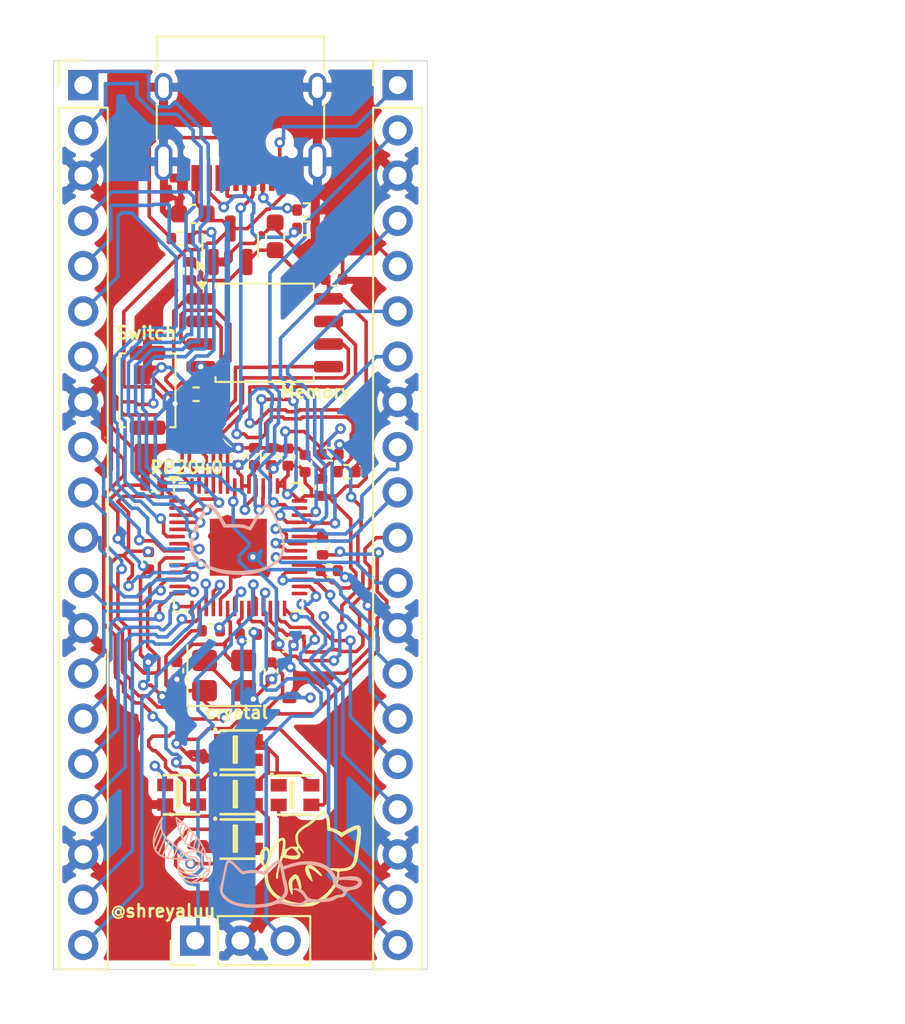
<source format=kicad_pcb>
(kicad_pcb (version 20241229) (generator "pcbnew") (generator_version "9.0")
  (layers (0 "F.Cu" signal) (2 "B.Cu" signal) (13 "F.Paste" user) (15 "B.Paste" user) (5 "F.SilkS" user "F.Silkscreen") (7 "B.SilkS" user "B.Silkscreen") (1 "F.Mask" user) (3 "B.Mask" user) (25 "Edge.Cuts" user))
  (net 0 "")
  (net 1 "GND")
  (net 2 "+3V3")
  (net 3 "VBUS")
  (net 4 "+1V1")
  (net 5 "XIN")
  (net 6 "XOUT")
  (net 7 "GPIO14")
  (net 8 "GPIO0")
  (net 9 "GPIO4")
  (net 10 "GPIO2")
  (net 11 "GPIO1")
  (net 12 "GPIO8")
  (net 13 "GPIO5")
  (net 14 "GPIO12")
  (net 15 "GPIO9")
  (net 16 "GPIO7")
  (net 17 "GPIO15")
  (net 18 "GPIO10")
  (net 19 "GPIO6")
  (net 20 "GPIO3")
  (net 21 "GPIO13")
  (net 22 "GPIO11")
  (net 23 "SWD")
  (net 24 "SWCLK")
  (net 25 "GPIO26_ADC0")
  (net 26 "GPIO21")
  (net 27 "GPIO28_ADC2")
  (net 28 "GPIO24")
  (net 29 "GPIO20")
  (net 30 "GPIO23")
  (net 31 "GPIO18")
  (net 32 "GPIO29_ADC3")
  (net 33 "GPIO27_ADC1")
  (net 34 "GPIO16")
  (net 35 "GPIO22")
  (net 36 "GPIO17")
  (net 37 "GPIO19")
  (net 38 "RUN")
  (net 39 "USB_D+")
  (net 40 "USB_D-")
  (net 41 "Net-(J4-CC1)")
  (net 42 "Net-(J4-CC2)")
  (net 43 "Net-(LED1-DI)")
  (net 44 "Net-(LED1-DO)")
  (net 45 "Net-(LED2-DO)")
  (net 46 "Net-(LED3-DI)")
  (net 47 "Net-(LED3-DO)")
  (net 49 "Net-(U1-USB_DP)")
  (net 50 "Net-(U1-USB_DM)")
  (net 51 "LED")
  (net 52 "Net-(R6-Pad1)")
  (net 53 "QSPI_SS")
  (net 54 "QSPI_SD2")
  (net 55 "QSPI_SD3")
  (net 56 "QSPI_SCLK")
  (net 57 "QSPI_SD1")
  (net 58 "QSPI_SD0")
  (net 59 "Net-(C17-Pad2)")
  (footprint "Resistor_SMD:R_0402_1005Metric" (layer "F.Cu") (at 144.3 87.26)
    (property "Reference" "R1" (hide yes))
    (property "Value" "5.1k")
  )
  (footprint "lcsc:LED-SMD_4P-L2.0-W2.0-TL_WS2812B-2020" (layer "F.Cu") (at 140.4875 120.07)
    (property "Reference" "LED1" (hide yes))
    (property "Value" "WS2812B-2020")
  )
  (footprint "Resistor_SMD:R_0402_1005Metric" (layer "F.Cu") (at 146.58 101.9475)
    (property "Reference" "R4" (hide yes))
    (property "Value" "27")
  )
  (footprint "Capacitor_SMD:C_0402_1005Metric" (layer "F.Cu") (at 144.23 101.4875 90)
    (property "Reference" "C6" (hide yes))
    (property "Value" "0.1uF")
  )
  (footprint "Connector_PinHeader_2.54mm:PinHeader_1x20_P2.54mm_Vertical" (layer "F.Cu") (at 149.43 80.25)
    (property "Reference" "J3" (hide yes))
    (property "Value" "Conn_01x20")
  )
  (footprint "Package_SO:SOIC-8_5.3x5.3mm_P1.27mm" (layer "F.Cu") (at 141.96 94.15)
    (property "Reference" "U3" (hide yes))
    (property "Value" "W25Q16JVSS")
  )
  (footprint "Resistor_SMD:R_0402_1005Metric" (layer "F.Cu") (at 137.8 90.68 90)
    (property "Reference" "R7" (hide yes))
    (property "Value" "10k")
  )
  (footprint "Capacitor_SMD:C_0402_1005Metric" (layer "F.Cu") (at 145.17 102.8275 90)
    (property "Reference" "C7" (hide yes))
    (property "Value" "0.1uF")
  )
  (footprint "Capacitor_SMD:C_0402_1005Metric" (layer "F.Cu") (at 137.03 113.1175 90)
    (property "Reference" "C16" (hide yes))
    (property "Value" "33pF")
  )
  (footprint "Capacitor_SMD:C_0402_1005Metric" (layer "F.Cu") (at 141.05 111.08)
    (property "Reference" "C9" (hide yes))
    (property "Value" "0.1uF")
  )
  (footprint "Capacitor_SMD:C_0402_1005Metric" (layer "F.Cu") (at 141.39 101.09 90)
    (property "Reference" "C4" (hide yes))
    (property "Value" "0.1uF")
  )
  (footprint "Connector_PinHeader_2.54mm:PinHeader_1x20_P2.54mm_Vertical" (layer "F.Cu") (at 131.77 80.25)
    (property "Reference" "J1" (hide yes))
    (property "Value" "Conn_01x20")
  )
  (footprint "Resistor_SMD:R_0402_1005Metric" (layer "F.Cu") (at 144.29 88.29)
    (property "Reference" "R2" (hide yes))
    (property "Value" "5.1k")
  )
  (footprint "Capacitor_SMD:C_0402_1005Metric" (layer "F.Cu") (at 145.86 91.15)
    (property "Reference" "C15" (hide yes))
    (property "Value" "0.1uF")
  )
  (footprint "Capacitor_SMD:C_0402_1005Metric" (layer "F.Cu") (at 135.73 102.7075 180)
    (property "Reference" "C1" (hide yes))
    (property "Value" "1uF")
  )
  (footprint "Resistor_SMD:R_0402_1005Metric" (layer "F.Cu") (at 137.23 88.86)
    (property "Reference" "R3" (hide yes))
    (property "Value" "27")
  )
  (footprint "Capacitor_SMD:C_0402_1005Metric" (layer "F.Cu") (at 142.32 113.1275 90)
    (property "Reference" "C17" (hide yes))
    (property "Value" "33pF")
  )
  (footprint "Capacitor_SMD:C_0402_1005Metric" (layer "F.Cu") (at 143.27 101.13 90)
    (property "Reference" "C5" (hide yes))
    (property "Value" "0.1uF")
  )
  (footprint "Resistor_SMD:R_0402_1005Metric" (layer "F.Cu") (at 145.21 106.1075 -90)
    (property "Reference" "R5" (hide yes))
    (property "Value" "330")
  )
  (footprint "Package_DFN_QFN:QFN-56-1EP_7x7mm_P0.4mm_EP3.2x3.2mm" (layer "F.Cu") (at 140.48 106.1875)
    (property "Reference" "U1" (hide yes))
    (property "Value" "RP2040")
  )
  (footprint "Capacitor_SMD:C_0402_1005Metric" (layer "F.Cu") (at 143.1 111.7)
    (property "Reference" "C13" (hide yes))
    (property "Value" "0.1uF")
  )
  (footprint "lcsc:LED-SMD_4P-L2.0-W2.0-TL_WS2812B-2020" (layer "F.Cu") (at 143.6675 120.1)
    (property "Reference" "LED5" (hide yes))
    (property "Value" "WS2812B-2020")
  )
  (footprint "Capacitor_SMD:C_0402_1005Metric" (layer "F.Cu") (at 145.59 107.5)
    (property "Reference" "C8" (hide yes))
    (property "Value" "0.1uF")
  )
  (footprint "lcsc:LED-SMD_4P-L2.0-W2.0-TL_WS2812B-2020" (layer "F.Cu") (at 140.4875 122.57)
    (property "Reference" "LED4" (hide yes))
    (property "Value" "WS2812B-2020")
  )
  (footprint "Capacitor_SMD:C_0402_1005Metric" (layer "F.Cu") (at 142.32 101.0975 90)
    (property "Reference" "C14" (hide yes))
    (property "Value" "0.1uF")
  )
  (footprint "Crystal:Crystal_SMD_3225-4Pin_3.2x2.5mm" (layer "F.Cu") (at 139.68 113.39)
    (property "Reference" "Y1" (hide yes))
    (property "Value" "12 MHz")
  )
  (footprint "Capacitor_SMD:C_0402_1005Metric" (layer "F.Cu") (at 145.64 100.9675)
    (property "Reference" "C12" (hide yes))
    (property "Value" "1uF")
  )
  (footprint "Resistor_SMD:R_0402_1005Metric" (layer "F.Cu") (at 138.11 97.6)
    (property "Reference" "R6" (hide yes))
    (property "Value" "1k")
  )
  (footprint "Capacitor_SMD:C_0603_1608Metric" (layer "F.Cu") (at 137.925 87.48 180)
    (property "Reference" "C10" (hide yes))
    (property "Value" "10uF")
  )
  (footprint "lcsc:LED-SMD_4P-L2.0-W2.0-TL_WS2812B-2020" (layer "F.Cu") (at 140.485 117.57)
    (property "Reference" "LED2" (hide yes))
    (property "Value" "WS2812B-2020")
  )
  (footprint "Resistor_SMD:R_0402_1005Metric" (layer "F.Cu") (at 138.95 110.8775)
    (property "Reference" "R8" (hide yes))
    (property "Value" "1k")
  )
  (footprint "Capacitor_SMD:C_0402_1005Metric" (layer "F.Cu") (at 135.44 106.94 -90)
    (property "Reference" "C2" (hide yes))
    (property "Value" "0.1uF")
  )
  (footprint "Capacitor_SMD:C_0603_1608Metric" (layer "F.Cu") (at 142.55 88.74 90)
    (property "Reference" "C11" (hide yes))
    (property "Value" "10uF")
  )
  (footprint "Package_TO_SOT_SMD:SOT-23" (layer "F.Cu") (at 140.0275 89.24 90)
    (property "Reference" "U2" (hide yes))
    (property "Value" "MCP1700x-330xxTT")
  )
  (footprint "Connector_USB:USB_C_Receptacle_HRO_TYPE-C-31-M-12" (layer "F.Cu") (at 140.6 81.42 180)
    (property "Reference" "J4" (hide yes))
    (property "Value" "USB_C_Receptacle_USB2.0_14P")
  )
  (footprint "lcsc:LED-SMD_4P-L2.0-W2.0-TL_WS2812B-2020" (layer "F.Cu") (at 137.2975 120.08)
    (property "Reference" "LED3" (hide yes))
    (property "Value" "WS2812B-2020")
  )
  (footprint "Connector_PinHeader_2.54mm:PinHeader_1x03_P2.54mm_Vertical" (layer "F.Cu") (at 138.06 128.27 90)
    (property "Reference" "J2" (hide yes))
    (property "Value" "Conn_01x03")
  )
  (footprint "Capacitor_SMD:C_0402_1005Metric" (layer "F.Cu") (at 140.47 101.09 90)
    (property "Reference" "C3" (hide yes))
    (property "Value" "0.1uF")
  )
  (footprint "Button_Switch_SMD:SW_Push_SPST_NO_Alps_SKRK" (layer "F.Cu") (at 135.38 97.38 -90)
    (property "Reference" "SW1" (hide yes))
    (property "Value" "SW_Push")
  )
  (gr_poly (pts (xy 144.442317 124.011333) (xy 144.414533 124.014785) (xy 144.388727 124.020452) (xy 144.364896 124.028263) (xy 144.343039 124.038148) (xy 144.323151 124.050036) (xy 144.30523 124.063856) (xy 144.289273 124.079537) (xy 144.275277 124.097008) (xy 144.26324 124.1162) (xy 144.253158 124.13704) (xy 144.245028 124.15946) (xy 144.238847 124.183386) (xy 144.234614 124.20875) (xy 144.232324 124.23548) (xy 144.231974 124.263505) (xy 144.233563 124.292755) (xy 144.237086 124.323159) (xy 144.242542 124.354646) (xy 144.249927 124.387146) (xy 144.270472 124.4549) (xy 144.298699 124.525856) (xy 144.334584 124.599447) (xy 144.378105 124.675108) (xy 144.429238 124.752272) (xy 144.487959 124.830375) (xy 144.521753 124.871009) (xy 144.551686 124.903683) (xy 144.577744 124.928497) (xy 144.599911 124.945551) (xy 144.60953 124.9512) (xy 144.61817 124.954947) (xy 144.62583 124.956805) (xy 144.632508 124.956786) (xy 144.638201 124.954902) (xy 144.642908 124.951167) (xy 144.646626 124.945593) (xy 144.649354 124.938193) (xy 144.65109 124.928978) (xy 144.651832 124.917962) (xy 144.650326 124.890578) (xy 144.64482 124.856139) (xy 144.635298 124.814748) (xy 144.621746 124.766504) (xy 144.604148 124.711509) (xy 144.582488 124.649863) (xy 144.55675 124.581667) (xy 144.530044 124.515438) (xy 144.505818 124.452682) (xy 144.484568 124.394887) (xy 144.466792 124.343541) (xy 144.459361 124.320752) (xy 144.452984 124.300133) (xy 144.447723 124.281871) (xy 144.443641 124.266151) (xy 144.440799 124.253159) (xy 144.439259 124.243082) (xy 144.439083 124.236106) (xy 144.439526 124.233839) (xy 144.440334 124.232416) (xy 144.445319 124.227979) (xy 144.451323 124.224574) (xy 144.458306 124.222181) (xy 144.466234 124.220779) (xy 144.475068 124.220345) (xy 144.484773 124.220859) (xy 144.506645 124.224644) (xy 144.531556 124.231964) (xy 144.55921 124.242648) (xy 144.589314 124.256526) (xy 144.621573 124.273427) (xy 144.655693 124.29318) (xy 144.691378 124.315615) (xy 144.728334 124.340562) (xy 144.766267 124.36785) (xy 144.804882 124.397308) (xy 144.843885 124.428766) (xy 144.882981 124.462054) (xy 144.921875 124.497) (xy 144.949845 124.522614) (xy 144.976218 124.545896) (xy 145.00101 124.566867) (xy 145.024236 124.585552) (xy 145.045912 124.601974) (xy 145.056173 124.609343) (xy 145.066053 124.616155) (xy 145.075552 124.622413) (xy 145.084674 124.628119) (xy 145.09342 124.633278) (xy 145.101792 124.63789) (xy 145.109792 124.64196) (xy 145.117421 124.64549) (xy 145.124683 124.648484) (xy 145.131578 124.650944) (xy 145.138109 124.652872) (xy 145.144278 124.654273) (xy 145.150086 124.655148) (xy 145.155535 124.655501) (xy 145.160628 124.655335) (xy 145.165367 124.654653) (xy 145.169752 124.653456) (xy 145.173787 124.65175) (xy 145.177474 124.649535) (xy 145.180813 124.646816) (xy 145.183807 124.643595) (xy 145.186458 124.639874) (xy 145.188103 124.636124) (xy 145.189069 124.631824) (xy 145.189364 124.626984) (xy 145.188991 124.621612) (xy 145.186261 124.609307) (xy 145.180919 124.594978) (xy 145.173003 124.578696) (xy 145.162553 124.560531) (xy 145.149607 124.540551) (xy 145.134203 124.518828) (xy 145.116382 124.49543) (xy 145.09618 124.470428) (xy 145.073637 124.443891) (xy 145.048793 124.415888) (xy 145.021684 124.386491) (xy 144.992351 124.355768) (xy 144.960833 124.32379) (xy 144.927167 124.290625) (xy 144.886826 124.252594) (xy 144.849011 124.217802) (xy 144.813523 124.186143) (xy 144.780158 124.157506) (xy 144.748715 124.131784) (xy 144.718994 124.108868) (xy 144.690791 124.08865) (xy 144.663906 124.071021) (xy 144.638138 124.055872) (xy 144.613284 124.043095) (xy 144.589144 124.032581) (xy 144.565515 124.024222) (xy 144.553829 124.020817) (xy 144.542196 124.01791) (xy 144.518985 124.013536) (xy 144.495682 124.010991) (xy 144.472084 124.010166)) (fill yes) (layer "F.SilkS"))
  (gr_poly (pts (xy 145.273771 120.994578) (xy 145.253235 120.998774) (xy 145.231771 121.005168) (xy 145.209319 121.013773) (xy 145.185818 121.024602) (xy 145.161209 121.037667) (xy 145.135431 121.052981) (xy 145.108424 121.070557) (xy 145.080129 121.090407) (xy 145.019433 121.136979) (xy 144.95286 121.192799) (xy 144.879932 121.257966) (xy 144.800167 121.332583) (xy 144.722425 121.40247) (xy 144.641582 121.471986) (xy 144.559995 121.539268) (xy 144.480021 121.602458) (xy 144.404015 121.659695) (xy 144.334335 121.709118) (xy 144.302603 121.730318) (xy 144.273336 121.748868) (xy 144.246829 121.764533) (xy 144.223375 121.777083) (xy 144.200149 121.789649) (xy 144.176226 121.803448) (xy 144.151775 121.818348) (xy 144.126968 121.834217) (xy 144.101974 121.850922) (xy 144.076966 121.868333) (xy 144.052112 121.886318) (xy 144.027584 121.904745) (xy 144.003552 121.923481) (xy 143.980186 121.942396) (xy 143.957658 121.961357) (xy 143.936137 121.980233) (xy 143.915795 121.998893) (xy 143.896801 122.017203) (xy 143.879327 122.035033) (xy 143.863542 122.05225) (xy 143.826135 122.098673) (xy 143.793231 122.143097) (xy 143.764746 122.186125) (xy 143.740593 122.228363) (xy 143.720689 122.270415) (xy 143.704947 122.312885) (xy 143.693282 122.356378) (xy 143.68561 122.4015) (xy 143.681844 122.448853) (xy 143.681899 122.499044) (xy 143.685691 122.552677) (xy 143.693134 122.610355) (xy 143.704142 122.672685) (xy 143.718631 122.74027) (xy 143.736515 122.813715) (xy 143.757709 122.893625) (xy 143.764074 122.914228) (xy 143.769191 122.932444) (xy 143.772929 122.948366) (xy 143.775155 122.962086) (xy 143.77566 122.968149) (xy 143.775737 122.973697) (xy 143.775371 122.978742) (xy 143.774545 122.983294) (xy 143.773242 122.987365) (xy 143.771445 122.990968) (xy 143.76914 122.994113) (xy 143.766308 122.996812) (xy 143.762933 122.999078) (xy 143.758999 123.00092) (xy 143.75449 123.002353) (xy 143.749389 123.003385) (xy 143.743679 123.004031) (xy 143.737344 123.0043) (xy 143.730368 123.004205) (xy 143.722734 123.003757) (xy 143.705426 123.001851) (xy 143.685289 122.998673) (xy 143.662191 122.994316) (xy 143.636 122.988875) (xy 143.616034 122.985403) (xy 143.595827 122.982932) (xy 143.575388 122.981468) (xy 143.554724 122.98102) (xy 143.533842 122.981595) (xy 143.512752 122.983201) (xy 143.49146 122.985845) (xy 143.469974 122.989536) (xy 143.448302 122.994281) (xy 143.426452 123.000089) (xy 143.404432 123.006965) (xy 143.382248 123.01492) (xy 143.35991 123.023959) (xy 143.337424 123.034092) (xy 143.314799 123.045325) (xy 143.292042 123.057667) (xy 143.106833 123.152916) (xy 143.133292 122.893625) (xy 143.137309 122.837701) (xy 143.138519 122.786) (xy 143.137027 122.738493) (xy 143.13294 122.695156) (xy 143.126366 122.655963) (xy 143.117409 122.620886) (xy 143.106178 122.5899) (xy 143.092778 122.562978) (xy 143.077316 122.540096) (xy 143.059898 122.521225) (xy 143.040632 122.506341) (xy 143.019624 122.495417) (xy 142.996981 122.488426) (xy 142.972808 122.485343) (xy 142.947213 122.486142) (xy 142.920302 122.490797) (xy 142.892182 122.49928) (xy 142.86296 122.511567) (xy 142.832741 122.52763) (xy 142.801633 122.547444) (xy 142.769742 122.570983) (xy 142.737174 122.59822) (xy 142.704037 122.62913) (xy 142.670437 122.663685) (xy 142.63648 122.701861) (xy 142.602273 122.74363) (xy 142.567923 122.788967) (xy 142.533536 122.837845) (xy 142.499218 122.890239) (xy 142.465077 122.946122) (xy 142.431219 123.005467) (xy 142.397751 123.06825) (xy 142.286625 123.2905) (xy 142.20725 123.147625) (xy 142.198693 123.131749) (xy 142.189892 123.116866) (xy 142.180851 123.102972) (xy 142.171573 123.090067) (xy 142.162062 123.078151) (xy 142.152323 123.067223) (xy 142.142359 123.05728) (xy 142.132175 123.048323) (xy 142.121773 123.040351) (xy 142.111158 123.033362) (xy 142.100334 123.027355) (xy 142.089304 123.02233) (xy 142.078073 123.018286) (xy 142.066644 123.015221) (xy 142.055021 123.013134) (xy 142.043209 123.012026) (xy 142.03121 123.011894) (xy 142.019029 123.012738) (xy 142.00667 123.014556) (xy 141.994137 123.017348) (xy 141.981433 123.021114) (xy 141.968562 123.02585) (xy 141.955529 123.031558) (xy 141.942336 123.038236) (xy 141.928989 123.045883) (xy 141.915491 123.054497) (xy 141.901845 123.064079) (xy 141.888056 123.074626) (xy 141.874127 123.086139) (xy 141.860062 123.098616) (xy 141.845866 123.112056) (xy 141.831542 123.126458) (xy 141.81235 123.14828) (xy 141.79446 123.171056) (xy 141.777875 123.194749) (xy 141.762595 123.219321) (xy 141.748622 123.244733) (xy 141.735955 123.270949) (xy 141.714547 123.32564) (xy 141.698378 123.38309) (xy 141.687458 123.442997) (xy 141.681793 123.505059) (xy 141.681391 123.568974) (xy 141.68626 123.634439) (xy 141.696408 123.701152) (xy 141.711843 123.76881) (xy 141.732572 123.837112) (xy 141.758602 123.905755) (xy 141.789943 123.974437) (xy 141.826601 124.042855) (xy 141.868584 124.110708) (xy 141.878256 124.12769) (xy 141.887425 124.14685) (xy 141.896082 124.168135) (xy 141.90422 124.191488) (xy 141.911831 124.216858) (xy 141.918907 124.244188) (xy 141.92544 124.273425) (xy 141.931423 124.304515) (xy 141.941706 124.372036) (xy 141.949695 124.446315) (xy 141.955328 124.52692) (xy 141.958542 124.613416) (xy 141.964397 124.746347) (xy 141.978096 124.873442) (xy 141.987936 124.934875) (xy 141.999795 124.994939) (xy 142.013693 125.053665) (xy 142.029649 125.111081) (xy 142.047682 125.167218) (xy 142.067812 125.222106) (xy 142.090058 125.275776) (xy 142.114439 125.328256) (xy 142.140976 125.379578) (xy 142.169687 125.429771) (xy 142.200591 125.478865) (xy 142.233709 125.52689) (xy 142.269059 125.573877) (xy 142.30666 125.619855) (xy 142.346533 125.664854) (xy 142.388697 125.708905) (xy 142.43317 125.752037) (xy 142.479973 125.794281) (xy 142.580644 125.876223) (xy 142.690864 125.954971) (xy 142.81079 126.030767) (xy 142.940575 126.103849) (xy 143.080375 126.174458) (xy 143.210962 126.234299) (xy 143.267352 126.258848) (xy 143.31941 126.280126) (xy 143.368336 126.298365) (xy 143.415332 126.313798) (xy 143.461599 126.326658) (xy 143.508339 126.337177) (xy 143.556753 126.345587) (xy 143.608044 126.352122) (xy 143.663411 126.357013) (xy 143.724057 126.360493) (xy 143.865991 126.364152) (xy 144.043459 126.364958) (xy 144.210528 126.364028) (xy 144.282223 126.362656) (xy 144.347151 126.360493) (xy 144.406156 126.3574) (xy 144.460084 126.353238) (xy 144.50978 126.347866) (xy 144.556089 126.341146) (xy 144.599855 126.332937) (xy 144.641923 126.3231) (xy 144.683139 126.311496) (xy 144.724347 126.297985) (xy 144.766392 126.282428) (xy 144.81012 126.264685) (xy 144.856374 126.244617) (xy 144.906 126.222083) (xy 145.024729 126.160009) (xy 145.142203 126.087642) (xy 145.257537 126.006096) (xy 145.369848 125.916489) (xy 145.478252 125.819937) (xy 145.581866 125.717556) (xy 145.679806 125.610461) (xy 145.771188 125.49977) (xy 145.855128 125.386599) (xy 145.930744 125.272063) (xy 145.997151 125.15728) (xy 146.053465 125.043364) (xy 146.098803 124.931433) (xy 146.11708 124.876561) (xy 146.132282 124.822603) (xy 146.144298 124.769699) (xy 146.153017 124.717989) (xy 146.15833 124.667612) (xy 146.160125 124.618708) (xy 146.160125 124.396458) (xy 146.43 124.37) (xy 146.519316 124.35838) (xy 146.602796 124.341288) (xy 146.642383 124.330647) (xy 146.680555 124.318584) (xy 146.717325 124.305084) (xy 146.752709 124.290129) (xy 146.786721 124.2737) (xy 146.819376 124.255782) (xy 146.850687 124.236356) (xy 146.88067 124.215404) (xy 146.90934 124.192911) (xy 146.936709 124.168857) (xy 146.962795 124.143226) (xy 146.987609 124.116) (xy 147.011169 124.087161) (xy 147.033487 124.056693) (xy 147.054578 124.024578) (xy 147.074457 123.990798) (xy 147.093138 123.955336) (xy 147.110637 123.918175) (xy 147.142143 123.838683) (xy 147.169091 123.752185) (xy 147.191597 123.658539) (xy 147.209778 123.557608) (xy 147.22375 123.44925) (xy 147.232835 123.358671) (xy 147.243842 123.26338) (xy 147.269391 123.069573) (xy 147.295932 122.889656) (xy 147.319 122.745458) (xy 147.331153 122.679777) (xy 147.34181 122.612174) (xy 147.350963 122.543331) (xy 147.358605 122.473929) (xy 147.364727 122.404652) (xy 147.369323 122.336181) (xy 147.372383 122.269198) (xy 147.373901 122.204385) (xy 147.373869 122.142425) (xy 147.372278 122.084) (xy 147.371898 122.077468) (xy 147.161077 122.077468) (xy 147.159981 122.129878) (xy 147.156281 122.197109) (xy 147.150101 122.276991) (xy 147.141564 122.367352) (xy 147.130795 122.466023) (xy 147.117917 122.570833) (xy 147.085753 122.796308) (xy 147.055078 123.033193) (xy 147.029364 123.25321) (xy 147.012083 123.428083) (xy 146.998992 123.542859) (xy 146.981274 123.647295) (xy 146.958517 123.741715) (xy 146.945121 123.785272) (xy 146.930311 123.826446) (xy 146.914036 123.86528) (xy 146.896244 123.901814) (xy 146.876885 123.936088) (xy 146.855907 123.968143) (xy 146.833258 123.99802) (xy 146.808888 124.02576) (xy 146.782744 124.051403) (xy 146.754776 124.074989) (xy 146.724932 124.096561) (xy 146.693161 124.116157) (xy 146.659411 124.13382) (xy 146.623632 124.149589) (xy 146.585771 124.163506) (xy 146.545777 124.175611) (xy 146.5036 124.185945) (xy 146.459187 124.194548) (xy 146.412487 124.201461) (xy 146.36345 124.206725) (xy 146.258155 124.212469) (xy 146.142892 124.212105) (xy 146.01725 124.205958) (xy 145.930522 124.200233) (xy 145.853002 124.196873) (xy 145.784846 124.195761) (xy 145.726209 124.19678) (xy 145.677245 124.199815) (xy 145.638111 124.204749) (xy 145.622278 124.207892) (xy 145.60896 124.211466) (xy 145.598177 124.215456) (xy 145.589948 124.219849) (xy 145.584293 124.224629) (xy 145.58123 124.229782) (xy 145.58078 124.235294) (xy 145.582962 124.24115) (xy 145.587794 124.247335) (xy 145.595297 124.253835) (xy 145.605489 124.260636) (xy 145.618391 124.267722) (xy 145.634021 124.275079) (xy 145.652399 124.282694) (xy 145.697476 124.298635) (xy 145.753778 124.315428) (xy 145.821458 124.332958) (xy 145.901733 124.35429) (xy 145.934068 124.363654) (xy 145.961605 124.372646) (xy 145.973669 124.377118) (xy 145.984646 124.381637) (xy 145.994575 124.386249) (xy 146.003494 124.391001) (xy 146.01144 124.395939) (xy 146.01845 124.401109) (xy 146.024564 124.406558) (xy 146.029818 124.412333) (xy 146.03425 124.41848) (xy 146.037899 124.425046) (xy 146.040801 124.432076) (xy 146.042995 124.439618) (xy 146.044519 124.447718) (xy 146.04541 124.456423) (xy 146.045706 124.465779) (xy 146.045445 124.475833) (xy 146.044664 124.486631) (xy 146.043402 124.498219) (xy 146.039585 124.523954) (xy 146.034294 124.553409) (xy 146.027833 124.586958) (xy 146.004407 124.686949) (xy 145.972137 124.788103) (xy 145.931479 124.889846) (xy 145.882891 124.991605) (xy 145.826832 125.092805) (xy 145.763757 125.192874) (xy 145.694124 125.291238) (xy 145.618391 125.387322) (xy 145.537015 125.480554) (xy 145.450453 125.57036) (xy 145.359162 125.656166) (xy 145.263601 125.737399) (xy 145.164226 125.813485) (xy 145.061494 125.88385) (xy 144.955864 125.947921) (xy 144.847792 126.005124) (xy 144.755549 126.049473) (xy 144.713579 126.067923) (xy 144.673415 126.084086) (xy 144.634336 126.09811) (xy 144.595621 126.110141) (xy 144.55655 126.120328) (xy 144.516401 126.128817) (xy 144.474454 126.135756) (xy 144.429988 126.141292) (xy 144.382282 126.145572) (xy 144.330614 126.148744) (xy 144.212513 126.152351) (xy 144.069917 126.153291) (xy 143.971749 126.151039) (xy 143.877402 126.146191) (xy 143.786481 126.138629) (xy 143.698591 126.128239) (xy 143.613336 126.114902) (xy 143.530322 126.098504) (xy 143.449153 126.078928) (xy 143.369433 126.056057) (xy 143.290767 126.029776) (xy 143.21276 125.999967) (xy 143.135017 125.966516) (xy 143.057141 125.929305) (xy 142.978739 125.888218) (xy 142.899415 125.84314) (xy 142.818772 125.793953) (xy 142.736417 125.740541) (xy 142.674112 125.696027) (xy 142.615193 125.648844) (xy 142.559668 125.599053) (xy 142.507542 125.546713) (xy 142.458823 125.491885) (xy 142.413518 125.43463) (xy 142.371633 125.375006) (xy 142.333175 125.313074) (xy 142.298152 125.248894) (xy 142.266568 125.182526) (xy 142.213751 125.043468) (xy 142.174778 124.896378) (xy 142.149704 124.741739) (xy 142.138582 124.580031) (xy 142.141466 124.411734) (xy 142.158412 124.237328) (xy 142.189474 124.057295) (xy 142.234705 123.872116) (xy 142.29416 123.682269) (xy 142.367893 123.488237) (xy 142.377711 123.466192) (xy 142.14313 123.466192) (xy 142.13912 123.529782) (xy 142.131389 123.596287) (xy 142.120434 123.663831) (xy 142.10675 123.730537) (xy 142.090834 123.794531) (xy 142.073181 123.853936) (xy 142.054288 123.906876) (xy 142.034651 123.951475) (xy 142.024708 123.970061) (xy 142.014766 123.985858) (xy 142.004885 123.998632) (xy 141.995129 124.008148) (xy 141.985558 124.014173) (xy 141.976236 124.016471) (xy 141.967224 124.014808) (xy 141.958583 124.008949) (xy 141.950377 123.998661) (xy 141.942667 123.983708) (xy 141.938704 123.971523) (xy 141.934771 123.956919) (xy 141.927123 123.9212) (xy 141.919971 123.87804) (xy 141.913563 123.828927) (xy 141.908147 123.775349) (xy 141.903972 123.718794) (xy 141.901285 123.660751) (xy 141.900334 123.602708) (xy 141.900645 123.568726) (xy 141.901584 123.536231) (xy 141.903159 123.505226) (xy 141.905377 123.475708) (xy 141.908247 123.447679) (xy 141.911775 123.421138) (xy 141.91597 123.396085) (xy 141.920839 123.372521) (xy 141.92639 123.350444) (xy 141.932632 123.329857) (xy 141.93957 123.310757) (xy 141.947215 123.293146) (xy 141.955572 123.277023) (xy 141.96465 123.262388) (xy 141.969462 123.255629) (xy 141.974457 123.249241) (xy 141.979636 123.243226) (xy 141.985001 123.237583) (xy 141.999104 123.224637) (xy 142.011759 123.213636) (xy 142.023126 123.204667) (xy 142.028378 123.20097) (xy 142.03337 123.197813) (xy 142.038121 123.195206) (xy 142.042652 123.193161) (xy 142.046984 123.191687) (xy 142.051136 123.190795) (xy 142.055129 123.190497) (xy 142.058984 123.190802) (xy 142.062721 123.191721) (xy 142.06636 123.193265) (xy 142.069921 123.195445) (xy 142.073425 123.198272) (xy 142.076893 123.201755) (xy 142.080343 123.205905) (xy 142.083798 123.210734) (xy 142.087277 123.216252) (xy 142.094389 123.229397) (xy 142.101842 123.245426) (xy 142.109799 123.264424) (xy 142.118423 123.286475) (xy 142.127876 123.311666) (xy 142.133622 123.332277) (xy 142.138004 123.355258) (xy 142.141084 123.380374) (xy 142.142924 123.407392) (xy 142.14313 123.466192) (xy 142.377711 123.466192) (xy 142.455959 123.2905) (xy 142.48747 123.226448) (xy 142.520275 123.163552) (xy 142.554057 123.102221) (xy 142.588499 123.042866) (xy 142.623281 122.9859) (xy 142.658086 122.931731) (xy 142.692597 122.880772) (xy 142.726495 122.833432) (xy 142.759463 122.790123) (xy 142.791184 122.751256) (xy 142.821338 122.717242) (xy 142.849609 122.68849) (xy 142.862939 122.676216) (xy 142.875679 122.665413) (xy 142.887788 122.65613) (xy 142.899229 122.64842) (xy 142.90996 122.642334) (xy 142.919942 122.637923) (xy 142.929135 122.635239) (xy 142.9375 122.634333) (xy 142.945547 122.635683) (xy 142.952826 122.639676) (xy 142.959343 122.646228) (xy 142.965106 122.655252) (xy 142.974393 122.680377) (xy 142.980743 122.71437) (xy 142.984209 122.756548) (xy 142.984846 122.80623) (xy 142.982708 122.862733) (xy 142.977849 122.925375) (xy 142.970324 122.993474) (xy 142.960186 123.066348) (xy 142.947491 123.143315) (xy 142.932292 123.223692) (xy 142.914643 123.306798) (xy 142.894599 123.391951) (xy 142.872214 123.478468) (xy 142.847542 123.565666) (xy 142.798724 123.735668) (xy 142.755393 123.890825) (xy 142.717457 124.031673) (xy 142.684823 124.158746) (xy 142.657399 124.272581) (xy 142.63509 124.37371) (xy 142.625825 124.419678) (xy 142.617804 124.46267) (xy 142.611016 124.502753) (xy 142.605448 124.539995) (xy 142.60109 124.574461) (xy 142.597929 124.606219) (xy 142.595955 124.635336) (xy 142.595154 124.661879) (xy 142.595517 124.685913) (xy 142.59703 124.707508) (xy 142.599683 124.726728) (xy 142.603464 124.743641) (xy 142.608361 124.758314) (xy 142.614362 124.770814) (xy 142.621457 124.781207) (xy 142.629633 124.789561) (xy 142.638878 124.795942) (xy 142.649182 124.800417) (xy 142.660532 124.803053) (xy 142.672917 124.803917) (xy 142.675381 124.803686) (xy 142.677812 124.803002) (xy 142.680206 124.801876) (xy 142.68256 124.80032) (xy 142.687137 124.795963) (xy 142.69152 124.790026) (xy 142.695687 124.7826) (xy 142.699613 124.773779) (xy 142.703276 124.763655) (xy 142.706651 124.752323) (xy 142.709717 124.739874) (xy 142.71245 124.726402) (xy 142.714825 124.711999) (xy 142.716821 124.69676) (xy 142.718414 124.680776) (xy 142.719581 124.664142) (xy 142.720298 124.646949) (xy 142.720542 124.629291) (xy 142.723172 124.582127) (xy 142.730671 124.523344) (xy 142.742448 124.454965) (xy 142.757915 124.379012) (xy 142.776482 124.297509) (xy 142.797561 124.21248) (xy 142.844896 124.039932) (xy 142.895209 123.877554) (xy 142.920008 123.805237) (xy 142.943784 123.741532) (xy 142.965948 123.688461) (xy 142.985911 123.648049) (xy 143.003083 123.622318) (xy 143.010439 123.61559) (xy 143.016875 123.613292) (xy 143.137261 123.635781) (xy 143.241606 123.656451) (xy 143.360834 123.682083) (xy 143.407257 123.692042) (xy 143.452237 123.700119) (xy 143.495724 123.706353) (xy 143.537671 123.710784) (xy 143.578028 123.713451) (xy 143.616748 123.714395) (xy 143.653783 123.713655) (xy 143.689082 123.71127) (xy 143.722599 123.707281) (xy 143.754285 123.701727) (xy 143.784091 123.694647) (xy 143.811969 123.686083) (xy 143.83787 123.676073) (xy 143.861746 123.664656) (xy 143.883549 123.651874) (xy 143.90323 123.637765) (xy 143.92074 123.62237) (xy 143.936031 123.605727) (xy 143.949055 123.587877) (xy 143.959763 123.56886) (xy 143.968108 123.548715) (xy 143.974039 123.527481) (xy 143.977509 123.5052) (xy 143.97847 123.481909) (xy 143.976873 123.45765) (xy 143.974337 123.442451) (xy 143.817046 123.442451) (xy 143.816694 123.446059) (xy 143.815917 123.44925) (xy 143.811993 123.455482) (xy 143.8053 123.461283) (xy 143.796014 123.466653) (xy 143.784312 123.471595) (xy 143.754362 123.480201) (xy 143.716864 123.487118) (xy 143.673225 123.492361) (xy 143.624859 123.495944) (xy 143.573175 123.497885) (xy 143.519584 123.498198) (xy 143.465496 123.496898) (xy 143.412324 123.494001) (xy 143.361477 123.489524) (xy 143.314366 123.48348) (xy 143.272402 123.475886) (xy 143.236996 123.466758) (xy 143.209559 123.45611) (xy 143.199269 123.450221) (xy 143.1915 123.443958) (xy 143.189144 123.441355) (xy 143.187033 123.438511) (xy 143.185166 123.435435) (xy 143.183542 123.432134) (xy 143.182158 123.428616) (xy 143.181013 123.424889) (xy 143.179429 123.416838) (xy 143.178775 123.408043) (xy 143.179036 123.398565) (xy 143.180196 123.388468) (xy 143.18224 123.377812) (xy 143.185152 123.36666) (xy 143.188916 123.355075) (xy 143.193518 123.343117) (xy 143.198942 123.330849) (xy 143.205171 123.318333) (xy 143.212191 123.305631) (xy 143.219987 123.292804) (xy 143.228542 123.279916) (xy 143.236959 123.267839) (xy 143.246267 123.255484) (xy 143.256366 123.242942) (xy 143.267155 123.230307) (xy 143.278533 123.217672) (xy 143.290399 123.20513) (xy 143.302653 123.192775) (xy 143.315193 123.180698) (xy 143.32792 123.168993) (xy 143.340732 123.157753) (xy 143.353528 123.147072) (xy 143.366208 123.137042) (xy 143.378671 123.127755) (xy 143.390816 123.119306) (xy 143.402543 123.111787) (xy 143.41375 123.105292) (xy 143.430093 123.098053) (xy 143.445521 123.092279) (xy 143.460236 123.088072) (xy 143.467389 123.086586) (xy 143.474439 123.08553) (xy 143.481412 123.084916) (xy 143.488332 123.084757) (xy 143.495226 123.085064) (xy 143.502117 123.085851) (xy 143.509032 123.08713) (xy 143.515995 123.088914) (xy 143.523031 123.091215) (xy 143.530167 123.094047) (xy 143.537427 123.097421) (xy 143.544835 123.10135) (xy 143.552419 123.105847) (xy 143.560201 123.110924) (xy 143.576467 123.122871) (xy 143.593832 123.13729) (xy 143.612501 123.154282) (xy 143.632672 123.173949) (xy 143.65455 123.196391) (xy 143.678334 123.221708) (xy 143.693948 123.238739) (xy 143.708988 123.256011) (xy 143.723377 123.273391) (xy 143.737038 123.290748) (xy 143.749893 123.307949) (xy 143.761863 123.324864) (xy 143.772873 123.341361) (xy 143.782844 123.357307) (xy 143.791699 123.372571) (xy 143.79936 123.387021) (xy 143.80575 123.400525) (xy 143.810791 123.412952) (xy 143.814405 123.42417) (xy 143.815654 123.429284) (xy 143.816516 123.434047) (xy 143.816984 123.438441) (xy 143.817046 123.442451) (xy 143.974337 123.442451) (xy 143.97267 123.432461) (xy 143.965811 123.406383) (xy 143.956249 123.379456) (xy 143.943936 123.351718) (xy 143.928822 123.32321) (xy 143.91086 123.293971) (xy 143.89 123.264042) (xy 143.876893 123.245764) (xy 143.865325 123.228634) (xy 143.855252 123.212654) (xy 143.846633 123.197823) (xy 143.839425 123.184144) (xy 143.833585 123.171617) (xy 143.82907 123.160243) (xy 143.825839 123.150023) (xy 143.823847 123.140957) (xy 143.823053 123.133048) (xy 143.823414 123.126296) (xy 143.824888 123.120701) (xy 143.827431 123.116266) (xy 143.831001 123.11299) (xy 143.835556 123.110875) (xy 143.841052 123.109922) (xy 143.847448 123.110131) (xy 143.8547 123.111504) (xy 143.862766 123.114042) (xy 143.871603 123.117745) (xy 143.881169 123.122616) (xy 143.891421 123.128653) (xy 143.902317 123.135859) (xy 143.913813 123.144235) (xy 143.925867 123.153781) (xy 143.938437 123.164498) (xy 143.964952 123.189452) (xy 143.993017 123.219102) (xy 144.007525 123.235692) (xy 144.022292 123.253458) (xy 144.056707 123.295501) (xy 144.086526 123.328606) (xy 144.11174 123.353138) (xy 144.132342 123.369461) (xy 144.140911 123.374659) (xy 144.148324 123.37794) (xy 144.15458 123.379352) (xy 144.159679 123.378939) (xy 144.163618 123.376747) (xy 144.166398 123.372822) (xy 144.168017 123.367209) (xy 144.168474 123.359953) (xy 144.167769 123.351101) (xy 144.165899 123.340697) (xy 144.158666 123.315418) (xy 144.146766 123.284481) (xy 144.130192 123.248249) (xy 144.108936 123.207088) (xy 144.082991 123.16136) (xy 144.052348 123.111432) (xy 144.017 123.057667) (xy 143.990503 123.018179) (xy 143.966502 122.980886) (xy 143.944888 122.945499) (xy 143.925554 122.911732) (xy 143.908389 122.879299) (xy 143.893287 122.847912) (xy 143.880138 122.817285) (xy 143.868834 122.78713) (xy 143.859266 122.757162) (xy 143.851326 122.727092) (xy 143.844905 122.696636) (xy 143.839895 122.665504) (xy 143.836187 122.633412) (xy 143.833673 122.600072) (xy 143.832244 122.565197) (xy 143.831792 122.5285) (xy 143.832075 122.48793) (xy 143.833063 122.451244) (xy 143.834966 122.417983) (xy 143.837993 122.387692) (xy 143.839994 122.373517) (xy 143.842353 122.359912) (xy 143.845099 122.346821) (xy 143.848256 122.334186) (xy 143.851851 122.321951) (xy 143.855911 122.310057) (xy 143.86046 122.298448) (xy 143.865526 122.287068) (xy 143.871135 122.275857) (xy 143.877313 122.26476) (xy 143.884085 122.253719) (xy 143.891478 122.242678) (xy 143.899519 122.231578) (xy 143.908233 122.220362) (xy 143.927786 122.197357) (xy 143.950347 122.173205) (xy 143.976124 122.147448) (xy 144.005328 122.119629) (xy 144.038167 122.089291) (xy 144.059409 122.070459) (xy 144.081348 122.051743) (xy 144.103814 122.03326) (xy 144.126637 122.015125) (xy 144.149646 121.997456) (xy 144.17267 121.980368) (xy 144.19554 121.963977) (xy 144.218084 121.948401) (xy 144.240131 121.933754) (xy 144.261512 121.920155) (xy 144.282056 121.907717) (xy 144.301593 121.896559) (xy 144.319951 121.886796) (xy 144.33696 121.878545) (xy 144.35245 121.871921) (xy 144.36625 121.867042) (xy 144.380904 121.860497) (xy 144.3989 121.850898) (xy 144.443889 121.82322) (xy 144.499173 121.785372) (xy 144.562703 121.738719) (xy 144.632436 121.684624) (xy 144.706323 121.624452) (xy 144.782318 121.559567) (xy 144.858375 121.491333) (xy 144.932531 121.423606) (xy 145.003152 121.360282) (xy 145.068688 121.302787) (xy 145.127589 121.252547) (xy 145.178304 121.210989) (xy 145.200108 121.193911) (xy 145.219283 121.179538) (xy 145.235638 121.168049) (xy 145.248977 121.159622) (xy 145.259107 121.154435) (xy 145.262907 121.153112) (xy 145.265833 121.152667) (xy 145.273739 121.153315) (xy 145.281577 121.15525) (xy 145.297025 121.162919) (xy 145.312133 121.175549) (xy 145.326853 121.193016) (xy 145.341139 121.215195) (xy 145.354944 121.241963) (xy 145.368223 121.273197) (xy 145.380927 121.308771) (xy 145.393012 121.348562) (xy 145.40443 121.392445) (xy 145.415135 121.440298) (xy 145.42508 121.491995) (xy 145.434219 121.547412) (xy 145.442505 121.606427) (xy 145.449892 121.668914) (xy 145.456334 121.73475) (xy 145.488083 122.099875) (xy 145.694458 122.131625) (xy 145.716936 122.136324) (xy 145.740585 122.142425) (xy 145.76521 122.149845) (xy 145.790618 122.158497) (xy 145.816615 122.168296) (xy 145.843008 122.179157) (xy 145.869602 122.190995) (xy 145.896203 122.203724) (xy 145.922619 122.217259) (xy 145.948655 122.231515) (xy 145.974117 122.246407) (xy 145.998812 122.261849) (xy 146.022546 122.277757) (xy 146.045124 122.294044) (xy 146.066354 122.310626) (xy 146.086042 122.327416) (xy 146.265959 122.486166) (xy 146.408834 122.380333) (xy 146.455176 122.348911) (xy 146.506223 122.316482) (xy 146.560975 122.283525) (xy 146.618433 122.250522) (xy 146.677596 122.217953) (xy 146.737465 122.186298) (xy 146.797038 122.156039) (xy 146.855318 122.127656) (xy 146.911303 122.101629) (xy 146.963993 122.078439) (xy 147.01239 122.058567) (xy 147.055492 122.042493) (xy 147.092299 122.030698) (xy 147.121813 122.023662) (xy 147.133522 122.02208) (xy 147.143033 122.021867) (xy 147.15022 122.023084) (xy 147.154958 122.025792) (xy 147.157565 122.031389) (xy 147.159444 122.042049) (xy 147.161077 122.077468) (xy 147.371898 122.077468) (xy 147.369122 122.029791) (xy 147.364393 121.980482) (xy 147.358082 121.936753) (xy 147.350182 121.899288) (xy 147.340685 121.868767) (xy 147.335335 121.856325) (xy 147.329583 121.845875) (xy 147.322488 121.835983) (xy 147.314118 121.827138) (xy 147.304502 121.819334) (xy 147.293668 121.812564) (xy 147.281645 121.806821) (xy 147.268459 121.802098) (xy 147.238716 121.795687) (xy 147.204662 121.793275) (xy 147.166524 121.794808) (xy 147.124525 121.800233) (xy 147.078891 121.809495) (xy 147.029846 121.822539) (xy 146.977615 121.839312) (xy 146.922424 121.859759) (xy 146.864496 121.883826) (xy 146.804056 121.911459) (xy 146.74133 121.942603) (xy 146.676542 121.977204) (xy 146.609917 122.015208) (xy 146.297708 122.195125) (xy 146.064875 122.073417) (xy 146.014739 122.048209) (xy 145.964416 122.024551) (xy 145.91521 122.003002) (xy 145.868422 121.98412) (xy 145.846342 121.975853) (xy 145.825355 121.968462) (xy 145.805624 121.962016) (xy 145.787311 121.956587) (xy 145.770579 121.952242) (xy 145.755592 121.949052) (xy 145.742511 121.947087) (xy 145.7315 121.946417) (xy 145.716418 121.94589) (xy 145.702871 121.944184) (xy 145.690782 121.941115) (xy 145.685259 121.93901) (xy 145.680072 121.936495) (xy 145.67521 121.933545) (xy 145.670664 121.930138) (xy 145.666424 121.926251) (xy 145.662481 121.92186) (xy 145.658825 121.916942) (xy 145.655445 121.911473) (xy 145.649479 121.898792) (xy 145.644506 121.88363) (xy 145.640446 121.865801) (xy 145.637224 121.84512) (xy 145.634762 121.821401) (xy 145.632982 121.794457) (xy 145.631806 121.764102) (xy 145.630959 121.692416) (xy 145.63041 121.66579) (xy 145.628799 121.63766) (xy 145.62618 121.608259) (xy 145.622608 121.577819) (xy 145.618136 121.546573) (xy 145.61282 121.514753) (xy 145.606713 121.482592) (xy 145.59987 121.450323) (xy 145.592345 121.418177) (xy 145.584191 121.386389) (xy 145.575464 121.355189) (xy 145.566218 121.324811) (xy 145.556507 121.295487) (xy 145.546385 121.26745) (xy 145.535906 121.240932) (xy 145.525125 121.216166) (xy 145.49745 121.159629) (xy 145.469666 121.111129) (xy 145.455583 121.089925) (xy 145.441293 121.070768) (xy 145.426736 121.053672) (xy 145.411851 121.038648) (xy 145.396578 121.025709) (xy 145.380858 121.014867) (xy 145.36463 121.006137) (xy 145.347834 120.999529) (xy 145.33041 120.995056) (xy 145.312299 120.992732) (xy 145.293439 120.992568)) (fill yes) (layer "F.SilkS"))
  (gr_poly (pts (xy 137.01 121.32) (xy 137.025969 121.330563) (xy 137.077822 121.369427) (xy 137.150386 121.427101) (xy 137.236654 121.497777) (xy 137.32962 121.575647) (xy 137.422276 121.654901) (xy 137.507614 121.729732) (xy 137.578628 121.794331) (xy 137.695538 121.9058) (xy 137.803497 122.013384) (xy 137.903477 122.118156) (xy 137.996449 122.221192) (xy 138.083386 122.323567) (xy 138.165259 122.426354) (xy 138.243039 122.53063) (xy 138.317697 122.63747) (xy 138.354181 122.692452) (xy 138.388884 122.746927) (xy 138.421804 122.800886) (xy 138.452938 122.854318) (xy 138.482285 122.907212) (xy 138.509841 122.959559) (xy 138.535604 123.011347) (xy 138.559571 123.062567) (xy 138.58174 123.113208) (xy 138.602107 123.16326) (xy 138.620672 123.212713) (xy 138.63743 123.261556) (xy 138.65238 123.309778) (xy 138.665518 123.357371) (xy 138.676843 123.404322) (xy 138.686351 123.450623) (xy 138.707517 123.565275) (xy 138.778073 123.575859) (xy 138.795633 123.578366) (xy 138.811979 123.581285) (xy 138.827178 123.584653) (xy 138.841297 123.588509) (xy 138.847972 123.590633) (xy 138.854403 123.592893) (xy 138.860597 123.595294) (xy 138.866563 123.597842) (xy 138.87231 123.600541) (xy 138.877845 123.603396) (xy 138.883178 123.606412) (xy 138.888316 123.609593) (xy 138.893268 123.612945) (xy 138.898042 123.616472) (xy 138.902647 123.62018) (xy 138.907091 123.624073) (xy 138.911383 123.628155) (xy 138.915531 123.632433) (xy 138.919543 123.63691) (xy 138.923428 123.641591) (xy 138.927194 123.646482) (xy 138.93085 123.651587) (xy 138.934403 123.65691) (xy 138.937863 123.662458) (xy 138.944535 123.674244) (xy 138.950934 123.686984) (xy 138.957714 123.702112) (xy 138.963505 123.717059) (xy 138.968309 123.73181) (xy 138.972128 123.74635) (xy 138.974965 123.760661) (xy 138.976824 123.77473) (xy 138.977705 123.788541) (xy 138.977613 123.802078) (xy 138.976549 123.815325) (xy 138.974515 123.828267) (xy 138.971516 123.840889) (xy 138.967553 123.853175) (xy 138.962629 123.86511) (xy 138.956746 123.876677) (xy 138.949907 123.887863) (xy 138.942114 123.89865) (xy 138.936465 123.90621) (xy 138.9314 123.913816) (xy 138.926883 123.92168) (xy 138.922877 123.930015) (xy 138.919347 123.939031) (xy 138.916256 123.948942) (xy 138.913567 123.959958) (xy 138.911246 123.972293) (xy 138.909256 123.986157) (xy 138.90756 124.001762) (xy 138.904907 124.039045) (xy 138.902999 124.085836) (xy 138.901545 124.143831) (xy 138.900449 124.197526) (xy 138.899553 124.22171) (xy 138.898403 124.244317) (xy 138.896984 124.265499) (xy 138.895282 124.285404) (xy 138.893279 124.304182) (xy 138.890962 124.321984) (xy 138.888313 124.338959) (xy 138.885319 124.355256) (xy 138.881962 124.371027) (xy 138.878228 124.386421) (xy 138.874102 124.401587) (xy 138.869567 124.416676) (xy 138.864609 124.431837) (xy 138.859211 124.44722) (xy 138.838227 124.498736) (xy 138.814367 124.548709) (xy 138.787731 124.597044) (xy 138.758422 124.643646) (xy 138.726539 124.688418) (xy 138.692183 124.731265) (xy 138.655455 124.772091) (xy 138.616456 124.810802) (xy 138.575287 124.8473) (xy 138.532048 124.881491) (xy 138.48684 124.91328) (xy 138.439764 124.94257) (xy 138.390921 124.969265) (xy 138.340411 124.993271) (xy 138.288336 125.014492) (xy 138.234795 125.032831) (xy 138.207319 125.040522) (xy 138.177379 125.047063) (xy 138.14532 125.052462) (xy 138.111488 125.056726) (xy 138.07623 125.059864) (xy 138.039892 125.061884) (xy 138.00282 125.062792) (xy 137.965361 125.062597) (xy 137.92786 125.061306) (xy 137.890664 125.058928) (xy 137.85412 125.055469) (xy 137.818572 125.050939) (xy 137.784368 125.045343) (xy 137.751854 125.038691) (xy 137.721377 125.03099) (xy 137.693281 125.022248) (xy 137.638853 125.001513) (xy 137.586104 124.977744) (xy 137.535143 124.951051) (xy 137.486079 124.921541) (xy 137.43902 124.889323) (xy 137.394074 124.854506) (xy 137.351351 124.817198) (xy 137.310958 124.777508) (xy 137.273004 124.735544) (xy 137.237598 124.691415) (xy 137.204848 124.645229) (xy 137.174863 124.597095) (xy 137.147751 124.547122) (xy 137.123621 124.495417) (xy 137.102581 124.442089) (xy 137.084739 124.387248) (xy 137.075682 124.352288) (xy 137.074204 124.344914) (xy 137.158823 124.344914) (xy 137.17117 124.387248) (xy 137.175943 124.401609) (xy 137.180992 124.41557) (xy 137.186305 124.429102) (xy 137.191868 124.442176) (xy 137.197669 124.454765) (xy 137.203695 124.46684) (xy 137.209933 124.478372) (xy 137.21637 124.489333) (xy 137.222992 124.499694) (xy 137.229788 124.509428) (xy 137.236744 124.518505) (xy 137.243848 124.526898) (xy 137.251085 124.534578) (xy 137.258444 124.541516) (xy 137.265912 124.547684) (xy 137.269683 124.55047) (xy 137.273475 124.553053) (xy 137.288789 124.562198) (xy 137.307434 124.571722) (xy 137.329143 124.581551) (xy 137.35365 124.591611) (xy 137.409994 124.612119) (xy 137.474338 124.632649) (xy 137.544553 124.652599) (xy 137.618509 124.671372) (xy 137.694077 124.688366) (xy 137.769128 124.702984) (xy 137.804719 124.70913) (xy 137.836817 124.715028) (xy 137.851589 124.717897) (xy 137.865525 124.720719) (xy 137.87864 124.7235) (xy 137.890947 124.726245) (xy 137.902457 124.728959) (xy 137.913185 124.731647) (xy 137.923142 124.734314) (xy 137.932343 124.736966) (xy 137.940799 124.739608) (xy 137.948525 124.742244) (xy 137.955532 124.74488) (xy 137.961833 124.747522) (xy 137.967442 124.750174) (xy 137.972372 124.752841) (xy 137.976634 124.755529) (xy 137.980244 124.758243) (xy 137.983212 124.760988) (xy 137.98446 124.762374) (xy 137.985553 124.763769) (xy 137.986491 124.765175) (xy 137.987278 124.766591) (xy 137.987914 124.76802) (xy 137.988402 124.76946) (xy 137.988742 124.770914) (xy 137.988936 124.772381) (xy 137.988986 124.773862) (xy 137.988894 124.775358) (xy 137.988661 124.77687) (xy 137.988289 124.778398) (xy 137.98778 124.779942) (xy 137.987134 124.781504) (xy 137.985441 124.784683) (xy 137.983224 124.78794) (xy 137.980495 124.791279) (xy 137.977267 124.794706) (xy 137.972782 124.797856) (xy 137.966339 124.800374) (xy 137.947967 124.803591) (xy 137.922933 124.804508) (xy 137.892022 124.803277) (xy 137.856015 124.800052) (xy 137.815696 124.794985) (xy 137.725252 124.779933) (xy 137.626953 124.759342) (xy 137.527062 124.734431) (xy 137.431843 124.706418) (xy 137.387943 124.691631) (xy 137.347559 124.676525) (xy 137.338086 124.673523) (xy 137.334873 124.673192) (xy 137.332628 124.673594) (xy 137.331316 124.674694) (xy 137.330901 124.67646) (xy 137.331348 124.678855) (xy 137.332621 124.681845) (xy 137.337503 124.689473) (xy 137.345264 124.699067) (xy 137.355619 124.710351) (xy 137.368285 124.723048) (xy 137.382975 124.736882) (xy 137.399408 124.751577) (xy 137.417297 124.766855) (xy 137.43636 124.782441) (xy 137.456311 124.798058) (xy 137.476867 124.81343) (xy 137.497743 124.82828) (xy 137.518656 124.842331) (xy 137.529676 124.849351) (xy 137.541494 124.856487) (xy 137.56708 124.870911) (xy 137.594527 124.885212) (xy 137.622946 124.898996) (xy 137.651447 124.91187) (xy 137.679142 124.923442) (xy 137.705142 124.933319) (xy 137.728559 124.941109) (xy 137.83792 124.974623) (xy 137.982559 124.900539) (xy 138.017314 124.882546) (xy 138.050093 124.864986) (xy 138.08082 124.847922) (xy 138.109421 124.831417) (xy 138.13582 124.815532) (xy 138.159943 124.800328) (xy 138.181715 124.785869) (xy 138.20106 124.772216) (xy 138.217905 124.759432) (xy 138.225366 124.753384) (xy 138.232173 124.747577) (xy 138.238318 124.742018) (xy 138.24379 124.736715) (xy 138.248581 124.731675) (xy 138.252682 124.726907) (xy 138.256082 124.722417) (xy 138.258772 124.718215) (xy 138.260744 124.714307) (xy 138.261987 124.710701) (xy 138.262492 124.707405) (xy 138.262251 124.704427) (xy 138.261253 124.701775) (xy 138.259489 124.699456) (xy 138.256577 124.697601) (xy 138.251238 124.695363) (xy 138.23383 124.689865) (xy 138.208361 124.683209) (xy 138.175925 124.675643) (xy 138.137619 124.667416) (xy 138.094538 124.658776) (xy 138.047778 124.649971) (xy 137.998434 124.641248) (xy 137.894712 124.622255) (xy 137.801016 124.603407) (xy 137.716125 124.584352) (xy 137.638821 124.564739) (xy 137.602632 124.554614) (xy 137.567883 124.544217) (xy 137.53442 124.533505) (xy 137.502092 124.522433) (xy 137.470745 124.510959) (xy 137.440228 124.499038) (xy 137.410388 124.486625) (xy 137.381073 124.473678) (xy 137.357377 124.462578) (xy 137.333062 124.450692) (xy 137.308829 124.438394) (xy 137.285382 124.426053) (xy 137.263423 124.414044) (xy 137.243655 124.402737) (xy 137.226781 124.392505) (xy 137.213503 124.38372) (xy 137.158823 124.344914) (xy 137.074204 124.344914) (xy 137.068341 124.315679) (xy 137.062694 124.277634) (xy 137.058722 124.238364) (xy 137.056403 124.198082) (xy 137.056116 124.180873) (xy 137.127072 124.180873) (xy 137.127395 124.184498) (xy 137.128349 124.188417) (xy 137.132075 124.197078) (xy 137.138095 124.206732) (xy 137.146255 124.217253) (xy 137.156399 124.228518) (xy 137.168372 124.240404) (xy 137.18202 124.252786) (xy 137.197187 124.265539) (xy 137.213718 124.278541) (xy 137.231459 124.291667) (xy 137.250254 124.304793) (xy 137.269948 124.317795) (xy 137.290386 124.330548) (xy 137.311413 124.34293) (xy 137.332874 124.354816) (xy 137.354614 124.366081) (xy 137.423909 124.398679) (xy 137.498537 124.429085) (xy 137.579035 124.457424) (xy 137.665941 124.483821) (xy 137.759792 124.508398) (xy 137.861126 124.53128) (xy 137.97048 124.552592) (xy 138.088392 124.572456) (xy 138.124983 124.57834) (xy 138.158128 124.584135) (xy 138.187975 124.58992) (xy 138.214675 124.595772) (xy 138.226892 124.598748) (xy 138.238378 124.601769) (xy 138.249153 124.604846) (xy 138.259234 124.607989) (xy 138.268641 124.611206) (xy 138.277392 124.614508) (xy 138.285507 124.617904) (xy 138.293003 124.621404) (xy 138.2999 124.625018) (xy 138.306216 124.628755) (xy 138.31197 124.632625) (xy 138.317181 124.636638) (xy 138.321867 124.640804) (xy 138.326048 124.645131) (xy 138.329741 124.64963) (xy 138.332966 124.654311) (xy 138.335742 124.659183) (xy 138.338086 124.664257) (xy 138.340019 124.66954) (xy 138.341558 124.675044) (xy 138.342723 124.680778) (xy 138.343531 124.686751) (xy 138.344003 124.692974) (xy 138.344156 124.699456) (xy 138.343919 124.70546) (xy 138.343208 124.711564) (xy 138.34038 124.724057) (xy 138.335691 124.736907) (xy 138.329163 124.750085) (xy 138.320815 124.763563) (xy 138.31067 124.777312) (xy 138.298746 124.791304) (xy 138.285066 124.80551) (xy 138.269649 124.819902) (xy 138.252516 124.834452) (xy 138.233689 124.849131) (xy 138.213187 124.863911) (xy 138.191032 124.878763) (xy 138.167243 124.893659) (xy 138.141843 124.908571) (xy 138.11485 124.92347) (xy 138.098555 124.932011) (xy 138.084041 124.939796) (xy 138.071268 124.946852) (xy 138.060197 124.953208) (xy 138.050791 124.958892) (xy 138.0467 124.961491) (xy 138.04301 124.963932) (xy 138.039717 124.96622) (xy 138.036815 124.968358) (xy 138.034301 124.970349) (xy 138.032168 124.972197) (xy 138.030413 124.973906) (xy 138.02903 124.975478) (xy 138.028015 124.976918) (xy 138.027362 124.97823) (xy 138.02717 124.978838) (xy 138.027067 124.979416) (xy 138.027053 124.979963) (xy 138.027126 124.98048) (xy 138.027286 124.980967) (xy 138.027532 124.981426) (xy 138.027865 124.981856) (xy 138.028282 124.982257) (xy 138.02937 124.982977) (xy 138.030792 124.98359) (xy 138.032543 124.984099) (xy 138.034618 124.984507) (xy 138.037011 124.984818) (xy 138.039719 124.985036) (xy 138.042737 124.985164) (xy 138.046059 124.985206) (xy 138.059318 124.984638) (xy 138.074495 124.982974) (xy 138.091397 124.980276) (xy 138.109834 124.976607) (xy 138.129615 124.972029) (xy 138.150549 124.966603) (xy 138.195107 124.953456) (xy 138.241981 124.937664) (xy 138.289641 124.919722) (xy 138.336556 124.900126) (xy 138.381198 124.879373) (xy 138.478212 124.829984) (xy 138.471156 124.725914) (xy 138.470243 124.703718) (xy 138.470136 124.679971) (xy 138.470475 124.667706) (xy 138.557587 124.667706) (xy 138.557587 124.76472) (xy 138.619323 124.694165) (xy 138.625864 124.686306) (xy 138.632876 124.677352) (xy 138.648041 124.656572) (xy 138.664281 124.632649) (xy 138.681059 124.606411) (xy 138.697836 124.578685) (xy 138.714076 124.550297) (xy 138.729242 124.522075) (xy 138.742795 124.494845) (xy 138.755493 124.468893) (xy 138.766993 124.444326) (xy 138.777087 124.421702) (xy 138.785569 124.401579) (xy 138.789141 124.39263) (xy 138.792232 124.384516) (xy 138.794817 124.377306) (xy 138.796869 124.371069) (xy 138.798363 124.365877) (xy 138.799274 124.361799) (xy 138.799574 124.358904) (xy 138.799488 124.357922) (xy 138.799239 124.357262) (xy 138.797862 124.356805) (xy 138.795743 124.356748) (xy 138.792926 124.357079) (xy 138.789455 124.357785) (xy 138.785375 124.358853) (xy 138.780729 124.360269) (xy 138.769915 124.364097) (xy 138.757364 124.369164) (xy 138.743429 124.375369) (xy 138.72846 124.382607) (xy 138.712809 124.390775) (xy 138.693896 124.401482) (xy 138.676187 124.413093) (xy 138.659688 124.425603) (xy 138.644403 124.439007) (xy 138.630337 124.453299) (xy 138.617497 124.468476) (xy 138.605886 124.484531) (xy 138.59551 124.501459) (xy 138.586375 124.519256) (xy 138.578484 124.537915) (xy 138.571845 124.557433) (xy 138.566461 124.577803) (xy 138.562338 124.59902) (xy 138.559481 124.62108) (xy 138.557896 124.643977) (xy 138.557587 124.667706) (xy 138.470475 124.667706) (xy 138.470815 124.655438) (xy 138.472258 124.630885) (xy 138.474446 124.607076) (xy 138.477357 124.584776) (xy 138.479077 124.57443) (xy 138.480971 124.564749) (xy 138.483035 124.555828) (xy 138.485267 124.547761) (xy 138.48748 124.54003) (xy 138.490136 124.532068) (xy 138.496684 124.515564) (xy 138.504731 124.49847) (xy 138.514095 124.481009) (xy 138.524597 124.463404) (xy 138.536055 124.445876) (xy 138.548287 124.428648) (xy 138.561114 124.411942) (xy 138.574355 124.39598) (xy 138.587828 124.380985) (xy 138.601352 124.367178) (xy 138.614748 124.354781) (xy 138.627833 124.344018) (xy 138.634203 124.339318) (xy 138.640427 124.33511) (xy 138.646484 124.331421) (xy 138.65235 124.328279) (xy 138.658003 124.325712) (xy 138.66342 124.323748) (xy 138.66727 124.32238) (xy 138.670881 124.320927) (xy 138.674254 124.319398) (xy 138.677386 124.317802) (xy 138.680279 124.316145) (xy 138.68293 124.314438) (xy 138.68534 124.312688) (xy 138.687508 124.310904) (xy 138.689433 124.309095) (xy 138.691114 124.307267) (xy 138.692551 124.305431) (xy 138.693744 124.303594) (xy 138.694691 124.301765) (xy 138.695391 124.299952) (xy 138.695845 124.298163) (xy 138.696052 124.296407) (xy 138.69601 124.294693) (xy 138.69572 124.293029) (xy 138.695181 124.291422) (xy 138.694391 124.289882) (xy 138.693351 124.288417) (xy 138.69206 124.287036) (xy 138.690517 124.285746) (xy 138.688721 124.284556) (xy 138.686672 124.283475) (xy 138.684369 124.282511) (xy 138.681811 124.281672) (xy 138.678999 124.280966) (xy 138.67593 124.280403) (xy 138.672605 124.279991) (xy 138.669023 124.279737) (xy 138.665184 124.27965) (xy 138.661885 124.279426) (xy 138.65798 124.278768) (xy 138.653522 124.277697) (xy 138.648565 124.276233) (xy 138.643163 124.274397) (xy 138.637371 124.272209) (xy 138.631244 124.269691) (xy 138.624835 124.266862) (xy 138.618198 124.263744) (xy 138.611389 124.260358) (xy 138.60446 124.256723) (xy 138.597467 124.252861) (xy 138.590463 124.248793) (xy 138.583504 124.244538) (xy 138.576643 124.240118) (xy 138.569934 124.235553) (xy 138.544951 124.216072) (xy 138.52163 124.19281) (xy 138.500019 124.165957) (xy 138.480168 124.135701) (xy 138.462126 124.10223) (xy 138.445941 124.065734) (xy 138.431664 124.026401) (xy 138.419342 123.98442) (xy 138.409025 123.939978) (xy 138.400762 123.893266) (xy 138.394603 123.844471) (xy 138.390596 123.793782) (xy 138.38879 123.741387) (xy 138.388846 123.734664) (xy 138.471652 123.734664) (xy 138.472665 123.793389) (xy 138.474187 123.819984) (xy 138.476448 123.84397) (xy 138.479952 123.870075) (xy 138.484471 123.896046) (xy 138.489947 123.921748) (xy 138.496319 123.947047) (xy 138.503528 123.971809) (xy 138.511515 123.995899) (xy 138.520221 124.019182) (xy 138.529585 124.041525) (xy 138.539549 124.062794) (xy 138.550052 124.082853) (xy 138.561036 124.101568) (xy 138.572442 124.118806) (xy 138.584209 124.134431) (xy 138.596278 124.14831) (xy 138.602408 124.154552) (xy 138.608591 124.160307) (xy 138.614819 124.165558) (xy 138.621086 124.170289) (xy 138.627009 124.174254) (xy 138.633492 124.178199) (xy 138.640477 124.182102) (xy 138.647903 124.185944) (xy 138.655712 124.189702) (xy 138.663844 124.193358) (xy 138.672239 124.196889) (xy 138.680838 124.200275) (xy 138.689582 124.203497) (xy 138.698412 124.206532) (xy 138.707267 124.20936) (xy 138.716089 124.211961) (xy 138.724817 124.214314) (xy 138.733393 124.216399) (xy 138.741757 124.218193) (xy 138.74985 124.219678) (xy 138.825698 124.232025) (xy 138.816878 124.073275) (xy 138.814573 124.026481) (xy 138.813099 124.005818) (xy 138.811338 123.986652) (xy 138.809236 123.968736) (xy 138.806739 123.951825) (xy 138.803792 123.935674) (xy 138.800342 123.920037) (xy 138.796333 123.904669) (xy 138.791712 123.889324) (xy 138.786424 123.873757) (xy 138.780415 123.857723) (xy 138.773631 123.840975) (xy 138.766018 123.823268) (xy 138.748087 123.783998) (xy 138.741133 123.770126) (xy 138.733548 123.755706) (xy 138.716778 123.725679) (xy 138.698353 123.694825) (xy 138.678854 123.664053) (xy 138.675301 123.658761) (xy 138.785128 123.658761) (xy 138.785311 123.660429) (xy 138.785848 123.662758) (xy 138.787912 123.669234) (xy 138.791174 123.677861) (xy 138.795491 123.688307) (xy 138.800717 123.70024) (xy 138.806708 123.713332) (xy 138.813319 123.72725) (xy 138.820406 123.741664) (xy 138.827492 123.756241) (xy 138.834104 123.770631) (xy 138.840095 123.784483) (xy 138.845321 123.797447) (xy 138.847602 123.803486) (xy 138.849638 123.809171) (xy 138.85141 123.814458) (xy 138.8529 123.819303) (xy 138.854091 123.823662) (xy 138.854964 123.827492) (xy 138.855501 123.830748) (xy 138.855684 123.833386) (xy 138.855709 123.834539) (xy 138.855785 123.835679) (xy 138.855909 123.836805) (xy 138.85608 123.837917) (xy 138.856296 123.839011) (xy 138.856556 123.840088) (xy 138.856858 123.841144) (xy 138.8572 123.842178) (xy 138.857581 123.84319) (xy 138.857998 123.844176) (xy 138.858452 123.845136) (xy 138.858939 123.846068) (xy 138.859459 123.84697) (xy 138.86001 123.847841) (xy 138.860589 123.848679) (xy 138.861196 123.849482) (xy 138.861829 123.850249) (xy 138.862486 123.850978) (xy 138.863165 123.851668) (xy 138.863866 123.852317) (xy 138.864586 123.852923) (xy 138.865324 123.853486) (xy 138.866077 123.854002) (xy 138.866846 123.85447) (xy 138.867627 123.85489) (xy 138.86842 123.855259) (xy 138.869222 123.855575) (xy 138.870033 123.855838) (xy 138.870849 123.856045) (xy 138.871671 123.856195) (xy 138.872496 123.856286) (xy 138.873323 123.856317) (xy 138.875405 123.856032) (xy 138.877353 123.855197) (xy 138.879167 123.85384) (xy 138.880847 123.85199) (xy 138.882392 123.849674) (xy 138.883803 123.846922) (xy 138.886221 123.840222) (xy 138.888102 123.832115) (xy 138.889446 123.822831) (xy 138.890252 123.812595) (xy 138.890521 123.801636) (xy 138.890252 123.790182) (xy 138.889446 123.778458) (xy 138.888102 123.766693) (xy 138.886221 123.755114) (xy 138.883803 123.743948) (xy 138.880847 123.733424) (xy 138.877353 123.723767) (xy 138.873323 123.715206) (xy 138.871363 123.711715) (xy 138.869135 123.708196) (xy 138.866661 123.704664) (xy 138.863962 123.701133) (xy 138.861061 123.697615) (xy 138.857979 123.694126) (xy 138.854737 123.690678) (xy 138.851357 123.687287) (xy 138.84427 123.680727) (xy 138.836891 123.674557) (xy 138.829393 123.668889) (xy 138.821949 123.663833) (xy 138.814733 123.6595) (xy 138.811264 123.65764) (xy 138.807917 123.656002) (xy 138.804714 123.654601) (xy 138.801675 123.653449) (xy 138.798823 123.652563) (xy 138.79618 123.651954) (xy 138.793766 123.651637) (xy 138.791604 123.651626) (xy 138.789716 123.651935) (xy 138.788122 123.652577) (xy 138.786844 123.653567) (xy 138.785905 123.654919) (xy 138.785326 123.656645) (xy 138.785128 123.658761) (xy 138.675301 123.658761) (xy 138.658859 123.634274) (xy 138.638946 123.606396) (xy 138.629201 123.593455) (xy 138.619695 123.58133) (xy 138.610498 123.570135) (xy 138.601684 123.559984) (xy 138.584128 123.541862) (xy 138.567398 123.524816) (xy 138.551826 123.509258) (xy 138.537743 123.495602) (xy 138.531362 123.489616) (xy 138.525478 123.484261) (xy 138.520131 123.479587) (xy 138.515363 123.475648) (xy 138.511215 123.472494) (xy 138.507729 123.470177) (xy 138.506247 123.469349) (xy 138.504945 123.468749) (xy 138.50383 123.468385) (xy 138.502906 123.468262) (xy 138.500928 123.468999) (xy 138.498966 123.471163) (xy 138.495113 123.479486) (xy 138.491395 123.492655) (xy 138.487858 123.510099) (xy 138.481512 123.555512) (xy 138.476448 123.611137) (xy 138.473037 123.672383) (xy 138.471652 123.734664) (xy 138.388846 123.734664) (xy 138.389235 123.687476) (xy 138.391979 123.632237) (xy 138.397073 123.575859) (xy 138.404066 123.514054) (xy 138.406537 123.489275) (xy 138.408042 123.468041) (xy 138.408365 123.458628) (xy 138.408368 123.449949) (xy 138.408023 123.441955) (xy 138.407304 123.434596) (xy 138.406185 123.427821) (xy 138.404639 123.421579) (xy 138.402639 123.41582) (xy 138.400159 123.410494) (xy 138.397173 123.405551) (xy 138.393654 123.400939) (xy 138.389576 123.396609) (xy 138.384911 123.392511) (xy 138.379635 123.388593) (xy 138.373719 123.384806) (xy 138.367138 123.381099) (xy 138.359866 123.377421) (xy 138.343139 123.369954) (xy 138.323327 123.362001) (xy 138.2736 123.343025) (xy 138.251684 123.335381) (xy 138.226592 123.328342) (xy 138.198787 123.321934) (xy 138.168732 123.316181) (xy 138.136888 123.311111) (xy 138.103719 123.306749) (xy 138.069687 123.30312) (xy 138.035255 123.300251) (xy 138.000885 123.298168) (xy 137.967039 123.296896) (xy 137.93418 123.296461) (xy 137.90277 123.296889) (xy 137.873273 123.298206) (xy 137.84615 123.300437) (xy 137.821864 123.303609) (xy 137.800878 123.307748) (xy 137.783637 123.312361) (xy 137.765807 123.317539) (xy 137.747626 123.323181) (xy 137.72933 123.32919) (xy 137.711159 123.335468) (xy 137.69335 123.341916) (xy 137.67614 123.348437) (xy 137.659767 123.354932) (xy 137.644469 123.361302) (xy 137.630484 123.367451) (xy 137.618049 123.373279) (xy 137.607402 123.378689) (xy 137.59878 123.383582) (xy 137.592422 123.38786) (xy 137.590166 123.389738) (xy 137.588566 123.391425) (xy 137.587649 123.392909) (xy 137.587448 123.394178) (xy 137.587921 123.398156) (xy 137.588999 123.402149) (xy 137.590669 123.406151) (xy 137.592915 123.410157) (xy 137.599079 123.418153) (xy 137.607374 123.426094) (xy 137.617685 123.43393) (xy 137.629895 123.441617) (xy 137.643887 123.449108) (xy 137.659547 123.456355) (xy 137.676756 123.463314) (xy 137.6954 123.469936) (xy 137.715361 123.476176) (xy 137.736524 123.481987) (xy 137.758772 123.487322) (xy 137.781989 123.492136) (xy 137.806058 123.496381) (xy 137.830864 123.500012) (xy 137.860008 123.504467) (xy 137.889138 123.509854) (xy 137.918119 123.516115) (xy 137.946812 123.52319) (xy 137.975082 123.53102) (xy 138.002792 123.539544) (xy 138.029803 123.548704) (xy 138.055981 123.55844) (xy 138.081186 123.568693) (xy 138.105283 123.579404) (xy 138.128135 123.590512) (xy 138.149605 123.601959) (xy 138.169555 123.613685) (xy 138.187849 123.62563) (xy 138.204349 123.637736) (xy 138.21892 123.649942) (xy 138.229721 123.660856) (xy 138.240256 123.673007) (xy 138.250465 123.686269) (xy 138.260289 123.700516) (xy 138.269668 123.71562) (xy 138.278544 123.731456) (xy 138.286857 123.747897) (xy 138.294547 123.764815) (xy 138.301554 123.782085) (xy 138.307821 123.79958) (xy 138.313286 123.817173) (xy 138.317891 123.834737) (xy 138.321576 123.852146) (xy 138.324281 123.869274) (xy 138.325948 123.885994) (xy 138.326517 123.902178) (xy 138.326091 123.921692) (xy 138.324827 123.941187) (xy 138.322744 123.960635) (xy 138.319861 123.980006) (xy 138.316198 123.999274) (xy 138.311774 124.018408) (xy 138.306608 124.037379) (xy 138.30072 124.05616) (xy 138.29413 124.074721) (xy 138.286855 124.093034) (xy 138.278917 124.11107) (xy 138.270334 124.1288) (xy 138.261126 124.146195) (xy 138.251312 124.163227) (xy 138.240912 124.179867) (xy 138.229944 124.196086) (xy 138.218429 124.211856) (xy 138.206385 124.227147) (xy 138.193832 124.241931) (xy 138.18079 124.256179) (xy 138.167277 124.269863) (xy 138.153313 124.282953) (xy 138.138918 124.295421) (xy 138.124111 124.307239) (xy 138.108911 124.318377) (xy 138.093338 124.328806) (xy 138.07741 124.338499) (xy 138.061148 124.347426) (xy 138.044571 124.355558) (xy 138.027698 124.362867) (xy 138.010549 124.369324) (xy 137.993142 124.3749) (xy 137.947373 124.386119) (xy 137.899012 124.394041) (xy 137.848527 124.398759) (xy 137.796386 124.400366) (xy 137.743056 124.398956) (xy 137.689006 124.39462) (xy 137.634702 124.387453) (xy 137.580613 124.377546) (xy 137.527205 124.364994) (xy 137.474948 124.349889) (xy 137.424308 124.332324) (xy 137.375753 124.312393) (xy 137.329752 124.290187) (xy 137.28677 124.265801) (xy 137.247277 124.239327) (xy 137.211739 124.210859) (xy 137.199161 124.199941) (xy 137.187844 124.190326) (xy 137.177726 124.181992) (xy 137.173097 124.1783) (xy 137.168745 124.17492) (xy 137.164661 124.17185) (xy 137.160838 124.169087) (xy 137.157268 124.166629) (xy 137.153944 124.164474) (xy 137.150858 124.162618) (xy 137.148002 124.16106) (xy 137.145367 124.159796) (xy 137.142948 124.158824) (xy 137.140735 124.158141) (xy 137.13872 124.157746) (xy 137.136898 124.157634) (xy 137.136055 124.157684) (xy 137.135258 124.157804) (xy 137.134505 124.157994) (xy 137.133794 124.158253) (xy 137.133126 124.158582) (xy 137.132499 124.158979) (xy 137.131911 124.159445) (xy 137.131363 124.159978) (xy 137.13038 124.161249) (xy 137.129541 124.162789) (xy 137.12884 124.164594) (xy 137.128268 124.166664) (xy 137.127817 124.168994) (xy 137.127479 124.171582) (xy 137.127248 124.174427) (xy 137.127115 124.177524) (xy 137.127072 124.180873) (xy 137.056116 124.180873) (xy 137.055718 124.156998) (xy 137.056645 124.115325) (xy 137.059163 124.073275) (xy 137.063252 124.03106) (xy 137.066335 124.008012) (xy 137.144711 124.008012) (xy 137.145013 124.012298) (xy 137.145905 124.016877) (xy 137.147368 124.021732) (xy 137.149383 124.026846) (xy 137.15499 124.037781) (xy 137.162571 124.049546) (xy 137.171971 124.062003) (xy 137.183035 124.075015) (xy 137.195608 124.088447) (xy 137.209534 124.102159) (xy 137.22466 124.116017) (xy 137.24083 124.129882) (xy 137.257888 124.143618) (xy 137.27568 124.157088) (xy 137.294051 124.170155) (xy 137.312846 124.182681) (xy 137.331909 124.194531) (xy 137.351086 124.205567) (xy 137.376777 124.218713) (xy 137.402901 124.23103) (xy 137.429438 124.242514) (xy 137.456369 124.253164) (xy 137.483671 124.262977) (xy 137.511325 124.271951) (xy 137.539309 124.280081) (xy 137.567604 124.287367) (xy 137.596188 124.293806) (xy 137.62504 124.299394) (xy 137.654141 124.30413) (xy 137.683469 124.308011) (xy 137.713004 124.311033) (xy 137.742725 124.313195) (xy 137.772611 124.314495) (xy 137.802642 124.314928) (xy 137.835057 124.314224) (xy 137.86617 124.312107) (xy 137.896001 124.308568) (xy 137.910442 124.306264) (xy 137.924571 124.303601) (xy 137.93839 124.300579) (xy 137.951901 124.297197) (xy 137.965107 124.293454) (xy 137.978011 124.289349) (xy 137.990615 124.28488) (xy 138.002923 124.280048) (xy 138.014935 124.274851) (xy 138.026656 124.269288) (xy 138.038087 124.263358) (xy 138.049232 124.25706) (xy 138.060092 124.250393) (xy 138.07067 124.243356) (xy 138.08097 124.235949) (xy 138.090993 124.22817) (xy 138.100742 124.220018) (xy 138.11022 124.211493) (xy 138.119429 124.202593) (xy 138.128372 124.193317) (xy 138.137052 124.183664) (xy 138.14547 124.173635) (xy 138.153631 124.163226) (xy 138.161535 124.152438) (xy 138.169186 124.14127) (xy 138.176587 124.12972) (xy 138.184738 124.116334) (xy 138.192027 124.10383) (xy 138.1985 124.092013) (xy 138.204202 124.080689) (xy 138.209181 124.069665) (xy 138.213483 124.058747) (xy 138.217155 124.047742) (xy 138.220243 124.036454) (xy 138.222793 124.024691) (xy 138.224852 124.012259) (xy 138.226467 123.998964) (xy 138.227684 123.984612) (xy 138.22855 123.96901) (xy 138.22911 123.951963) (xy 138.229503 123.912762) (xy 138.229503 123.782234) (xy 138.15542 123.715206) (xy 138.147143 123.708226) (xy 138.138236 123.701205) (xy 138.12877 123.694184) (xy 138.118819 123.687204) (xy 138.108455 123.680307) (xy 138.097749 123.673534) (xy 138.086775 123.666926) (xy 138.075604 123.660525) (xy 138.064309 123.654372) (xy 138.052963 123.648509) (xy 138.041637 123.642976) (xy 138.030404 123.637815) (xy 138.019337 123.633068) (xy 138.008507 123.628775) (xy 137.997988 123.624979) (xy 137.987851 123.62172) (xy 137.946757 123.6094) (xy 137.903845 123.597246) (xy 137.864571 123.586745) (xy 137.848004 123.58258) (xy 137.834392 123.579386) (xy 137.772656 123.568803) (xy 137.86085 123.678164) (xy 137.883443 123.706562) (xy 137.90368 123.732373) (xy 137.921684 123.755822) (xy 137.93758 123.777135) (xy 137.951491 123.796536) (xy 137.963542 123.814249) (xy 137.973857 123.8305) (xy 137.982559 123.845513) (xy 137.989773 123.859514) (xy 137.992861 123.866204) (xy 137.995623 123.872726) (xy 137.998075 123.879107) (xy 138.000232 123.885375) (xy 138.002111 123.891559) (xy 138.003725 123.897686) (xy 138.005092 123.903785) (xy 138.006227 123.909883) (xy 138.00786 123.922191) (xy 138.008748 123.934835) (xy 138.009017 123.948039) (xy 138.008822 123.95581) (xy 138.008242 123.96357) (xy 138.007286 123.971309) (xy 138.005961 123.979018) (xy 138.004276 123.986685) (xy 138.002238 123.9943) (xy 137.999857 124.001853) (xy 137.997138 124.009334) (xy 137.994092 124.016733) (xy 137.990726 124.024038) (xy 137.987047 124.03124) (xy 137.983065 124.038328) (xy 137.978787 124.045293) (xy 137.974221 124.052123) (xy 137.964258 124.065338) (xy 137.953241 124.077892) (xy 137.941235 124.089702) (xy 137.928303 124.100685) (xy 137.921511 124.10584) (xy 137.914511 124.110758) (xy 137.907313 124.115428) (xy 137.899923 124.119839) (xy 137.892351 124.123982) (xy 137.884604 124.127846) (xy 137.876691 124.13142) (xy 137.868619 124.134695) (xy 137.860396 124.137659) (xy 137.852031 124.140303) (xy 137.835414 124.144524) (xy 137.818993 124.147302) (xy 137.802812 124.148694) (xy 137.786912 124.148754) (xy 137.771334 124.147539) (xy 137.756122 124.145105) (xy 137.741317 124.141508) (xy 137.72696 124.136803) (xy 137.713095 124.131047) (xy 137.699762 124.124294) (xy 137.687004 124.116602) (xy 137.674863 124.108026) (xy 137.663381 124.098622) (xy 137.6526 124.088446) (xy 137.642562 124.077553) (xy 137.633309 124.065999) (xy 137.624882 124.053842) (xy 137.617324 124.041135) (xy 137.610677 124.027935) (xy 137.604983 124.014299) (xy 137.600284 124.000281) (xy 137.596621 123.985938) (xy 137.594037 123.971326) (xy 137.592574 123.956501) (xy 137.592273 123.941517) (xy 137.593062 123.928365) (xy 137.673672 123.928365) (xy 137.673715 123.935171) (xy 137.674226 123.942031) (xy 137.675209 123.948933) (xy 137.676667 123.955863) (xy 137.678601 123.962809) (xy 137.681016 123.969757) (xy 137.683915 123.976695) (xy 137.687299 123.98361) (xy 137.691172 123.990489) (xy 137.695537 123.997318) (xy 137.700397 124.004086) (xy 137.705755 124.010778) (xy 137.711614 124.017383) (xy 137.717975 124.023887) (xy 137.722801 124.028703) (xy 137.727685 124.033229) (xy 137.732624 124.037466) (xy 137.737612 124.041412) (xy 137.742648 124.045067) (xy 137.747726 124.048432) (xy 137.752842 124.051505) (xy 137.757994 124.054286) (xy 137.763176 124.056776) (xy 137.768386 124.058973) (xy 137.773619 124.060877) (xy 137.778871 124.062489) (xy 137.784139 124.063807) (xy 137.789418 124.064832) (xy 137.794705 124.065563) (xy 137.799996 124.065999) (xy 137.805287 124.066141) (xy 137.810574 124.065989) (xy 137.815854 124.065541) (xy 137.821122 124.064797) (xy 137.826374 124.063758) (xy 137.831607 124.062422) (xy 137.836816 124.06079) (xy 137.841999 124.058861) (xy 137.84715 124.056635) (xy 137.852267 124.054112) (xy 137.857345 124.05129) (xy 137.86238 124.048171) (xy 137.867369 124.044753) (xy 137.872307 124.041037) (xy 137.877191 124.037021) (xy 137.882017 124.032706) (xy 137.886358 124.028265) (xy 137.890449 124.023554) (xy 137.89429 124.018592) (xy 137.897878 124.0134) (xy 137.901214 124.007995) (xy 137.904295 124.002398) (xy 137.90712 123.996627) (xy 137.909688 123.990703) (xy 137.911998 123.984645) (xy 137.914048 123.978472) (xy 137.915837 123.972203) (xy 137.917364 123.965857) (xy 137.919626 123.953016) (xy 137.920823 123.940102) (xy 137.921019 123.933666) (xy 137.920945 123.927271) (xy 137.9206 123.920934) (xy 137.919982 123.914677) (xy 137.91909 123.908518) (xy 137.917924 123.902476) (xy 137.91648 123.896571) (xy 137.914759 123.890823) (xy 137.912759 123.88525) (xy 137.910479 123.879873) (xy 137.907917 123.87471) (xy 137.905072 123.86978) (xy 137.901943 123.865104) (xy 137.898528 123.860701) (xy 137.894826 123.856589) (xy 137.890837 123.852789) (xy 137.881752 123.845284) (xy 137.872981 123.838637) (xy 137.864462 123.832837) (xy 137.856138 123.827874) (xy 137.847947 123.823739) (xy 137.843884 123.821977) (xy 137.839832 123.820419) (xy 137.835784 123.819062) (xy 137.831732 123.817906) (xy 137.827669 123.816949) (xy 137.823588 123.816189) (xy 137.819481 123.815625) (xy 137.815341 123.815257) (xy 137.81116 123.815082) (xy 137.806931 123.8151) (xy 137.802647 123.815309) (xy 137.798299 123.815708) (xy 137.789385 123.817071) (xy 137.78013 123.819177) (xy 137.770475 123.822018) (xy 137.76036 123.825582) (xy 137.749725 123.829859) (xy 137.74183 123.833479) (xy 137.73435 123.837386) (xy 137.72729 123.841567) (xy 137.720652 123.846009) (xy 137.714439 123.850699) (xy 137.708654 123.855625) (xy 137.7033 123.860772) (xy 137.69838 123.866129) (xy 137.693896 123.871682) (xy 137.689852 123.877418) (xy 137.68625 123.883325) (xy 137.683094 123.88939) (xy 137.680386 123.895599) (xy 137.678129 123.901941) (xy 137.676326 123.908401) (xy 137.674981 123.914967) (xy 137.674095 123.921625) (xy 137.673672 123.928365) (xy 137.593062 123.928365) (xy 137.593178 123.926432) (xy 137.595329 123.911301) (xy 137.598768 123.89618) (xy 137.603538 123.881125) (xy 137.609681 123.866192) (xy 137.617239 123.851436) (xy 137.626253 123.836914) (xy 137.668586 123.773414) (xy 137.460448 123.752248) (xy 137.41768 123.748031) (xy 137.377269 123.744641) (xy 137.340083 123.742078) (xy 137.306989 123.740341) (xy 137.278857 123.739432) (xy 137.256553 123.739349) (xy 137.247859 123.739618) (xy 137.240947 123.740093) (xy 137.235926 123.740776) (xy 137.232906 123.741664) (xy 137.231101 123.743239) (xy 137.229009 123.745935) (xy 137.224052 123.754411) (xy 137.218217 123.766547) (xy 137.211684 123.781793) (xy 137.197249 123.819427) (xy 137.182194 123.862932) (xy 137.167966 123.907925) (xy 137.156011 123.950024) (xy 137.151339 123.968619) (xy 137.147778 123.984847) (xy 137.145508 123.998161) (xy 137.144711 124.008012) (xy 137.066335 124.008012) (xy 137.068892 123.988891) (xy 137.076061 123.946981) (xy 137.084739 123.905541) (xy 137.094906 123.864782) (xy 137.10654 123.824918) (xy 137.119621 123.78616) (xy 137.134128 123.74872) (xy 137.135616 123.744311) (xy 137.13594 123.740324) (xy 137.134849 123.736724) (xy 137.132089 123.733479) (xy 137.127406 123.730553) (xy 137.120548 123.727915) (xy 137.111261 123.72553) (xy 137.099291 123.723364) (xy 137.066294 123.719557) (xy 137.019531 123.716226) (xy 136.956975 123.713101) (xy 136.8766 123.709914) (xy 136.819223 123.707591) (xy 136.764683 123.704561) (xy 136.712758 123.700775) (xy 136.663225 123.696189) (xy 136.615863 123.690755) (xy 136.570449 123.684428) (xy 136.52676 123.677159) (xy 136.484576 123.668904) (xy 136.443673 123.659615) (xy 136.40383 123.649246) (xy 136.394221 123.646414) (xy 137.285823 123.646414) (xy 137.28593 123.647236) (xy 137.28625 123.648046) (xy 137.287507 123.649629) (xy 137.289555 123.651154) (xy 137.292355 123.652616) (xy 137.295867 123.654004) (xy 137.300054 123.655313) (xy 137.304877 123.656534) (xy 137.310297 123.657659) (xy 137.316274 123.658681) (xy 137.322771 123.659592) (xy 137.329749 123.660384) (xy 137.337168 123.661049) (xy 137.353178 123.661969) (xy 137.370489 123.662289) (xy 137.390423 123.662847) (xy 137.415193 123.664439) (xy 137.443849 123.66694) (xy 137.475441 123.670227) (xy 137.509017 123.674175) (xy 137.543626 123.67866) (xy 137.578318 123.683559) (xy 137.612142 123.688748) (xy 137.643785 123.693781) (xy 137.673465 123.698256) (xy 137.70054 123.702111) (xy 137.724369 123.705284) (xy 137.744313 123.707713) (xy 137.75973 123.709335) (xy 137.769979 123.71009) (xy 137.772965 123.710122) (xy 137.77442 123.709914) (xy 137.774038 123.708562) (xy 137.772277 123.705873) (xy 137.764884 123.696768) (xy 137.752778 123.683156) (xy 137.736496 123.665597) (xy 137.693557 123.620865) (xy 137.640364 123.567039) (xy 137.502781 123.429456) (xy 137.39342 123.529998) (xy 137.372084 123.550844) (xy 137.352051 123.57076) (xy 137.333796 123.589312) (xy 137.317793 123.606065) (xy 137.310785 123.613632) (xy 137.304519 123.620587) (xy 137.299054 123.626874) (xy 137.294449 123.632441) (xy 137.290764 123.637233) (xy 137.288059 123.641195) (xy 137.287091 123.642848) (xy 137.286392 123.644274) (xy 137.285966 123.645465) (xy 137.285823 123.646414) (xy 136.394221 123.646414) (xy 136.364824 123.637751) (xy 136.364493 123.637642) (xy 137.185111 123.637642) (xy 137.185281 123.639359) (xy 137.185854 123.639577) (xy 137.186578 123.639572) (xy 137.188461 123.638914) (xy 137.190897 123.637425) (xy 137.193852 123.635142) (xy 137.197294 123.632105) (xy 137.201187 123.628352) (xy 137.210196 123.618853) (xy 137.220611 123.606958) (xy 137.232162 123.592974) (xy 137.244582 123.577213) (xy 137.257601 123.559984) (xy 137.264452 123.550901) (xy 137.271736 123.541559) (xy 137.287339 123.522391) (xy 137.303892 123.503057) (xy 137.32088 123.484137) (xy 137.337785 123.466208) (xy 137.354091 123.449851) (xy 137.361857 123.442442) (xy 137.36928 123.435643) (xy 137.376295 123.429527) (xy 137.382837 123.424164) (xy 137.446337 123.376539) (xy 137.402239 123.343025) (xy 137.393678 123.336521) (xy 137.385345 123.330347) (xy 137.377466 123.32467) (xy 137.370269 123.319654) (xy 137.363981 123.315465) (xy 137.36125 123.313732) (xy 137.358831 123.312268) (xy 137.356753 123.311093) (xy 137.355045 123.310228) (xy 137.353734 123.309694) (xy 137.353237 123.309558) (xy 137.35285 123.309512) (xy 137.349147 123.31341) (xy 137.342322 123.323829) (xy 137.321211 123.360554) (xy 137.293319 123.412327) (xy 137.262451 123.471789) (xy 137.23241 123.531582) (xy 137.206999 123.584347) (xy 137.190021 123.622726) (xy 137.185884 123.63422) (xy 137.185111 123.637642) (xy 136.364493 123.637642) (xy 136.326432 123.625082) (xy 136.288434 123.611194) (xy 136.257468 123.598789) (xy 136.546753 123.598789) (xy 136.547963 123.599511) (xy 136.550229 123.600343) (xy 136.557695 123.60229) (xy 136.568674 123.604525) (xy 136.582692 123.606947) (xy 136.599274 123.609452) (xy 136.617943 123.611936) (xy 136.638224 123.614296) (xy 136.659642 123.616428) (xy 136.765475 123.628776) (xy 136.766293 123.627012) (xy 136.850142 123.627012) (xy 136.943628 123.627012) (xy 136.962738 123.627173) (xy 136.981414 123.627645) (xy 136.999222 123.628407) (xy 137.015727 123.629437) (xy 137.030496 123.630715) (xy 137.043095 123.632221) (xy 137.048445 123.633052) (xy 137.053089 123.633933) (xy 137.056974 123.63486) (xy 137.060045 123.635831) (xy 137.0616 123.636291) (xy 137.063292 123.636346) (xy 137.067086 123.635242) (xy 137.071439 123.632509) (xy 137.076361 123.628141) (xy 137.081861 123.62213) (xy 137.08795 123.614468) (xy 137.094639 123.605147) (xy 137.101937 123.594159) (xy 137.118405 123.567153) (xy 137.137435 123.533388) (xy 137.159112 123.492801) (xy 137.183517 123.445331) (xy 137.282295 123.246011) (xy 137.190573 123.182512) (xy 137.097086 123.117247) (xy 136.973614 123.373011) (xy 136.850142 123.627012) (xy 136.766293 123.627012) (xy 136.888948 123.362428) (xy 136.937592 123.257808) (xy 136.977804 123.169723) (xy 137.005778 123.107436) (xy 137.017711 123.080206) (xy 137.017929 123.079463) (xy 137.017925 123.078559) (xy 137.01727 123.076292) (xy 137.015789 123.073447) (xy 137.013522 123.070064) (xy 137.010511 123.066184) (xy 137.006797 123.06185) (xy 137.002422 123.057103) (xy 136.997427 123.051984) (xy 136.991853 123.046534) (xy 136.985741 123.040794) (xy 136.972071 123.028612) (xy 136.956747 123.015769) (xy 136.9401 123.002595) (xy 136.923133 122.989738) (xy 136.90689 122.97779) (xy 136.891762 122.967) (xy 136.878144 122.957616) (xy 136.866427 122.949885) (xy 136.861404 122.946717) (xy 136.857005 122.944056) (xy 136.853277 122.941932) (xy 136.85027 122.940377) (xy 136.848032 122.939421) (xy 136.847218 122.939177) (xy 136.846614 122.939095) (xy 136.841115 122.946407) (xy 136.829823 122.967079) (xy 136.793312 123.040932) (xy 136.688746 123.265635) (xy 136.588149 123.491991) (xy 136.556599 123.567911) (xy 136.548532 123.589927) (xy 136.546753 123.598789) (xy 136.257468 123.598789) (xy 136.250606 123.59604) (xy 136.212726 123.579574) (xy 136.174573 123.561748) (xy 136.147214 123.547675) (xy 136.119496 123.532017) (xy 136.091597 123.514921) (xy 136.087708 123.512359) (xy 136.266295 123.512359) (xy 136.319212 123.535289) (xy 136.335779 123.542193) (xy 136.351709 123.54835) (xy 136.366941 123.553757) (xy 136.381416 123.558413) (xy 136.395075 123.562314) (xy 136.407857 123.565458) (xy 136.413902 123.566745) (xy 136.419705 123.567842) (xy 136.425259 123.568749) (xy 136.430557 123.569465) (xy 136.435592 123.569989) (xy 136.440355 123.570322) (xy 136.444841 123.570463) (xy 136.44904 123.570412) (xy 136.452946 123.570168) (xy 136.456552 123.569732) (xy 136.459849 123.569102) (xy 136.462831 123.568279) (xy 136.465489 123.567263) (xy 136.467818 123.566052) (xy 136.469808 123.564646) (xy 136.471454 123.563046) (xy 136.472746 123.561251) (xy 136.473679 123.559261) (xy 136.474244 123.557074) (xy 136.474434 123.554692) (xy 136.477476 123.542937) (xy 136.486202 123.519194) (xy 136.51831 123.441362) (xy 136.565963 123.332442) (xy 136.624364 123.203678) (xy 136.776059 122.877359) (xy 136.700211 122.812095) (xy 136.685691 122.799585) (xy 136.67252 122.788493) (xy 136.66064 122.778791) (xy 136.655167 122.774452) (xy 136.649996 122.770451) (xy 136.645119 122.766782) (xy 136.64053 122.763444) (xy 136.63622 122.760431) (xy 136.632185 122.757742) (xy 136.628415 122.755371) (xy 136.624904 122.753316) (xy 136.621646 122.751573) (xy 136.618632 122.750138) (xy 136.615855 122.749009) (xy 136.61331 122.74818) (xy 136.610988 122.74765) (xy 136.608882 122.747413) (xy 136.607908 122.747404) (xy 136.606986 122.747468) (xy 136.606114 122.747603) (xy 136.605291 122.747809) (xy 136.604518 122.748086) (xy 136.603792 122.748434) (xy 136.603114 122.748852) (xy 136.602481 122.749339) (xy 136.601894 122.749895) (xy 136.601351 122.750521) (xy 136.600851 122.751214) (xy 136.600394 122.751975) (xy 136.599604 122.753699) (xy 136.598974 122.755688) (xy 136.598496 122.75794) (xy 136.598163 122.760451) (xy 136.597969 122.763216) (xy 136.597906 122.766234) (xy 136.593961 122.778126) (xy 136.583877 122.803496) (xy 136.547856 122.888383) (xy 136.494967 123.008328) (xy 136.430337 123.150762) (xy 136.266295 123.512359) (xy 136.087708 123.512359) (xy 136.063696 123.496539) (xy 136.03597 123.47702) (xy 136.008598 123.456514) (xy 135.981759 123.435171) (xy 135.95563 123.41314) (xy 135.93039 123.390572) (xy 135.921185 123.381831) (xy 136.036989 123.381831) (xy 136.1146 123.434748) (xy 136.192211 123.487664) (xy 136.20985 123.443567) (xy 136.228729 123.398395) (xy 136.268279 123.308409) (xy 136.386239 123.044928) (xy 136.498026 122.792692) (xy 136.532339 122.714034) (xy 136.541713 122.691923) (xy 136.544989 122.683331) (xy 136.544623 122.681974) (xy 136.543549 122.679913) (xy 136.541803 122.677192) (xy 136.539422 122.67385) (xy 136.532897 122.665472) (xy 136.524264 122.655109) (xy 136.513811 122.643092) (xy 136.501829 122.629753) (xy 136.488607 122.615421) (xy 136.474434 122.600428) (xy 136.463464 122.588908) (xy 136.453653 122.578793) (xy 136.444916 122.570042) (xy 136.440925 122.566166) (xy 136.437172 122.562615) (xy 136.433645 122.559384) (xy 136.430336 122.556469) (xy 136.427234 122.553863) (xy 136.424328 122.551563) (xy 136.421608 122.549562) (xy 136.419064 122.547856) (xy 136.416685 122.546439) (xy 136.414461 122.545307) (xy 136.412382 122.544453) (xy 136.410438 122.543873) (xy 136.409512 122.543685) (xy 136.408617 122.543562) (xy 136.40775 122.543506) (xy 136.40691 122.543515) (xy 136.406096 122.543589) (xy 136.405306 122.543726) (xy 136.40454 122.543927) (xy 136.403795 122.54419) (xy 136.403072 122.544516) (xy 136.402367 122.544903) (xy 136.401012 122.545858) (xy 136.399718 122.547051) (xy 136.398476 122.548476) (xy 136.397276 122.550129) (xy 136.396106 122.552004) (xy 136.394957 122.554096) (xy 136.393819 122.5564) (xy 136.39268 122.55891) (xy 136.391531 122.561622) (xy 136.37403 122.605251) (xy 136.333543 122.700308) (xy 136.208086 122.988484) (xy 136.036989 123.381831) (xy 135.921185 123.381831) (xy 135.906217 123.367616) (xy 135.883289 123.344423) (xy 135.861785 123.321142) (xy 135.841884 123.297923) (xy 135.823762 123.274916) (xy 135.807599 123.25227) (xy 135.793573 123.230137) (xy 135.765787 123.177606) (xy 135.870467 123.177606) (xy 135.870761 123.182483) (xy 135.871419 123.186948) (xy 135.87242 123.191071) (xy 135.87374 123.194921) (xy 135.875358 123.198566) (xy 135.87725 123.202077) (xy 135.879394 123.205522) (xy 135.881767 123.20897) (xy 135.891983 123.223527) (xy 135.90148 123.236792) (xy 135.910285 123.248797) (xy 135.918423 123.259571) (xy 135.92592 123.269147) (xy 135.932803 123.277555) (xy 135.936021 123.28133) (xy 135.939096 123.284826) (xy 135.94203 123.288045) (xy 135.944826 123.290991) (xy 135.947488 123.293668) (xy 135.950019 123.296081) (xy 135.952421 123.298233) (xy 135.9547 123.300127) (xy 135.956856 123.301769) (xy 135.958895 123.303161) (xy 135.960818 123.304307) (xy 135.96263 123.305212) (xy 135.964334 123.305879) (xy 135.965931 123.306313) (xy 135.967427 123.306516) (xy 135.968825 123.306494) (xy 135.970126 123.306249) (xy 135.971335 123.305786) (xy 135.972455 123.305108) (xy 135.973489 123.30422) (xy 135.979652 123.293767) (xy 135.992368 123.267564) (xy 136.034564 123.175015) (xy 136.165753 122.879123) (xy 136.34567 122.464609) (xy 136.290989 122.385234) (xy 136.281067 122.371053) (xy 136.271804 122.358272) (xy 136.267418 122.352406) (xy 136.263196 122.346887) (xy 136.259138 122.341716) (xy 136.255243 122.336892) (xy 136.251511 122.332414) (xy 136.247941 122.328282) (xy 136.244533 122.324495) (xy 136.241287 122.321052) (xy 136.238202 122.317952) (xy 136.235279 122.315196) (xy 136.232517 122.312782) (xy 136.229915 122.310709) (xy 136.227473 122.308978) (xy 136.225191 122.307587) (xy 136.223069 122.306536) (xy 136.221105 122.305824) (xy 136.220184 122.305595) (xy 136.219301 122.305451) (xy 136.218459 122.305391) (xy 136.217656 122.305415) (xy 136.216892 122.305524) (xy 136.216168 122.305717) (xy 136.215484 122.305994) (xy 136.214839 122.306355) (xy 136.214233 122.3068) (xy 136.213667 122.307329) (xy 136.21314 122.307941) (xy 136.212653 122.308638) (xy 136.211795 122.310282) (xy 136.211094 122.31226) (xy 136.210549 122.314571) (xy 136.210161 122.317214) (xy 136.209928 122.32019) (xy 136.20985 122.323497) (xy 136.206247 122.335848) (xy 136.195905 122.363764) (xy 136.157816 122.459097) (xy 136.101206 122.595109) (xy 136.031698 122.757414) (xy 135.976059 122.887219) (xy 135.953369 122.940667) (xy 135.933857 122.987216) (xy 135.917342 123.027419) (xy 135.903643 123.06183) (xy 135.897794 123.077036) (xy 135.89258 123.091) (xy 135.887981 123.103793) (xy 135.883972 123.115484) (xy 135.880532 123.126141) (xy 135.877637 123.135833) (xy 135.875266 123.14463) (xy 135.873395 123.152601) (xy 135.872003 123.159815) (xy 135.871066 123.166341) (xy 135.870561 123.172248) (xy 135.870467 123.177606) (xy 135.765787 123.177606) (xy 135.761966 123.170382) (xy 135.735275 123.107553) (xy 135.713492 123.041675) (xy 135.696614 122.972774) (xy 135.684634 122.900876) (xy 135.682795 122.881443) (xy 135.768782 122.881443) (xy 135.768933 122.892807) (xy 135.76954 122.904065) (xy 135.77058 122.915305) (xy 135.772034 122.926615) (xy 135.776099 122.949792) (xy 135.78157 122.974297) (xy 135.788281 123.000831) (xy 135.807684 123.069623) (xy 135.992892 122.635706) (xy 136.176336 122.200025) (xy 136.142823 122.088901) (xy 136.138044 122.073205) (xy 136.133614 122.059162) (xy 136.129509 122.046733) (xy 136.127572 122.041109) (xy 136.125707 122.035874) (xy 136.123912 122.03102) (xy 136.122184 122.026544) (xy 136.12052 122.02244) (xy 136.118917 122.018703) (xy 136.117372 122.015328) (xy 136.115882 122.012309) (xy 136.114445 122.009642) (xy 136.113057 122.007321) (xy 136.111715 122.005341) (xy 136.110418 122.003696) (xy 136.10916 122.002383) (xy 136.108546 122.001849) (xy 136.107941 122.001395) (xy 136.107345 122.001022) (xy 136.106756 122.000728) (xy 136.106176 122.000512) (xy 136.105604 122.000375) (xy 136.105039 122.000316) (xy 136.10448 122.000333) (xy 136.103929 122.000427) (xy 136.103383 122.000596) (xy 136.102843 122.00084) (xy 136.102309 122.001158) (xy 136.10178 122.00155) (xy 136.101255 122.002015) (xy 136.100219 122.003161) (xy 136.099197 122.004592) (xy 136.098187 122.006302) (xy 136.097186 122.008285) (xy 136.09619 122.010537) (xy 136.095198 122.013053) (xy 136.039194 122.149534) (xy 135.922337 122.427567) (xy 135.86738 122.559056) (xy 135.84507 122.613839) (xy 135.825984 122.662247) (xy 135.809957 122.704981) (xy 135.796825 122.742742) (xy 135.786421 122.776228) (xy 135.78219 122.791588) (xy 135.77858 122.806142) (xy 135.775569 122.819977) (xy 135.773136 122.833182) (xy 135.771262 122.845843) (xy 135.769925 122.858049) (xy 135.769106 122.869887) (xy 135.768782 122.881443) (xy 135.682795 122.881443) (xy 135.677549 122.826006) (xy 135.675352 122.748191) (xy 135.678038 122.667456) (xy 135.685602 122.583827) (xy 135.687292 122.572075) (xy 135.757737 122.572075) (xy 135.758554 122.577066) (xy 135.760361 122.579431) (xy 135.7632 122.579033) (xy 135.767114 122.575734) (xy 135.773608 122.56452) (xy 135.785993 122.538609) (xy 135.825543 122.449395) (xy 135.879976 122.321486) (xy 135.943503 122.168275) (xy 135.988954 122.058046) (xy 136.025331 121.967743) (xy 136.040381 121.929263) (xy 136.053481 121.894804) (xy 136.064736 121.864044) (xy 136.074251 121.836664) (xy 136.082134 121.812344) (xy 136.08849 121.790762) (xy 136.093425 121.771599) (xy 136.097044 121.754533) (xy 136.099454 121.739246) (xy 136.100761 121.725415) (xy 136.101071 121.712722) (xy 136.100489 121.700845) (xy 136.095198 121.624998) (xy 136.065211 121.695553) (xy 136.048537 121.735351) (xy 136.024422 121.791685) (xy 135.966434 121.924859) (xy 135.946522 121.971391) (xy 135.926037 122.022279) (xy 135.884689 122.132722) (xy 135.845077 122.247382) (xy 135.809889 122.357453) (xy 135.781811 122.454129) (xy 135.771279 122.494692) (xy 135.763531 122.528605) (xy 135.758905 122.554766) (xy 135.757737 122.572075) (xy 135.687292 122.572075) (xy 135.69804 122.49733) (xy 135.715346 122.407991) (xy 135.737514 122.315836) (xy 135.76454 122.22089) (xy 135.796418 122.123179) (xy 135.833144 122.02273) (xy 135.874711 121.919567) (xy 135.913662 121.832702) (xy 135.958441 121.738603) (xy 136.006114 121.642933) (xy 136.053746 121.551355) (xy 136.098402 121.469534) (xy 136.137145 121.403134) (xy 136.153383 121.377486) (xy 136.167042 121.357817) (xy 136.177755 121.344835) (xy 136.181892 121.341073) (xy 136.185156 121.339248) (xy 136.18691 121.338979) (xy 136.188852 121.338834) (xy 136.190966 121.338814) (xy 136.193231 121.338917) (xy 136.195631 121.339144) (xy 136.198147 121.339496) (xy 136.200762 121.339971) (xy 136.203456 121.340571) (xy 136.206213 121.341294) (xy 136.209013 121.342141) (xy 136.211839 121.343113) (xy 136.214673 121.344209) (xy 136.217497 121.345428) (xy 136.220292 121.346772) (xy 136.223041 121.348239) (xy 136.225725 121.349831) (xy 136.229115 121.352286) (xy 136.232006 121.355088) (xy 136.234395 121.358334) (xy 136.236281 121.362123) (xy 136.23766 121.366553) (xy 136.238531 121.371721) (xy 136.238889 121.377727) (xy 136.238734 121.384668) (xy 136.238062 121.392642) (xy 136.23687 121.401748) (xy 136.235157 121.412085) (xy 136.232919 121.423749) (xy 136.226859 121.451454) (xy 136.21867 121.48565) (xy 136.210959 121.518796) (xy 136.204359 121.55387) (xy 136.198865 121.590566) (xy 136.194471 121.628581) (xy 136.191174 121.667607) (xy 136.188966 121.707342) (xy 136.187844 121.74748) (xy 136.187802 121.787716) (xy 136.188834 121.827746) (xy 136.190937 121.867264) (xy 136.194104 121.905965) (xy 136.19833 121.943545) (xy 136.20361 121.979699) (xy 136.20994 122.014121) (xy 136.217313 122.046508) (xy 136.225725 122.076553) (xy 136.245339 122.131058) (xy 136.269857 122.186166) (xy 136.299387 122.241981) (xy 136.334039 122.29861) (xy 136.37392 122.356159) (xy 136.41914 122.414734) (xy 136.469806 122.474441) (xy 136.526027 122.535385) (xy 136.587913 122.597673) (xy 136.65557 122.66141) (xy 136.729108 122.726703) (xy 136.808635 122.793657) (xy 136.894261 122.862378) (xy 136.986092 122.932973) (xy 137.084239 123.005547) (xy 137.188809 123.080206) (xy 137.222629 123.10356) (xy 137.257297 123.128134) (xy 137.291841 123.153163) (xy 137.32529 123.177881) (xy 137.356671 123.201525) (xy 137.385014 123.223329) (xy 137.409347 123.242528) (xy 137.428698 123.258359) (xy 137.509836 123.325386) (xy 137.617434 123.281289) (xy 137.645153 123.270478) (xy 137.645437 123.270376) (xy 138.464538 123.270376) (xy 138.464607 123.273951) (xy 138.464876 123.277338) (xy 138.465354 123.280558) (xy 138.466048 123.283632) (xy 138.466967 123.286581) (xy 138.468118 123.289427) (xy 138.46951 123.29219) (xy 138.47115 123.294893) (xy 138.473047 123.297557) (xy 138.47521 123.300203) (xy 138.477645 123.302851) (xy 138.480361 123.305525) (xy 138.483366 123.308244) (xy 138.486668 123.31103) (xy 138.490275 123.313905) (xy 138.498438 123.320005) (xy 138.507918 123.326715) (xy 138.518781 123.334206) (xy 138.525018 123.33875) (xy 138.531139 123.343111) (xy 138.537109 123.347271) (xy 138.542897 123.351211) (xy 138.548467 123.354913) (xy 138.553787 123.35836) (xy 138.558822 123.361532) (xy 138.56354 123.364413) (xy 138.567906 123.366983) (xy 138.571887 123.369225) (xy 138.57545 123.371122) (xy 138.57856 123.372653) (xy 138.581185 123.373803) (xy 138.58329 123.374551) (xy 138.584138 123.37477) (xy 138.584843 123.374882) (xy 138.585401 123.374884) (xy 138.585809 123.374775) (xy 138.585936 123.373524) (xy 138.585667 123.371134) (xy 138.584017 123.363172) (xy 138.581003 123.351366) (xy 138.576769 123.33619) (xy 138.565221 123.297633) (xy 138.550531 123.251303) (xy 138.542625 123.227994) (xy 138.534904 123.206048) (xy 138.527556 123.186005) (xy 138.520765 123.1684) (xy 138.517638 123.160681) (xy 138.514719 123.153773) (xy 138.512033 123.147743) (xy 138.509603 123.142659) (xy 138.507452 123.138587) (xy 138.505604 123.135596) (xy 138.5048 123.134527) (xy 138.50408 123.133752) (xy 138.503448 123.133281) (xy 138.502906 123.133123) (xy 138.50239 123.133225) (xy 138.501833 123.13353) (xy 138.500608 123.134725) (xy 138.499243 123.136669) (xy 138.497752 123.139324) (xy 138.496147 123.142651) (xy 138.494441 123.14661) (xy 138.490779 123.156274) (xy 138.486869 123.168004) (xy 138.482814 123.181492) (xy 138.478718 123.196426) (xy 138.474684 123.212498) (xy 138.468982 123.238274) (xy 138.466913 123.248922) (xy 138.465451 123.258304) (xy 138.464968 123.262573) (xy 138.464661 123.26659) (xy 138.464538 123.270376) (xy 137.645437 123.270376) (xy 137.672745 123.260533) (xy 137.700208 123.25145) (xy 137.727539 123.243228) (xy 137.754736 123.235864) (xy 137.781796 123.229354) (xy 137.808716 123.223698) (xy 137.835494 123.218892) (xy 137.862128 123.214933) (xy 137.888614 123.211819) (xy 137.914951 123.209547) (xy 137.941135 123.208115) (xy 137.967164 123.207521) (xy 137.993035 123.207761) (xy 138.018746 123.208832) (xy 138.044295 123.210734) (xy 138.158948 123.219553) (xy 138.088392 123.186039) (xy 138.030936 123.158267) (xy 138.261048 123.158267) (xy 138.261141 123.160478) (xy 138.261364 123.16264) (xy 138.261721 123.164758) (xy 138.262216 123.166838) (xy 138.262854 123.168883) (xy 138.263637 123.170898) (xy 138.264571 123.172889) (xy 138.265658 123.17486) (xy 138.266903 123.176817) (xy 138.268309 123.178763) (xy 138.269881 123.180705) (xy 138.271621 123.182646) (xy 138.275626 123.186546) (xy 138.280355 123.190503) (xy 138.285838 123.194556) (xy 138.292106 123.198743) (xy 138.299191 123.203103) (xy 138.307123 123.207675) (xy 138.315934 123.212498) (xy 138.322191 123.216031) (xy 138.328367 123.21935) (xy 138.334425 123.222447) (xy 138.340325 123.225313) (xy 138.346029 123.227942) (xy 138.351498 123.230326) (xy 138.356692 123.232456) (xy 138.361574 123.234326) (xy 138.366105 123.235926) (xy 138.370246 123.237251) (xy 138.373957 123.238291) (xy 138.377201 123.239039) (xy 138.379939 123.239487) (xy 138.382131 123.239628) (xy 138.383011 123.23958) (xy 138.38374 123.239453) (xy 138.384313 123.239245) (xy 138.384726 123.238956) (xy 138.3866 123.234901) (xy 138.389466 123.227022) (xy 138.393159 123.215795) (xy 138.397514 123.201694) (xy 138.407546 123.166774) (xy 138.412892 123.146906) (xy 138.418239 123.126067) (xy 138.446461 123.020234) (xy 138.397073 122.92322) (xy 138.379017 122.887976) (xy 138.371605 122.874347) (xy 138.365075 122.863523) (xy 138.359278 122.855614) (xy 138.356609 122.852786) (xy 138.354068 122.850728) (xy 138.351636 122.849453) (xy 138.349297 122.848974) (xy 138.34703 122.849305) (xy 138.344817 122.850459) (xy 138.342641 122.852451) (xy 138.340483 122.855294) (xy 138.338324 122.859001) (xy 138.336146 122.863585) (xy 138.331659 122.875442) (xy 138.326875 122.890974) (xy 138.321647 122.910288) (xy 138.315827 122.933493) (xy 138.301823 122.992011) (xy 138.279112 123.083734) (xy 138.269825 123.120004) (xy 138.266059 123.133715) (xy 138.263017 123.143706) (xy 138.261906 123.148839) (xy 138.26124 123.153679) (xy 138.261083 123.156002) (xy 138.261048 123.158267) (xy 138.030936 123.158267) (xy 137.988953 123.137973) (xy 137.848503 123.071387) (xy 137.829584 123.062549) (xy 137.81059 123.053276) (xy 137.791611 123.043625) (xy 137.776867 123.035837) (xy 138.016603 123.035837) (xy 138.016739 123.037586) (xy 138.017054 123.039359) (xy 138.017548 123.041154) (xy 138.018222 123.042971) (xy 138.020115 123.046677) (xy 138.022735 123.050478) (xy 138.02609 123.054378) (xy 138.030184 123.058378) (xy 138.035022 123.062481) (xy 138.040609 123.066691) (xy 138.04695 123.071009) (xy 138.054051 123.075438) (xy 138.061918 123.079981) (xy 138.070554 123.08464) (xy 138.079965 123.089418) (xy 138.090156 123.094317) (xy 138.106965 123.102561) (xy 138.12276 123.109999) (xy 138.137192 123.116486) (xy 138.143786 123.119328) (xy 138.149908 123.121878) (xy 138.155512 123.124118) (xy 138.160556 123.126029) (xy 138.164996 123.127595) (xy 138.168787 123.128796) (xy 138.171885 123.129614) (xy 138.174247 123.130033) (xy 138.175138 123.130086) (xy 138.175829 123.130032) (xy 138.176314 123.129869) (xy 138.176587 123.129595) (xy 138.178867 123.124355) (xy 138.182926 123.111818) (xy 138.195548 123.068079) (xy 138.212801 123.004827) (xy 138.233031 122.928511) (xy 138.285947 122.734484) (xy 138.229503 122.651581) (xy 138.20638 122.61837) (xy 138.186067 122.589624) (xy 138.177637 122.577908) (xy 138.170716 122.568485) (xy 138.165572 122.56175) (xy 138.163751 122.559513) (xy 138.162475 122.558095) (xy 138.161954 122.557701) (xy 138.161383 122.55751) (xy 138.160765 122.557516) (xy 138.160102 122.557716) (xy 138.15865 122.558676) (xy 138.157046 122.560355) (xy 138.155307 122.562716) (xy 138.153453 122.565722) (xy 138.1515 122.569339) (xy 138.149467 122.573529) (xy 138.147372 122.578256) (xy 138.145233 122.583485) (xy 138.140895 122.595302) (xy 138.136599 122.608689) (xy 138.132489 122.623359) (xy 138.100436 122.742807) (xy 138.065241 122.869862) (xy 138.035007 122.975089) (xy 138.024282 123.010319) (xy 138.017836 123.029053) (xy 138.017263 123.030717) (xy 138.016866 123.032402) (xy 138.016646 123.034109) (xy 138.016603 123.035837) (xy 137.776867 123.035837) (xy 137.772739 123.033656) (xy 137.735673 123.013002) (xy 137.700116 122.991791) (xy 137.666792 122.970497) (xy 137.651193 122.959967) (xy 137.636423 122.949595) (xy 137.622573 122.939441) (xy 137.609734 122.929562) (xy 137.597995 122.92002) (xy 137.592557 122.915303) (xy 137.766148 122.915303) (xy 137.7663 122.917307) (xy 137.76664 122.919321) (xy 137.767168 122.921346) (xy 137.767888 122.923385) (xy 137.769912 122.927512) (xy 137.772728 122.931715) (xy 137.776356 122.936012) (xy 137.780814 122.940418) (xy 137.786119 122.944947) (xy 137.79229 122.949616) (xy 137.799344 122.95444) (xy 137.8073 122.959435) (xy 137.816176 122.964615) (xy 137.82599 122.969997) (xy 137.836759 122.975596) (xy 137.848503 122.981428) (xy 137.938461 123.027289) (xy 137.949045 122.979664) (xy 138.026656 122.697442) (xy 138.09192 122.464609) (xy 138.031948 122.388762) (xy 138.007501 122.358114) (xy 137.985866 122.331435) (xy 137.976774 122.320411) (xy 137.969192 122.311371) (xy 137.963387 122.304646) (xy 137.959628 122.300567) (xy 137.956732 122.303215) (xy 137.951511 122.313979) (xy 137.935044 122.356929) (xy 137.912127 122.423567) (xy 137.884663 122.508045) (xy 137.823698 122.707116) (xy 137.794002 122.810011) (xy 137.767364 122.907345) (xy 137.766396 122.911316) (xy 137.766181 122.913307) (xy 137.766148 122.915303) (xy 137.592557 122.915303) (xy 137.587448 122.910873) (xy 137.535925 122.860997) (xy 137.485907 122.805391) (xy 137.437449 122.744193) (xy 137.431865 122.736248) (xy 137.534531 122.736248) (xy 137.608614 122.812095) (xy 137.682698 122.886178) (xy 137.777948 122.57397) (xy 137.814741 122.450443) (xy 137.846078 122.346428) (xy 137.878489 122.240595) (xy 137.878893 122.239671) (xy 137.879115 122.238557) (xy 137.879159 122.23726) (xy 137.87903 122.235785) (xy 137.878268 122.232332) (xy 137.876863 122.228248) (xy 137.874848 122.223585) (xy 137.872257 122.218395) (xy 137.869123 122.212729) (xy 137.865481 122.20664) (xy 137.861362 122.200179) (xy 137.856802 122.193397) (xy 137.851834 122.186347) (xy 137.846491 122.179079) (xy 137.840807 122.171646) (xy 137.834816 122.1641) (xy 137.828551 122.156491) (xy 137.822045 122.148873) (xy 137.815748 122.141355) (xy 137.809456 122.134041) (xy 137.803217 122.126971) (xy 137.797075 122.120182) (xy 137.791078 122.113713) (xy 137.785272 122.107604) (xy 137.779704 122.101892) (xy 137.77442 122.096617) (xy 137.769467 122.091818) (xy 137.764891 122.087533) (xy 137.760738 122.0838) (xy 137.757056 122.08066) (xy 137.753891 122.07815) (xy 137.751289 122.076309) (xy 137.749297 122.075176) (xy 137.748544 122.074887) (xy 137.747961 122.074789) (xy 137.746355 122.075867) (xy 137.744203 122.07903) (xy 137.738398 122.091188) (xy 137.730815 122.110415) (xy 137.721724 122.135864) (xy 137.711392 122.166687) (xy 137.700088 122.202037) (xy 137.675642 122.282928) (xy 137.620741 122.464388) (xy 137.5751 122.612775) (xy 137.534531 122.736248) (xy 137.431865 122.736248) (xy 137.390609 122.677543) (xy 137.345443 122.605581) (xy 137.302008 122.528446) (xy 137.264287 122.454026) (xy 137.354614 122.454026) (xy 137.409295 122.556331) (xy 137.420994 122.57685) (xy 137.432115 122.595798) (xy 137.442409 122.612762) (xy 137.447169 122.62037) (xy 137.451628 122.627328) (xy 137.455757 122.633582) (xy 137.459524 122.639082) (xy 137.462899 122.643776) (xy 137.46585 122.647612) (xy 137.468346 122.650539) (xy 137.469413 122.651645) (xy 137.470356 122.652504) (xy 137.471169 122.65311) (xy 137.471849 122.653457) (xy 137.472392 122.653537) (xy 137.472795 122.653345) (xy 137.504765 122.553024) (xy 137.537039 122.44821) (xy 137.5751 122.321734) (xy 137.673878 121.997178) (xy 137.617434 121.93897) (xy 137.605731 121.927353) (xy 137.594586 121.91648) (xy 137.584226 121.9066) (xy 137.57488 121.89796) (xy 137.570658 121.894182) (xy 137.566774 121.890807) (xy 137.563257 121.887867) (xy 137.560135 121.885392) (xy 137.557437 121.883413) (xy 137.555191 121.88196) (xy 137.554247 121.881442) (xy 137.553426 121.881066) (xy 137.552733 121.880838) (xy 137.55217 121.880762) (xy 137.5504 121.882556) (xy 137.54777 121.887183) (xy 137.540126 121.904354) (xy 137.529629 121.931115) (xy 137.516672 121.96631) (xy 137.484949 122.057371) (xy 137.4481 122.168275) (xy 137.354614 122.454026) (xy 137.264287 122.454026) (xy 137.260361 122.446278) (xy 137.220559 122.359216) (xy 137.182658 122.2674) (xy 137.146717 122.17097) (xy 137.135729 122.138289) (xy 137.222323 122.138289) (xy 137.257601 122.238831) (xy 137.265431 122.25885) (xy 137.272952 122.277609) (xy 137.280018 122.294673) (xy 137.286484 122.309607) (xy 137.289447 122.31614) (xy 137.292206 122.321978) (xy 137.294743 122.327067) (xy 137.29704 122.331352) (xy 137.299078 122.33478) (xy 137.30084 122.337295) (xy 137.301611 122.338194) (xy 137.302307 122.338844) (xy 137.302924 122.339239) (xy 137.303461 122.339373) (xy 137.30486 122.338011) (xy 137.307041 122.334016) (xy 137.313576 122.318675) (xy 137.322716 122.294445) (xy 137.334109 122.262423) (xy 137.362249 122.179382) (xy 137.395184 122.078317) (xy 137.478087 121.819025) (xy 137.432225 121.7714) (xy 137.422653 121.761705) (xy 137.418127 121.757274) (xy 137.413773 121.753121) (xy 137.40959 121.749244) (xy 137.405576 121.745642) (xy 137.40173 121.742316) (xy 137.39805 121.739265) (xy 137.394536 121.736487) (xy 137.391186 121.733982) (xy 137.387998 121.731751) (xy 137.384972 121.729791) (xy 137.382107 121.728102) (xy 137.3794 121.726684) (xy 137.376851 121.725536) (xy 137.374458 121.724657) (xy 137.37222 121.724047) (xy 137.370136 121.723706) (xy 137.368205 121.723631) (xy 137.366424 121.723824) (xy 137.364793 121.724282) (xy 137.364034 121.724611) (xy 137.363311 121.725006) (xy 137.362626 121.725468) (xy 137.361977 121.725995) (xy 137.360788 121.727248) (xy 137.359744 121.728765) (xy 137.358843 121.730544) (xy 137.358085 121.732586) (xy 137.357467 121.734889) (xy 137.356989 121.737454) (xy 137.356649 121.740278) (xy 137.356446 121.743363) (xy 137.356378 121.746706) (xy 137.356032 121.750264) (xy 137.355017 121.755577) (xy 137.351114 121.771042) (xy 137.344937 121.792254) (xy 137.336755 121.818364) (xy 137.31545 121.881892) (xy 137.28935 121.954845) (xy 137.222323 122.138289) (xy 137.135729 122.138289) (xy 137.11279 122.070064) (xy 137.080936 121.964822) (xy 137.051211 121.855384) (xy 137.044615 121.828203) (xy 137.135666 121.828203) (xy 137.135806 121.838163) (xy 137.136519 121.848428) (xy 137.137794 121.859181) (xy 137.139616 121.870607) (xy 137.141973 121.882887) (xy 137.144851 121.896206) (xy 137.148239 121.910748) (xy 137.150572 121.920227) (xy 137.152931 121.929451) (xy 137.155301 121.93837) (xy 137.157665 121.946935) (xy 137.160009 121.955097) (xy 137.162316 121.962806) (xy 137.164572 121.970015) (xy 137.16676 121.976673) (xy 137.168866 121.982732) (xy 137.170874 121.988142) (xy 137.172767 121.992854) (xy 137.174532 121.99682) (xy 137.176152 121.99999) (xy 137.177612 122.002315) (xy 137.178277 122.003145) (xy 137.178896 122.003746) (xy 137.179468 122.004111) (xy 137.179989 122.004234) (xy 137.181265 122.003048) (xy 137.183083 122.000206) (xy 137.188202 121.989875) (xy 137.195058 121.973879) (xy 137.203361 121.95286) (xy 137.212821 121.92746) (xy 137.223149 121.898318) (xy 137.234057 121.866075) (xy 137.245253 121.831373) (xy 137.303461 121.660275) (xy 137.259364 121.617942) (xy 137.253344 121.611988) (xy 137.247834 121.606694) (xy 137.242803 121.602055) (xy 137.24046 121.599981) (xy 137.238225 121.598071) (xy 137.236097 121.596323) (xy 137.234071 121.594737) (xy 137.232144 121.593314) (xy 137.230312 121.592052) (xy 137.228572 121.590952) (xy 137.22692 121.590013) (xy 137.225352 121.589235) (xy 137.223866 121.588617) (xy 137.222457 121.58816) (xy 137.221122 121.587862) (xy 137.219858 121.587724) (xy 137.21866 121.587746) (xy 137.217526 121.587926) (xy 137.216452 121.588265) (xy 137.215433 121.588762) (xy 137.214468 121.589417) (xy 137.213551 121.590229) (xy 137.21268 121.591199) (xy 137.211851 121.592326) (xy 137.211061 121.593609) (xy 137.210305 121.595049) (xy 137.20958 121.596645) (xy 137.208884 121.598396) (xy 137.208211 121.600303) (xy 137.191234 121.646605) (xy 137.177702 121.682655) (xy 137.16235 121.722012) (xy 137.151833 121.751608) (xy 137.147595 121.764571) (xy 137.144022 121.776554) (xy 137.141101 121.787742) (xy 137.138817 121.798317) (xy 137.137159 121.808463) (xy 137.136113 121.818364) (xy 137.135666 121.828203) (xy 137.044615 121.828203) (xy 137.023672 121.74189) (xy 136.998375 121.624478) (xy 136.975378 121.503289) (xy 136.972257 121.484781) (xy 136.969508 121.467591) (xy 136.969194 121.46549) (xy 137.052803 121.46549) (xy 137.053195 121.474776) (xy 137.054367 121.486863) (xy 137.05866 121.517331) (xy 137.064896 121.552678) (xy 137.072289 121.588686) (xy 137.080054 121.621139) (xy 137.083831 121.634714) (xy 137.087406 121.64582) (xy 137.090681 121.653928) (xy 137.092176 121.656693) (xy 137.093559 121.658511) (xy 137.09408 121.65907) (xy 137.094652 121.659427) (xy 137.095271 121.659586) (xy 137.095936 121.659552) (xy 137.096645 121.659329) (xy 137.097396 121.658922) (xy 137.099016 121.657574) (xy 137.100781 121.655544) (xy 137.102674 121.652868) (xy 137.104682 121.649583) (xy 137.106788 121.645723) (xy 137.108976 121.641327) (xy 137.111232 121.636428) (xy 137.115883 121.625273) (xy 137.120616 121.612547) (xy 137.125309 121.598539) (xy 137.128695 121.586654) (xy 137.131565 121.57605) (xy 137.133897 121.566603) (xy 137.134856 121.562275) (xy 137.135672 121.55819) (xy 137.136343 121.554333) (xy 137.136867 121.550687) (xy 137.137241 121.547238) (xy 137.137463 121.543969) (xy 137.13753 121.540866) (xy 137.137439 121.537913) (xy 137.137188 121.535094) (xy 137.136774 121.532394) (xy 137.136195 121.529797) (xy 137.135448 121.527288) (xy 137.13453 121.524851) (xy 137.133439 121.522472) (xy 137.132173 121.520133) (xy 137.130728 121.517821) (xy 137.129102 121.515519) (xy 137.127293 121.513211) (xy 137.125298 121.510883) (xy 137.123114 121.508519) (xy 137.120739 121.506103) (xy 137.11817 121.50362) (xy 137.112441 121.49839) (xy 137.105906 121.492706) (xy 137.101611 121.489132) (xy 137.097341 121.485692) (xy 137.093124 121.482396) (xy 137.088984 121.479256) (xy 137.084947 121.476281) (xy 137.081039 121.473482) (xy 137.077287 121.470869) (xy 137.073715 121.468452) (xy 137.067217 121.464249) (xy 137.064343 121.462484) (xy 137.061754 121.460956) (xy 137.059474 121.459676) (xy 137.05753 121.458655) (xy 137.055948 121.457902) (xy 137.054753 121.457428) (xy 137.053893 121.457965) (xy 137.05329 121.459531) (xy 137.052803 121.46549) (xy 136.969194 121.46549) (xy 136.967131 121.451672) (xy 136.965126 121.436978) (xy 136.963493 121.423462) (xy 136.962232 121.411078) (xy 136.961343 121.399779) (xy 136.960826 121.389519) (xy 136.960681 121.38025) (xy 136.960909 121.371928) (xy 136.961508 121.364505) (xy 136.96248 121.357934) (xy 136.963105 121.354954) (xy 136.963823 121.352169) (xy 136.964635 121.349575) (xy 136.965539 121.347165) (xy 136.966536 121.344932) (xy 136.967627 121.342873) (xy 136.96881 121.34098) (xy 136.970087 121.339248) (xy 136.972129 121.336955) (xy 136.974272 121.334717) (xy 136.976493 121.332546) (xy 136.978768 121.330456) (xy 136.981074 121.328458) (xy 136.983388 121.326566) (xy 136.985686 121.324793) (xy 136.987946 121.323152) (xy 136.990143 121.321656) (xy 136.992256 121.320317) (xy 136.994259 121.319149) (xy 136.996131 121.318164) (xy 136.997848 121.317375) (xy 136.999387 121.316796) (xy 137.000724 121.316439) (xy 137.00131 121.316348) (xy 137.001837 121.316317)) (fill yes) (layer "F.SilkS"))
  (gr_poly (pts (xy 143.686271 124.545947) (xy 143.674239 124.547451) (xy 143.661947 124.549978) (xy 143.649384 124.553528) (xy 143.636538 124.558102) (xy 143.623397 124.563698) (xy 143.60995 124.570318) (xy 143.596186 124.577961) (xy 143.582091 124.586627) (xy 143.567656 124.596316) (xy 143.552868 124.607029) (xy 143.522188 124.631523) (xy 143.489958 124.660111) (xy 143.456084 124.692791) (xy 143.435175 124.715206) (xy 143.416065 124.736923) (xy 143.398692 124.758113) (xy 143.382992 124.778946) (xy 143.368905 124.799593) (xy 143.356369 124.820225) (xy 143.34532 124.841012) (xy 143.335698 124.862125) (xy 143.32744 124.883733) (xy 143.320485 124.906008) (xy 143.314769 124.92912) (xy 143.310232 124.95324) (xy 143.306811 124.978539) (xy 143.304444 125.005185) (xy 143.30307 125.033352) (xy 143.302625 125.063208) (xy 143.304188 125.107024) (xy 143.308682 125.15453) (xy 143.31581 125.204827) (xy 143.32528 125.257015) (xy 143.336796 125.310195) (xy 143.350064 125.363469) (xy 143.364789 125.415936) (xy 143.380677 125.466697) (xy 143.397433 125.514855) (xy 143.414763 125.559508) (xy 143.432372 125.599759) (xy 143.449965 125.634708) (xy 143.467248 125.663455) (xy 143.475682 125.675223) (xy 143.483927 125.685103) (xy 143.491948 125.692983) (xy 143.499707 125.69875) (xy 143.507167 125.702293) (xy 143.514292 125.703499) (xy 143.516711 125.702992) (xy 143.519005 125.701487) (xy 143.523222 125.695583) (xy 143.526943 125.685989) (xy 143.530167 125.672907) (xy 143.532896 125.656538) (xy 143.535128 125.637085) (xy 143.538105 125.589729) (xy 143.539097 125.532451) (xy 143.538105 125.466863) (xy 143.535128 125.394578) (xy 143.530167 125.317208) (xy 143.525652 125.256979) (xy 143.522074 125.202983) (xy 143.519505 125.154753) (xy 143.518013 125.111825) (xy 143.517692 125.092204) (xy 143.517668 125.073735) (xy 143.517947 125.056358) (xy 143.51854 125.040016) (xy 143.519454 125.02465) (xy 143.520699 125.010204) (xy 143.522282 124.996617) (xy 143.524214 124.983833) (xy 143.526502 124.971793) (xy 143.529155 124.960439) (xy 143.532183 124.949713) (xy 143.535593 124.939557) (xy 143.539395 124.929912) (xy 143.543596 124.920721) (xy 143.548207 124.911925) (xy 143.553235 124.903466) (xy 143.55869 124.895286) (xy 143.56458 124.887327) (xy 143.570913 124.879531) (xy 143.577699 124.87184) (xy 143.584946 124.864195) (xy 143.592663 124.856538) (xy 143.609542 124.840958) (xy 143.644651 124.810283) (xy 143.659202 124.7991) (xy 143.672132 124.791018) (xy 143.67808 124.788217) (xy 143.68373 124.786284) (xy 143.689118 124.785251) (xy 143.694281 124.785147) (xy 143.699253 124.786005) (xy 143.704072 124.787855) (xy 143.708773 124.790728) (xy 143.713391 124.794656) (xy 143.717962 124.799668) (xy 143.722523 124.805797) (xy 143.731757 124.821528) (xy 143.741377 124.842095) (xy 143.751673 124.867747) (xy 143.762929 124.898732) (xy 143.775434 124.935298) (xy 143.805334 125.026166) (xy 143.8413 125.14035) (xy 143.874787 125.245109) (xy 143.901328 125.329031) (xy 143.910599 125.359614) (xy 143.916459 125.380708) (xy 143.917978 125.385529) (xy 143.919559 125.390073) (xy 143.921203 125.394339) (xy 143.922908 125.398329) (xy 143.924675 125.402045) (xy 143.926505 125.405485) (xy 143.928396 125.408653) (xy 143.930349 125.411548) (xy 143.932365 125.414172) (xy 143.934442 125.416526) (xy 143.936582 125.41861) (xy 143.938783 125.420426) (xy 143.941046 125.421975) (xy 143.943372 125.423257) (xy 143.945759 125.424274) (xy 143.948209 125.425026) (xy 143.95072 125.425514) (xy 143.953294 125.42574) (xy 143.955929 125.425704) (xy 143.958627 125.425408) (xy 143.961386 125.424852) (xy 143.964208 125.424037) (xy 143.967091 125.422965) (xy 143.970037 125.421636) (xy 143.973044 125.420051) (xy 143.976114 125.418211) (xy 143.979246 125.416117) (xy 143.982439 125.413771) (xy 143.985695 125.411172) (xy 143.989012 125.408323) (xy 143.992392 125.405223) (xy 143.995834 125.401875) (xy 144.002287 125.393742) (xy 144.007775 125.383323) (xy 144.012322 125.370749) (xy 144.015956 125.356151) (xy 144.020588 125.321414) (xy 144.021879 125.280166) (xy 144.020038 125.233461) (xy 144.015274 125.182353) (xy 144.007798 125.127896) (xy 143.997818 125.071145) (xy 143.985544 125.013154) (xy 143.971184 124.954977) (xy 143.954949 124.897668) (xy 143.937047 124.842281) (xy 143.917687 124.789871) (xy 143.89708 124.741491) (xy 143.875434 124.698197) (xy 143.852959 124.661042) (xy 143.8435 124.646174) (xy 143.833968 124.63233) (xy 143.82435 124.619509) (xy 143.814635 124.607711) (xy 143.804812 124.596937) (xy 143.794869 124.587185) (xy 143.784794 124.578457) (xy 143.774576 124.570752) (xy 143.764202 124.564071) (xy 143.753662 124.558412) (xy 143.742944 124.553777) (xy 143.732036 124.550164) (xy 143.720926 124.547575) (xy 143.709603 124.54601) (xy 143.698055 124.545467)) (fill yes) (layer "F.SilkS"))
  (gr_poly (pts (xy 142.055124 103.77) (xy 142.041765 103.773029) (xy 142.012289 103.784981) (xy 141.97934 103.804562) (xy 141.943167 103.83149) (xy 141.904017 103.865488) (xy 141.862138 103.906276) (xy 141.817779 103.953576) (xy 141.771188 104.007107) (xy 141.722612 104.066592) (xy 141.6723 104.131751) (xy 141.620499 104.202305) (xy 141.567458 104.277974) (xy 141.513426 104.358481) (xy 141.458649 104.443546) (xy 141.403375 104.532889) (xy 141.347854 104.626232) (xy 141.109729 105.033691) (xy 140.887479 104.954316) (xy 140.859587 104.944765) (xy 140.82954 104.93595) (xy 140.797415 104.927864) (xy 140.76329 104.920499) (xy 140.689352 104.9079) (xy 140.608344 104.898092) (xy 140.520887 104.891012) (xy 140.4276 104.886599) (xy 140.329105 104.88479) (xy 140.226021 104.885524) (xy 139.781521 104.896107) (xy 139.633354 104.626232) (xy 139.56768 104.508593) (xy 139.503595 104.399745) (xy 139.441075 104.299671) (xy 139.380098 104.208356) (xy 139.320641 104.125785) (xy 139.291474 104.087773) (xy 139.262679 104.051942) (xy 139.234252 104.018288) (xy 139.20619 103.986811) (xy 139.178491 103.957509) (xy 139.151151 103.930378) (xy 139.124168 103.905418) (xy 139.097538 103.882627) (xy 139.071259 103.862001) (xy 139.045328 103.843541) (xy 139.019742 103.827243) (xy 138.994498 103.813106) (xy 138.969593 103.801128) (xy 138.945024 103.791306) (xy 138.920789 103.78364) (xy 138.896884 103.778126) (xy 138.873306 103.774764) (xy 138.850053 103.77355) (xy 138.827122 103.774484) (xy 138.80451 103.777563) (xy 138.782213 103.782785) (xy 138.76023 103.790149) (xy 138.7374 103.802349) (xy 138.711727 103.822758) (xy 138.652753 103.886319) (xy 138.585112 103.977056) (xy 138.510611 104.091195) (xy 138.431057 104.224961) (xy 138.348254 104.374578) (xy 138.26401 104.536273) (xy 138.18013 104.706269) (xy 138.020688 105.056067) (xy 137.948737 105.228318) (xy 137.884376 105.393772) (xy 137.829409 105.548653) (xy 137.785643 105.689186) (xy 137.754884 105.811595) (xy 137.738938 105.912107) (xy 137.734611 105.981032) (xy 137.73353 106.048894) (xy 137.735685 106.115684) (xy 137.741067 106.181393) (xy 137.749665 106.246014) (xy 137.761471 106.309537) (xy 137.776474 106.371953) (xy 137.794666 106.433254) (xy 137.816035 106.493431) (xy 137.840572 106.552475) (xy 137.868269 106.610378) (xy 137.899114 106.667131) (xy 137.933099 106.722725) (xy 137.970213 106.777151) (xy 138.010447 106.830402) (xy 138.053792 106.882467) (xy 138.100237 106.933338) (xy 138.149773 106.983007) (xy 138.258079 107.078703) (xy 138.378632 107.169484) (xy 138.511356 107.255281) (xy 138.656171 107.336024) (xy 138.813001 107.411644) (xy 138.981769 107.48207) (xy 139.162396 107.547233) (xy 139.277468 107.583189) (xy 139.401586 107.615611) (xy 139.533501 107.644436) (xy 139.671967 107.669602) (xy 139.815735 107.691048) (xy 139.963556 107.708711) (xy 140.114184 107.722529) (xy 140.26637 107.732441) (xy 140.418866 107.738383) (xy 140.570424 107.740295) (xy 140.719796 107.738115) (xy 140.865734 107.731779) (xy 141.00699 107.721227) (xy 141.142317 107.706396) (xy 141.270465 107.687224) (xy 141.390188 107.663649) (xy 141.53592 107.628217) (xy 141.677219 107.58756) (xy 141.813743 107.541912) (xy 141.945151 107.491504) (xy 142.071102 107.43657) (xy 142.191255 107.377341) (xy 142.305269 107.31405) (xy 142.412802 107.24693) (xy 142.513514 107.176214) (xy 142.607064 107.102133) (xy 142.651047 107.063904) (xy 142.693111 107.024921) (xy 142.733214 106.985213) (xy 142.771313 106.944809) (xy 142.807365 106.903739) (xy 142.841329 106.862031) (xy 142.873161 106.819715) (xy 142.902819 106.776819) (xy 142.93026 106.733373) (xy 142.955441 106.689406) (xy 142.97832 106.644947) (xy 142.998854 106.600024) (xy 143.02712 106.528536) (xy 143.050355 106.456498) (xy 143.06849 106.383235) (xy 143.081454 106.308073) (xy 143.089178 106.230337) (xy 143.091593 106.149354) (xy 143.090867 106.128569) (xy 142.959663 106.128569) (xy 142.958865 106.167273) (xy 142.956624 106.203666) (xy 142.952803 106.238353) (xy 142.947261 106.271941) (xy 142.939858 106.305032) (xy 142.930455 106.338231) (xy 142.918913 106.372144) (xy 142.905093 106.407374) (xy 142.888853 106.444527) (xy 142.870056 106.484207) (xy 142.848561 106.527018) (xy 142.824229 106.573566) (xy 142.762212 106.680416) (xy 142.691235 106.780716) (xy 142.611266 106.874489) (xy 142.522274 106.961759) (xy 142.424228 107.042549) (xy 142.317097 107.116881) (xy 142.200851 107.18478) (xy 142.075458 107.246269) (xy 141.940888 107.30137) (xy 141.797109 107.350107) (xy 141.644089 107.392504) (xy 141.4818 107.428583) (xy 141.310208 107.458368) (xy 141.129284 107.481882) (xy 140.938996 107.499149) (xy 140.739313 107.51019) (xy 140.58257 107.514544) (xy 140.428941 107.514756) (xy 140.278565 107.510903) (xy 140.131577 107.503059) (xy 139.988117 107.491301) (xy 139.848321 107.475704) (xy 139.712327 107.456344) (xy 139.580272 107.433296) (xy 139.452295 107.406636) (xy 139.328533 107.376439) (xy 139.209123 107.342781) (xy 139.094204 107.305738) (xy 138.983912 107.265385) (xy 138.878385 107.221797) (xy 138.777761 107.175051) (xy 138.682177 107.125222) (xy 138.591771 107.072385) (xy 138.506681 107.016616) (xy 138.427044 106.957991) (xy 138.352998 106.896585) (xy 138.28468 106.832473) (xy 138.222228 106.765732) (xy 138.16578 106.696437) (xy 138.115473 106.624663) (xy 138.071444 106.550487) (xy 138.033832 106.473982) (xy 138.002773 106.395227) (xy 137.978406 106.314295) (xy 137.960868 106.231262) (xy 137.950297 106.146204) (xy 137.946829 106.059197) (xy 137.950604 105.970315) (xy 137.961261 105.895976) (xy 137.98253 105.803731) (xy 138.01324 105.696262) (xy 138.052221 105.576252) (xy 138.098302 105.446381) (xy 138.150313 105.309333) (xy 138.267443 105.02443) (xy 138.394246 104.743) (xy 138.52136 104.486499) (xy 138.582107 104.374302) (xy 138.63942 104.276383) (xy 138.692129 104.195424) (xy 138.739063 104.134107) (xy 138.892521 103.954191) (xy 139.067146 104.144691) (xy 139.106089 104.192688) (xy 139.15049 104.251847) (xy 139.198859 104.319936) (xy 139.249708 104.394722) (xy 139.30155 104.473973) (xy 139.352896 104.555456) (xy 139.402257 104.63694) (xy 139.448146 104.716191) (xy 139.659813 105.086607) (xy 140.188979 105.081316) (xy 140.323896 105.082349) (xy 140.443806 105.085615) (xy 140.49856 105.088163) (xy 140.550073 105.091362) (xy 140.598517 105.095242) (xy 140.644063 105.099836) (xy 140.686879 105.105175) (xy 140.727138 105.111288) (xy 140.765009 105.118208) (xy 140.800663 105.125964) (xy 140.834271 105.134589) (xy 140.866002 105.144113) (xy 140.896029 105.154567) (xy 140.924521 105.165982) (xy 140.966027 105.183294) (xy 141.006542 105.199303) (xy 141.045072 105.2137) (xy 141.080625 105.226175) (xy 141.11221 105.236417) (xy 141.138833 105.244117) (xy 141.149975 105.246917) (xy 141.159504 105.248964) (xy 141.167297 105.250221) (xy 141.173229 105.250649) (xy 141.178292 105.248513) (xy 141.185456 105.242246) (xy 141.194588 105.232057) (xy 141.205558 105.218155) (xy 141.232481 105.180049) (xy 141.265172 105.129602) (xy 141.302575 105.068489) (xy 141.343638 104.998385) (xy 141.387304 104.920964) (xy 141.432521 104.837899) (xy 141.478875 104.751527) (xy 141.529507 104.660876) (xy 141.582744 104.568613) (xy 141.636912 104.477404) (xy 141.690335 104.389916) (xy 141.741339 104.308815) (xy 141.788251 104.236768) (xy 141.829396 104.17644) (xy 141.848471 104.150974) (xy 141.867895 104.126252) (xy 141.88752 104.102399) (xy 141.9072 104.079537) (xy 141.926787 104.057792) (xy 141.946133 104.037286) (xy 141.965092 104.018145) (xy 141.983516 104.000493) (xy 142.001258 103.984452) (xy 142.01817 103.970148) (xy 142.034106 103.957705) (xy 142.048917 103.947245) (xy 142.062458 103.938894) (xy 142.068706 103.935548) (xy 142.07458 103.932776) (xy 142.080063 103.930593) (xy 142.085136 103.929014) (xy 142.089781 103.928055) (xy 142.093979 103.927732) (xy 142.113094 103.931954) (xy 142.134593 103.944327) (xy 142.183989 103.99178) (xy 142.240656 104.066596) (xy 142.303083 104.165279) (xy 142.369757 104.284332) (xy 142.439168 104.42026) (xy 142.509803 104.569568) (xy 142.580151 104.728758) (xy 142.648701 104.894336) (xy 142.713941 105.062805) (xy 142.77436 105.23067) (xy 142.828446 105.394433) (xy 142.874687 105.550601) (xy 142.911573 105.695676) (xy 142.937591 105.826163) (xy 142.951229 105.938566) (xy 142.957492 106.041815) (xy 142.959159 106.086952) (xy 142.959663 106.128569) (xy 143.090867 106.128569) (xy 143.088628 106.064448) (xy 143.080214 105.974946) (xy 143.06628 105.880173) (xy 143.046758 105.779454) (xy 143.021578 105.672115) (xy 142.990669 105.557483) (xy 142.953962 105.434882) (xy 142.911387 105.303638) (xy 142.808354 105.012524) (xy 142.713053 104.76087) (xy 142.669491 104.649488) (xy 142.628355 104.547105) (xy 142.589421 104.453249) (xy 142.552463 104.367447) (xy 142.517257 104.289226) (xy 142.483578 104.218112) (xy 142.451202 104.153635) (xy 142.419903 104.095319) (xy 142.389456 104.042693) (xy 142.359637 103.995284) (xy 142.330222 103.952618) (xy 142.300985 103.914224) (xy 142.271701 103.879628) (xy 142.242146 103.848357) (xy 142.23379 103.84049) (xy 142.224659 103.832792) (xy 142.214845 103.825312) (xy 142.204443 103.818096) (xy 142.193544 103.811189) (xy 142.182243 103.804639) (xy 142.170631 103.798492) (xy 142.158802 103.792795) (xy 142.146849 103.787594) (xy 142.134866 103.782935) (xy 142.122944 103.778865) (xy 142.111177 103.775432) (xy 142.099659 103.77268) (xy 142.088481 103.770657) (xy 142.077737 103.769409) (xy 142.067521 103.768982)) (fill yes) (layer "B.SilkS"))
  (gr_poly (pts (xy 137.012566 121.328711) (xy 137.028535 121.339274) (xy 137.080388 121.378138) (xy 137.152952 121.435812) (xy 137.23922 121.506488) (xy 137.332186 121.584358) (xy 137.424842 121.663612) (xy 137.51018 121.738443) (xy 137.581194 121.803042) (xy 137.698104 121.914511) (xy 137.806063 122.022095) (xy 137.906043 122.126867) (xy 137.999015 122.229903) (xy 138.085952 122.332278) (xy 138.167825 122.435065) (xy 138.245605 122.539341) (xy 138.320263 122.646181) (xy 138.356747 122.701163) (xy 138.39145 122.755638) (xy 138.42437 122.809597) (xy 138.455504 122.863029) (xy 138.484851 122.915923) (xy 138.512407 122.96827) (xy 138.53817 123.020058) (xy 138.562137 123.071278) (xy 138.584306 123.121919) (xy 138.604673 123.171971) (xy 138.623238 123.221424) (xy 138.639996 123.270267) (xy 138.654946 123.318489) (xy 138.668084 123.366082) (xy 138.679409 123.413033) (xy 138.688917 123.459334) (xy 138.710083 123.573986) (xy 138.780639 123.58457) (xy 138.798199 123.587077) (xy 138.814545 123.589996) (xy 138.829744 123.593364) (xy 138.843863 123.59722) (xy 138.850538 123.599344) (xy 138.856969 123.601604) (xy 138.863163 123.604005) (xy 138.869129 123.606553) (xy 138.874876 123.609252) (xy 138.880411 123.612107) (xy 138.885744 123.615123) (xy 138.890882 123.618304) (xy 138.895834 123.621656) (xy 138.900608 123.625183) (xy 138.905213 123.628891) (xy 138.909657 123.632784) (xy 138.913949 123.636866) (xy 138.918097 123.641144) (xy 138.922109 123.645621) (xy 138.925994 123.650302) (xy 138.92976 123.655193) (xy 138.933416 123.660298) (xy 138.936969 123.665621) (xy 138.940429 123.671169) (xy 138.947101 123.682955) (xy 138.9535 123.695695) (xy 138.96028 123.710823) (xy 138.966071 123.72577) (xy 138.970875 123.740521) (xy 138.974694 123.755061) (xy 138.977531 123.769372) (xy 138.97939 123.783441) (xy 138.980271 123.797252) (xy 138.980179 123.810789) (xy 138.979115 123.824036) (xy 138.977081 123.836978) (xy 138.974082 123.8496) (xy 138.970119 123.861886) (xy 138.965195 123.873821) (xy 138.959312 123.885388) (xy 138.952473 123.896574) (xy 138.94468 123.907361) (xy 138.939031 123.914921) (xy 138.933966 123.922527) (xy 138.929449 123.930391) (xy 138.925443 123.938726) (xy 138.921913 123.947742) (xy 138.918822 123.957653) (xy 138.916133 123.968669) (xy 138.913812 123.981004) (xy 138.911822 123.994868) (xy 138.910126 124.010473) (xy 138.907473 124.047756) (xy 138.905565 124.094547) (xy 138.904111 124.152542) (xy 138.903015 124.206237) (xy 138.902119 124.230421) (xy 138.900969 124.253028) (xy 138.89955 124.27421) (xy 138.897848 124.294115) (xy 138.895845 124.312893) (xy 138.893528 124.330695) (xy 138.890879 124.34767) (xy 138.887885 124.363967) (xy 138.884528 124.379738) (xy 138.880794 124.395132) (xy 138.876668 124.410298) (xy 138.872133 124.425387) (xy 138.867175 124.440548) (xy 138.861777 124.455931) (xy 138.840793 124.507447) (xy 138.816933 124.55742) (xy 138.790297 124.605755) (xy 138.760988 124.652357) (xy 138.729105 124.697129) (xy 138.694749 124.739976) (xy 138.658021 124.780802) (xy 138.619022 124.819513) (xy 138.577853 124.856011) (xy 138.534614 124.890202) (xy 138.489406 124.921991) (xy 138.44233 124.951281) (xy 138.393487 124.977976) (xy 138.342977 125.001982) (xy 138.290902 125.023203) (xy 138.237361 125.041542) (xy 138.209885 125.049233) (xy 138.179945 125.055774) (xy 138.147886 125.061173) (xy 138.114054 125.065437) (xy 138.078796 125.068575) (xy 138.042458 125.070595) (xy 138.005386 125.071503) (xy 137.967927 125.071308) (xy 137.930426 125.070017) (xy 137.89323 125.067639) (xy 137.856686 125.06418) (xy 137.821138 125.05965) (xy 137.786934 125.054054) (xy 137.75442 125.047402) (xy 137.723943 125.039701) (xy 137.695847 125.030959) (xy 137.641419 125.010224) (xy 137.58867 124.986455) (xy 137.537709 124.959762) (xy 137.488645 124.930252) (xy 137.441586 124.898034) (xy 137.39664 124.863217) (xy 137.353917 124.825909) (xy 137.313524 124.786219) (xy 137.27557 124.744255) (xy 137.240164 124.700126) (xy 137.207414 124.65394) (xy 137.177429 124.605806) (xy 137.150317 124.555833) (xy 137.126187 124.504128) (xy 137.105147 124.4508) (xy 137.087305 124.395959) (xy 137.078248 124.360999) (xy 137.07677 124.353625) (xy 137.161389 124.353625) (xy 137.173736 124.395959) (xy 137.178509 124.41032) (xy 137.183558 124.424281) (xy 137.188871 124.437813) (xy 137.194434 124.450887) (xy 137.200235 124.463476) (xy 137.206261 124.475551) (xy 137.212499 124.487083) (xy 137.218936 124.498044) (xy 137.225558 124.508405) (xy 137.232354 124.518139) (xy 137.23931 124.527216) (xy 137.246414 124.535609) (xy 137.253651 124.543289) (xy 137.26101 124.550227) (xy 137.268478 124.556395) (xy 137.272249 124.559181) (xy 137.276041 124.561764) (xy 137.291355 124.570909) (xy 137.31 124.580433) (xy 137.331709 124.590262) (xy 137.356216 124.600322) (xy 137.41256 124.62083) (xy 137.476904 124.64136) (xy 137.547119 124.66131) (xy 137.621075 124.680083) (xy 137.696643 124.697077) (xy 137.771694 124.711695) (xy 137.807285 124.717841) (xy 137.839383 124.723739) (xy 137.854155 124.726608) (xy 137.868091 124.72943) (xy 137.881206 124.732211) (xy 137.893513 124.734956) (xy 137.905023 124.73767) (xy 137.915751 124.740358) (xy 137.925708 124.743025) (xy 137.934909 124.745677) (xy 137.943365 124.748319) (xy 137.951091 124.750955) (xy 137.958098 124.753591) (xy 137.964399 124.756233) (xy 137.970008 124.758885) (xy 137.974938 124.761552) (xy 137.9792 124.76424) (xy 137.98281 124.766954) (xy 137.985778 124.769699) (xy 137.987026 124.771085) (xy 137.988119 124.77248) (xy 137.989057 124.773886) (xy 137.989844 124.775302) (xy 137.99048 124.776731) (xy 137.990968 124.778171) (xy 137.991308 124.779625) (xy 137.991502 124.781092) (xy 137.991552 124.782573) (xy 137.99146 124.784069) (xy 137.991227 124.785581) (xy 137.990855 124.787109) (xy 137.990346 124.788653) (xy 137.9897 124.790215) (xy 137.988007 124.793394) (xy 137.98579 124.796651) (xy 137.983061 124.79999) (xy 137.979833 124.803417) (xy 137.975348 124.806567) (xy 137.968905 124.809085) (xy 137.950533 124.812302) (xy 137.925499 124.813219) (xy 137.894588 124.811988) (xy 137.858581 124.808763) (xy 137.818262 124.803696) (xy 137.727818 124.788644) (xy 137.629519 124.768053) (xy 137.529628 124.743142) (xy 137.434409 124.715129) (xy 137.390509 124.700342) (xy 137.350125 124.685236) (xy 137.340652 124.682234) (xy 137.337439 124.681903) (xy 137.335194 124.682305) (xy 137.333882 124.683405) (xy 137.333467 124.685171) (xy 137.333914 124.687566) (xy 137.335187 124.690556) (xy 137.340069 124.698184) (xy 137.34783 124.707778) (xy 137.358185 124.719062) (xy 137.370851 124.731759) (xy 137.385541 124.745593) (xy 137.401974 124.760288) (xy 137.419863 124.775566) (xy 137.438926 124.791152) (xy 137.458877 124.806769) (xy 137.479433 124.822141) (xy 137.500309 124.836991) (xy 137.521222 124.851042) (xy 137.532242 124.858062) (xy 137.54406 124.865198) (xy 137.569646 124.879622) (xy 137.597093 124.893923) (xy 137.625512 124.907707) (xy 137.654013 124.920581) (xy 137.681708 124.932153) (xy 137.707708 124.94203) (xy 137.731125 124.94982) (xy 137.840486 124.983334) (xy 137.985125 124.90925) (xy 138.01988 124.891257) (xy 138.052659 124.873697) (xy 138.083386 124.856633) (xy 138.111987 124.840128) (xy 138.138386 124.824243) (xy 138.162509 124.809039) (xy 138.184281 124.79458) (xy 138.203626 124.780927) (xy 138.220471 124.768143) (xy 138.227932 124.762095) (xy 138.234739 124.756288) (xy 138.240884 124.750729) (xy 138.246356 124.745426) (xy 138.251147 124.740386) (xy 138.255248 124.735618) (xy 138.258648 124.731128) (xy 138.261338 124.726926) (xy 138.26331 124.723018) (xy 138.264553 124.719412) (xy 138.265058 124.716116) (xy 138.264817 124.713138) (xy 138.263819 124.710486) (xy 138.262055 124.708167) (xy 138.259143 124.706312) (xy 138.253804 124.704074) (xy 138.236396 124.698576) (xy 138.210927 124.69192) (xy 138.178491 124.684354) (xy 138.140185 124.676127) (xy 138.097104 124.667487) (xy 138.050344 124.658682) (xy 138.001 124.649959) (xy 137.897278 124.630966) (xy 137.803582 124.612118) (xy 137.718691 124.593063) (xy 137.641387 124.57345) (xy 137.605198 124.563325) (xy 137.570449 124.552928) (xy 137.536986 124.542216) (xy 137.504658 124.531144) (xy 137.473311 124.51967) (xy 137.442794 124.507749) (xy 137.412954 124.495336) (xy 137.383639 124.482389) (xy 137.359943 124.471289) (xy 137.335628 124.459403) (xy 137.311395 124.447105) (xy 137.287948 124.434764) (xy 137.265989 124.422755) (xy 137.246221 124.411448) (xy 137.229347 124.401216) (xy 137.216069 124.392431) (xy 137.161389 124.353625) (xy 137.07677 124.353625) (xy 137.070907 124.32439) (xy 137.06526 124.286345) (xy 137.061288 124.247075) (xy 137.058969 124.206793) (xy 137.058682 124.189584) (xy 137.129638 124.189584) (xy 137.129961 124.193209) (xy 137.130915 124.197128) (xy 137.134641 124.205789) (xy 137.140661 124.215443) (xy 137.148821 124.225964) (xy 137.158965 124.237229) (xy 137.170938 124.249115) (xy 137.184586 124.261497) (xy 137.199753 124.27425) (xy 137.216284 124.287252) (xy 137.234025 124.300378) (xy 137.25282 124.313504) (xy 137.272514 124.326506) (xy 137.292952 124.339259) (xy 137.313979 124.351641) (xy 137.33544 124.363527) (xy 137.35718 124.374792) (xy 137.426475 124.40739) (xy 137.501103 124.437796) (xy 137.581601 124.466135) (xy 137.668507 124.492532) (xy 137.762358 124.517109) (xy 137.863692 124.539991) (xy 137.973046 124.561303) (xy 138.090958 124.581167) (xy 138.127549 124.587051) (xy 138.160694 124.592846) (xy 138.190541 124.598631) (xy 138.217241 124.604483) (xy 138.229458 124.607459) (xy 138.240944 124.61048) (xy 138.251719 124.613557) (xy 138.2618 124.6167) (xy 138.271207 124.619917) (xy 138.279958 124.623219) (xy 138.288073 124.626615) (xy 138.295569 124.630115) (xy 138.302466 124.633729) (xy 138.308782 124.637466) (xy 138.314536 124.641336) (xy 138.319747 124.645349) (xy 138.324433 124.649515) (xy 138.328614 124.653842) (xy 138.332307 124.658341) (xy 138.335532 124.663022) (xy 138.338308 124.667894) (xy 138.340652 124.672968) (xy 138.342585 124.678251) (xy 138.344124 124.683755) (xy 138.345289 124.689489) (xy 138.346097 124.695462) (xy 138.346569 124.701685) (xy 138.346722 124.708167) (xy 138.346485 124.714171) (xy 138.345774 124.720275) (xy 138.342946 124.732768) (xy 138.338257 124.745618) (xy 138.331729 124.758796) (xy 138.323381 124.772274) (xy 138.313236 124.786023) (xy 138.301312 124.800015) (xy 138.287632 124.814221) (xy 138.272215 124.828613) (xy 138.255082 124.843163) (xy 138.236255 124.857842) (xy 138.215753 124.872622) (xy 138.193598 124.887474) (xy 138.169809 124.90237) (xy 138.144409 124.917282) (xy 138.117416 124.932181) (xy 138.101121 124.940722) (xy 138.086607 124.948507) (xy 138.073834 124.955563) (xy 138.062763 124.961919) (xy 138.053357 124.967603) (xy 138.049266 124.970202) (xy 138.045576 124.972643) (xy 138.042283 124.974931) (xy 138.039381 124.977069) (xy 138.036867 124.97906) (xy 138.034734 124.980908) (xy 138.032979 124.982617) (xy 138.031596 124.984189) (xy 138.030581 124.985629) (xy 138.029928 124.986941) (xy 138.029736 124.987549) (xy 138.029633 124.988127) (xy 138.029619 124.988674) (xy 138.029692 124.989191) (xy 138.029852 124.989678) (xy 138.030098 124.990137) (xy 138.030431 124.990567) (xy 138.030848 124.990968) (xy 138.031936 124.991688) (xy 138.033358 124.992301) (xy 138.035109 124.99281) (xy 138.037184 124.993218) (xy 138.039577 124.993529) (xy 138.042285 124.993747) (xy 138.045303 124.993875) (xy 138.048625 124.993917) (xy 138.061884 124.993349) (xy 138.077061 124.991685) (xy 138.093963 124.988987) (xy 138.1124 124.985318) (xy 138.132181 124.98074) (xy 138.153115 124.975314) (xy 138.197673 124.962167) (xy 138.244547 124.946375) (xy 138.292207 124.928433) (xy 138.339122 124.908837) (xy 138.383764 124.888084) (xy 138.480778 124.838695) (xy 138.473722 124.734625) (xy 138.472809 124.712429) (xy 138.472702 124.688682) (xy 138.473041 124.676417) (xy 138.560153 124.676417) (xy 138.560153 124.773431) (xy 138.621889 124.702876) (xy 138.62843 124.695017) (xy 138.635442 124.686063) (xy 138.650607 124.665283) (xy 138.666847 124.64136) (xy 138.683625 124.615122) (xy 138.700402 124.587396) (xy 138.716642 124.559008) (xy 138.731808 124.530786) (xy 138.745361 124.503556) (xy 138.758059 124.477604) (xy 138.769559 124.453037) (xy 138.779653 124.430413) (xy 138.788135 124.41029) (xy 138.791707 124.401341) (xy 138.794798 124.393227) (xy 138.797383 124.386017) (xy 138.799435 124.37978) (xy 138.800929 124.374588) (xy 138.80184 124.37051) (xy 138.80214 124.367615) (xy 138.802054 124.366633) (xy 138.801805 124.365973) (xy 138.800428 124.365516) (xy 138.798309 124.365459) (xy 138.795492 124.36579) (xy 138.792021 124.366496) (xy 138.787941 124.367564) (xy 138.783295 124.36898) (xy 138.772481 124.372808) (xy 138.75993 124.377875) (xy 138.745995 124.38408) (xy 138.731026 124.391318) (xy 138.715375 124.399486) (xy 138.696462 124.410193) (xy 138.678753 124.421804) (xy 138.662254 124.434314) (xy 138.646969 124.447718) (xy 138.632903 124.46201) (xy 138.620063 124.477187) (xy 138.608452 124.493242) (xy 138.598076 124.51017) (xy 138.588941 124.527967) (xy 138.58105 124.546626) (xy 138.574411 124.566144) (xy 138.569027 124.586514) (xy 138.564904 124.607731) (xy 138.562047 124.629791) (xy 138.560462 124.652688) (xy 138.560153 124.676417) (xy 138.473041 124.676417) (xy 138.473381 124.664149) (xy 138.474824 124.639596) (xy 138.477012 124.615787) (xy 138.479923 124.593487) (xy 138.481643 124.583141) (xy 138.483537 124.57346) (xy 138.485601 124.564539) (xy 138.487833 124.556472) (xy 138.490046 124.548741) (xy 138.492702 124.540779) (xy 138.49925 124.524275) (xy 138.507297 124.507181) (xy 138.516661 124.48972) (xy 138.527163 124.472115) (xy 138.538621 124.454587) (xy 138.550853 124.437359) (xy 138.56368 124.420653) (xy 138.576921 124.404691) (xy 138.590394 124.389696) (xy 138.603918 124.375889) (xy 138.617314 124.363492) (xy 138.630399 124.352729) (xy 138.636769 124.348029) (xy 138.642993 124.343821) (xy 138.64905 124.340132) (xy 138.654916 124.33699) (xy 138.660569 124.334423) (xy 138.665986 124.332459) (xy 138.669836 124.331091) (xy 138.673447 124.329638) (xy 138.67682 124.328109) (xy 138.679952 124.326513) (xy 138.682845 124.324856) (xy 138.685496 124.323149) (xy 138.687906 124.321399) (xy 138.690074 124.319615) (xy 138.691999 124.317806) (xy 138.69368 124.315978) (xy 138.695117 124.314142) (xy 138.69631 124.312305) (xy 138.697257 124.310476) (xy 138.697957 124.308663) (xy 138.698411 124.306874) (xy 138.698618 124.305118) (xy 138.698576 124.303404) (xy 138.698286 124.30174) (xy 138.697747 124.300133) (xy 138.696957 124.298593) (xy 138.695917 124.297128) (xy 138.694626 124.295747) (xy 138.693083 124.294457) (xy 138.691287 124.293267) (xy 138.689238 124.292186) (xy 138.686935 124.291222) (xy 138.684377 124.290383) (xy 138.681565 124.289677) (xy 138.678496 124.289114) (xy 138.675171 124.288702) (xy 138.671589 124.288448) (xy 138.66775 124.288361) (xy 138.664451 124.288137) (xy 138.660546 124.287479) (xy 138.656088 124.286408) (xy 138.651131 124.284944) (xy 138.645729 124.283108) (xy 138.639937 124.28092) (xy 138.63381 124.278402) (xy 138.627401 124.275573) (xy 138.620764 124.272455) (xy 138.613955 124.269069) (xy 138.607026 124.265434) (xy 138.600033 124.261572) (xy 138.593029 124.257504) (xy 138.58607 124.253249) (xy 138.579209 124.248829) (xy 138.5725 124.244264) (xy 138.547517 124.224783) (xy 138.524196 124.201521) (xy 138.502585 124.174668) (xy 138.482734 124.144412) (xy 138.464692 124.110941) (xy 138.448507 124.074445) (xy 138.43423 124.035112) (xy 138.421908 123.993131) (xy 138.411591 123.948689) (xy 138.403328 123.901977) (xy 138.397169 123.853182) (xy 138.393162 123.802493) (xy 138.391356 123.750098) (xy 138.391412 123.743375) (xy 138.474218 123.743375) (xy 138.475231 123.8021) (xy 138.476753 123.828695) (xy 138.479014 123.852681) (xy 138.482518 123.878786) (xy 138.487037 123.904757) (xy 138.492513 123.930459) (xy 138.498885 123.955758) (xy 138.506094 123.98052) (xy 138.514081 124.00461) (xy 138.522787 124.027893) (xy 138.532151 124.050236) (xy 138.542115 124.071505) (xy 138.552618 124.091564) (xy 138.563602 124.110279) (xy 138.575008 124.127517) (xy 138.586775 124.143142) (xy 138.598844 124.157021) (xy 138.604974 124.163263) (xy 138.611157 124.169018) (xy 138.617385 124.174269) (xy 138.623652 124.179) (xy 138.629575 124.182965) (xy 138.636058 124.18691) (xy 138.643043 124.190813) (xy 138.650469 124.194655) (xy 138.658278 124.198413) (xy 138.66641 124.202069) (xy 138.674805 124.2056) (xy 138.683404 124.208986) (xy 138.692148 124.212208) (xy 138.700978 124.215243) (xy 138.709833 124.218071) (xy 138.718655 124.220672) (xy 138.727383 124.223025) (xy 138.735959 124.22511) (xy 138.744323 124.226904) (xy 138.752416 124.228389) (xy 138.828264 124.240736) (xy 138.819444 124.081986) (xy 138.817139 124.035192) (xy 138.815665 124.014529) (xy 138.813904 123.995363) (xy 138.811802 123.977447) (xy 138.809305 123.960536) (xy 138.806358 123.944385) (xy 138.802908 123.928748) (xy 138.798899 123.91338) (xy 138.794278 123.898035) (xy 138.78899 123.882468) (xy 138.782981 123.866434) (xy 138.776197 123.849686) (xy 138.768584 123.831979) (xy 138.750653 123.792709) (xy 138.743699 123.778837) (xy 138.736114 123.764417) (xy 138.719344 123.73439) (xy 138.700919 123.703536) (xy 138.68142 123.672764) (xy 138.677867 123.667472) (xy 138.787694 123.667472) (xy 138.787877 123.66914) (xy 138.788414 123.671469) (xy 138.790478 123.677945) (xy 138.79374 123.686572) (xy 138.798057 123.697018) (xy 138.803283 123.708951) (xy 138.809274 123.722043) (xy 138.815885 123.735961) (xy 138.822972 123.750375) (xy 138.830058 123.764952) (xy 138.83667 123.779342) (xy 138.842661 123.793194) (xy 138.847887 123.806158) (xy 138.850168 123.812197) (xy 138.852204 123.817882) (xy 138.853976 123.823169) (xy 138.855466 123.828014) (xy 138.856657 123.832373) (xy 138.85753 123.836203) (xy 138.858067 123.839459) (xy 138.85825 123.842097) (xy 138.858275 123.84325) (xy 138.858351 123.84439) (xy 138.858475 123.845516) (xy 138.858646 123.846628) (xy 138.858862 123.847722) (xy 138.859122 123.848799) (xy 138.859424 123.849855) (xy 138.859766 123.850889) (xy 138.860147 123.851901) (xy 138.860564 123.852887) (xy 138.861018 123.853847) (xy 138.861505 123.854779) (xy 138.862025 123.855681) (xy 138.862576 123.856552) (xy 138.863155 123.85739) (xy 138.863762 123.858193) (xy 138.864395 123.85896) (xy 138.865052 123.859689) (xy 138.865731 123.860379) (xy 138.866432 123.861028) (xy 138.867152 123.861634) (xy 138.86789 123.862197) (xy 138.868643 123.862713) (xy 138.869412 123.863181) (xy 138.870193 123.863601) (xy 138.870986 123.86397) (xy 138.871788 123.864286) (xy 138.872599 123.864549) (xy 138.873415 123.864756) (xy 138.874237 123.864906) (xy 138.875062 123.864997) (xy 138.875889 123.865028) (xy 138.877971 123.864743) (xy 138.879919 123.863908) (xy 138.881733 123.862551) (xy 138.883413 123.860701) (xy 138.884958 123.858385) (xy 138.886369 123.855633) (xy 138.888787 123.848933) (xy 138.890668 123.840826) (xy 138.892012 123.831542) (xy 138.892818 123.821306) (xy 138.893087 123.810347) (xy 138.892818 123.798893) (xy 138.892012 123.787169) (xy 138.890668 123.775404) (xy 138.888787 123.763825) (xy 138.886369 123.752659) (xy 138.883413 123.742135) (xy 138.879919 123.732478) (xy 138.875889 123.723917) (xy 138.873929 123.720426) (xy 138.871701 123.716907) (xy 138.869227 123.713375) (xy 138.866528 123.709844) (xy 138.863627 123.706326) (xy 138.860545 123.702837) (xy 138.857303 123.699389) (xy 138.853923 123.695998) (xy 138.846836 123.689438) (xy 138.839457 123.683268) (xy 138.831959 123.6776) (xy 138.824515 123.672544) (xy 138.817299 123.668211) (xy 138.81383 123.666351) (xy 138.810483 123.664713) (xy 138.80728 123.663312) (xy 138.804241 123.66216) (xy 138.801389 123.661274) (xy 138.798746 123.660665) (xy 138.796332 123.660348) (xy 138.79417 123.660337) (xy 138.792282 123.660646) (xy 138.790688 123.661288) (xy 138.78941 123.662278) (xy 138.788471 123.66363) (xy 138.787892 123.665356) (xy 138.787694 123.667472) (xy 138.677867 123.667472) (xy 138.661425 123.642985) (xy 138.641512 123.615107) (xy 138.631767 123.602166) (xy 138.622261 123.590041) (xy 138.613064 123.578846) (xy 138.60425 123.568695) (xy 138.586694 123.550573) (xy 138.569964 123.533527) (xy 138.554392 123.517969) (xy 138.540309 123.504313) (xy 138.533928 123.498327) (xy 138.528044 123.492972) (xy 138.522697 123.488298) (xy 138.517929 123.484359) (xy 138.513781 123.481205) (xy 138.510295 123.478888) (xy 138.508813 123.47806) (xy 138.507511 123.47746) (xy 138.506396 123.477096) (xy 138.505472 123.476973) (xy 138.503494 123.47771) (xy 138.501532 123.479874) (xy 138.497679 123.488197) (xy 138.493961 123.501366) (xy 138.490424 123.51881) (xy 138.484078 123.564223) (xy 138.479014 123.619848) (xy 138.475603 123.681094) (xy 138.474218 123.743375) (xy 138.391412 123.743375) (xy 138.391801 123.696187) (xy 138.394545 123.640948) (xy 138.399639 123.58457) (xy 138.406632 123.522765) (xy 138.409103 123.497986) (xy 138.410608 123.476752) (xy 138.410931 123.467339) (xy 138.410934 123.45866) (xy 138.410589 123.450666) (xy 138.40987 123.443307) (xy 138.408751 123.436532) (xy 138.407205 123.43029) (xy 138.405205 123.424531) (xy 138.402725 123.419205) (xy 138.399739 123.414262) (xy 138.39622 123.40965) (xy 138.392142 123.40532) (xy 138.387477 123.401222) (xy 138.382201 123.397304) (xy 138.376285 123.393517) (xy 138.369704 123.38981) (xy 138.362432 123.386132) (xy 138.345705 123.378665) (xy 138.325893 123.370712) (xy 138.276166 123.351736) (xy 138.25425 123.344092) (xy 138.229158 123.337053) (xy 138.201353 123.330645) (xy 138.171298 123.324892) (xy 138.139454 123.319822) (xy 138.106285 123.31546) (xy 138.072253 123.311831) (xy 138.037821 123.308962) (xy 138.003451 123.306879) (xy 137.969605 123.305607) (xy 137.936746 123.305172) (xy 137.905336 123.3056) (xy 137.875839 123.306917) (xy 137.848716 123.309148) (xy 137.82443 123.31232) (xy 137.803444 123.316459) (xy 137.786203 123.321072) (xy 137.768373 123.32625) (xy 137.750192 123.331892) (xy 137.731896 123.337901) (xy 137.713725 123.344179) (xy 137.695916 123.350627) (xy 137.678706 123.357148) (xy 137.662333 123.363643) (xy 137.647035 123.370013) (xy 137.63305 123.376162) (xy 137.620615 123.38199) (xy 137.609968 123.3874) (xy 137.601346 123.392293) (xy 137.594988 123.396571) (xy 137.592732 123.398449) (xy 137.591132 123.400136) (xy 137.590215 123.40162) (xy 137.590014 123.402889) (xy 137.590487 123.406867) (xy 137.591565 123.41086) (xy 137.593235 123.414862) (xy 137.595481 123.418868) (xy 137.601645 123.426864) (xy 137.60994 123.434805) (xy 137.620251 123.442641) (xy 137.632461 123.450328) (xy 137.646453 123.457819) (xy 137.662113 123.465066) (xy 137.679322 123.472025) (xy 137.697966 123.478647) (xy 137.717927 123.484887) (xy 137.73909 123.490698) (xy 137.761338 123.496033) (xy 137.784555 123.500847) (xy 137.808624 123.505092) (xy 137.83343 123.508723) (xy 137.862574 123.513178) (xy 137.891704 123.518565) (xy 137.920685 123.524826) (xy 137.949378 123.531901) (xy 137.977648 123.539731) (xy 138.005358 123.548255) (xy 138.032369 123.557415) (xy 138.058547 123.567151) (xy 138.083752 123.577404) (xy 138.107849 123.588115) (xy 138.130701 123.599223) (xy 138.152171 123.61067) (xy 138.172121 123.622396) (xy 138.190415 123.634341) (xy 138.206915 123.646447) (xy 138.221486 123.658653) (xy 138.232287 123.669567) (xy 138.242822 123.681718) (xy 138.253031 123.69498) (xy 138.262855 123.709227) (xy 138.272234 123.724331) (xy 138.28111 123.740167) (xy 138.289423 123.756608) (xy 138.297113 123.773526) (xy 138.30412 123.790796) (xy 138.310387 123.808291) (xy 138.315852 123.825884) (xy 138.320457 123.843448) (xy 138.324142 123.860857) (xy 138.326847 123.877985) (xy 138.328514 123.894705) (xy 138.329083 123.910889) (xy 138.328657 123.930403) (xy 138.327393 123.949898) (xy 138.32531 123.969346) (xy 138.322427 123.988717) (xy 138.318764 124.007985) (xy 138.31434 124.027119) (xy 138.309174 124.04609) (xy 138.303286 124.064871) (xy 138.296696 124.083432) (xy 138.289421 124.101745) (xy 138.281483 124.119781) (xy 138.2729 124.137511) (xy 138.263692 124.154906) (xy 138.253878 124.171938) (xy 138.243478 124.188578) (xy 138.23251 124.204797) (xy 138.220995 124.220567) (xy 138.208951 124.235858) (xy 138.196398 124.250642) (xy 138.183356 124.26489) (xy 138.169843 124.278574) (xy 138.155879 124.291664) (xy 138.141484 124.304132) (xy 138.126677 124.31595) (xy 138.111477 124.327088) (xy 138.095904 124.337517) (xy 138.079976 124.34721) (xy 138.063714 124.356137) (xy 138.047137 124.364269) (xy 138.030264 124.371578) (xy 138.013115 124.378035) (xy 137.995708 124.383611) (xy 137.949939 124.39483) (xy 137.901578 124.402752) (xy 137.851093 124.40747) (xy 137.798952 124.409077) (xy 137.745622 124.407667) (xy 137.691572 124.403331) (xy 137.637268 124.396164) (xy 137.583179 124.386257) (xy 137.529771 124.373705) (xy 137.477514 124.3586) (xy 137.426874 124.341035) (xy 137.378319 124.321104) (xy 137.332318 124.298898) (xy 137.289336 124.274512) (xy 137.249843 124.248038) (xy 137.214305 124.21957) (xy 137.201727 124.208652) (xy 137.19041 124.199037) (xy 137.180292 124.190703) (xy 137.175663 124.187011) (xy 137.171311 124.183631) (xy 137.167227 124.180561) (xy 137.163404 124.177798) (xy 137.159834 124.17534) (xy 137.15651 124.173185) (xy 137.153424 124.171329) (xy 137.150568 124.169771) (xy 137.147933 124.168507) (xy 137.145514 124.167535) (xy 137.143301 124.166852) (xy 137.141286 124.166457) (xy 137.139464 124.166345) (xy 137.138621 124.166395) (xy 137.137824 124.166515) (xy 137.137071 124.166705) (xy 137.13636 124.166964) (xy 137.135692 124.167293) (xy 137.135065 124.16769) (xy 137.134477 124.168156) (xy 137.133929 124.168689) (xy 137.132946 124.16996) (xy 137.132107 124.1715) (xy 137.131406 124.173305) (xy 137.130834 124.175375) (xy 137.130383 124.177705) (xy 137.130045 124.180293) (xy 137.129814 124.183138) (xy 137.129681 124.186235) (xy 137.129638 124.189584) (xy 137.058682 124.189584) (xy 137.058284 124.165709) (xy 137.059211 124.124036) (xy 137.061729 124.081986) (xy 137.065818 124.039771) (xy 137.068901 124.016723) (xy 137.147277 124.016723) (xy 137.147579 124.021009) (xy 137.148471 124.025588) (xy 137.149934 124.030443) (xy 137.151949 124.035557) (xy 137.157556 124.046492) (xy 137.165137 124.058257) (xy 137.174537 124.070714) (xy 137.185601 124.083726) (xy 137.198174 124.097158) (xy 137.2121 124.11087) (xy 137.227226 124.124728) (xy 137.243396 124.138593) (xy 137.260454 124.152329) (xy 137.278246 124.165799) (xy 137.296617 124.178866) (xy 137.315412 124.191392) (xy 137.334475 124.203242) (xy 137.353652 124.214278) (xy 137.379343 124.227424) (xy 137.405467 124.239741) (xy 137.432004 124.251225) (xy 137.458935 124.261875) (xy 137.486237 124.271688) (xy 137.513891 124.280662) (xy 137.541875 124.288792) (xy 137.57017 124.296078) (xy 137.598754 124.302517) (xy 137.627606 124.308105) (xy 137.656707 124.312841) (xy 137.686035 124.316722) (xy 137.71557 124.319744) (xy 137.745291 124.321906) (xy 137.775177 124.323206) (xy 137.805208 124.323639) (xy 137.837623 124.322935) (xy 137.868736 124.320818) (xy 137.898567 124.317279) (xy 137.913008 124.314975) (xy 137.927137 124.312312) (xy 137.940956 124.30929) (xy 137.954467 124.305908) (xy 137.967673 124.302165) (xy 137.980577 124.29806) (xy 137.993181 124.293591) (xy 138.005489 124.288759) (xy 138.017501 124.283562) (xy 138.029222 124.277999) (xy 138.040653 124.272069) (xy 138.051798 124.265771) (xy 138.062658 124.259104) (xy 138.073236 124.252067) (xy 138.083536 124.24466) (xy 138.093559 124.236881) (xy 138.103308 124.228729) (xy 138.112786 124.220204) (xy 138.121995 124.211304) (xy 138.130938 124.202028) (xy 138.139618 124.192375) (xy 138.148036 124.182346) (xy 138.156197 124.171937) (xy 138.164101 124.161149) (xy 138.171752 124.149981) (xy 138.179153 124.138431) (xy 138.187304 124.125045) (xy 138.194593 124.112541) (xy 138.201066 124.100724) (xy 138.206768 124.0894) (xy 138.211747 124.078376) (xy 138.216049 124.067458) (xy 138.219721 124.056453) (xy 138.222809 124.045165) (xy 138.225359 124.033402) (xy 138.227418 124.02097) (xy 138.229033 124.007675) (xy 138.23025 123.993323) (xy 138.231116 123.977721) (xy 138.231676 123.960674) (xy 138.232069 123.921473) (xy 138.232069 123.790945) (xy 138.157986 123.723917) (xy 138.149709 123.716937) (xy 138.140802 123.709916) (xy 138.131336 123.702895) (xy 138.121385 123.695915) (xy 138.111021 123.689018) (xy 138.100315 123.682245) (xy 138.089341 123.675637) (xy 138.07817 123.669236) (xy 138.066875 123.663083) (xy 138.055529 123.65722) (xy 138.044203 123.651687) (xy 138.03297 123.646526) (xy 138.021903 123.641779) (xy 138.011073 123.637486) (xy 138.000554 123.63369) (xy 137.990417 123.630431) (xy 137.949323 123.618111) (xy 137.906411 123.605957) (xy 137.867137 123.595456) (xy 137.85057 123.591291) (xy 137.836958 123.588097) (xy 137.775222 123.577514) (xy 137.863416 123.686875) (xy 137.886009 123.715273) (xy 137.906246 123.741084) (xy 137.92425 123.764533) (xy 137.940146 123.785846) (xy 137.954057 123.805247) (xy 137.966108 123.82296) (xy 137.976423 123.839211) (xy 137.985125 123.854224) (xy 137.992339 123.868225) (xy 137.995427 123.874915) (xy 137.998189 123.881437) (xy 138.000641 123.887818) (xy 138.002798 123.894086) (xy 138.004677 123.90027) (xy 138.006291 123.906397) (xy 138.007658 123.912496) (xy 138.008793 123.918594) (xy 138.010426 123.930902) (xy 138.011314 123.943546) (xy 138.011583 123.95675) (xy 138.011388 123.964521) (xy 138.010808 123.972281) (xy 138.009852 123.98002) (xy 138.008527 123.987729) (xy 138.006842 123.995396) (xy 138.004804 124.003011) (xy 138.002423 124.010564) (xy 137.999704 124.018045) (xy 137.996658 124.025444) (xy 137.993292 124.032749) (xy 137.989613 124.039951) (xy 137.985631 124.047039) (xy 137.981353 124.054004) (xy 137.976787 124.060834) (xy 137.966824 124.074049) (xy 137.955807 124.086603) (xy 137.943801 124.098413) (xy 137.930869 124.109396) (xy 137.924077 124.114551) (xy 137.917077 124.119469) (xy 137.909879 124.124139) (xy 137.902489 124.12855) (xy 137.894917 124.132693) (xy 137.88717 124.136557) (xy 137.879257 124.140131) (xy 137.871185 124.143406) (xy 137.862962 124.14637) (xy 137.854597 124.149014) (xy 137.83798 124.153235) (xy 137.821559 124.156013) (xy 137.805378 124.157405) (xy 137.789478 124.157465) (xy 137.7739 124.15625) (xy 137.758688 124.153816) (xy 137.743883 124.150219) (xy 137.729526 124.145514) (xy 137.715661 124.139758) (xy 137.702328 124.133005) (xy 137.68957 124.125313) (xy 137.677429 124.116737) (xy 137.665947 124.107333) (xy 137.655166 124.097157) (xy 137.645128 124.086264) (xy 137.635875 124.07471) (xy 137.627448 124.062553) (xy 137.61989 124.049846) (xy 137.613243 124.036646) (xy 137.607549 124.02301) (xy 137.60285 124.008992) (xy 137.599187 123.994649) (xy 137.596603 123.980037) (xy 137.59514 123.965212) (xy 137.594839 123.950228) (xy 137.595628 123.937076) (xy 137.676238 123.937076) (xy 137.676281 123.943882) (xy 137.676792 123.950742) (xy 137.677775 123.957644) (xy 137.679233 123.964574) (xy 137.681167 123.97152) (xy 137.683582 123.978468) (xy 137.686481 123.985406) (xy 137.689865 123.992321) (xy 137.693738 123.9992) (xy 137.698103 124.006029) (xy 137.702963 124.012797) (xy 137.708321 124.019489) (xy 137.71418 124.026094) (xy 137.720541 124.032598) (xy 137.725367 124.037414) (xy 137.730251 124.04194) (xy 137.73519 124.046177) (xy 137.740178 124.050123) (xy 137.745214 124.053778) (xy 137.750292 124.057143) (xy 137.755408 124.060216) (xy 137.76056 124.062997) (xy 137.765742 124.065487) (xy 137.770952 124.067684) (xy 137.776185 124.069588) (xy 137.781437 124.0712) (xy 137.786705 124.072518) (xy 137.791984 124.073543) (xy 137.797271 124.074274) (xy 137.802562 124.07471) (xy 137.807853 124.074852) (xy 137.81314 124.0747) (xy 137.81842 124.074252) (xy 137.823688 124.073508) (xy 137.82894 124.072469) (xy 137.834173 124.071133) (xy 137.839382 124.069501) (xy 137.844565 124.067572) (xy 137.849716 124.065346) (xy 137.854833 124.062823) (xy 137.859911 124.060001) (xy 137.864946 124.056882) (xy 137.869935 124.053464) (xy 137.874873 124.049748) (xy 137.879757 124.045732) (xy 137.884583 124.041417) (xy 137.888924 124.036976) (xy 137.893015 124.032265) (xy 137.896856 124.027303) (xy 137.900444 124.022111) (xy 137.90378 124.016706) (xy 137.906861 124.011109) (xy 137.909686 124.005338) (xy 137.912254 123.999414) (xy 137.914564 123.993356) (xy 137.916614 123.987183) (xy 137.918403 123.980914) (xy 137.91993 123.974568) (xy 137.922192 123.961727) (xy 137.923389 123.948813) (xy 137.923585 123.942377) (xy 137.923511 123.935982) (xy 137.923166 123.929645) (xy 137.922548 123.923388) (xy 137.921656 123.917229) (xy 137.92049 123.911187) (xy 137.919046 123.905282) (xy 137.917325 123.899534) (xy 137.915325 123.893961) (xy 137.913045 123.888584) (xy 137.910483 123.883421) (xy 137.907638 123.878491) (xy 137.904509 123.873815) (xy 137.901094 123.869412) (xy 137.897392 123.8653) (xy 137.893403 123.8615) (xy 137.884318 123.853995) (xy 137.875547 123.847348) (xy 137.867028 123.841548) (xy 137.858704 123.836585) (xy 137.850513 123.83245) (xy 137.84645 123.830688) (xy 137.842398 123.82913) (xy 137.83835 123.827773) (xy 137.834298 123.826617) (xy 137.830235 123.82566) (xy 137.826154 123.8249) (xy 137.822047 123.824336) (xy 137.817907 123.823968) (xy 137.813726 123.823793) (xy 137.809497 123.823811) (xy 137.805213 123.82402) (xy 137.800865 123.824419) (xy 137.791951 123.825782) (xy 137.782696 123.827888) (xy 137.773041 123.830729) (xy 137.762926 123.834293) (xy 137.752291 123.83857) (xy 137.744396 123.84219) (xy 137.736916 123.846097) (xy 137.729856 123.850278) (xy 137.723218 123.85472) (xy 137.717005 123.85941) (xy 137.71122 123.864336) (xy 137.705866 123.869483) (xy 137.700946 123.87484) (xy 137.696462 123.880393) (xy 137.692418 123.886129) (xy 137.688816 123.892036) (xy 137.68566 123.898101) (xy 137.682952 123.90431) (xy 137.680695 123.910652) (xy 137.678892 123.917112) (xy 137.677547 123.923678) (xy 137.676661 123.930336) (xy 137.676238 123.937076) (xy 137.595628 123.937076) (xy 137.595744 123.935143) (xy 137.597895 123.920012) (xy 137.601334 123.904891) (xy 137.606104 123.889836) (xy 137.612247 123.874903) (xy 137.619805 123.860147) (xy 137.628819 123.845625) (xy 137.671152 123.782125) (xy 137.463014 123.760959) (xy 137.420246 123.756742) (xy 137.379835 123.753352) (xy 137.342649 123.750789) (xy 137.309555 123.749052) (xy 137.281423 123.748143) (xy 137.259119 123.74806) (xy 137.250425 123.748329) (xy 137.243513 123.748804) (xy 137.238492 123.749487) (xy 137.235472 123.750375) (xy 137.233667 123.75195) (xy 137.231575 123.754646) (xy 137.226618 123.763122) (xy 137.220783 123.775258) (xy 137.21425 123.790504) (xy 137.199815 123.828138) (xy 137.18476 123.871643) (xy 137.170532 123.916636) (xy 137.158577 123.958735) (xy 137.153905 123.97733) (xy 137.150344 123.993558) (xy 137.148074 124.006872) (xy 137.147277 124.016723) (xy 137.068901 124.016723) (xy 137.071458 123.997602) (xy 137.078627 123.955692) (xy 137.087305 123.914252) (xy 137.097472 123.873493) (xy 137.109106 123.833629) (xy 137.122187 123.794871) (xy 137.136694 123.757431) (xy 137.138182 123.753022) (xy 137.138506 123.749035) (xy 137.137415 123.745435) (xy 137.134655 123.74219) (xy 137.129972 123.739264) (xy 137.123114 123.736626) (xy 137.113827 123.734241) (xy 137.101857 123.732075) (xy 137.06886 123.728268) (xy 137.022097 123.724937) (xy 136.959541 123.721812) (xy 136.879166 123.718625) (xy 136.821789 123.716302) (xy 136.767249 123.713272) (xy 136.715324 123.709486) (xy 136.665791 123.7049) (xy 136.618429 123.699466) (xy 136.573015 123.693139) (xy 136.529326 123.68587) (xy 136.487142 123.677615) (xy 136.446239 123.668326) (xy 136.406396 123.657957) (xy 136.396787 123.655125) (xy 137.288389 123.655125) (xy 137.288496 123.655947) (xy 137.288816 123.656757) (xy 137.290073 123.65834) (xy 137.292121 123.659865) (xy 137.294921 123.661327) (xy 137.298433 123.662715) (xy 137.30262 123.664024) (xy 137.307443 123.665245) (xy 137.312863 123.66637) (xy 137.31884 123.667392) (xy 137.325337 123.668303) (xy 137.332315 123.669095) (xy 137.339734 123.66976) (xy 137.355744 123.67068) (xy 137.373055 123.671) (xy 137.392989 123.671558) (xy 137.417759 123.67315) (xy 137.446415 123.675651) (xy 137.478007 123.678938) (xy 137.511583 123.682886) (xy 137.546192 123.687371) (xy 137.580884 123.69227) (xy 137.614708 123.697459) (xy 137.646351 123.702492) (xy 137.676031 123.706967) (xy 137.703106 123.710822) (xy 137.726935 123.713995) (xy 137.746879 123.716424) (xy 137.762296 123.718046) (xy 137.772545 123.718801) (xy 137.775531 123.718833) (xy 137.776986 123.718625) (xy 137.776604 123.717273) (xy 137.774843 123.714584) (xy 137.76745 123.705479) (xy 137.755344 123.691867) (xy 137.739062 123.674308) (xy 137.696123 123.629576) (xy 137.64293 123.57575) (xy 137.505347 123.438167) (xy 137.395986 123.538709) (xy 137.37465 123.559555) (xy 137.354617 123.579471) (xy 137.336362 123.598023) (xy 137.320359 123.614776) (xy 137.313351 123.622343) (xy 137.307085 123.629298) (xy 137.30162 123.635585) (xy 137.297015 123.641152) (xy 137.29333 123.645944) (xy 137.290625 123.649906) (xy 137.289657 123.651559) (xy 137.288958 123.652985) (xy 137.288532 123.654176) (xy 137.288389 123.655125) (xy 136.396787 123.655125) (xy 136.36739 123.646462) (xy 136.367059 123.646353) (xy 137.187677 123.646353) (xy 137.187847 123.64807) (xy 137.18842 123.648288) (xy 137.189144 123.648283) (xy 137.191027 123.647625) (xy 137.193463 123.646136) (xy 137.196418 123.643853) (xy 137.19986 123.640816) (xy 137.203753 123.637063) (xy 137.212762 123.627564) (xy 137.223177 123.615669) (xy 137.234728 123.601685) (xy 137.247148 123.585924) (xy 137.260167 123.568695) (xy 137.267018 123.559612) (xy 137.274302 123.55027) (xy 137.289905 123.531102) (xy 137.306458 123.511768) (xy 137.323446 123.492848) (xy 137.340351 123.474919) (xy 137.356657 123.458562) (xy 137.364423 123.451153) (xy 137.371846 123.444354) (xy 137.378861 123.438238) (xy 137.385403 123.432875) (xy 137.448903 123.38525) (xy 137.404805 123.351736) (xy 137.396244 123.345232) (xy 137.387911 123.339058) (xy 137.380032 123.333381) (xy 137.372835 123.328365) (xy 137.366547 123.324176) (xy 137.363816 123.322443) (xy 137.361397 123.320979) (xy 137.359319 123.319804) (xy 137.357611 123.318939) (xy 137.3563 123.318405) (xy 137.355803 123.318269) (xy 137.355416 123.318223) (xy 137.351713 123.322121) (xy 137.344888 123.33254) (xy 137.323777 123.369265) (xy 137.295885 123.421038) (xy 137.265017 123.4805) (xy 137.234976 123.540293) (xy 137.209565 123.593058) (xy 137.192587 123.631437) (xy 137.18845 123.642931) (xy 137.187677 123.646353) (xy 136.367059 123.646353) (xy 136.328998 123.633793) (xy 136.291 123.619905) (xy 136.260034 123.6075) (xy 136.549319 123.6075) (xy 136.550529 123.608222) (xy 136.552795 123.609054) (xy 136.560261 123.611001) (xy 136.57124 123.613236) (xy 136.585258 123.615658) (xy 136.60184 123.618163) (xy 136.620509 123.620647) (xy 136.64079 123.623007) (xy 136.662208 123.625139) (xy 136.768041 123.637487) (xy 136.768859 123.635723) (xy 136.852708 123.635723) (xy 136.946194 123.635723) (xy 136.965304 123.635884) (xy 136.98398 123.636356) (xy 137.001788 123.637118) (xy 137.018293 123.638148) (xy 137.033062 123.639426) (xy 137.045661 123.640932) (xy 137.051011 123.641763) (xy 137.055655 123.642644) (xy 137.05954 123.643571) (xy 137.062611 123.644542) (xy 137.064166 123.645002) (xy 137.065858 123.645057) (xy 137.069652 123.643953) (xy 137.074005 123.64122) (xy 137.078927 123.636852) (xy 137.084427 123.630841) (xy 137.090516 123.623179) (xy 137.097205 123.613858) (xy 137.104503 123.60287) (xy 137.120971 123.575864) (xy 137.140001 123.542099) (xy 137.161678 123.501512) (xy 137.186083 123.454042) (xy 137.284861 123.254722) (xy 137.193139 123.191223) (xy 137.099652 123.125958) (xy 136.97618 123.381722) (xy 136.852708 123.635723) (xy 136.768859 123.635723) (xy 136.891514 123.371139) (xy 136.940158 123.266519) (xy 136.98037 123.178434) (xy 137.008344 123.116147) (xy 137.020277 123.088917) (xy 137.020495 123.088174) (xy 137.020491 123.08727) (xy 137.019836 123.085003) (xy 137.018355 123.082158) (xy 137.016088 123.078775) (xy 137.013077 123.074895) (xy 137.009363 123.070561) (xy 137.004988 123.065814) (xy 136.999993 123.060695) (xy 136.994419 123.055245) (xy 136.988307 123.049505) (xy 136.974637 123.037323) (xy 136.959313 123.02448) (xy 136.942666 123.011306) (xy 136.925699 122.998449) (xy 136.909456 122.986501) (xy 136.894328 122.975711) (xy 136.88071 122.966327) (xy 136.868993 122.958596) (xy 136.86397 122.955428) (xy 136.859571 122.952767) (xy 136.855843 122.950643) (xy 136.852836 122.949088) (xy 136.850598 122.948132) (xy 136.849784 122.947888) (xy 136.84918 122.947806) (xy 136.843681 122.955118) (xy 136.832389 122.97579) (xy 136.795878 123.049643) (xy 136.691312 123.274346) (xy 136.590715 123.500702) (xy 136.559165 123.576622) (xy 136.551098 123.598638) (xy 136.549319 123.6075) (xy 136.260034 123.6075) (xy 136.253172 123.604751) (xy 136.215292 123.588285) (xy 136.177139 123.570459) (xy 136.14978 123.556386) (xy 136.122062 123.540728) (xy 136.094163 123.523632) (xy 136.090274 123.52107) (xy 136.268861 123.52107) (xy 136.321778 123.544) (xy 136.338345 123.550904) (xy 136.354275 123.557061) (xy 136.369507 123.562468) (xy 136.383982 123.567124) (xy 136.397641 123.571025) (xy 136.410423 123.574169) (xy 136.416468 123.575456) (xy 136.422271 123.576553) (xy 136.427825 123.57746) (xy 136.433123 123.578176) (xy 136.438158 123.5787) (xy 136.442921 123.579033) (xy 136.447407 123.579174) (xy 136.451606 123.579123) (xy 136.455512 123.578879) (xy 136.459118 123.578443) (xy 136.462415 123.577813) (xy 136.465397 123.57699) (xy 136.468055 123.575974) (xy 136.470384 123.574763) (xy 136.472374 123.573357) (xy 136.47402 123.571757) (xy 136.475312 123.569962) (xy 136.476245 123.567972) (xy 136.47681 123.565785) (xy 136.477 123.563403) (xy 136.480042 123.551648) (xy 136.488768 123.527905) (xy 136.520876 123.450073) (xy 136.568529 123.341153) (xy 136.62693 123.212389) (xy 136.778625 122.88607) (xy 136.702777 122.820806) (xy 136.688257 122.808296) (xy 136.675086 122.797204) (xy 136.663206 122.787502) (xy 136.657733 122.783163) (xy 136.652562 122.779162) (xy 136.647685 122.775493) (xy 136.643096 122.772155) (xy 136.638786 122.769142) (xy 136.634751 122.766453) (xy 136.630981 122.764082) (xy 136.62747 122.762027) (xy 136.624212 122.760284) (xy 136.621198 122.758849) (xy 136.618421 122.75772) (xy 136.615876 122.756891) (xy 136.613554 122.756361) (xy 136.611448 122.756124) (xy 136.610474 122.756115) (xy 136.609552 122.756179) (xy 136.60868 122.756314) (xy 136.607857 122.75652) (xy 136.607084 122.756797) (xy 136.606358 122.757145) (xy 136.60568 122.757563) (xy 136.605047 122.75805) (xy 136.60446 122.758606) (xy 136.603917 122.759232) (xy 136.603417 122.759925) (xy 136.60296 122.760686) (xy 136.60217 122.76241) (xy 136.60154 122.764399) (xy 136.601062 122.766651) (xy 136.600729 122.769162) (xy 136.600535 122.771927) (xy 136.600472 122.774945) (xy 136.596527 122.786837) (xy 136.586443 122.812207) (xy 136.550422 122.897094) (xy 136.497533 123.017039) (xy 136.432903 123.159473) (xy 136.268861 123.52107) (xy 136.090274 123.52107) (xy 136.066262 123.50525) (xy 136.038536 123.485731) (xy 136.011164 123.465225) (xy 135.984325 123.443882) (xy 135.958196 123.421851) (xy 135.932956 123.399283) (xy 135.923751 123.390542) (xy 136.039555 123.390542) (xy 136.117166 123.443459) (xy 136.194777 123.496375) (xy 136.212416 123.452278) (xy 136.231295 123.407106) (xy 136.270845 123.31712) (xy 136.388805 123.053639) (xy 136.500592 122.801403) (xy 136.534905 122.722745) (xy 136.544279 122.700634) (xy 136.547555 122.692042) (xy 136.547189 122.690685) (xy 136.546115 122.688624) (xy 136.544369 122.685903) (xy 136.541988 122.682561) (xy 136.535463 122.674183) (xy 136.52683 122.66382) (xy 136.516377 122.651803) (xy 136.504395 122.638464) (xy 136.491173 122.624132) (xy 136.477 122.609139) (xy 136.46603 122.597619) (xy 136.456219 122.587504) (xy 136.447482 122.578753) (xy 136.443491 122.574877) (xy 136.439738 122.571326) (xy 136.436211 122.568095) (xy 136.432902 122.56518) (xy 136.4298 122.562574) (xy 136.426894 122.560274) (xy 136.424174 122.558273) (xy 136.42163 122.556567) (xy 136.419251 122.55515) (xy 136.417027 122.554018) (xy 136.414948 122.553164) (xy 136.413004 122.552584) (xy 136.412078 122.552396) (xy 136.411183 122.552273) (xy 136.410316 122.552217) (xy 136.409476 122.552226) (xy 136.408662 122.5523) (xy 136.407872 122.552437) (xy 136.407106 122.552638) (xy 136.406361 122.552901) (xy 136.405638 122.553227) (xy 136.404933 122.553614) (xy 136.403578 122.554569) (xy 136.402284 122.555762) (xy 136.401042 122.557187) (xy 136.399842 122.55884) (xy 136.398672 122.560715) (xy 136.397523 122.562807) (xy 136.396385 122.565111) (xy 136.395246 122.567621) (xy 136.394097 122.570333) (xy 136.376596 122.613962) (xy 136.336109 122.709019) (xy 136.210652 122.997195) (xy 136.039555 123.390542) (xy 135.923751 123.390542) (xy 135.908783 123.376327) (xy 135.885855 123.353134) (xy 135.864351 123.329853) (xy 135.84445 123.306634) (xy 135.826328 123.283627) (xy 135.810165 123.260981) (xy 135.796139 123.238848) (xy 135.768353 123.186317) (xy 135.873033 123.186317) (xy 135.873327 123.191194) (xy 135.873985 123.195659) (xy 135.874986 123.199782) (xy 135.876306 123.203632) (xy 135.877924 123.207277) (xy 135.879816 123.210788) (xy 135.88196 123.214233) (xy 135.884333 123.217681) (xy 135.894549 123.232238) (xy 135.904046 123.245503) (xy 135.912851 123.257508) (xy 135.920989 123.268282) (xy 135.928486 123.277858) (xy 135.935369 123.286266) (xy 135.938587 123.290041) (xy 135.941662 123.293537) (xy 135.944596 123.296756) (xy 135.947392 123.299702) (xy 135.950054 123.302379) (xy 135.952585 123.304792) (xy 135.954987 123.306944) (xy 135.957266 123.308838) (xy 135.959422 123.31048) (xy 135.961461 123.311872) (xy 135.963384 123.313018) (xy 135.965196 123.313923) (xy 135.9669 123.31459) (xy 135.968497 123.315024) (xy 135.969993 123.315227) (xy 135.971391 123.315205) (xy 135.972692 123.31496) (xy 135.973901 123.314497) (xy 135.975021 123.313819) (xy 135.976055 123.312931) (xy 135.982218 123.302478) (xy 135.994934 123.276275) (xy 136.03713 123.183726) (xy 136.168319 122.887834) (xy 136.348236 122.47332) (xy 136.293555 122.393945) (xy 136.283633 122.379764) (xy 136.27437 122.366983) (xy 136.269984 122.361117) (xy 136.265762 122.355598) (xy 136.261704 122.350427) (xy 136.257809 122.345603) (xy 136.254077 122.341125) (xy 136.250507 122.336993) (xy 136.247099 122.333206) (xy 136.243853 122.329763) (xy 136.240768 122.326663) (xy 136.237845 122.323907) (xy 136.235083 122.321493) (xy 136.232481 122.31942) (xy 136.230039 122.317689) (xy 136.227757 122.316298) (xy 136.225635 122.315247) (xy 136.223671 122.314535) (xy 136.22275 122.314306) (xy 136.221867 122.314162) (xy 136.221025 122.314102) (xy 136.220222 122.314126) (xy 136.219458 122.314235) (xy 136.218734 122.314428) (xy 136.21805 122.314705) (xy 136.217405 122.315066) (xy 136.216799 122.315511) (xy 136.216233 122.31604) (xy 136.215706 122.316652) (xy 136.215219 122.317349) (xy 136.214361 122.318993) (xy 136.21366 122.320971) (xy 136.213115 122.323282) (xy 136.212727 122.325925) (xy 136.212494 122.328901) (xy 136.212416 122.332208) (xy 136.208813 122.344559) (xy 136.198471 122.372475) (xy 136.160382 122.467808) (xy 136.103772 122.60382) (xy 136.034264 122.766125) (xy 135.978625 122.89593) (xy 135.955935 122.949378) (xy 135.936423 122.995927) (xy 135.919908 123.03613) (xy 135.906209 123.070541) (xy 135.90036 123.085747) (xy 135.895146 123.099711) (xy 135.890547 123.112504) (xy 135.886538 123.124195) (xy 135.883098 123.134852) (xy 135.880203 123.144544) (xy 135.877832 123.153341) (xy 135.875961 123.161312) (xy 135.874569 123.168526) (xy 135.873632 123.175052) (xy 135.873127 123.180959) (xy 135.873033 123.186317) (xy 135.768353 123.186317) (xy 135.764532 123.179093) (xy 135.737841 123.116264) (xy 135.716058 123.050386) (xy 135.69918 122.981485) (xy 135.6872 122.909587) (xy 135.685361 122.890154) (xy 135.771348 122.890154) (xy 135.771499 122.901518) (xy 135.772106 122.912776) (xy 135.773146 122.924016) (xy 135.7746 122.935326) (xy 135.778665 122.958503) (xy 135.784136 122.983008) (xy 135.790847 123.009542) (xy 135.81025 123.078334) (xy 135.995458 122.644417) (xy 136.178902 122.208736) (xy 136.145389 122.097612) (xy 136.14061 122.081916) (xy 136.13618 122.067873) (xy 136.132075 122.055444) (xy 136.130138 122.04982) (xy 136.128273 122.044585) (xy 136.126478 122.039731) (xy 136.12475 122.035255) (xy 136.123086 122.031151) (xy 136.121483 122.027414) (xy 136.119938 122.024039) (xy 136.118448 122.02102) (xy 136.117011 122.018353) (xy 136.115623 122.016032) (xy 136.114281 122.014052) (xy 136.112984 122.012407) (xy 136.111726 122.011094) (xy 136.111112 122.01056) (xy 136.110507 122.010106) (xy 136.109911 122.009733) (xy 136.109322 122.009439) (xy 136.108742 122.009223) (xy 136.10817 122.009086) (xy 136.107605 122.009027) (xy 136.107046 122.009044) (xy 136.106495 122.009138) (xy 136.105949 122.009307) (xy 136.105409 122.009551) (xy 136.104875 122.009869) (xy 136.104346 122.010261) (xy 136.103821 122.010726) (xy 136.102785 122.011872) (xy 136.101763 122.013303) (xy 136.100753 122.015013) (xy 136.099752 122.016996) (xy 136.098756 122.019248) (xy 136.097764 122.021764) (xy 136.04176 122.158245) (xy 135.924903 122.436278) (xy 135.869946 122.567767) (xy 135.847636 122.62255) (xy 135.82855 122.670958) (xy 135.812523 122.713692) (xy 135.799391 122.751453) (xy 135.788987 122.784939) (xy 135.784756 122.800299) (xy 135.781146 122.814853) (xy 135.778135 122.828688) (xy 135.775702 122.841893) (xy 135.773828 122.854554) (xy 135.772491 122.86676) (xy 135.771672 122.878598) (xy 135.771348 122.890154) (xy 135.685361 122.890154) (xy 135.680115 122.834717) (xy 135.677918 122.756902) (xy 135.680604 122.676167) (xy 135.688168 122.592538) (xy 135.689858 122.580786) (xy 135.760303 122.580786) (xy 135.76112 122.585777) (xy 135.762927 122.588142) (xy 135.765766 122.587744) (xy 135.76968 122.584445) (xy 135.776174 122.573231) (xy 135.788559 122.54732) (xy 135.828109 122.458106) (xy 135.882542 122.330197) (xy 135.946069 122.176986) (xy 135.99152 122.066757) (xy 136.027897 121.976454) (xy 136.042947 121.937974) (xy 136.056047 121.903515) (xy 136.067302 121.872755) (xy 136.076817 121.845375) (xy 136.0847 121.821055) (xy 136.091056 121.799473) (xy 136.095991 121.78031) (xy 136.09961 121.763244) (xy 136.10202 121.747957) (xy 136.103327 121.734126) (xy 136.103637 121.721433) (xy 136.103055 121.709556) (xy 136.097764 121.633709) (xy 136.067777 121.704264) (xy 136.051103 121.744062) (xy 136.026988 121.800396) (xy 135.969 121.93357) (xy 135.949088 121.980102) (xy 135.928603 122.03099) (xy 135.887255 122.141433) (xy 135.847643 122.256093) (xy 135.812455 122.366164) (xy 135.784377 122.46284) (xy 135.773845 122.503403) (xy 135.766097 122.537316) (xy 135.761471 122.563477) (xy 135.760303 122.580786) (xy 135.689858 122.580786) (xy 135.700606 122.506041) (xy 135.717912 122.416702) (xy 135.74008 122.324547) (xy 135.767106 122.229601) (xy 135.798984 122.13189) (xy 135.83571 122.031441) (xy 135.877277 121.928278) (xy 135.916228 121.841413) (xy 135.961007 121.747314) (xy 136.00868 121.651644) (xy 136.056312 121.560066) (xy 136.100968 121.478245) (xy 136.139711 121.411845) (xy 136.155949 121.386197) (xy 136.169608 121.366528) (xy 136.180321 121.353546) (xy 136.184458 121.349784) (xy 136.187722 121.347959) (xy 136.189476 121.34769) (xy 136.191418 121.347545) (xy 136.193532 121.347525) (xy 136.195797 121.347628) (xy 136.198197 121.347855) (xy 136.200713 121.348207) (xy 136.203328 121.348682) (xy 136.206022 121.349282) (xy 136.208779 121.350005) (xy 136.211579 121.350852) (xy 136.214405 121.351824) (xy 136.217239 121.35292) (xy 136.220063 121.354139) (xy 136.222858 121.355483) (xy 136.225607 121.35695) (xy 136.228291 121.358542) (xy 136.231681 121.360997) (xy 136.234572 121.363799) (xy 136.236961 121.367045) (xy 136.238847 121.370834) (xy 136.240226 121.375264) (xy 136.241097 121.380432) (xy 136.241455 121.386438) (xy 136.2413 121.393379) (xy 136.240628 121.401353) (xy 136.239436 121.410459) (xy 136.237723 121.420796) (xy 136.235485 121.43246) (xy 136.229425 121.460165) (xy 136.221236 121.494361) (xy 136.213525 121.527507) (xy 136.206925 121.562581) (xy 136.201431 121.599277) (xy 136.197037 121.637292) (xy 136.19374 121.676318) (xy 136.191532 121.716053) (xy 136.19041 121.756191) (xy 136.190368 121.796427) (xy 136.1914 121.836457) (xy 136.193503 121.875975) (xy 136.19667 121.914676) (xy 136.200896 121.952256) (xy 136.206176 121.98841) (xy 136.212506 122.022832) (xy 136.219879 122.055219) (xy 136.228291 122.085264) (xy 136.247905 122.139769) (xy 136.272423 122.194877) (xy 136.301953 122.250692) (xy 136.336605 122.307321) (xy 136.376486 122.36487) (xy 136.421706 122.423445) (xy 136.472372 122.483152) (xy 136.528593 122.544096) (xy 136.590479 122.606384) (xy 136.658136 122.670121) (xy 136.731674 122.735414) (xy 136.811201 122.802368) (xy 136.896827 122.871089) (xy 136.988658 122.941684) (xy 137.086805 123.014258) (xy 137.191375 123.088917) (xy 137.225195 123.112271) (xy 137.259863 123.136845) (xy 137.294407 123.161874) (xy 137.327856 123.186592) (xy 137.359237 123.210236) (xy 137.38758 123.23204) (xy 137.411913 123.251239) (xy 137.431264 123.26707) (xy 137.512402 123.334097) (xy 137.62 123.29) (xy 137.647719 123.279189) (xy 137.648003 123.279087) (xy 138.467104 123.279087) (xy 138.467173 123.282662) (xy 138.467442 123.286049) (xy 138.46792 123.289269) (xy 138.468614 123.292343) (xy 138.469533 123.295292) (xy 138.470684 123.298138) (xy 138.472076 123.300901) (xy 138.473716 123.303604) (xy 138.475613 123.306268) (xy 138.477776 123.308914) (xy 138.480211 123.311562) (xy 138.482927 123.314236) (xy 138.485932 123.316955) (xy 138.489234 123.319741) (xy 138.492841 123.322616) (xy 138.501004 123.328716) (xy 138.510484 123.335426) (xy 138.521347 123.342917) (xy 138.527584 123.347461) (xy 138.533705 123.351822) (xy 138.539675 123.355982) (xy 138.545463 123.359922) (xy 138.551033 123.363624) (xy 138.556353 123.367071) (xy 138.561388 123.370243) (xy 138.566106 123.373124) (xy 138.570472 123.375694) (xy 138.574453 123.377936) (xy 138.578016 123.379833) (xy 138.581126 123.381364) (xy 138.583751 123.382514) (xy 138.585856 123.383262) (xy 138.586704 123.383481) (xy 138.587409 123.383593) (xy 138.587967 123.383595) (xy 138.588375 123.383486) (xy 138.588502 123.382235) (xy 138.588233 123.379845) (xy 138.586583 123.371883) (xy 138.583569 123.360077) (xy 138.579335 123.344901) (xy 138.567787 123.306344) (xy 138.553097 123.260014) (xy 138.545191 123.236705) (xy 138.53747 123.214759) (xy 138.530122 123.194716) (xy 138.523331 123.177111) (xy 138.520204 123.169392) (xy 138.517285 123.162484) (xy 138.514599 123.156454) (xy 138.512169 123.15137) (xy 138.510018 123.147298) (xy 138.50817 123.144307) (xy 138.507366 123.143238) (xy 138.506646 123.142463) (xy 138.506014 123.141992) (xy 138.505472 123.141834) (xy 138.504956 123.141936) (xy 138.504399 123.142241) (xy 138.503174 123.143436) (xy 138.501809 123.14538) (xy 138.500318 123.148035) (xy 138.498713 123.151362) (xy 138.497007 123.155321) (xy 138.493345 123.164985) (xy 138.489435 123.176715) (xy 138.48538 123.190203) (xy 138.481284 123.205137) (xy 138.47725 123.221209) (xy 138.471548 123.246985) (xy 138.469479 123.257633) (xy 138.468017 123.267015) (xy 138.467534 123.271284) (xy 138.467227 123.275301) (xy 138.467104 123.279087) (xy 137.648003 123.279087) (xy 137.675311 123.269244) (xy 137.702774 123.260161) (xy 137.730105 123.251939) (xy 137.757302 123.244575) (xy 137.784362 123.238065) (xy 137.811282 123.232409) (xy 137.83806 123.227603) (xy 137.864694 123.223644) (xy 137.89118 123.22053) (xy 137.917517 123.218258) (xy 137.943701 123.216826) (xy 137.96973 123.216232) (xy 137.995601 123.216472) (xy 138.021312 123.217543) (xy 138.046861 123.219445) (xy 138.161514 123.228264) (xy 138.090958 123.19475) (xy 138.033502 123.166978) (xy 138.263614 123.166978) (xy 138.263707 123.169189) (xy 138.26393 123.171351) (xy 138.264287 123.173469) (xy 138.264782 123.175549) (xy 138.26542 123.177594) (xy 138.266203 123.179609) (xy 138.267137 123.1816) (xy 138.268224 123.183571) (xy 138.269469 123.185528) (xy 138.270875 123.187474) (xy 138.272447 123.189416) (xy 138.274187 123.191357) (xy 138.278192 123.195257) (xy 138.282921 123.199214) (xy 138.288404 123.203267) (xy 138.294672 123.207454) (xy 138.301757 123.211814) (xy 138.309689 123.216386) (xy 138.3185 123.221209) (xy 138.324757 123.224742) (xy 138.330933 123.228061) (xy 138.336991 123.231158) (xy 138.342891 123.234024) (xy 138.348595 123.236653) (xy 138.354064 123.239037) (xy 138.359258 123.241167) (xy 138.36414 123.243037) (xy 138.368671 123.244637) (xy 138.372812 123.245962) (xy 138.376523 123.247002) (xy 138.379767 123.24775) (xy 138.382505 123.248198) (xy 138.384697 123.248339) (xy 138.385577 123.248291) (xy 138.386306 123.248164) (xy 138.386879 123.247956) (xy 138.387292 123.247667) (xy 138.389166 123.243612) (xy 138.392032 123.235733) (xy 138.395725 123.224506) (xy 138.40008 123.210405) (xy 138.410112 123.175485) (xy 138.415458 123.155617) (xy 138.420805 123.134778) (xy 138.449027 123.028945) (xy 138.399639 122.931931) (xy 138.381583 122.896687) (xy 138.374171 122.883058) (xy 138.367641 122.872234) (xy 138.361844 122.864325) (xy 138.359175 122.861497) (xy 138.356634 122.859439) (xy 138.354202 122.858164) (xy 138.351863 122.857685) (xy 138.349596 122.858016) (xy 138.347383 122.85917) (xy 138.345207 122.861162) (xy 138.343049 122.864005) (xy 138.34089 122.867712) (xy 138.338712 122.872296) (xy 138.334225 122.884153) (xy 138.329441 122.899685) (xy 138.324213 122.918999) (xy 138.318393 122.942204) (xy 138.304389 123.000722) (xy 138.281678 123.092445) (xy 138.272391 123.128715) (xy 138.268625 123.142426) (xy 138.265583 123.152417) (xy 138.264472 123.15755) (xy 138.263806 123.16239) (xy 138.263649 123.164713) (xy 138.263614 123.166978) (xy 138.033502 123.166978) (xy 137.991519 123.146684) (xy 137.851069 123.080098) (xy 137.83215 123.07126) (xy 137.813156 123.061987) (xy 137.794177 123.052336) (xy 137.779433 123.044548) (xy 138.019169 123.044548) (xy 138.019305 123.046297) (xy 138.01962 123.04807) (xy 138.020114 123.049865) (xy 138.020788 123.051682) (xy 138.022681 123.055388) (xy 138.025301 123.059189) (xy 138.028656 123.063089) (xy 138.03275 123.067089) (xy 138.037588 123.071192) (xy 138.043175 123.075402) (xy 138.049516 123.07972) (xy 138.056617 123.084149) (xy 138.064484 123.088692) (xy 138.07312 123.093351) (xy 138.082531 123.098129) (xy 138.092722 123.103028) (xy 138.109531 123.111272) (xy 138.125326 123.11871) (xy 138.139758 123.125197) (xy 138.146352 123.128039) (xy 138.152474 123.130589) (xy 138.158078 123.132829) (xy 138.163122 123.13474) (xy 138.167562 123.136306) (xy 138.171353 123.137507) (xy 138.174451 123.138325) (xy 138.176813 123.138744) (xy 138.177704 123.138797) (xy 138.178395 123.138743) (xy 138.17888 123.13858) (xy 138.179153 123.138306) (xy 138.181433 123.133066) (xy 138.185492 123.120529) (xy 138.198114 123.07679) (xy 138.215367 123.013538) (xy 138.235597 122.937222) (xy 138.288513 122.743195) (xy 138.232069 122.660292) (xy 138.208946 122.627081) (xy 138.188633 122.598335) (xy 138.180203 122.586619) (xy 138.173282 122.577196) (xy 138.168138 122.570461) (xy 138.166317 122.568224) (xy 138.165041 122.566806) (xy 138.16452 122.566412) (xy 138.163949 122.566221) (xy 138.163331 122.566227) (xy 138.162668 122.566427) (xy 138.161216 122.567387) (xy 138.159612 122.569066) (xy 138.157873 122.571427) (xy 138.156019 122.574433) (xy 138.154066 122.57805) (xy 138.152033 122.58224) (xy 138.149938 122.586967) (xy 138.147799 122.592196) (xy 138.143461 122.604013) (xy 138.139165 122.6174) (xy 138.135055 122.63207) (xy 138.103002 122.751518) (xy 138.067807 122.878573) (xy 138.037573 122.9838) (xy 138.026848 123.01903) (xy 138.020402 123.037764) (xy 138.019829 123.039428) (xy 138.019432 123.041113) (xy 138.019212 123.04282) (xy 138.019169 123.044548) (xy 137.779433 123.044548) (xy 137.775305 123.042367) (xy 137.738239 123.021713) (xy 137.702682 123.000502) (xy 137.669358 122.979208) (xy 137.653759 122.968678) (xy 137.638989 122.958306) (xy 137.625139 122.948152) (xy 137.6123 122.938273) (xy 137.600561 122.928731) (xy 137.595123 122.924014) (xy 137.768714 122.924014) (xy 137.768866 122.926018) (xy 137.769206 122.928032) (xy 137.769734 122.930057) (xy 137.770454 122.932096) (xy 137.772478 122.936223) (xy 137.775294 122.940426) (xy 137.778922 122.944723) (xy 137.78338 122.949129) (xy 137.788685 122.953658) (xy 137.794856 122.958327) (xy 137.80191 122.963151) (xy 137.809866 122.968146) (xy 137.818742 122.973326) (xy 137.828556 122.978708) (xy 137.839325 122.984307) (xy 137.851069 122.990139) (xy 137.941027 123.036) (xy 137.951611 122.988375) (xy 138.029222 122.706153) (xy 138.094486 122.47332) (xy 138.034514 122.397473) (xy 138.010067 122.366825) (xy 137.988432 122.340146) (xy 137.97934 122.329122) (xy 137.971758 122.320082) (xy 137.965953 122.313357) (xy 137.962194 122.309278) (xy 137.959298 122.311926) (xy 137.954077 122.32269) (xy 137.93761 122.36564) (xy 137.914693 122.432278) (xy 137.887229 122.516756) (xy 137.826264 122.715827) (xy 137.796568 122.818722) (xy 137.76993 122.916056) (xy 137.768962 122.920027) (xy 137.768747 122.922018) (xy 137.768714 122.924014) (xy 137.595123 122.924014) (xy 137.590014 122.919584) (xy 137.538491 122.869708) (xy 137.488473 122.814102) (xy 137.440015 122.752904) (xy 137.434431 122.744959) (xy 137.537097 122.744959) (xy 137.61118 122.820806) (xy 137.685264 122.894889) (xy 137.780514 122.582681) (xy 137.817307 122.459154) (xy 137.848644 122.355139) (xy 137.881055 122.249306) (xy 137.881459 122.248382) (xy 137.881681 122.247268) (xy 137.881725 122.245971) (xy 137.881596 122.244496) (xy 137.880834 122.241043) (xy 137.879429 122.236959) (xy 137.877414 122.232296) (xy 137.874823 122.227106) (xy 137.871689 122.22144) (xy 137.868047 122.215351) (xy 137.863928 122.20889) (xy 137.859368 122.202108) (xy 137.8544 122.195058) (xy 137.849057 122.18779) (xy 137.843373 122.180357) (xy 137.837382 122.172811) (xy 137.831117 122.165202) (xy 137.824611 122.157584) (xy 137.818314 122.150066) (xy 137.812022 122.142752) (xy 137.805783 122.135682) (xy 137.799641 122.128893) (xy 137.793644 122.122424) (xy 137.787838 122.116315) (xy 137.78227 122.110603) (xy 137.776986 122.105328) (xy 137.772033 122.100529) (xy 137.767457 122.096244) (xy 137.763304 122.092511) (xy 137.759622 122.089371) (xy 137.756457 122.086861) (xy 137.753855 122.08502) (xy 137.751863 122.083887) (xy 137.75111 122.083598) (xy 137.750527 122.0835) (xy 137.748921 122.084578) (xy 137.746769 122.087741) (xy 137.740964 122.099899) (xy 137.733381 122.119126) (xy 137.72429 122.144575) (xy 137.713958 122.175398) (xy 137.702654 122.210748) (xy 137.678208 122.291639) (xy 137.623307 122.473099) (xy 137.577666 122.621486) (xy 137.537097 122.744959) (xy 137.434431 122.744959) (xy 137.393175 122.686254) (xy 137.348009 122.614292) (xy 137.304574 122.537157) (xy 137.266853 122.462737) (xy 137.35718 122.462737) (xy 137.411861 122.565042) (xy 137.42356 122.585561) (xy 137.434681 122.604509) (xy 137.444975 122.621473) (xy 137.449735 122.629081) (xy 137.454194 122.636039) (xy 137.458323 122.642293) (xy 137.46209 122.647793) (xy 137.465465 122.652487) (xy 137.468416 122.656323) (xy 137.470912 122.65925) (xy 137.471979 122.660356) (xy 137.472922 122.661215) (xy 137.473735 122.661821) (xy 137.474415 122.662168) (xy 137.474958 122.662248) (xy 137.475361 122.662056) (xy 137.507331 122.561735) (xy 137.539605 122.456921) (xy 137.577666 122.330445) (xy 137.676444 122.005889) (xy 137.62 121.947681) (xy 137.608297 121.936064) (xy 137.597152 121.925191) (xy 137.586792 121.915311) (xy 137.577446 121.906671) (xy 137.573224 121.902893) (xy 137.56934 121.899518) (xy 137.565823 121.896578) (xy 137.562701 121.894103) (xy 137.560003 121.892124) (xy 137.557757 121.890671) (xy 137.556813 121.890153) (xy 137.555992 121.889777) (xy 137.555299 121.889549) (xy 137.554736 121.889473) (xy 137.552966 121.891267) (xy 137.550336 121.895894) (xy 137.542692 121.913065) (xy 137.532195 121.939826) (xy 137.519238 121.975021) (xy 137.487515 122.066082) (xy 137.450666 122.176986) (xy 137.35718 122.462737) (xy 137.266853 122.462737) (xy 137.262927 122.454989) (xy 137.223125 122.367927) (xy 137.185224 122.276111) (xy 137.149283 122.179681) (xy 137.138295 122.147) (xy 137.224889 122.147) (xy 137.260167 122.247542) (xy 137.267997 122.267561) (xy 137.275518 122.28632) (xy 137.282584 122.303384) (xy 137.28905 122.318318) (xy 137.292013 122.324851) (xy 137.294772 122.330689) (xy 137.297309 122.335778) (xy 137.299606 122.340063) (xy 137.301644 122.343491) (xy 137.303406 122.346006) (xy 137.304177 122.346905) (xy 137.304873 122.347555) (xy 137.30549 122.34795) (xy 137.306027 122.348084) (xy 137.307426 122.346722) (xy 137.309607 122.342727) (xy 137.316142 122.327386) (xy 137.325282 122.303156) (xy 137.336675 122.271134) (xy 137.364815 122.188093) (xy 137.39775 122.087028) (xy 137.480653 121.827736) (xy 137.434791 121.780111) (xy 137.425219 121.770416) (xy 137.420693 121.765985) (xy 137.416339 121.761832) (xy 137.412156 121.757955) (xy 137.408142 121.754353) (xy 137.404296 121.751027) (xy 137.400616 121.747976) (xy 137.397102 121.745198) (xy 137.393752 121.742693) (xy 137.390564 121.740462) (xy 137.387538 121.738502) (xy 137.384673 121.736813) (xy 137.381966 121.735395) (xy 137.379417 121.734247) (xy 137.377024 121.733368) (xy 137.374786 121.732758) (xy 137.372702 121.732417) (xy 137.370771 121.732342) (xy 137.36899 121.732535) (xy 137.367359 121.732993) (xy 137.3666 121.733322) (xy 137.365877 121.733717) (xy 137.365192 121.734179) (xy 137.364543 121.734706) (xy 137.363354 121.735959) (xy 137.36231 121.737476) (xy 137.361409 121.739255) (xy 137.360651 121.741297) (xy 137.360033 121.7436) (xy 137.359555 121.746165) (xy 137.359215 121.748989) (xy 137.359012 121.752074) (xy 137.358944 121.755417) (xy 137.358598 121.758975) (xy 137.357583 121.764288) (xy 137.35368 121.779753) (xy 137.347503 121.800965) (xy 137.339321 121.827075) (xy 137.318016 121.890603) (xy 137.291916 121.963556) (xy 137.224889 122.147) (xy 137.138295 122.147) (xy 137.115356 122.078775) (xy 137.083502 121.973533) (xy 137.053777 121.864095) (xy 137.047181 121.836914) (xy 137.138232 121.836914) (xy 137.138372 121.846874) (xy 137.139085 121.857139) (xy 137.14036 121.867892) (xy 137.142182 121.879318) (xy 137.144539 121.891598) (xy 137.147417 121.904917) (xy 137.150805 121.919459) (xy 137.153138 121.928938) (xy 137.155497 121.938162) (xy 137.157867 121.947081) (xy 137.160231 121.955646) (xy 137.162575 121.963808) (xy 137.164882 121.971517) (xy 137.167138 121.978726) (xy 137.169326 121.985384) (xy 137.171432 121.991443) (xy 137.17344 121.996853) (xy 137.175333 122.001565) (xy 137.177098 122.005531) (xy 137.178718 122.008701) (xy 137.180178 122.011026) (xy 137.180843 122.011856) (xy 137.181462 122.012457) (xy 137.182034 122.012822) (xy 137.182555 122.012945) (xy 137.183831 122.011759) (xy 137.185649 122.008917) (xy 137.190768 121.998586) (xy 137.197624 121.98259) (xy 137.205927 121.961571) (xy 137.215387 121.936171) (xy 137.225715 121.907029) (xy 137.236623 121.874786) (xy 137.247819 121.840084) (xy 137.306027 121.668986) (xy 137.26193 121.626653) (xy 137.25591 121.620699) (xy 137.2504 121.615405) (xy 137.245369 121.610766) (xy 137.243026 121.608692) (xy 137.240791 121.606782) (xy 137.238663 121.605034) (xy 137.236637 121.603448) (xy 137.23471 121.602025) (xy 137.232878 121.600763) (xy 137.231138 121.599663) (xy 137.229486 121.598724) (xy 137.227918 121.597946) (xy 137.226432 121.597328) (xy 137.225023 121.596871) (xy 137.223688 121.596573) (xy 137.222424 121.596435) (xy 137.221226 121.596457) (xy 137.220092 121.596637) (xy 137.219018 121.596976) (xy 137.217999 121.597473) (xy 137.217034 121.598128) (xy 137.216117 121.59894) (xy 137.215246 121.59991) (xy 137.214417 121.601037) (xy 137.213627 121.60232) (xy 137.212871 121.60376) (xy 137.212146 121.605356) (xy 137.21145 121.607107) (xy 137.210777 121.609014) (xy 137.1938 121.655316) (xy 137.180268 121.691366) (xy 137.164916 121.730723) (xy 137.154399 121.760319) (xy 137.150161 121.773282) (xy 137.146588 121.785265) (xy 137.143667 121.796453) (xy 137.141383 121.807028) (xy 137.139725 121.817174) (xy 137.138679 121.827075) (xy 137.138232 121.836914) (xy 137.047181 121.836914) (xy 137.026238 121.750601) (xy 137.000941 121.633189) (xy 136.977944 121.512) (xy 136.974823 121.493492) (xy 136.972074 121.476302) (xy 136.97176 121.474201) (xy 137.055369 121.474201) (xy 137.055761 121.483487) (xy 137.056933 121.495574) (xy 137.061226 121.526042) (xy 137.067462 121.561389) (xy 137.074855 121.597397) (xy 137.08262 121.62985) (xy 137.086397 121.643425) (xy 137.089972 121.654531) (xy 137.093247 121.662639) (xy 137.094742 121.665404) (xy 137.096125 121.667222) (xy 137.096646 121.667781) (xy 137.097218 121.668138) (xy 137.097837 121.668297) (xy 137.098502 121.668263) (xy 137.099211 121.66804) (xy 137.099962 121.667633) (xy 137.101582 121.666285) (xy 137.103347 121.664255) (xy 137.10524 121.661579) (xy 137.107248 121.658294) (xy 137.109354 121.654434) (xy 137.111542 121.650038) (xy 137.113798 121.645139) (xy 137.118449 121.633984) (xy 137.123182 121.621258) (xy 137.127875 121.60725) (xy 137.131261 121.595365) (xy 137.134131 121.584761) (xy 137.136463 121.575314) (xy 137.137422 121.570986) (xy 137.138238 121.566901) (xy 137.138909 121.563044) (xy 137.139433 121.559398) (xy 137.139807 121.555949) (xy 137.140029 121.55268) (xy 137.140096 121.549577) (xy 137.140005 121.546624) (xy 137.139754 121.543805) (xy 137.13934 121.541105) (xy 137.138761 121.538508) (xy 137.138014 121.535999) (xy 137.137096 121.533562) (xy 137.136005 121.531183) (xy 137.134739 121.528844) (xy 137.133294 121.526532) (xy 137.131668 121.52423) (xy 137.129859 121.521922) (xy 137.127864 121.519594) (xy 137.12568 121.51723) (xy 137.123305 121.514814) (xy 137.120736 121.512331) (xy 137.115007 121.507101) (xy 137.108472 121.501417) (xy 137.104177 121.497843) (xy 137.099907 121.494403) (xy 137.09569 121.491107) (xy 137.09155 121.487967) (xy 137.087513 121.484992) (xy 137.083605 121.482193) (xy 137.079853 121.47958) (xy 137.076281 121.477163) (xy 137.069783 121.47296) (xy 137.066909 121.471195) (xy 137.06432 121.469667) (xy 137.06204 121.468387) (xy 137.060096 121.467366) (xy 137.058514 121.466613) (xy 137.057319 121.466139) (xy 137.056459 121.466676) (xy 137.055856 121.468242) (xy 137.055369 121.474201) (xy 136.97176 121.474201) (xy 136.969697 121.460383) (xy 136.967692 121.445689) (xy 136.966059 121.432173) (xy 136.964798 121.419789) (xy 136.963909 121.40849) (xy 136.963392 121.39823) (xy 136.963247 121.388961) (xy 136.963475 121.380639) (xy 136.964074 121.373216) (xy 136.965046 121.366645) (xy 136.965671 121.363665) (xy 136.966389 121.36088) (xy 136.967201 121.358286) (xy 136.968105 121.355876) (xy 136.969102 121.353643) (xy 136.970193 121.351584) (xy 136.971376 121.349691) (xy 136.972653 121.347959) (xy 136.974695 121.345666) (xy 136.976838 121.343428) (xy 136.979059 121.341257) (xy 136.981334 121.339167) (xy 136.98364 121.337169) (xy 136.985954 121.335277) (xy 136.988252 121.333504) (xy 136.990512 121.331863) (xy 136.992709 121.330367) (xy 136.994822 121.329028) (xy 136.996825 121.32786) (xy 136.998697 121.326875) (xy 137.000414 121.326086) (xy 137.001953 121.325507) (xy 137.00329 121.32515) (xy 137.003876 121.325059) (xy 137.004403 121.325028)) (fill yes) (layer "B.SilkS"))
  (gr_poly (pts (xy 139.977158 123.738571) (xy 139.992999 123.74105) (xy 140.009359 123.744863) (xy 140.026255 123.750021) (xy 140.043707 123.756534) (xy 140.061732 123.764411) (xy 140.080349 123.773662) (xy 140.119433 123.796325) (xy 140.161106 123.8246) (xy 140.205516 123.858564) (xy 140.252809 123.898296) (xy 140.303133 123.943872) (xy 140.356635 123.99537) (xy 140.413462 124.052867) (xy 140.720379 124.375659) (xy 141.01142 124.322742) (xy 141.063777 124.313982) (xy 141.120964 124.307477) (xy 141.18198 124.303127) (xy 141.245825 124.300832) (xy 141.311499 124.300489) (xy 141.378002 124.302) (xy 141.444336 124.305262) (xy 141.509498 124.310175) (xy 141.572491 124.316638) (xy 141.632313 124.324551) (xy 141.687964 124.333813) (xy 141.738446 124.344323) (xy 141.782757 124.35598) (xy 141.819898 124.368683) (xy 141.848869 124.382332) (xy 141.859978 124.38948) (xy 141.86867 124.396826) (xy 141.870619 124.397837) (xy 141.873474 124.39791) (xy 141.881796 124.395327) (xy 141.893436 124.389257) (xy 141.908192 124.379876) (xy 141.925863 124.367364) (xy 141.946247 124.351898) (xy 141.994347 124.312821) (xy 142.050881 124.264069) (xy 142.114237 124.20707) (xy 142.182801 124.14325) (xy 142.254962 124.074034) (xy 142.328264 124.004873) (xy 142.362666 123.973468) (xy 142.395635 123.944161) (xy 142.427221 123.916939) (xy 142.457473 123.891789) (xy 142.486439 123.868698) (xy 142.514171 123.84765) (xy 142.540716 123.828633) (xy 142.566125 123.811634) (xy 142.590447 123.796639) (xy 142.613731 123.783633) (xy 142.636026 123.772605) (xy 142.657383 123.763539) (xy 142.67785 123.756423) (xy 142.697477 123.751243) (xy 142.716314 123.747985) (xy 142.734409 123.746636) (xy 142.751813 123.747182) (xy 142.768574 123.74961) (xy 142.784742 123.753905) (xy 142.800367 123.760056) (xy 142.815497 123.768047) (xy 142.830183 123.777866) (xy 142.844473 123.789499) (xy 142.858417 123.802932) (xy 142.872065 123.818152) (xy 142.885466 123.835144) (xy 142.898669 123.853897) (xy 142.911724 123.874395) (xy 142.92468 123.896626) (xy 142.937587 123.920576) (xy 142.953152 123.951943) (xy 142.967849 123.982009) (xy 142.981305 124.009966) (xy 142.993149 124.035008) (xy 143.003009 124.05633) (xy 143.010513 124.073125) (xy 143.015287 124.084587) (xy 143.016535 124.088066) (xy 143.016962 124.089909) (xy 143.018913 124.09023) (xy 143.024631 124.089248) (xy 143.046562 124.083625) (xy 143.126764 124.059482) (xy 143.244669 124.021448) (xy 143.387378 123.973493) (xy 143.480311 123.943769) (xy 143.57348 123.917092) (xy 143.666747 123.893435) (xy 143.759976 123.872775) (xy 143.853031 123.855088) (xy 143.945775 123.840349) (xy 144.129783 123.819621) (xy 144.310907 123.810395) (xy 144.488055 123.812479) (xy 144.574797 123.817701) (xy 144.660134 123.825678) (xy 144.743931 123.836386) (xy 144.82605 123.8498) (xy 144.906356 123.865895) (xy 144.984711 123.884649) (xy 145.060979 123.906036) (xy 145.135023 123.930033) (xy 145.206708 123.956614) (xy 145.275895 123.985757) (xy 145.342448 124.017436) (xy 145.406232 124.051627) (xy 145.467108 124.088307) (xy 145.524941 124.127451) (xy 145.579595 124.169034) (xy 145.630931 124.213033) (xy 145.678814 124.259424) (xy 145.723108 124.308181) (xy 145.763674 124.359282) (xy 145.800378 124.412701) (xy 145.858752 124.507124) (xy 145.885768 124.551669) (xy 145.91018 124.592618) (xy 145.931119 124.628605) (xy 145.947718 124.658267) (xy 145.959107 124.68024) (xy 145.962577 124.687917) (xy 145.964419 124.693159) (xy 145.965965 124.695547) (xy 145.9686 124.697749) (xy 145.977029 124.701603) (xy 145.989488 124.704728) (xy 146.005761 124.707132) (xy 146.02563 124.708824) (xy 146.04888 124.709809) (xy 146.104649 124.709696) (xy 146.171332 124.706853) (xy 146.247193 124.701345) (xy 146.330495 124.693231) (xy 146.419503 124.682576) (xy 146.510128 124.670919) (xy 146.595575 124.66175) (xy 146.675999 124.655077) (xy 146.751555 124.650908) (xy 146.822398 124.649251) (xy 146.888683 124.650113) (xy 146.950566 124.653501) (xy 147.008201 124.659425) (xy 147.061743 124.667891) (xy 147.111347 124.678907) (xy 147.134721 124.685374) (xy 147.157168 124.692481) (xy 147.178709 124.70023) (xy 147.199362 124.708621) (xy 147.219147 124.717655) (xy 147.238083 124.727334) (xy 147.25619 124.737658) (xy 147.273487 124.748629) (xy 147.289993 124.760246) (xy 147.305728 124.772512) (xy 147.320711 124.785427) (xy 147.334962 124.798993) (xy 147.355075 124.820563) (xy 147.372776 124.842569) (xy 147.388101 124.864951) (xy 147.401087 124.887649) (xy 147.41177 124.910602) (xy 147.420189 124.933752) (xy 147.426379 124.957037) (xy 147.430377 124.980397) (xy 147.43222 125.003774) (xy 147.431945 125.027105) (xy 147.429589 125.050332) (xy 147.425188 125.073394) (xy 147.41878 125.096232) (xy 147.410401 125.118784) (xy 147.400088 125.140992) (xy 147.387878 125.162794) (xy 147.373807 125.184132) (xy 147.357913 125.204944) (xy 147.340233 125.225172) (xy 147.320802 125.244753) (xy 147.299658 125.26363) (xy 147.276838 125.281741) (xy 147.252379 125.299026) (xy 147.226317 125.315426) (xy 147.198689 125.33088) (xy 147.169532 125.345329) (xy 147.138883 125.358711) (xy 147.106779 125.370968) (xy 147.073256 125.382039) (xy 147.038352 125.391863) (xy 147.002102 125.400382) (xy 146.964545 125.407534) (xy 146.908339 125.417071) (xy 146.858443 125.426034) (xy 146.814345 125.434718) (xy 146.775533 125.443418) (xy 146.75795 125.447866) (xy 146.741496 125.452428) (xy 146.726109 125.457141) (xy 146.711723 125.462042) (xy 146.698275 125.467168) (xy 146.685701 125.472556) (xy 146.673937 125.478242) (xy 146.66292 125.484263) (xy 146.652584 125.490657) (xy 146.642867 125.497459) (xy 146.633703 125.504707) (xy 146.625031 125.512437) (xy 146.616784 125.520687) (xy 146.6089 125.529493) (xy 146.601314 125.538892) (xy 146.593963 125.548921) (xy 146.586782 125.559616) (xy 146.579708 125.571015) (xy 146.565623 125.59607) (xy 146.551198 125.624381) (xy 146.53592 125.656243) (xy 146.523291 125.681693) (xy 146.511042 125.70457) (xy 146.498933 125.725029) (xy 146.486723 125.743224) (xy 146.474173 125.759311) (xy 146.467694 125.766612) (xy 146.46104 125.773445) (xy 146.454181 125.779827) (xy 146.447086 125.78578) (xy 146.439726 125.791321) (xy 146.43207 125.796472) (xy 146.424089 125.80125) (xy 146.415752 125.805675) (xy 146.40703 125.809767) (xy 146.397892 125.813546) (xy 146.378248 125.820238) (xy 146.356581 125.825907) (xy 146.332651 125.830707) (xy 146.306218 125.834795) (xy 146.27704 125.838324) (xy 146.244877 125.841451) (xy 146.222889 125.84374) (xy 146.200684 125.846618) (xy 146.178417 125.850055) (xy 146.156242 125.854018) (xy 146.134316 125.858478) (xy 146.112793 125.863403) (xy 146.091828 125.868762) (xy 146.071576 125.874524) (xy 146.052192 125.880658) (xy 146.033831 125.887133) (xy 146.016649 125.893918) (xy 146.0008 125.900982) (xy 145.986439 125.908294) (xy 145.973721 125.915823) (xy 145.962802 125.923539) (xy 145.958065 125.927457) (xy 145.953836 125.931409) (xy 145.923229 125.954532) (xy 145.88708 125.976244) (xy 145.845552 125.996498) (xy 145.798807 126.015249) (xy 145.747008 126.032449) (xy 145.690317 126.048053) (xy 145.628899 126.062014) (xy 145.562914 126.074284) (xy 145.492527 126.084818) (xy 145.4179 126.09357) (xy 145.339196 126.100492) (xy 145.256577 126.105538) (xy 145.170206 126.108662) (xy 145.080246 126.109817) (xy 144.986861 126.108957) (xy 144.890212 126.106034) (xy 144.810122 126.104311) (xy 144.738149 126.103161) (xy 144.673725 126.102662) (xy 144.616285 126.102892) (xy 144.565264 126.103928) (xy 144.520095 126.105848) (xy 144.480212 126.108729) (xy 144.462076 126.110554) (xy 144.44505 126.112649) (xy 144.429063 126.115022) (xy 144.414043 126.117685) (xy 144.399921 126.120645) (xy 144.386625 126.123914) (xy 144.374085 126.127501) (xy 144.36223 126.131415) (xy 144.350989 126.135666) (xy 144.340292 126.140265) (xy 144.330067 126.145219) (xy 144.320245 126.15054) (xy 144.310754 126.156237) (xy 144.301524 126.16232) (xy 144.292483 126.168798) (xy 144.283562 126.175681) (xy 144.265795 126.190701) (xy 144.23128 126.217052) (xy 144.189603 126.240527) (xy 144.141291 126.261103) (xy 144.08687 126.278757) (xy 144.026869 126.293466) (xy 143.961814 126.305205) (xy 143.892231 126.313953) (xy 143.818649 126.319685) (xy 143.741595 126.322379) (xy 143.661594 126.32201) (xy 143.579176 126.318557) (xy 143.494866 126.311996) (xy 143.409191 126.302302) (xy 143.32268 126.289454) (xy 143.235858 126.273428) (xy 143.149254 126.254201) (xy 143.032423 126.226471) (xy 142.983217 126.21568) (xy 142.93891 126.206989) (xy 142.898571 126.200438) (xy 142.861271 126.196065) (xy 142.826079 126.193909) (xy 142.792066 126.194008) (xy 142.758301 126.196402) (xy 142.723853 126.201129) (xy 142.687793 126.208228) (xy 142.649191 126.217738) (xy 142.607116 126.229697) (xy 142.560638 126.244145) (xy 142.450754 126.280659) (xy 142.362625 126.308719) (xy 142.268604 126.333493) (xy 142.168259 126.355166) (xy 142.061155 126.373925) (xy 141.946857 126.389955) (xy 141.824931 126.403442) (xy 141.694944 126.414574) (xy 141.556462 126.423534) (xy 141.422585 126.427548) (xy 141.291906 126.427741) (xy 141.164554 126.424197) (xy 141.040659 126.417002) (xy 140.920348 126.406242) (xy 140.803752 126.392001) (xy 140.690998 126.374365) (xy 140.582216 126.35342) (xy 140.477535 126.329249) (xy 140.377083 126.301939) (xy 140.280989 126.271576) (xy 140.189383 126.238243) (xy 140.102392 126.202027) (xy 140.020146 126.163013) (xy 139.942774 126.121285) (xy 139.870405 126.07693) (xy 139.803167 126.030032) (xy 139.741189 125.980677) (xy 139.684601 125.928951) (xy 139.63353 125.874937) (xy 139.588107 125.818722) (xy 139.548459 125.760391) (xy 139.514716 125.700029) (xy 139.487007 125.637722) (xy 139.46546 125.573554) (xy 139.450204 125.507611) (xy 139.446765 125.481287) (xy 139.609129 125.481287) (xy 139.609474 125.495483) (xy 139.610281 125.509094) (xy 139.611576 125.522186) (xy 139.613387 125.534824) (xy 139.61574 125.547074) (xy 139.618663 125.559003) (xy 139.622183 125.570676) (xy 139.626327 125.582159) (xy 139.631121 125.593518) (xy 139.636595 125.604819) (xy 139.642773 125.616128) (xy 139.649684 125.627511) (xy 139.657355 125.639032) (xy 139.665812 125.65076) (xy 139.675084 125.662758) (xy 139.685196 125.675094) (xy 139.708053 125.701041) (xy 139.734599 125.729127) (xy 139.765052 125.75988) (xy 139.799629 125.793826) (xy 139.857316 125.847594) (xy 139.919322 125.897789) (xy 139.985745 125.944433) (xy 140.056688 125.98755) (xy 140.13225 126.027164) (xy 140.212534 126.063298) (xy 140.297638 126.095974) (xy 140.387665 126.125216) (xy 140.482715 126.151048) (xy 140.582888 126.173492) (xy 140.688286 126.192573) (xy 140.799009 126.208312) (xy 140.915159 126.220734) (xy 141.036835 126.229861) (xy 141.164138 126.235718) (xy 141.29717 126.238326) (xy 141.417286 126.237956) (xy 141.533549 126.234874) (xy 141.645951 126.229094) (xy 141.754486 126.220632) (xy 141.859145 126.209503) (xy 141.95992 126.195724) (xy 142.056805 126.179309) (xy 142.14979 126.160274) (xy 142.238868 126.138634) (xy 142.324032 126.114406) (xy 142.405274 126.087604) (xy 142.482586 126.058244) (xy 142.494376 126.053118) (xy 142.927004 126.053118) (xy 143.128087 126.111326) (xy 143.193915 126.127828) (xy 143.263789 126.141639) (xy 143.336795 126.1528) (xy 143.412018 126.161349) (xy 143.488543 126.167324) (xy 143.565455 126.170764) (xy 143.641841 126.171708) (xy 143.716784 126.170196) (xy 143.789372 126.166264) (xy 143.858688 126.159953) (xy 143.923818 126.151301) (xy 143.983848 126.140347) (xy 144.037863 126.12713) (xy 144.084948 126.111688) (xy 144.124189 126.094059) (xy 144.140582 126.084438) (xy 144.15467 126.074284) (xy 144.271087 125.979034) (xy 144.15467 125.788534) (xy 144.133846 125.755716) (xy 144.109371 125.722936) (xy 144.081686 125.690482) (xy 144.051234 125.65864) (xy 144.018457 125.627698) (xy 143.983797 125.597941) (xy 143.947694 125.569657) (xy 143.910592 125.543133) (xy 143.872931 125.518655) (xy 143.835155 125.496511) (xy 143.797703 125.476986) (xy 143.76102 125.460368) (xy 143.725545 125.446944) (xy 143.691722 125.437) (xy 143.675567 125.433423) (xy 143.659991 125.430823) (xy 143.645049 125.429237) (xy 143.630795 125.428701) (xy 143.627835 125.428624) (xy 143.624909 125.428397) (xy 143.622022 125.428025) (xy 143.619178 125.427512) (xy 143.616381 125.426864) (xy 143.613633 125.426085) (xy 143.61094 125.42518) (xy 143.608306 125.424153) (xy 143.605733 125.423011) (xy 143.603226 125.421757) (xy 143.600789 125.420396) (xy 143.598425 125.418934) (xy 143.596139 125.417375) (xy 143.593934 125.415724) (xy 143.591815 125.413985) (xy 143.589785 125.412164) (xy 143.587847 125.410266) (xy 143.586007 125.408295) (xy 143.584267 125.406256) (xy 143.582633 125.404155) (xy 143.581106 125.401995) (xy 143.579692 125.399781) (xy 143.578394 125.39752) (xy 143.577217 125.395215) (xy 143.576163 125.392871) (xy 143.575238 125.390493) (xy 143.574444 125.388086) (xy 143.573785 125.385654) (xy 143.573267 125.383204) (xy 143.572891 125.380739) (xy 143.572663 125.378264) (xy 143.572586 125.375784) (xy 143.573336 125.369086) (xy 143.575542 125.362882) (xy 143.579144 125.357168) (xy 143.584079 125.351941) (xy 143.590286 125.347198) (xy 143.597701 125.342937) (xy 143.615912 125.335849) (xy 143.638216 125.330651) (xy 143.664116 125.327322) (xy 143.693117 125.325838) (xy 143.724722 125.326175) (xy 143.758436 125.32831) (xy 143.793762 125.332221) (xy 143.830204 125.337883) (xy 143.867266 125.345274) (xy 143.904453 125.354371) (xy 143.941267 125.365149) (xy 143.977213 125.377586) (xy 144.011795 125.391659) (xy 144.02715 125.399573) (xy 144.043349 125.409332) (xy 144.060246 125.420797) (xy 144.077693 125.433827) (xy 144.095543 125.448284) (xy 144.113649 125.464027) (xy 144.131864 125.480917) (xy 144.15004 125.498815) (xy 144.16803 125.517582) (xy 144.185686 125.537077) (xy 144.202862 125.557161) (xy 144.21941 125.577694) (xy 144.235183 125.598538) (xy 144.250034 125.619552) (xy 144.263815 125.640597) (xy 144.276379 125.661534) (xy 144.292207 125.689328) (xy 144.308005 125.715215) (xy 144.323864 125.739273) (xy 144.339878 125.76158) (xy 144.356141 125.782211) (xy 144.372745 125.801246) (xy 144.389782 125.818762) (xy 144.407347 125.834836) (xy 144.425532 125.849546) (xy 144.44443 125.862969) (xy 144.464134 125.875183) (xy 144.484738 125.886265) (xy 144.506333 125.896292) (xy 144.529014 125.905344) (xy 144.552873 125.913496) (xy 144.578003 125.920826) (xy 144.634625 125.933122) (xy 144.698595 125.942303) (xy 144.768829 125.948475) (xy 144.84424 125.951749) (xy 144.923744 125.952232) (xy 145.006256 125.950033) (xy 145.09069 125.945261) (xy 145.175962 125.938024) (xy 145.260985 125.92843) (xy 145.344675 125.916588) (xy 145.425946 125.902607) (xy 145.503714 125.886595) (xy 145.576893 125.868661) (xy 145.644398 125.848913) (xy 145.705144 125.827459) (xy 145.758045 125.804409) (xy 145.782137 125.792697) (xy 145.806672 125.781403) (xy 145.83147 125.770574) (xy 145.856354 125.760257) (xy 145.881144 125.750498) (xy 145.905663 125.741343) (xy 145.929733 125.73284) (xy 145.953175 125.725034) (xy 145.97581 125.717973) (xy 145.997462 125.711702) (xy 146.01795 125.706268) (xy 146.037097 125.701718) (xy 146.054725 125.698098) (xy 146.070656 125.695455) (xy 146.08471 125.693835) (xy 146.096711 125.693284) (xy 146.128987 125.692673) (xy 146.159334 125.690875) (xy 146.187745 125.687943) (xy 146.214213 125.683931) (xy 146.238732 125.678891) (xy 146.261294 125.672878) (xy 146.281894 125.665945) (xy 146.300523 125.658144) (xy 146.317176 125.64953) (xy 146.331846 125.640154) (xy 146.344525 125.630072) (xy 146.355207 125.619335) (xy 146.363886 125.607998) (xy 146.370554 125.596113) (xy 146.375205 125.583734) (xy 146.377831 125.570914) (xy 146.378427 125.557707) (xy 146.376985 125.544165) (xy 146.373499 125.530343) (xy 146.367961 125.516292) (xy 146.360365 125.502068) (xy 146.350705 125.487722) (xy 146.338973 125.473308) (xy 146.325162 125.45888) (xy 146.309267 125.44449) (xy 146.291279 125.430193) (xy 146.271193 125.416041) (xy 146.249002 125.402087) (xy 146.224698 125.388386) (xy 146.198275 125.37499) (xy 146.169726 125.361952) (xy 146.139044 125.349326) (xy 146.094196 125.332195) (xy 146.052858 125.314475) (xy 146.014947 125.296073) (xy 145.980377 125.276896) (xy 145.964318 125.266988) (xy 145.949062 125.256851) (xy 145.934599 125.246474) (xy 145.920918 125.235844) (xy 145.908008 125.224952) (xy 145.895859 125.213784) (xy 145.88446 125.202329) (xy 145.8738 125.190576) (xy 145.863868 125.178513) (xy 145.854655 125.166128) (xy 145.846149 125.153409) (xy 145.838339 125.140346) (xy 145.831216 125.126927) (xy 145.824768 125.113139) (xy 145.818985 125.098971) (xy 145.813855 125.084412) (xy 145.809369 125.06945) (xy 145.805516 125.054073) (xy 145.802285 125.038269) (xy 145.799665 125.022028) (xy 145.797646 125.005337) (xy 145.796217 124.988185) (xy 145.795539 124.966752) (xy 146.005552 124.966752) (xy 146.007497 124.982382) (xy 146.01348 124.998585) (xy 146.023285 125.01524) (xy 146.036697 125.032225) (xy 146.053499 125.049416) (xy 146.09641 125.083934) (xy 146.150289 125.117815) (xy 146.213408 125.150085) (xy 146.284038 125.179765) (xy 146.360451 125.20588) (xy 146.440918 125.227452) (xy 146.52371 125.243505) (xy 146.607099 125.253063) (xy 146.689356 125.255148) (xy 146.72952 125.253083) (xy 146.768753 125.248784) (xy 146.796295 125.243999) (xy 146.823328 125.238595) (xy 146.849812 125.232604) (xy 146.875702 125.226057) (xy 146.900957 125.218987) (xy 146.925534 125.211426) (xy 146.94939 125.203406) (xy 146.972482 125.194958) (xy 146.994768 125.186115) (xy 147.016205 125.176909) (xy 147.036751 125.167371) (xy 147.056363 125.157534) (xy 147.074998 125.14743) (xy 147.092614 125.13709) (xy 147.109168 125.126546) (xy 147.124617 125.115831) (xy 147.138919 125.104977) (xy 147.152032 125.094015) (xy 147.163911 125.082977) (xy 147.174516 125.071896) (xy 147.183803 125.060803) (xy 147.19173 125.04973) (xy 147.198253 125.03871) (xy 147.203331 125.027774) (xy 147.20692 125.016955) (xy 147.208979 125.006283) (xy 147.209464 124.995792) (xy 147.208333 124.985513) (xy 147.205543 124.975479) (xy 147.201052 124.96572) (xy 147.194816 124.95627) (xy 147.186794 124.947159) (xy 147.178337 124.940774) (xy 147.166013 124.934528) (xy 147.130674 124.922509) (xy 147.082591 124.911219) (xy 147.02358 124.900774) (xy 146.880022 124.882884) (xy 146.714513 124.869769) (xy 146.541562 124.862358) (xy 146.375681 124.861583) (xy 146.299926 124.863974) (xy 146.23138 124.868373) (xy 146.171856 124.874896) (xy 146.123169 124.883659) (xy 146.090794 124.891855) (xy 146.06397 124.90148) (xy 146.042481 124.91241) (xy 146.02611 124.924525) (xy 146.014643 124.937701) (xy 146.007862 124.951818) (xy 146.005552 124.966752) (xy 145.795539 124.966752) (xy 145.795086 124.952451) (xy 145.794488 124.933718) (xy 145.792716 124.914267) (xy 145.789806 124.894158) (xy 145.785795 124.873448) (xy 145.774611 124.830458) (xy 145.75945 124.785763) (xy 145.7406 124.739828) (xy 145.718347 124.693118) (xy 145.692978 124.646097) (xy 145.664779 124.599232) (xy 145.634038 124.552987) (xy 145.601041 124.507827) (xy 145.566076 124.464217) (xy 145.529428 124.422623) (xy 145.491385 124.383509) (xy 145.452234 124.34734) (xy 145.412261 124.314583) (xy 145.371753 124.285701) (xy 145.348606 124.27065) (xy 145.323001 124.255336) (xy 145.295211 124.239866) (xy 145.265506 124.22435) (xy 145.201438 124.193613) (xy 145.132967 124.163992) (xy 145.062263 124.136356) (xy 144.991497 124.111572) (xy 144.92284 124.090508) (xy 144.889981 124.081643) (xy 144.858462 124.074034) (xy 144.766825 124.053883) (xy 144.676282 124.037096) (xy 144.58656 124.023688) (xy 144.497388 124.013676) (xy 144.408496 124.007074) (xy 144.319611 124.003899) (xy 144.230463 124.004165) (xy 144.140779 124.007888) (xy 144.05029 124.015084) (xy 143.958723 124.025768) (xy 143.865808 124.039956) (xy 143.771272 124.057663) (xy 143.674845 124.078905) (xy 143.576256 124.103696) (xy 143.475232 124.132054) (xy 143.371503 124.163992) (xy 143.038129 124.275118) (xy 143.07517 124.465618) (xy 143.083252 124.513852) (xy 143.095179 124.573683) (xy 143.110331 124.642816) (xy 143.128087 124.718956) (xy 143.168932 124.88308) (xy 143.212754 125.047701) (xy 143.232832 125.127093) (xy 143.249361 125.20088) (xy 143.262262 125.269536) (xy 143.271458 125.333534) (xy 143.274642 125.363933) (xy 143.276871 125.393345) (xy 143.278135 125.421829) (xy 143.278424 125.449444) (xy 143.277729 125.476248) (xy 143.276039 125.502302) (xy 143.273346 125.527664) (xy 143.269639 125.552394) (xy 143.264909 125.576549) (xy 143.259146 125.60019) (xy 143.252341 125.623376) (xy 143.244483 125.646166) (xy 143.235563 125.668618) (xy 143.225572 125.690792) (xy 143.214499 125.712747) (xy 143.202335 125.734543) (xy 143.189071 125.756237) (xy 143.174696 125.77789) (xy 143.159201 125.79956) (xy 143.142577 125.821307) (xy 143.105899 125.865267) (xy 143.064587 125.910242) (xy 142.927004 126.053118) (xy 142.494376 126.053118) (xy 142.55596 126.026341) (xy 142.625389 125.991912) (xy 142.690864 125.954971) (xy 142.752378 125.915534) (xy 142.804541 125.877058) (xy 142.851928 125.838908) (xy 142.894602 125.800913) (xy 142.932626 125.762903) (xy 142.96606 125.724706) (xy 142.981076 125.705485) (xy 142.994968 125.686153) (xy 143.007744 125.666689) (xy 143.019411 125.647072) (xy 143.029978 125.627281) (xy 143.039451 125.607295) (xy 143.04784 125.587091) (xy 143.05515 125.566648) (xy 143.061392 125.545947) (xy 143.066571 125.524964) (xy 143.070696 125.503678) (xy 143.073775 125.48207) (xy 143.075815 125.460116) (xy 143.076824 125.437796) (xy 143.076809 125.415088) (xy 143.07578 125.391972) (xy 143.073742 125.368425) (xy 143.070705 125.344427) (xy 143.061662 125.294991) (xy 143.048712 125.243492) (xy 143.035421 125.191857) (xy 143.019773 125.126084) (xy 142.983889 124.963034) (xy 142.94602 124.776172) (xy 142.911128 124.587326) (xy 142.886675 124.449527) (xy 142.86433 124.329533) (xy 142.843226 124.226918) (xy 142.832867 124.181994) (xy 142.822493 124.141255) (xy 142.811995 124.104647) (xy 142.801264 124.072118) (xy 142.790193 124.043614) (xy 142.778671 124.019081) (xy 142.766592 123.998467) (xy 142.753846 123.981718) (xy 142.740325 123.968781) (xy 142.72592 123.959602) (xy 142.710523 123.954128) (xy 142.694026 123.952306) (xy 142.676319 123.954083) (xy 142.657294 123.959405) (xy 142.636843 123.96822) (xy 142.614857 123.980473) (xy 142.591228 123.996111) (xy 142.565847 124.015082) (xy 142.538606 124.037331) (xy 142.509396 124.062806) (xy 142.444635 124.12322) (xy 142.370697 124.195896) (xy 142.286712 124.280409) (xy 142.229736 124.338204) (xy 142.179411 124.388806) (xy 142.13507 124.432586) (xy 142.096047 124.469917) (xy 142.078321 124.48628) (xy 142.061674 124.501171) (xy 142.046023 124.514635) (xy 142.031286 124.52672) (xy 142.017377 124.537471) (xy 142.004215 124.546936) (xy 141.991715 124.55516) (xy 141.979795 124.56219) (xy 141.968371 124.568074) (xy 141.95736 124.572856) (xy 141.946678 124.576585) (xy 141.936242 124.579306) (xy 141.925969 124.581065) (xy 141.915776 124.58191) (xy 141.905578 124.581887) (xy 141.895294 124.581042) (xy 141.884839 124.579422) (xy 141.87413 124.577073) (xy 141.863084 124.574042) (xy 141.851617 124.570376) (xy 141.827089 124.561322) (xy 141.799878 124.550284) (xy 141.759007 124.53528) (xy 141.71054 124.522027) (xy 141.655562 124.510542) (xy 141.595157 124.50084) (xy 141.530412 124.492936) (xy 141.462411 124.486846) (xy 141.392239 124.482585) (xy 141.320983 124.48017) (xy 141.249726 124.479614) (xy 141.179555 124.480934) (xy 141.111554 124.484146) (xy 141.046808 124.489265) (xy 140.986404 124.496306) (xy 140.931425 124.505284) (xy 140.882958 124.516217) (xy 140.842087 124.529118) (xy 140.817499 124.538174) (xy 140.794958 124.545261) (xy 140.773905 124.550023) (xy 140.763762 124.551421) (xy 140.753782 124.552103) (xy 140.743895 124.552026) (xy 140.734031 124.551145) (xy 140.724121 124.549415) (xy 140.714095 124.546791) (xy 140.703882 124.543229) (xy 140.693414 124.538686) (xy 140.68262 124.533114) (xy 140.671431 124.526472) (xy 140.647587 124.509793) (xy 140.621325 124.488293) (xy 140.592087 124.461615) (xy 140.559313 124.429403) (xy 140.522448 124.391299) (xy 140.480931 124.346948) (xy 140.381712 124.238076) (xy 140.327061 124.178534) (xy 140.276147 124.124884) (xy 140.252057 124.100248) (xy 140.228861 124.077062) (xy 140.206544 124.055318) (xy 140.185093 124.035008) (xy 140.164495 124.016124) (xy 140.144737 123.998659) (xy 140.125803 123.982604) (xy 140.107682 123.967953) (xy 140.090359 123.954696) (xy 140.073821 123.942828) (xy 140.058054 123.932339) (xy 140.043045 123.923222) (xy 140.02878 123.915469) (xy 140.015246 123.909073) (xy 140.002428 123.904025) (xy 139.990315 123.900319) (xy 139.978891 123.897945) (xy 139.968143 123.896898) (xy 139.958058 123.897168) (xy 139.948622 123.898748) (xy 139.939822 123.90163) (xy 139.931644 123.905807) (xy 139.924074 123.91127) (xy 139.917099 123.918013) (xy 139.910706 123.926026) (xy 139.904881 123.935303) (xy 139.899609 123.945836) (xy 139.894879 123.957617) (xy 139.86873 124.049736) (xy 139.832536 124.20244) (xy 139.745389 124.614446) (xy 139.702125 124.836169) (xy 139.664195 125.043319) (xy 139.635442 125.217107) (xy 139.619712 125.338743) (xy 139.615221 125.38013) (xy 139.611816 125.417332) (xy 139.609713 125.450875) (xy 139.609129 125.481287) (xy 139.446765 125.481287) (xy 139.441369 125.439978) (xy 139.439082 125.370741) (xy 139.443473 125.299984) (xy 139.454672 125.227793) (xy 139.472805 125.154254) (xy 139.498004 125.079451) (xy 139.511553 125.039722) (xy 139.528017 124.981886) (xy 139.546838 124.908671) (xy 139.567457 124.822805) (xy 139.611857 124.624037) (xy 139.656754 124.407409) (xy 139.679212 124.301411) (xy 139.702477 124.199381) (xy 139.725866 124.1038) (xy 139.748696 124.017149) (xy 139.770287 123.941908) (xy 139.789955 123.880558) (xy 139.798855 123.855867) (xy 139.807018 123.835578) (xy 139.81436 123.820003) (xy 139.820795 123.809451) (xy 139.831852 123.796663) (xy 139.843206 123.785093) (xy 139.854876 123.774752) (xy 139.86688 123.76565) (xy 139.879237 123.757795) (xy 139.891965 123.751199) (xy 139.905083 123.745869) (xy 139.918608 123.741817) (xy 139.93256 123.739051) (xy 139.946957 123.737582) (xy 139.961817 123.737419)) (fill yes) (layer "B.SilkS"))
  (gr_rect (start 130.1 78.88) (end 151.1 129.88) (stroke (width 0.05)) (fill no) (layer "Edge.Cuts"))
  (gr_text "shreyaluu" (at 134.05 127.01 0) (layer "F.SilkS") (effects (font (size 0.7 0.7)) (justify left bottom)))
  (gr_text "RP2040" (at 135.45 102.12 0) (layer "F.SilkS") (effects (font (size 0.7 0.7)) (justify left bottom)))
  (gr_text "Switch" (at 133.53 94.57 0) (layer "F.SilkS") (effects (font (size 0.7 0.7)) (justify left bottom)))
  (gr_text "crystal\n" (at 138.52 115.87 0) (layer "F.SilkS") (effects (font (size 0.7 0.7)) (justify left bottom)))
  (gr_text "@" (at 133.22 127 0) (layer "F.SilkS") (effects (font (size 0.7 0.7) (thickness 0.1)) (justify left bottom)))
  (gr_text "Memory" (at 142.75 97.88 0) (layer "F.SilkS") (effects (font (size 0.7 0.7)) (justify left bottom)))
  (segment (start 135.408 96.393786) (end 136.93 97.915786) (width 0.2) (layer "F.Cu") (net 0))
  (segment (start 135.408 96.18) (end 135.408 96.393786) (width 0.2) (layer "F.Cu") (net 0))
  (segment (start 136.93 97.915786) (end 136.93 98.135175) (width 0.2) (layer "F.Cu") (net 0))
  (via (at 136.93 98.135175) (size 0.6) (drill 0.3) (layers "F.Cu" "B.Cu") (net 0))
  (segment (start 133.631371 97.75) (end 133.91137 98.03) (width 0.2) (layer "F.Cu") (net 1))
  (segment (start 133.150433 114.510433) (end 133.74 115.1) (width 0.2) (layer "F.Cu") (net 1))
  (segment (start 142.3125 100.61) (end 142.32 100.6175) (width 0.2) (layer "F.Cu") (net 1))
  (segment (start 140.876472 114.836472) (end 141.195628 114.836472) (width 0.2) (layer "F.Cu") (net 1))
  (segment (start 135.649998 98.17) (end 135.709999 98.109999) (width 0.2) (layer "F.Cu") (net 1))
  (segment (start 135.130126 107.224716) (end 135.244716 107.224716) (width 0.2) (layer "F.Cu") (net 1))
  (segment (start 143.752511 113.26) (end 143.402877 112.910366) (width 0.2) (layer "F.Cu") (net 1))
  (segment (start 140.570468 89.139) (end 139.531968 90.1775) (width 0.2) (layer "F.Cu") (net 1))
  (segment (start 140.2175 123.12) (end 139.5675 123.12) (width 0.2) (layer "F.Cu") (net 1))
  (segment (start 133.31 103.467728) (end 133.31 103.795686) (width 0.2) (layer "F.Cu") (net 1))
  (segment (start 139.699413 108.907518) (end 140.051805 108.555126) (width 0.2) (layer "F.Cu") (net 1))
  (segment (start 138.0875 112.54) (end 137.03 113.5975) (width 0.2) (layer "F.Cu") (net 1))
  (segment (start 147.879 111.851063) (end 146.470063 113.26) (width 0.2) (layer "F.Cu") (net 1))
  (segment (start 140.47 100.61) (end 140.47 100.611932) (width 0.2) (layer "F.Cu") (net 1))
  (segment (start 137.9271 118.12) (end 137.0171 117.21) (width 0.2) (layer "F.Cu") (net 1))
  (segment (start 134.69 98.03) (end 134.83 98.17) (width 0.2) (layer "F.Cu") (net 1))
  (segment (start 147.879 109.581014) (end 147.879 111.851063) (width 0.2) (layer "F.Cu") (net 1))
  (segment (start 146.12 100.47) (end 146.17 100.42) (width 0.2) (layer "F.Cu") (net 1))
  (segment (start 143.8725 100.65) (end 144.23 101.0075) (width 0.2) (layer "F.Cu") (net 1))
  (segment (start 133.91137 98.03) (end 134.69 98.03) (width 0.2) (layer "F.Cu") (net 1))
  (segment (start 146.08 107.5675) (end 146.1765 107.5675) (width 0.2) (layer "F.Cu") (net 1))
  (segment (start 146.1025 100.9675) (end 145.17 101.9) (width 0.2) (layer "F.Cu") (net 1))
  (segment (start 133.714526 104.200212) (end 133.714526 105.699855) (width 0.2) (layer "F.Cu") (net 1))
  (segment (start 142.7475 121.2675) (end 143.14 121.66) (width 0.2) (layer "F.Cu") (net 1))
  (segment (start 139.5675 120.7471) (end 140.3185 121.4981) (width 0.2) (layer "F.Cu") (net 1))
  (segment (start 139.565 118.12) (end 137.9271 118.12) (width 0.2) (layer "F.Cu") (net 1))
  (segment (start 136.3775 120.63) (end 137.0285 121.281) (width 0.2) (layer "F.Cu") (net 1))
  (segment (start 141.376 89.139) (end 140.570468 89.139) (width 0.2) (layer "F.Cu") (net 1))
  (segment (start 133.150433 113.489567) (end 133.150433 114.510433) (width 0.2) (layer "F.Cu") (net 1))
  (segment (start 142.7475 120.65) (end 142.7475 121.2675) (width 0.2) (layer "F.Cu") (net 1))
  (segment (start 135.25 102.7075) (end 135.25 101.324064) (width 0.2) (layer "F.Cu") (net 1))
  (segment (start 135.44 107.42) (end 134.989 107.871) (width 0.2) (layer "F.Cu") (net 1))
  (segment (start 146.1765 107.5675) (end 146.479 107.87) (width 0.2) (layer "F.Cu") (net 1))
  (segment (start 142.32 113.6075) (end 142.32 113.7121) (width 0.2) (layer "F.Cu") (net 1))
  (segment (start 139.48 109.625) (end 139.48 109.089905) (width 0.2) (layer "F.Cu") (net 1))
  (segment (start 138.9065 121.281) (end 139.5675 120.62) (width 0.2) (layer "F.Cu") (net 1))
  (segment (start 134.989 112.209002) (end 135.419785 112.639787) (width 0.2) (layer "F.Cu") (net 1))
  (segment (start 146.470063 113.26) (end 143.752511 113.26) (width 0.2) (layer "F.Cu") (net 1))
  (segment (start 139.531968 90.1775) (end 139.0775 90.1775) (width 0.2) (layer "F.Cu") (net 1))
  (segment (start 142.55 87.965) (end 141.376 89.139) (width 0.2) (layer "F.Cu") (net 1))
  (segment (start 133.31 103.795686) (end 133.714526 104.200212) (width 0.2) (layer "F.Cu") (net 1))
  (segment (start 140.051805 106.28398) (end 140.29908 106.036705) (width 0.2) (layer "F.Cu") (net 1))
  (segment (start 144.23 101.0075) (end 145.17 101.9475) (width 0.2) (layer "F.Cu") (net 1))
  (segment (start 135.14 113.93) (end 135.577567 113.93) (width 0.2) (layer "F.Cu") (net 1))
  (segment (start 142.55 88.28989) (end 143.77011 89.51) (width 0.2) (layer "F.Cu") (net 1))
  (segment (start 141.53 111.08) (end 141.4665 111.08) (width 0.2) (layer "F.Cu") (net 1))
  (segment (start 145.17 101.9475) (end 145.17 102.3475) (width 0.2) (layer "F.Cu") (net 1))
  (segment (start 134.070228 102.7075) (end 133.31 103.467728) (width 0.2) (layer "F.Cu") (net 1))
  (segment (start 139.48 109.089905) (end 139.662387 108.907518) (width 0.2) (layer "F.Cu") (net 1))
  (segment (start 135.85 96.09) (end 135.81 96.13) (width 0.2) (layer "F.Cu") (net 1))
  (segment (start 140.3185 121.4981) (end 140.3185 123.019) (width 0.2) (layer "F.Cu") (net 1))
  (segment (start 143.77011 89.51) (end 144.1 89.51) (width 0.2) (layer "F.Cu") (net 1))
  (segment (start 140.051805 108.555126) (end 140.051805 106.28398) (width 0.2) (layer "F.Cu") (net 1))
  (segment (start 147.755717 109.457731) (end 147.879 109.581014) (width 0.2) (layer "F.Cu") (net 1))
  (segment (start 146.34 89.75) (end 146.42 89.67) (width 0.2) (layer "F.Cu") (net 1))
  (segment (start 140.47 100.61) (end 142.3125 100.61) (width 0.2) (layer "F.Cu") (net 1))
  (segment (start 142.32 113.7121) (end 141.320781 114.711319) (width 0.2) (layer "F.Cu") (net 1))
  (segment (start 132.62 97.18) (end 132.771371 97.18) (width 0.2) (layer "F.Cu") (net 1))
  (segment (start 142.32 113.6075) (end 142.345 113.6075) (width 0.2) (layer "F.Cu") (net 1))
  (segment (start 133.150433 112.110433) (end 133.150433 113.489567) (width 0.2) (layer "F.Cu") (net 1))
  (segment (start 140.47 100.611932) (end 140.482965 100.624897) (width 0.2) (layer "F.Cu") (net 1))
  (segment (start 145.17 101.9) (end 145.17 102.3475) (width 0.2) (layer "F.Cu") (net 1))
  (segment (start 142.55 87.965) (end 142.55 88.28989) (width 0.2) (layer "F.Cu") (net 1))
  (segment (start 141.4665 111.08) (end 141.35 110.9635) (width 0.2) (layer "F.Cu") (net 1))
  (segment (start 134.83 98.17) (end 135.649998 98.17) (width 0.2) (layer "F.Cu") (net 1))
  (segment (start 132.771371 97.18) (end 133.341371 97.75) (width 0.2) (layer "F.Cu") (net 1))
  (segment (start 136.17 96.09) (end 135.85 96.09) (width 0.2) (layer "F.Cu") (net 1))
  (segment (start 135.577567 113.93) (end 136.205123 114.557556) (width 0.2) (layer "F.Cu") (net 1))
  (segment (start 146.34 91.15) (end 146.34 89.75) (width 0.2) (layer "F.Cu") (net 1))
  (segment (start 131.77 110.73) (end 133.150433 112.110433) (width 0.2) (layer "F.Cu") (net 1))
  (segment (start 138.58 112.54) (end 138.0875 112.54) (width 0.2) (layer "F.Cu") (net 1))
  (segment (start 139.5675 120.62) (end 139.5675 120.7471) (width 0.2) (layer "F.Cu") (net 1))
  (segment (start 135.25 102.7075) (end 134.070228 102.7075) (width 0.2) (layer "F.Cu") (net 1))
  (segment (start 142.345 113.6075) (end 142.37 113.5825) (width 0.2) (layer "F.Cu") (net 1))
  (segment (start 139.662387 108.907518) (end 139.699413 108.907518) (width 0.2) (layer "F.Cu") (net 1))
  (segment (start 135.25 101.324064) (end 133.3 99.374064) (width 0.2) (layer "F.Cu") (net 1))
  (segment (start 133.3 99.374064) (end 133.3 98.55) (width 0.2) (layer "F.Cu") (net 1))
  (segment (start 137.0285 121.281) (end 138.9065 121.281) (width 0.2) (layer "F.Cu") (net 1))
  (segment (start 135.244716 107.224716) (end 135.44 107.42) (width 0.2) (layer "F.Cu") (net 1))
  (segment (start 141.195628 114.836472) (end 141.320781 114.711319) (width 0.2) (layer "F.Cu") (net 1))
  (segment (start 131.77 123.43) (end 132.57 124.23) (width 0.2) (layer "F.Cu") (net 1))
  (segment (start 146.12 100.9675) (end 146.12 100.47) (width 0.2) (layer "F.Cu") (net 1))
  (segment (start 143.27 100.65) (end 143.8725 100.65) (width 0.2) (layer "F.Cu") (net 1))
  (segment (start 140.3185 123.019) (end 140.2175 123.12) (width 0.2) (layer "F.Cu") (net 1))
  (segment (start 131.77 98.03) (end 132.62 97.18) (width 0.2) (layer "F.Cu") (net 1))
  (segment (start 134.989 107.871) (end 134.989 112.209002) (width 0.2) (layer "F.Cu") (net 1))
  (segment (start 133.341371 97.75) (end 133.631371 97.75) (width 0.2) (layer "F.Cu") (net 1))
  (segment (start 146.12 100.9675) (end 146.1025 100.9675) (width 0.2) (layer "F.Cu") (net 1))
  (segment (start 138.58 112.54) (end 140.876472 114.836472) (width 0.2) (layer "F.Cu") (net 1))
  (via (at 141.35 110.9635) (size 0.6) (drill 0.3) (layers "F.Cu" "B.Cu") (net 1))
  (via (at 135.709999 98.109999) (size 0.6) (drill 0.3) (layers "F.Cu" "B.Cu") (net 1))
  (via (at 137.03 113.5975) (size 0.6) (drill 0.3) (layers "F.Cu" "B.Cu") (net 1))
  (via (at 141.320781 114.711319) (size 0.6) (drill 0.3) (layers "F.Cu" "B.Cu") (net 1))
  (via (at 133.714526 105.699855) (size 0.6) (drill 0.3) (layers "F.Cu" "B.Cu") (net 1))
  (via (at 135.130126 107.224716) (size 0.6) (drill 0.3) (layers "F.Cu" "B.Cu") (net 1))
  (via (at 135.419785 112.639787) (size 0.6) (drill 0.3) (layers "F.Cu" "B.Cu") (net 1))
  (via (at 143.58 111.7) (size 0.6) (drill 0.3) (layers "F.Cu" "B.Cu") (net 1))
  (via (at 140.482965 100.624897) (size 0.6) (drill 0.3) (layers "F.Cu" "B.Cu") (net 1))
  (via (at 135.14 113.93) (size 0.6) (drill 0.3) (layers "F.Cu" "B.Cu") (net 1))
  (via (at 136.17 96.09) (size 0.6) (drill 0.3) (layers "F.Cu" "B.Cu") (net 1))
  (via (at 146.479 107.87) (size 0.6) (drill 0.3) (layers "F.Cu" "B.Cu") (net 1))
  (via (at 147.755717 109.457731) (size 0.6) (drill 0.3) (layers "F.Cu" "B.Cu") (net 1))
  (via (at 137.0171 117.21) (size 0.6) (drill 0.3) (layers "F.Cu" "B.Cu") (net 1))
  (via (at 146.17 100.42) (size 0.6) (drill 0.3) (layers "F.Cu" "B.Cu") (net 1))
  (via (at 136.205123 114.557556) (size 0.6) (drill 0.3) (layers "F.Cu" "B.Cu") (net 1))
  (via (at 142.37 113.5825) (size 0.6) (drill 0.3) (layers "F.Cu" "B.Cu") (net 1))
  (via (at 141.295655 106.73719) (size 0.6) (drill 0.3) (layers "F.Cu" "B.Cu") (net 1))
  (via (at 138.3725 96.055) (size 0.6) (drill 0.3) (layers "F.Cu" "B.Cu") (net 1))
  (via (at 143.402877 112.910366) (size 0.6) (drill 0.3) (layers "F.Cu" "B.Cu") (net 1))
  (segment (start 142.37 113.5575) (end 142.37 113.5825) (width 0.2) (layer "B.Cu") (net 1))
  (segment (start 137.03 113.5975) (end 137.03 117.1971) (width 0.2) (layer "B.Cu") (net 1))
  (segment (start 135.709999 98.109999) (end 135.709999 96.550001) (width 0.2) (layer "B.Cu") (net 1))
  (segment (start 136.713224 107.224716) (end 137.13387 107.224716) (width 0.2) (layer "B.Cu") (net 1))
  (segment (start 143.402877 112.910366) (end 143.017134 112.910366) (width 0.2) (layer "B.Cu") (net 1))
  (segment (start 136.349943 114.557556) (end 136.205123 114.557556) (width 0.2) (layer "B.Cu") (net 1))
  (segment (start 146.479 107.87) (end 146.051111 107.442111) (width 0.2) (layer "B.Cu") (net 1))
  (segment (start 133.714526 105.809116) (end 133.714526 105.699855) (width 0.2) (layer "B.Cu") (net 1))
  (segment (start 146.92 107.87) (end 149.43 110.38) (width 0.2) (layer "B.Cu") (net 1))
  (segment (start 136.699405 107.210896) (end 136.713224 107.224716) (width 0.2) (layer "B.Cu") (net 1))
  (segment (start 135.709999 96.550001) (end 136.17 96.09) (width 0.2) (layer "B.Cu") (net 1))
  (segment (start 135.419785 112.639787) (end 135.419785 113.650215) (width 0.2) (layer "B.Cu") (net 1))
  (segment (start 143.402877 111.877123) (end 143.58 111.7) (width 0.2) (layer "B.Cu") (net 1))
  (segment (start 137.03 117.1971) (end 137.0171 117.21) (width 0.2) (layer "B.Cu") (net 1))
  (segment (start 141.35 114.6821) (end 141.320781 114.711319) (width 0.2) (layer "B.Cu") (net 1))
  (segment (start 147.04 100.42) (end 149.43 98.03) (width 0.2) (layer "B.Cu") (net 1))
  (segment (start 138.3725 96.055) (end 138.445 96.055) (width 0.2) (layer "B.Cu") (net 1))
  (segment (start 146.17 100.42) (end 147.04 100.42) (width 0.2) (layer "B.Cu") (net 1))
  (segment (start 142.097571 107.442111) (end 141.39265 106.73719) (width 0.2) (layer "B.Cu") (net 1))
  (segment (start 146.479 107.87) (end 146.667739 107.87) (width 0.2) (layer "B.Cu") (net 1))
  (segment (start 138.3725 97.668872) (end 138.697499 97.343873) (width 0.2) (layer "B.Cu") (net 1))
  (segment (start 143.402877 112.910366) (end 143.402877 111.877123) (width 0.2) (layer "B.Cu") (net 1))
  (segment (start 146.051111 107.442111) (end 142.097571 107.442111) (width 0.2) (layer "B.Cu") (net 1))
  (segment (start 140.337681 100.624897) (end 138.3725 98.659716) (width 0.2) (layer "B.Cu") (net 1))
  (segment (start 143.017134 112.910366) (end 142.37 113.5575) (width 0.2) (layer "B.Cu") (net 1))
  (segment (start 135.130126 107.224716) (end 135.143946 107.210896) (width 0.2) (layer "B.Cu") (net 1))
  (segment (start 146.479 107.87) (end 146.92 107.87) (width 0.2) (layer "B.Cu") (net 1))
  (segment (start 141.35 110.9635) (end 141.35 114.6821) (width 0.2) (layer "B.Cu") (net 1))
  (segment (start 137.03 113.5975) (end 137.03 113.877499) (width 0.2) (layer "B.Cu") (net 1))
  (segment (start 138.697499 96.379999) (end 138.3725 96.055) (width 0.2) (layer "B.Cu") (net 1))
  (segment (start 138.697499 97.343873) (end 138.697499 96.379999) (width 0.2) (layer "B.Cu") (net 1))
  (segment (start 140.482965 100.624897) (end 140.337681 100.624897) (width 0.2) (layer "B.Cu") (net 1))
  (segment (start 141.39265 106.73719) (end 141.295655 106.73719) (width 0.2) (layer "B.Cu") (net 1))
  (segment (start 135.130126 107.224716) (end 133.714526 105.809116) (width 0.2) (layer "B.Cu") (net 1))
  (segment (start 138.445 96.055) (end 138.68 96.29) (width 0.2) (layer "B.Cu") (net 1))
  (segment (start 149.43 110.38) (end 149.43 110.73) (width 0.2) (layer "B.Cu") (net 1))
  (segment (start 146.667739 107.87) (end 147.755717 108.957978) (width 0.2) (layer "B.Cu") (net 1))
  (segment (start 138.3725 98.659716) (end 138.3725 97.668872) (width 0.2) (layer "B.Cu") (net 1))
  (segment (start 135.419785 113.650215) (end 135.14 113.93) (width 0.2) (layer "B.Cu") (net 1))
  (segment (start 136.17 96.09) (end 136.64 96.09) (width 0.2) (layer "B.Cu") (net 1))
  (segment (start 136.64 96.09) (end 137.66 97.11) (width 0.2) (layer "B.Cu") (net 1))
  (segment (start 147.755717 108.957978) (end 147.755717 109.457731) (width 0.2) (layer "B.Cu") (net 1))
  (segment (start 137.03 113.877499) (end 136.349943 114.557556) (width 0.2) (layer "B.Cu") (net 1))
  (segment (start 136.21 102.7075) (end 136.21 102.755) (width 0.2) (layer "F.Cu") (net 2))
  (segment (start 139.639 115.83) (end 137.75785 115.83) (width 0.2) (layer "F.Cu") (net 2))
  (segment (start 135.519452 114.72156) (end 135.519452 114.719888) (width 0.2) (layer "F.Cu") (net 2))
  (segment (start 147.08 108.118943) (end 147.08 107.621057) (width 0.2) (layer "F.Cu") (net 2))
  (segment (start 139.7 115.769) (end 139.639 115.83) (width 0.2) (layer "F.Cu") (net 2))
  (segment (start 136.21 102.755) (end 137.0425 103.5875) (width 0.2) (layer "F.Cu") (net 2))
  (segment (start 146.359999 92.245) (end 145.5475 92.245) (width 0.2) (layer "F.Cu") (net 2))
  (segment (start 133.712414 103.631) (end 134.013414 103.33) (width 0.2) (layer "F.Cu") (net 2))
  (segment (start 144.5885 102.9285) (end 144.5885 103.289) (width 0.2) (layer "F.Cu") (net 2))
  (segment (start 138.421 91.08) (end 138.421 90.791) (width 0.2) (layer "F.Cu") (net 2))
  (segment (start 141.64 89.515) (end 140.9775 90.1775) (width 0.2) (layer "F.Cu") (net 2))
  (segment (start 138.379998 107.145475) (end 138.379998 107.143001) (width 0.2) (layer "F.Cu") (net 2))
  (segment (start 145.5475 92.245) (end 145.5475 91.3175) (width 0.2) (layer "F.Cu") (net 2))
  (segment (start 144.57 103.3075) (end 144.1975 103.3075) (width 0.2) (layer "F.Cu") (net 2))
  (segment (start 145.5475 91.3175) (end 145.38 91.15) (width 0.2) (layer "F.Cu") (net 2))
  (segment (start 133.97 110.97137) (end 133.321 110.322371) (width 0.2) (layer "F.Cu") (net 2))
  (segment (start 144.185 91.15) (end 142.55 89.515) (width 0.2) (layer "F.Cu") (net 2))
  (segment (start 146.727943 108.471) (end 147.08 108.118943) (width 0.2) (layer "F.Cu") (net 2))
  (segment (start 146.254315 89.27) (end 148.29 89.27) (width 0.2) (layer "F.Cu") (net 2))
  (segment (start 134 113.128628) (end 133.97 113.098628) (width 0.2) (layer "F.Cu") (net 2))
  (segment (start 136.21 101.66) (end 136.42318 101.44682) (width 0.2) (layer "F.Cu") (net 2))
  (segment (start 138.557 91.216) (end 138.421 91.08) (width 0.2) (layer "F.Cu") (net 2))
  (segment (start 142.68 102.75) (end 143.27 102.16) (width 0.2) (layer "F.Cu") (net 2))
  (segment (start 134.43 113.630436) (end 134 113.200436) (width 0.2) (layer "F.Cu") (net 2))
  (segment (start 134.314526 106.378976) (end 134.314526 104.233112) (width 0.2) (layer "F.Cu") (net 2))
  (segment (start 136.769529 114.841679) (end 136.453652 115.157556) (width 0.2) (layer "F.Cu") (net 2))
  (segment (start 143.9175 103.5875) (end 143.536195 103.206195) (width 0.2) (layer "F.Cu") (net 2))
  (segment (start 133.918613 106.661723) (end 134.031779 106.661723) (width 0.2) (layer "F.Cu") (net 2))
  (segment (start 140.57 110.5) (end 140.476774 110.406774) (width 0.2) (layer "F.Cu") (net 2))
  (segment (start 136.575707 101.508852) (end 136.584457 101.517602) (width 0.2) (layer "F.Cu") (net 2))
  (segment (start 146.795897 104.623398) (end 145.479999 103.3075) (width 0.2) (layer "F.Cu") (net 2))
  (segment (start 134.314526 104.233112) (end 133.712414 103.631) (width 0.2) (layer "F.Cu") (net 2))
  (segment (start 145.889832 108.181752) (end 146.17908 108.471) (width 0.2) (layer "F.Cu") (net 2))
  (segment (start 146.17908 108.471) (end 146.727943 108.471) (width 0.2) (layer "F.Cu") (net 2))
  (segment (start 146.547118 102.764353) (end 147.213487 102.764353) (width 0.2) (layer "F.Cu") (net 2))
  (segment (start 141.39 101.57) (end 141.39 101.904726) (width 0.2) (layer "F.Cu") (net 2))
  (segment (start 145.38 91.15) (end 145.38 90.144315) (width 0.2) (layer "F.Cu") (net 2))
  (segment (start 135.950406 115.152514) (end 135.519452 114.72156) (width 0.2) (layer "F.Cu") (net 2))
  (segment (start 140.68 110.160274) (end 140.68 109.625) (width 0.2) (layer "F.Cu") (net 2))
  (segment (start 140.476774 110.406774) (end 140.476774 110.3635) (width 0.2) (layer "F.Cu") (net 2))
  (segment (start 134.013414 103.33) (end 136.21 103.33) (width 0.2) (layer "F.Cu") (net 2))
  (segment (start 147.213487 102.764353) (end 147.661 102.31684) (width 0.2) (layer "F.Cu") (net 2))
  (segment (start 141.39 101.904726) (end 141.079 102.215726) (width 0.2) (layer "F.Cu") (net 2))
  (segment (start 138.421 90.791) (end 137.8 90.17) (width 0.2) (layer "F.Cu") (net 2))
  (segment (start 147.661 98.8311) (end 147.661 93.546001) (width 0.2) (layer "F.Cu") (net 2))
  (segment (start 134.43 114.068529) (end 134.43 113.630436) (width 0.2) (layer "F.Cu") (net 2))
  (segment (start 146.795897 107.336954) (end 146.795897 104.623398) (width 0.2) (layer "F.Cu") (net 2))
  (segment (start 145.38 90.144315) (end 146.254315 89.27) (width 0.2) (layer "F.Cu") (net 2))
  (segment (start 133.745807 106.661723) (end 134.029253 106.661723) (width 0.2) (layer "F.Cu") (net 2))
  (segment (start 139.939 91.216) (end 138.557 91.216) (width 0.2) (layer "F.Cu") (net 2))
  (segment (start 136.21 103.33) (end 136.21 102.7075) (width 0.2) (layer "F.Cu") (net 2))
  (segment (start 135.519452 114.719888) (end 135.329564 114.53) (width 0.2) (layer "F.Cu") (net 2))
  (segment (start 143.536195 103.206195) (end 143.227389 103.206195) (width 0.2) (layer "F.Cu") (net 2))
  (segment (start 134.031779 106.661723) (end 134.314526 106.378976) (width 0.2) (layer "F.Cu") (net 2))
  (segment (start 134.530126 107.162596) (end 134.530126 107.764188) (width 0.2) (layer "F.Cu") (net 2))
  (segment (start 145.734252 108.181752) (end 145.889832 108.181752) (width 0.2) (layer "F.Cu") (net 2))
  (segment (start 140.47 102.004726) (end 140.681 102.215726) (width 0.2) (layer "F.Cu") (net 2))
  (segment (start 144.4575 107.1875) (end 143.9175 107.1875) (width 0.2) (layer "F.Cu") (net 2))
  (segment (start 135.395562 106.411638) (end 135.413493 106.429569) (width 0.2) (layer "F.Cu") (net 2))
  (segment (start 137.75785 115.83) (end 136.769529 114.841679) (width 0.2) (layer "F.Cu") (net 2))
  (segment (start 142.68 102.75) (end 143.08 102.75) (width 0.2) (layer "F.Cu") (net 2))
  (segment (start 133.321 110.322371) (end 133.321 107.08653) (width 0.2) (layer "F.Cu") (net 2))
  (segment (start 143.27 102.16) (end 143.27 101.61) (width 0.2) (layer "F.Cu") (net 2))
  (segment (start 147.08 107.621057) (end 146.795897 107.336954) (width 0.2) (layer "F.Cu") (net 2))
  (segment (start 134.031779 106.661723) (end 134.281864 106.411638) (width 0.2) (layer "F.Cu") (net 2))
  (segment (start 145.09 107.1885) (end 145.09 107.48) (width 0.2) (layer "F.Cu") (net 2))
  (segment (start 135.951552 115.152514) (end 135.950406 115.152514) (width 0.2) (layer "F.Cu") (net 2))
  (segment (start 147.73 100.059899) (end 147.73 98.9001) (width 0.2) (layer "F.Cu") (net 2))
  (segment (start 140.9775 90.1775) (end 139.939 91.216) (width 0.2) (layer "F.Cu") (net 2))
  (segment (start 144.23 101.9675) (end 144.23 102.57) (width 0.2) (layer "F.Cu") (net 2))
  (segment (start 144.5885 103.289) (end 144.57 103.3075) (width 0.2) (layer "F.Cu") (net 2))
  (segment (start 145.38 91.15) (end 144.185 91.15) (width 0.2) (layer "F.Cu") (net 2))
  (segment (start 147.73 98.9001) (end 147.661 98.8311) (width 0.2) (layer "F.Cu") (net 2))
  (segment (start 140.616793 111.436792) (end 140.68 111.436792) (width 0.2) (layer "F.Cu") (net 2))
  (segment (start 133.97 113.098628) (end 133.97 110.97137) (width 0.2) (layer "F.Cu") (net 2))
  (segment (start 141.78 97.89) (end 143.49 97.89) (width 0.2) (layer "F.Cu") (net 2))
  (segment (start 135.956594 115.157556) (end 135.951552 115.152514) (width 0.2) (layer "F.Cu") (net 2))
  (segment (start 134.321 107.973314) (end 134.321 108.364085) (width 0.2) (layer "F.Cu") (net 2))
  (segment (start 135.329564 114.53) (end 134.891471 114.53) (width 0.2) (layer "F.Cu") (net 2))
  (segment (start 140.68 102.75) (end 140.68 102.216726) (width 0.2) (layer "F.Cu") (net 2))
  (segment (start 140.68 111.07) (end 140.69 111.08) (width 0.2) (layer "F.Cu") (net 2))
  (segment (start 136.555706 101.508852) (end 136.575707 101.508852) (width 0.2) (layer "F.Cu") (net 2))
  (segment (start 142.55 89.515) (end 141.64 89.515) (width 0.2) (layer "F.Cu") (net 2))
  (segment (start 143.8725 101.61) (end 144.23 101.9675) (width 0.2) (layer "F.Cu") (net 2))
  (segment (start 143.27 101.61) (end 143.8725 101.61) (width 0.2) (layer "F.Cu") (net 2))
  (segment (start 136.42318 101.44682) (end 136.493674 101.44682) (width 0.2) (layer "F.Cu") (net 2))
  (segment (start 136.453652 115.157556) (end 135.956594 115.157556) (width 0.2) (layer "F.Cu") (net 2))
  (segment (start 134.029253 106.661723) (end 134.530126 107.162596) (width 0.2) (layer "F.Cu") (net 2))
  (segment (start 141.08 102.216726) (end 141.079 102.215726) (width 0.2) (layer "F.Cu") (net 2))
  (segment (start 134 113.200436) (end 134 113.128628) (width 0.2) (layer "F.Cu") (net 2))
  (segment (start 147.661 102.31684) (end 147.661 100.128899) (width 0.2) (layer "F.Cu") (net 2))
  (segment (start 140.68 102.216726) (end 140.681 102.215726) (width 0.2) (layer "F.Cu") (net 2))
  (segment (start 136.493674 101.44682) (end 136.555706 101.508852) (width 0.2) (layer "F.Cu") (net 2))
  (segment (start 145.17 103.3075) (end 144.57 103.3075) (width 0.2) (layer "F.Cu") (net 2))
  (segment (start 140.68 102.75) (end 141.08 102.75) (width 0.2) (layer "F.Cu") (net 2))
  (segment (start 138.338973 107.1865) (end 138.379998 107.145475) (width 0.2) (layer "F.Cu") (net 2))
  (segment (start 144.4575 107.1875) (end 144.4585 107.1885) (width 0.2) (layer "F.Cu") (net 2))
  (segment (start 145.12 107.5675) (end 145.734252 108.181752) (width 0.2) (layer "F.Cu") (net 2))
  (segment (start 140.47 101.57) (end 140.47 102.004726) (width 0.2) (layer "F.Cu") (net 2))
  (segment (start 140.68 110.8175) (end 140.74 110.8775) (width 0.2) (layer "F.Cu") (net 2))
  (segment (start 146.003971 103.3075) (end 146.547118 102.764353) (width 0.2) (layer "F.Cu") (net 2))
  (segment (start 147.661 93.546001) (end 146.359999 92.245) (width 0.2) (layer "F.Cu") (net 2))
  (segment (start 148.29 89.27) (end 149.43 90.41) (width 0.2) (layer "F.Cu") (net 2))
  (segment (start 134.281864 106.411638) (end 135.395562 106.411638) (width 0.2) (layer "F.Cu") (net 2))
  (segment (start 144.4585 107.1885) (end 145.09 107.1885) (width 0.2) (layer "F.Cu") (net 2))
  (segment (start 140.47 101.57) (end 140.48 101.57) (width 0.2) (layer "F.Cu") (net 2))
  (segment (start 145.479999 103.3075) (end 145.17 103.3075) (width 0.2) (layer "F.Cu") (net 2))
  (segment (start 144.23 102.57) (end 144.5885 102.9285) (width 0.2) (layer "F.Cu") (net 2))
  (segment (start 140.476774 110.3635) (end 140.68 110.160274) (width 0.2) (layer "F.Cu") (net 2))
  (segment (start 140.57 111.08) (end 140.57 111.389999) (width 0.2) (layer "F.Cu") (net 2))
  (segment (start 140.57 111.389999) (end 140.616793 111.436792) (width 0.2) (layer "F.Cu") (net 2))
  (segment (start 147.661 100.128899) (end 147.73 100.059899) (width 0.2) (layer "F.Cu") (net 2))
  (segment (start 145.09 107.48) (end 145.11 107.5) (width 0.2) (layer "F.Cu") (net 2))
  (segment (start 145.17 103.3075) (end 146.003971 103.3075) (width 0.2) (layer "F.Cu") (net 2))
  (segment (start 136.21 102.7075) (end 136.21 101.66) (width 0.2) (layer "F.Cu") (net 2))
  (segment (start 133.321 107.08653) (end 133.745807 106.661723) (width 0.2) (layer "F.Cu") (net 2))
  (segment (start 140.57 111.08) (end 140.57 110.5) (width 0.2) (layer "F.Cu") (net 2))
  (segment (start 137.501467 107.1865) (end 138.338973 107.1865) (width 0.2) (layer "F.Cu") (net 2))
  (segment (start 134.530126 107.764188) (end 134.321 107.973314) (width 0.2) (layer "F.Cu") (net 2))
  (segment (start 143.49 97.89) (end 143.58 97.98) (width 0.2) (layer "F.Cu") (net 2))
  (segment (start 134.891471 114.53) (end 134.43 114.068529) (width 0.2) (layer "F.Cu") (net 2))
  (segment (start 141.08 102.75) (end 141.08 102.216726) (width 0.2) (layer "F.Cu") (net 2))
  (segment (start 144.1975 103.3075) (end 143.9175 103.5875) (width 0.2) (layer "F.Cu") (net 2))
  (via (at 134.321 108.364085) (size 0.6) (drill 0.3) (layers "F.Cu" "B.Cu") (net 2))
  (via (at 135.413493 106.429569) (size 0.6) (drill 0.3) (layers "F.Cu" "B.Cu") (net 2))
  (via (at 144.53 114.63) (size 0.6) (drill 0.3) (layers "F.Cu" "B.Cu") (net 2))
  (via (at 140.68 111.436792) (size 0.6) (drill 0.3) (layers "F.Cu" "B.Cu") (net 2))
  (via (at 140.48 101.57) (size 0.6) (drill 0.3) (layers "F.Cu" "B.Cu") (net 2))
  (via (at 141.78 97.89) (size 0.6) (drill 0.3) (layers "F.Cu" "B.Cu") (net 2))
  (via (at 136.584457 101.517602) (size 0.6) (drill 0.3) (layers "F.Cu" "B.Cu") (net 2))
  (via (at 143.227389 103.206195) (size 0.6) (drill 0.3) (layers "F.Cu" "B.Cu") (net 2))
  (via (at 138.379998 107.143001) (size 0.6) (drill 0.3) (layers "F.Cu" "B.Cu") (net 2))
  (via (at 139.7 115.769) (size 0.6) (drill 0.3) (layers "F.Cu" "B.Cu") (net 2))
  (via (at 143.58 97.98) (size 0.6) (drill 0.3) (layers "F.Cu" "B.Cu") (net 2))
  (segment (start 135.476251 107.839934) (end 135.70529 107.610896) (width 0.2) (layer "B.Cu") (net 2))
  (segment (start 143.778456 114.4) (end 144.008456 114.63) (width 0.2) (layer "B.Cu") (net 2))
  (segment (start 141.369562 115.511067) (end 142.218629 114.662) (width 0.2) (layer "B.Cu") (net 2))
  (segment (start 141.787235 97.897235) (end 141.78 97.89) (width 0.2) (layer "B.Cu") (net 2))
  (segment (start 144.008456 114.63) (end 144.53 114.63) (width 0.2) (layer "B.Cu") (net 2))
  (segment (start 140.48 101.57) (end 140.46 101.55) (width 0.2) (layer "B.Cu") (net 2))
  (segment (start 141.272 115.511067) (end 141.369562 115.511067) (width 0.2) (layer "B.Cu") (net 2))
  (segment (start 136.578207 101.516352) (end 136.583207 101.516352) (width 0.2) (layer "B.Cu") (net 2))
  (segment (start 142.8422 114.642) (end 142.8822 114.642) (width 0.2) (layer "B.Cu") (net 2))
  (segment (start 140.68 113.491471) (end 140.68 114.919067) (width 0.2) (layer "B.Cu") (net 2))
  (segment (start 140.18 115.289) (end 140.18 113.991471) (width 0.2) (layer "B.Cu") (net 2))
  (segment (start 143.011372 114.56) (end 143.061372 114.56) (width 0.2) (layer "B.Cu") (net 2))
  (segment (start 140.46 101.55) (end 136.596854 101.55) (width 0.2) (layer "B.Cu") (net 2))
  (segment (start 142.7922 114.662) (end 142.8022 114.652) (width 0.2) (layer "B.Cu") (net 2))
  (segment (start 143.72 102.744223) (end 143.258028 103.206195) (width 0.2) (layer "B.Cu") (net 2))
  (segment (start 143.72 98.12) (end 143.72 102.744223) (width 0.2) (layer "B.Cu") (net 2))
  (segment (start 136.95903 107.624716) (end 136.964314 107.63) (width 0.2) (layer "B.Cu") (net 2))
  (segment (start 136.533719 107.610896) (end 136.547538 107.624716) (width 0.2) (layer "B.Cu") (net 2))
  (segment (start 142.881372 114.64) (end 142.891372 114.63) (width 0.2) (layer "B.Cu") (net 2))
  (segment (start 135.70529 107.610896) (end 136.533719 107.610896) (width 0.2) (layer "B.Cu") (net 2))
  (segment (start 143.061372 114.56) (end 143.221372 114.4) (width 0.2) (layer "B.Cu") (net 2))
  (segment (start 134.321 108.364085) (end 134.845151 107.839934) (width 0.2) (layer "B.Cu") (net 2))
  (segment (start 142.901372 114.62) (end 142.951372 114.62) (width 0.2) (layer "B.Cu") (net 2))
  (segment (start 137.782685 107.143001) (end 138.379998 107.143001) (width 0.2) (layer "B.Cu") (net 2))
  (segment (start 136.547538 107.624716) (end 136.95903 107.624716) (width 0.2) (layer "B.Cu") (net 2))
  (segment (start 142.8822 114.642) (end 142.882786 114.641414) (width 0.2) (layer "B.Cu") (net 2))
  (segment (start 140.18 113.991471) (end 140.68 113.491471) (width 0.2) (layer "B.Cu") (net 2))
  (segment (start 136.964314 107.63) (end 137.295686 107.63) (width 0.2) (layer "B.Cu") (net 2))
  (segment (start 136.575707 101.518852) (end 136.578207 101.516352) (width 0.2) (layer "B.Cu") (net 2))
  (segment (start 142.8322 114.652) (end 142.8422 114.642) (width 0.2) (layer "B.Cu") (net 2))
  (segment (start 140.48 101.57) (end 140.678529 101.57) (width 0.2) (layer "B.Cu") (net 2))
  (segment (start 136.596854 101.55) (end 136.575707 101.528853) (width 0.2) (layer "B.Cu") (net 2))
  (segment (start 142.218629 114.662) (end 142.7922 114.662) (width 0.2) (layer "B.Cu") (net 2))
  (segment (start 142.891372 114.63) (end 144.53 114.63) (width 0.2) (layer "B.Cu") (net 2))
  (segment (start 140.68 113.491471) (end 140.68 111.436792) (width 0.2) (layer "B.Cu") (net 2))
  (segment (start 142.951372 114.62) (end 143.011372 114.56) (width 0.2) (layer "B.Cu") (net 2))
  (segment (start 136.575707 101.528853) (end 136.575707 101.518852) (width 0.2) (layer "B.Cu") (net 2))
  (segment (start 141.787235 99.04557) (end 141.787235 97.897235) (width 0.2) (layer "B.Cu") (net 2))
  (segment (start 140.68 114.919067) (end 141.272 115.511067) (width 0.2) (layer "B.Cu") (net 2))
  (segment (start 143.58 97.98) (end 143.72 98.12) (width 0.2) (layer "B.Cu") (net 2))
  (segment (start 141.72 99.112804) (end 141.787235 99.04557) (width 0.2) (layer "B.Cu") (net 2))
  (segment (start 137.295686 107.63) (end 137.782685 107.143001) (width 0.2) (layer "B.Cu") (net 2))
  (segment (start 142.881372 114.64) (end 142.901372 114.62) (width 0.2) (layer "B.Cu") (net 2))
  (segment (start 134.845151 107.839934) (end 135.476251 107.839934) (width 0.2) (layer "B.Cu") (net 2))
  (segment (start 140.678529 101.57) (end 141.72 100.528529) (width 0.2) (layer "B.Cu") (net 2))
  (segment (start 143.221372 114.4) (end 143.778456 114.4) (width 0.2) (layer "B.Cu") (net 2))
  (segment (start 143.258028 103.206195) (end 143.227389 103.206195) (width 0.2) (layer "B.Cu") (net 2))
  (segment (start 139.7 115.769) (end 140.18 115.289) (width 0.2) (layer "B.Cu") (net 2))
  (segment (start 141.72 100.528529) (end 141.72 99.112804) (width 0.2) (layer "B.Cu") (net 2))
  (segment (start 136.583207 101.516352) (end 136.584457 101.517602) (width 0.2) (layer "B.Cu") (net 2))
  (segment (start 142.8022 114.652) (end 142.8322 114.652) (width 0.2) (layer "B.Cu") (net 2))
  (segment (start 141.707 117.02) (end 142.66 117.973) (width 0.2) (layer "F.Cu") (net 3))
  (segment (start 136.33 98.408529) (end 135.978529 98.76) (width 0.2) (layer "F.Cu") (net 3))
  (segment (start 134.715153 114.919368) (end 134.725786 114.93) (width 0.2) (layer "F.Cu") (net 3))
  (segment (start 140.0275 88.3025) (end 139.578445 87.853445) (width 0.2) (layer "F.Cu") (net 3))
  (segment (start 133.6 113.294314) (end 133.6 113.48) (width 0.2) (layer "F.Cu") (net 3))
  (segment (start 141.1055 119.52) (end 140.6565 119.969) (width 0.2) (layer "F.Cu") (net 3))
  (segment (start 138.394532 89.481) (end 137.54866 89.481) (width 0.2) (layer "F.Cu") (net 3))
  (segment (start 135.692594 115.647186) (end 135.686589 115.653191) (width 0.2) (layer "F.Cu") (net 3))
  (segment (start 142.226 87.214) (end 143.05 86.39) (width 0.2) (layer "F.Cu") (net 3))
  (segment (start 132.91 103.961372) (end 132.921 103.972371) (width 0.2) (layer "F.Cu") (net 3))
  (segment (start 133.57 113.264314) (end 133.6 113.294314) (width 0.2) (layer "F.Cu") (net 3))
  (segment (start 140.654 117.469) (end 142.156 117.469) (width 0.2) (layer "F.Cu") (net 3))
  (segment (start 140.0889 118.869) (end 140.654 118.3039) (width 0.2) (layer "F.Cu") (net 3))
  (segment (start 137.76 118.52) (end 137.25147 118.52) (width 0.2) (layer "F.Cu") (net 3))
  (segment (start 135.632843 97.184314) (end 136.33 97.881471) (width 0.2) (layer "F.Cu") (net 3))
  (segment (start 142.156 118.7715) (end 141.4075 119.52) (width 0.2) (layer "F.Cu") (net 3))
  (segment (start 135.978529 98.76) (end 134.075685 98.76) (width 0.2) (layer "F.Cu") (net 3))
  (segment (start 138.15 86.93) (end 138.15 85.465) (width 0.2) (layer "F.Cu") (net 3))
  (segment (start 134.05 101.255685) (end 134.05 102.158628) (width 0.2) (layer "F.Cu") (net 3))
  (segment (start 138.2175 118.9775) (end 137.76 118.52) (width 0.2) (layer "F.Cu") (net 3))
  (segment (start 141.4075 119.52) (end 141.1055 119.52) (width 0.2) (layer "F.Cu") (net 3))
  (segment (start 135.686589 115.653191) (end 135.686589 115.671996) (width 0.2) (layer "F.Cu") (net 3))
  (segment (start 134.03 114.294215) (end 134.615786 114.88) (width 0.2) (layer "F.Cu") (net 3))
  (segment (start 140.6565 121.269) (end 141.4075 122.02) (width 0.2) (layer "F.Cu") (net 3))
  (segment (start 133.6 113.48) (end 134.03 113.91) (width 0.2) (layer "F.Cu") (net 3))
  (segment (start 138.7 87.48) (end 138.15 86.93) (width 0.2) (layer "F.Cu") (net 3))
  (segment (start 137.25147 118.52) (end 136.995735 118.264265) (width 0.2) (layer "F.Cu") (net 3))
  (segment (start 142.809337 83.470161) (end 142.809337 85.224337) (width 0.2) (layer "F.Cu") (net 3))
  (segment (start 132.91 103.298629) (end 132.91 103.961372) (width 0.2) (layer "F.Cu") (net 3))
  (segment (start 142.66 118.87) (end 143.9075 118.87) (width 0.2) (layer "F.Cu") (net 3))
  (segment (start 140.0275 88.3025) (end 139.21 89.12) (width 0.2) (layer "F.Cu") (net 3))
  (segment (start 132.87 100.075685) (end 134.05 101.255685) (width 0.2) (layer "F.Cu") (net 3))
  (segment (start 134.05 92.97966) (end 134.05 97.184314) (width 0.2) (layer "F.Cu") (net 3))
  (segment (start 133.57 111.13847) (end 133.57 113.264314) (width 0.2) (layer "F.Cu") (net 3))
  (segment (start 142.0575 118.87) (end 142.66 118.87) (width 0.2) (layer "F.Cu") (net 3))
  (segment (start 142.07589 87.214) (end 142.226 87.214) (width 0.2) (layer "F.Cu") (net 3))
  (segment (start 138.2175 119.53) (end 138.8785 118.869) (width 0.2) (layer "F.Cu") (net 3))
  (segment (start 133.465685 98.15) (end 133.134315 98.15) (width 0.2) (layer "F.Cu") (net 3))
  (segment (start 142.156 117.469) (end 142.156 118.7715) (width 0.2) (layer "F.Cu") (net 3))
  (segment (start 134.615786 114.88) (end 134.645633 114.88) (width 0.2) (layer "F.Cu") (net 3))
  (segment (start 134.725786 114.93) (end 135.05 114.93) (width 0.2) (layer "F.Cu") (net 3))
  (segment (start 143.9075 118.87) (end 144.5875 119.55) (width 0.2) (layer "F.Cu") (net 3))
  (segment (start 138.2175 119.53) (end 138.2175 118.9775) (width 0.2) (layer "F.Cu") (net 3))
  (segment (start 142.809337 85.224337) (end 143.05 85.465) (width 0.2) (layer "F.Cu") (net 3))
  (segment (start 139.21 89.12) (end 138.755532 89.12) (width 0.2) (layer "F.Cu") (net 3))
  (segment (start 140.654 118.3039) (end 140.654 117.469) (width 0.2) (layer "F.Cu") (net 3))
  (segment (start 134.645633 114.88) (end 134.655155 114.889521) (width 0.2) (layer "F.Cu") (net 3))
  (segment (start 134.03 113.91) (end 134.03 114.294215) (width 0.2) (layer "F.Cu") (net 3))
  (segment (start 141.4075 119.52) (end 142.0575 118.87) (width 0.2) (layer "F.Cu") (net 3))
  (segment (start 132.921 110.48947) (end 133.57 111.13847) (width 0.2) (layer "F.Cu") (net 3))
  (segment (start 137.54866 89.481) (end 134.05 92.97966) (width 0.2) (layer "F.Cu") (net 3))
  (segment (start 135.675024 115.68624) (end 135.674277 115.686987) (width 0.2) (layer "F.Cu") (net 3))
  (segment (start 138.755532 89.12) (end 138.394532 89.481) (width 0.2) (layer "F.Cu") (net 3))
  (segment (start 135.05 114.93) (end 135.692594 115.572594) (width 0.2) (layer "F.Cu") (net 3))
  (segment (start 143.05 86.39) (end 143.05 85.465) (width 0.2) (layer "F.Cu") (net 3))
  (segment (start 139.578445 87.853445) (end 139.073445 87.853445) (width 0.2) (layer "F.Cu") (net 3))
  (segment (start 134.655155 114.889521) (end 134.675145 114.889521) (width 0.2) (layer "F.Cu") (net 3))
  (segment (start 134.704993 114.919368) (end 134.715153 114.919368) (width 0.2) (layer "F.Cu") (net 3))
  (segment (start 134.05 97.184314) (end 135.632843 97.184314) (width 0.2) (layer "F.Cu") (net 3))
  (segment (start 134.05 102.158628) (end 132.91 103.298629) (width 0.2) (layer "F.Cu") (net 3))
  (segment (start 136.33 97.881471) (end 136.33 98.408529) (width 0.2) (layer "F.Cu") (net 3))
  (segment (start 142.66 117.973) (end 142.66 118.87) (width 0.2) (layer "F.Cu") (net 3))
  (segment (start 139.073445 87.853445) (end 138.7 87.48) (width 0.2) (layer "F.Cu") (net 3))
  (segment (start 133.134315 98.15) (end 132.87 98.414315) (width 0.2) (layer "F.Cu") (net 3))
  (segment (start 132.87 98.414315) (end 132.87 100.075685) (width 0.2) (layer "F.Cu") (net 3))
  (segment (start 141.405 117.02) (end 141.707 117.02) (width 0.2) (layer "F.Cu") (net 3))
  (segment (start 135.675024 115.683561) (end 135.675024 115.68624) (width 0.2) (layer "F.Cu") (net 3))
  (segment (start 138.8785 118.869) (end 140.0889 118.869) (width 0.2) (layer "F.Cu") (net 3))
  (segment (start 140.0275 88.3025) (end 140.98739 88.3025) (width 0.2) (layer "F.Cu") (net 3))
  (segment (start 134.675145 114.889521) (end 134.704993 114.919368) (width 0.2) (layer "F.Cu") (net 3))
  (segment (start 140.98739 88.3025) (end 142.07589 87.214) (width 0.2) (layer "F.Cu") (net 3))
  (segment (start 134.075685 98.76) (end 133.465685 98.15) (width 0.2) (layer "F.Cu") (net 3))
  (segment (start 135.692594 115.572594) (end 135.692594 115.647186) (width 0.2) (layer "F.Cu") (net 3))
  (segment (start 135.686589 115.671996) (end 135.675024 115.683561) (width 0.2) (layer "F.Cu") (net 3))
  (segment (start 140.6565 119.969) (end 140.6565 121.269) (width 0.2) (layer "F.Cu") (net 3))
  (segment (start 132.921 103.972371) (end 132.921 110.48947) (width 0.2) (layer "F.Cu") (net 3))
  (via (at 142.809337 83.470161) (size 0.6) (drill 0.3) (layers "F.Cu" "B.Cu") (net 3))
  (via (at 136.995735 118.264265) (size 0.6) (drill 0.3) (layers "F.Cu" "B.Cu") (net 3))
  (via (at 135.674277 115.686987) (size 0.6) (drill 0.3) (layers "F.Cu" "B.Cu") (net 3))
  (segment (start 135.686589 115.671996) (end 135.675024 115.683561) (width 0.2) (layer "B.Cu") (net 3))
  (segment (start 135.675024 115.68624) (end 135.674277 115.686987) (width 0.2) (layer "B.Cu") (net 3))
  (segment (start 135.693862 115.645918) (end 135.686589 115.653191) (width 0.2) (layer "B.Cu") (net 3))
  (segment (start 143.02 82.58) (end 143.02 83.259498) (width 0.2) (layer "B.Cu") (net 3))
  (segment (start 135.765918 115.645918) (end 135.693862 115.645918) (width 0.2) (layer "B.Cu") (net 3))
  (segment (start 136.768571 117.81) (end 136.4171 117.458529) (width 0.2) (layer "B.Cu") (net 3))
  (segment (start 143.02 83.259498) (end 142.809337 83.470161) (width 0.2) (layer "B.Cu") (net 3))
  (segment (start 137.05 117.81) (end 136.768571 117.81) (width 0.2) (layer "B.Cu") (net 3))
  (segment (start 136.4171 117.458529) (end 136.4171 116.2971) (width 0.2) (layer "B.Cu") (net 3))
  (segment (start 147.1 82.58) (end 143.02 82.58) (width 0.2) (layer "B.Cu") (net 3))
  (segment (start 149.43 80.25) (end 147.1 82.58) (width 0.2) (layer "B.Cu") (net 3))
  (segment (start 136.995735 118.264265) (end 137.25 118.01) (width 0.2) (layer "B.Cu") (net 3))
  (segment (start 135.686589 115.653191) (end 135.686589 115.671996) (width 0.2) (layer "B.Cu") (net 3))
  (segment (start 137.25 118.01) (end 137.05 117.81) (width 0.2) (layer "B.Cu") (net 3))
  (segment (start 136.4171 116.2971) (end 135.765918 115.645918) (width 0.2) (layer "B.Cu") (net 3))
  (segment (start 135.675024 115.683561) (end 135.675024 115.68624) (width 0.2) (layer "B.Cu") (net 3))
  (segment (start 146.298857 109.465771) (end 146.298857 110.656362) (width 0.2) (layer "F.Cu") (net 4))
  (segment (start 140.28 103.541453) (end 140.194622 103.626831) (width 0.2) (layer "F.Cu") (net 4))
  (segment (start 147.195897 105.380519) (end 147.195897 107.171269) (width 0.2) (layer "F.Cu") (net 4))
  (segment (start 143.230366 112.310366) (end 143.728895 112.310366) (width 0.2) (layer "F.Cu") (net 4))
  (segment (start 145.16 100.657501) (end 144.195182 99.692683) (width 0.2) (layer "F.Cu") (net 4))
  (segment (start 141.283226 110.3635) (end 141.75105 110.3635) (width 0.2) (layer "F.Cu") (net 4))
  (segment (start 147.373313 103.918916) (end 147.373313 105.203103) (width 0.2) (layer "F.Cu") (net 4))
  (segment (start 145.16 100.9675) (end 145.16 100.581471) (width 0.2) (layer "F.Cu") (net 4))
  (segment (start 141.08 109.625) (end 141.08 110.160274) (width 0.2) (layer "F.Cu") (net 4))
  (segment (start 147.195897 107.171269) (end 147.48 107.455372) (width 0.2) (layer "F.Cu") (net 4))
  (segment (start 147.48 107.455372) (end 147.48 108.284629) (width 0.2) (layer "F.Cu") (net 4))
  (segment (start 142.700068 111.619932) (end 142.78 111.619932) (width 0.2) (layer "F.Cu") (net 4))
  (segment (start 142.78 111.39245) (end 142.78 111.619932) (width 0.2) (layer "F.Cu") (net 4))
  (segment (start 145.16 100.581471) (end 146.211471 99.53) (width 0.2) (layer "F.Cu") (net 4))
  (segment (start 145.16 100.9675) (end 145.16 100.657501) (width 0.2) (layer "F.Cu") (net 4))
  (segment (start 147.48 108.284629) (end 146.298857 109.465771) (width 0.2) (layer "F.Cu") (net 4))
  (segment (start 143.973294 112.554765) (end 145.848879 112.554765) (width 0.2) (layer "F.Cu") (net 4))
  (segment (start 146.211471 99.53) (end 146.22 99.53) (width 0.2) (layer "F.Cu") (net 4))
  (segment (start 142.28 101.94843) (end 142.460519 101.767911) (width 0.2) (layer "F.Cu") (net 4))
  (segment (start 143.120022 99.692683) (end 143.12 99.692705) (width 0.2) (layer "F.Cu") (net 4))
  (segment (start 140.28 102.75) (end 140.28 103.541453) (width 0.2) (layer "F.Cu") (net 4))
  (segment (start 142.62 111.7) (end 143.230366 112.310366) (width 0.2) (layer "F.Cu") (net 4))
  (segment (start 144.195182 99.692683) (end 143.120022 99.692683) (width 0.2) (layer "F.Cu") (net 4))
  (segment (start 141.08 110.160274) (end 141.283226 110.3635) (width 0.2) (layer "F.Cu") (net 4))
  (segment (start 146.81875 103.364353) (end 147.373313 103.918916) (width 0.2) (layer "F.Cu") (net 4))
  (segment (start 142.62 111.7) (end 142.700068 111.619932) (width 0.2) (layer "F.Cu") (net 4))
  (segment (start 141.75105 110.3635) (end 142.78 111.39245) (width 0.2) (layer "F.Cu") (net 4))
  (segment (start 142.28 102.75) (end 142.28 101.94843) (width 0.2) (layer "F.Cu") (net 4))
  (segment (start 145.848879 112.554765) (end 145.849324 112.55521) (width 0.2) (layer "F.Cu") (net 4))
  (segment (start 147.373313 105.203103) (end 147.195897 105.380519) (width 0.2) (layer "F.Cu") (net 4))
  (segment (start 143.728895 112.310366) (end 143.973294 112.554765) (width 0.2) (layer "F.Cu") (net 4))
  (via (at 146.298857 110.656362) (size 0.6) (drill 0.3) (layers "F.Cu" "B.Cu") (net 4))
  (via (at 142.78 111.619932) (size 0.6) (drill 0.3) (layers "F.Cu" "B.Cu") (net 4))
  (via (at 146.81875 103.364353) (size 0.6) (drill 0.3) (layers "F.Cu" "B.Cu") (net 4))
  (via (at 142.460519 101.767911) (size 0.6) (drill 0.3) (layers "F.Cu" "B.Cu") (net 4))
  (via (at 145.849324 112.55521) (size 0.6) (drill 0.3) (layers "F.Cu" "B.Cu") (net 4))
  (via (at 143.12 99.692705) (size 0.6) (drill 0.3) (layers "F.Cu" "B.Cu") (net 4))
  (via (at 140.194622 103.626831) (size 0.6) (drill 0.3) (layers "F.Cu" "B.Cu") (net 4))
  (via (at 146.22 99.53) (size 0.6) (drill 0.3) (layers "F.Cu" "B.Cu") (net 4))
  (segment (start 145.849324 112.55432) (end 145.849324 112.55521) (width 0.2) (layer "B.Cu") (net 4))
  (segment (start 141.08 105.938971) (end 141.08 106.104315) (width 0.2) (layer "B.Cu") (net 4))
  (segment (start 142.62 108.53164) (end 142.62 111.459932) (width 0.2) (layer "B.Cu") (net 4))
  (segment (start 141.044315 107.5) (end 141.58836 107.5) (width 0.2) (layer "B.Cu") (net 4))
  (segment (start 146.79 101.889943) (end 146.79 103.335603) (width 0.2) (layer "B.Cu") (net 4))
  (segment (start 141.08 106.104315) (end 140.53 106.654315) (width 0.2) (layer "B.Cu") (net 4))
  (segment (start 140.53 106.654315) (end 140.53 106.985685) (width 0.2) (layer "B.Cu") (net 4))
  (segment (start 140.194622 103.626831) (end 140.194622 105.053593) (width 0.2) (layer "B.Cu") (net 4))
  (segment (start 146.175047 110.780172) (end 146.175047 111.946643) (width 0.2) (layer "B.Cu") (net 4))
  (segment (start 142.62 111.459932) (end 142.78 111.619932) (width 0.2) (layer "B.Cu") (net 4))
  (segment (start 146.79 103.335603) (end 146.81875 103.364353) (width 0.2) (layer "B.Cu") (net 4))
  (segment (start 142.460519 101.74698) (end 142.460519 101.767911) (width 0.2) (layer "B.Cu") (net 4))
  (segment (start 141.58836 107.5) (end 142.62 108.53164) (width 0.2) (layer "B.Cu") (net 4))
  (segment (start 143.12 99.692705) (end 143.14 99.712705) (width 0.2) (layer "B.Cu") (net 4))
  (segment (start 146.174009 112.229635) (end 145.849324 112.55432) (width 0.2) (layer "B.Cu") (net 4))
  (segment (start 140.53 106.985685) (end 141.044315 107.5) (width 0.2) (layer "B.Cu") (net 4))
  (segment (start 146.210057 99.53) (end 145.569 100.171057) (width 0.2) (layer "B.Cu") (net 4))
  (segment (start 143.14 99.712705) (end 143.14 101.067499) (width 0.2) (layer "B.Cu") (net 4))
  (segment (start 146.175047 111.946643) (end 146.174009 111.947681) (width 0.2) (layer "B.Cu") (net 4))
  (segment (start 143.14 101.067499) (end 142.460519 101.74698) (width 0.2) (layer "B.Cu") (net 4))
  (segment (start 145.569 100.171057) (end 145.569 100.668943) (width 0.2) (layer "B.Cu") (net 4))
  (segment (start 146.22 99.53) (end 146.210057 99.53) (width 0.2) (layer "B.Cu") (net 4))
  (segment (start 140.194622 105.053593) (end 141.08 105.938971) (width 0.2) (layer "B.Cu") (net 4))
  (segment (start 145.569 100.668943) (end 146.79 101.889943) (width 0.2) (layer "B.Cu") (net 4))
  (segment (start 146.298857 110.656362) (end 146.175047 110.780172) (width 0.2) (layer "B.Cu") (net 4))
  (segment (start 146.174009 111.947681) (end 146.174009 112.229635) (width 0.2) (layer "B.Cu") (net 4))
  (segment (start 137.89484 111.639) (end 139.63884 111.639) (width 0.2) (layer "F.Cu") (net 5))
  (segment (start 137.03 112.6375) (end 137.03 112.50384) (width 0.2) (layer "F.Cu") (net 5))
  (segment (start 139.88 110.24195) (end 140.031 110.39295) (width 0.2) (layer "F.Cu") (net 5))
  (segment (start 140.031 111.24684) (end 139.74784 111.53) (width 0.2) (layer "F.Cu") (net 5))
  (segment (start 137.03 112.50384) (end 137.89484 111.639) (width 0.2) (layer "F.Cu") (net 5))
  (segment (start 139.74784 112.20784) (end 140.08 112.54) (width 0.2) (layer "F.Cu") (net 5))
  (segment (start 140.031 110.39295) (end 140.031 111.24684) (width 0.2) (layer "F.Cu") (net 5))
  (segment (start 139.63884 111.639) (end 139.74784 111.53) (width 0.2) (layer "F.Cu") (net 5))
  (segment (start 139.74784 111.53) (end 139.74784 112.20784) (width 0.2) (layer "F.Cu") (net 5))
  (segment (start 139.88 109.625) (end 139.88 110.24195) (width 0.2) (layer "F.Cu") (net 5))
  (segment (start 140.08 112.54) (end 140.78 112.54) (width 0.2) (layer "F.Cu") (net 5))
  (segment (start 139.46 110.74924) (end 139.411136 110.700376) (width 0.2) (layer "F.Cu") (net 6))
  (segment (start 139.46 110.8775) (end 139.46 110.74924) (width 0.2) (layer "F.Cu") (net 6))
  (segment (start 140.28 109.044402) (end 140.636461 108.687941) (width 0.2) (layer "F.Cu") (net 6))
  (segment (start 140.28 109.625) (end 140.28 109.044402) (width 0.2) (layer "F.Cu") (net 6))
  (via (at 139.411136 110.700376) (size 0.6) (drill 0.3) (layers "F.Cu" "B.Cu") (net 6))
  (via (at 140.636461 108.687941) (size 0.6) (drill 0.3) (layers "F.Cu" "B.Cu") (net 6))
  (segment (start 140.363024 108.961378) (end 140.636461 108.687941) (width 0.2) (layer "B.Cu") (net 6))
  (segment (start 140.363024 109.748692) (end 140.363024 108.961378) (width 0.2) (layer "B.Cu") (net 6))
  (segment (start 139.41134 110.700376) (end 140.363024 109.748692) (width 0.2) (layer "B.Cu") (net 6))
  (segment (start 139.411136 110.700376) (end 139.41134 110.700376) (width 0.2) (layer "B.Cu") (net 6))
  (segment (start 138.622181 108.214384) (end 138.621325 108.21524) (width 0.2) (layer "F.Cu") (net 7))
  (segment (start 138.617101 108.210786) (end 138.617101 108.208666) (width 0.2) (layer "F.Cu") (net 7))
  (segment (start 138.657268 108.239825) (end 138.656343 108.239825) (width 0.2) (layer "F.Cu") (net 7))
  (segment (start 138.599464 108.194962) (end 138.594468 108.194962) (width 0.2) (layer "F.Cu") (net 7))
  (segment (start 138.619354 108.212241) (end 138.618673 108.212922) (width 0.2) (layer "F.Cu") (net 7))
  (segment (start 138.58538 108.190876) (end 138.58538 108.190481) (width 0.2) (layer "F.Cu") (net 7))
  (segment (start 138.620016 108.212922) (end 138.618673 108.212922) (width 0.2) (layer "F.Cu") (net 7))
  (segment (start 138.65484 108.240782) (end 138.654485 108.241137) (width 0.2) (layer "F.Cu") (net 7))
  (segment (start 138.622165 108.215477) (end 138.622165 108.214959) (width 0.2) (layer "F.Cu") (net 7))
  (segment (start 138.621649 108.215491) (end 138.621944 108.215491) (width 0.2) (layer "F.Cu") (net 7))
  (segment (start 138.622264 108.215271) (end 138.622018 108.215517) (width 0.2) (layer "F.Cu") (net 7))
  (segment (start 138.622181 108.214384) (end 138.621325 108.21524) (width 0.2) (layer "F.Cu") (net 7))
  (segment (start 138.620201 108.213692) (end 138.620727 108.213166) (width 0.2) (layer "F.Cu") (net 7))
  (segment (start 138.591713 108.176903) (end 138.591713 108.176348) (width 0.2) (layer "F.Cu") (net 7))
  (segment (start 138.610443 108.208327) (end 138.610277 108.208327) (width 0.2) (layer "F.Cu") (net 7))
  (segment (start 138.622245 108.215402) (end 138.621822 108.215402) (width 0.2) (layer "F.Cu") (net 7))
  (segment (start 138.742799 108.336587) (end 138.620404 108.214192) (width 0.2) (layer "F.Cu") (net 7))
  (segment (start 138.656153 108.239093) (end 138.656958 108.239898) (width 0.2) (layer "F.Cu") (net 7))
  (segment (start 138.622194 108.215367) (end 138.622194 108.214792) (width 0.2) (layer "F.Cu") (net 7))
  (segment (start 138.608314 108.201928) (end 138.610178 108.200064) (width 0.2) (layer "F.Cu") (net 7))
  (segment (start 138.621995 108.215499) (end 138.622234 108.21526) (width 0.2) (layer "F.Cu") (net 7))
  (segment (start 138.618048 108.211686) (end 138.618872 108.210862) (width 0.2) (layer "F.Cu") (net 7))
  (segment (start 138.616822 108.209893) (end 138.614612 108.209893) (width 0.2) (layer "F.Cu") (net 7))
  (segment (start 138.622075 108.215396) (end 138.622134 108.215337) (width 0.2) (layer "F.Cu") (net 7))
  (segment (start 138.62222 108.215422) (end 138.621751 108.215422) (width 0.2) (layer "F.Cu") (net 7))
  (segment (start 138.615977 108.216709) (end 138.623833 108.216709) (width 0.2) (layer "F.Cu") (net 7))
  (segment (start 138.622715 108.21563) (end 138.622016 108.21563) (width 0.2) (layer "F.Cu") (net 7))
  (segment (start 138.601159 108.215517) (end 138.614228 108.202448) (width 0.2) (layer "F.Cu") (net 7))
  (segment (start 138.621042 108.214459) (end 138.621042 108.213554) (width 0.2) (layer "F.Cu") (net 7))
  (segment (start 138.657268 108.239825) (end 138.657341 108.239898) (width 0.2) (layer "F.Cu") (net 7))
  (segment (start 138.621892 108.215232) (end 138.622165 108.214959) (width 0.2) (layer "F.Cu") (net 7))
  (segment (start 138.595003 108.18701) (end 138.595003 108.181253) (width 0.2) (layer "F.Cu") (net 7))
  (segment (start 138.617101 108.210786) (end 138.618048 108.209839) (width 0.2) (layer "F.Cu") (net 7))
  (segment (start 138.620563 108.212962) (end 138.620563 108.212123) (width 0.2) (layer "F.Cu") (net 7))
  (segment (start 138.621892 108.215232) (end 138.621892 108.214617) (width 0.2) (layer "F.Cu") (net 7))
  (segment (start 138.62058 108.213507) (end 138.619431 108.213507) (width 0.2) (layer "F.Cu") (net 7))
  (segment (start 138.620404 108.209938) (end 138.620404 108.214192) (width 0.2) (layer "F.Cu") (net 7))
  (segment (start 138.614564 108.209845) (end 138.613123 108.209845) (width 0.2) (layer "F.Cu") (net 7))
  (segment (start 138.622194 108.215367) (end 138.622336 108.215509) (width 0.2) (layer "F.Cu") (net 7))
  (segment (start 138.614564 108.209845) (end 138.614612 108.209893) (width 0.2) (layer "F.Cu") (net 7))
  (segment (start 138.656958 108.239898) (end 138.657341 108.239898) (width 0.2) (layer "F.Cu") (net 7))
  (segment (start 138.622274 108.215372) (end 138.622016 108.21563) (width 0.2) (layer "F.Cu") (net 7))
  (segment (start 138.604065 108.197462) (end 138.604065 108.192519) (width 0.2) (layer "F.Cu") (net 7))
  (segment (start 138.581575 108.181621) (end 138.5796 108.183596) (width 0.2) (layer "F.Cu") (net 7))
  (segment (start 138.619327 108.209852) (end 138.61731 108.211869) (width 0.2) (layer "F.Cu") (net 7))
  (segment (start 138.621995 108.215499) (end 138.622396 108.215499) (width 0.2) (layer "F.Cu") (net 7))
  (segment (start 138.620893 108.214395) (end 138.622134 108.215636) (width 0.2) (layer "F.Cu") (net 7))
  (segment (start 138.615977 108.216709) (end 138.620563 108.212123) (width 0.2) (layer "F.Cu") (net 7))
  (segment (start 138.653443 108.237259) (end 138.655277 108.239093) (width 0.2) (layer "F.Cu") (net 7))
  (segment (start 138.618048 108.211686) (end 138.618048 108.209839) (width 0.2) (layer "F.Cu") (net 7))
  (segment (start 138.617927 108.210798) (end 138.615917 108.210798) (width 0.2) (layer "F.Cu") (net 7))
  (segment (start 138.620016 108.212922) (end 138.619431 108.213507) (width 0.2) (layer "F.Cu") (net 7))
  (segment (start 138.614795 108.208551) (end 138.614795 108.205805) (width 0.2) (layer "F.Cu") (net 7))
  (segment (start 138.59433 108.194824) (end 138.591314 108.194824) (width 0.2) (layer "F.Cu") (net 7))
  (segment (start 138.613417 108.207183) (end 138.614795 108.205805) (width 0.2) (layer "F.Cu") (net 7))
  (segment (start 138.620009 108.211491) (end 138.620009 108.210731) (width 0.2) (layer "F.Cu") (net 7))
  (segment (start 138.590286 108.18138) (end 138.590286 108.175477) (width 0.2) (layer "F.Cu") (net 7))
  (segment (start 138.616822 108.209893) (end 138.614612 108.209893) (width 0.2) (layer "F.Cu") (net 7))
  (segment (start 138.619327 108.209852) (end 138.61731 108.211869) (width 0.2) (layer "F.Cu") (net 7))
  (segment (start 138.619586 108.213124) (end 138.619586 108.211746) (width 0.2) (layer "F.Cu") (net 7))
  (segment (start 138.622094 108.215111) (end 138.621833 108.215372) (width 0.2) (layer "F.Cu") (net 7))
  (segment (start 138.621176 108.214585) (end 138.621176 108.213726) (width 0.2) (layer "F.Cu") (net 7))
  (segment (start 138.620173 108.213084) (end 138.618884 108.213084) (width 0.2) (layer "F.Cu") (net 7))
  (segment (start 138.620893 108.214395) (end 138.620893 108.210607) (width 0.2) (layer "F.Cu") (net 7))
  (segment (start 138.621058 108.214009) (end 138.620078 108.214009) (width 0.2) (layer "F.Cu") (net 7))
  (segment (start 138.622715 108.21563) (end 138.622818 108.215733) (width 0.2) (layer "F.Cu") (net 7))
  (segment (start 138.618581 108.211452) (end 138.61677 108.211452) (width 0.2) (layer "F.Cu") (net 7))
  (segment (start 138.620712 108.213647) (end 138.620231 108.214128) (width 0.2) (layer "F.Cu") (net 7))
  (segment (start 138.619671 108.214128) (end 138.620648 108.213151) (width 0.2) (layer "F.Cu") (net 7))
  (segment (start 138.610178 108.203881) (end 138.610178 108.200064) (width 0.2) (layer "F.Cu") (net 7))
  (segment (start 138.624004 108.216112) (end 138.623637 108.216479) (width 0.2) (layer "F.Cu") (net 7))
  (segment (start 138.54777 108.220291) (end 138.591713 108.176348) (width 0.2) (layer "F.Cu") (net 7))
  (segment (start 138.621785 108.215135) (end 138.621785 108.214484) (width 0.2) (layer "F.Cu") (net 7))
  (segment (start 138.621443 108.214826) (end 138.621443 108.214058) (width 0.2) (layer "F.Cu") (net 7))
  (segment (start 138.619103 108.213254) (end 138.61973 108.212627) (width 0.2) (layer "F.Cu") (net 7))
  (segment (start 138.657268 108.239825) (end 138.657341 108.239898) (width 0.2) (layer "F.Cu") (net 7))
  (segment (start 138.621803 108.215383) (end 138.621483 108.215383) (width 0.2) (layer "F.Cu") (net 7))
  (segment (start 138.621688 108.21526) (end 138.622234 108.21526) (width 0.2) (layer "F.Cu") (net 7))
  (segment (start 138.597491 108.199093) (end 138.597491 108.196935) (width 0.2) (layer "F.Cu") (net 7))
  (segment (start 138.621569 108.21494) (end 138.621892 108.214617) (width 0.2) (layer "F.Cu") (net 7))
  (segment (start 138.656153 108.239093) (end 138.656958 108.239898) (width 0.2) (layer "F.Cu") (net 7))
  (segment (start 138.620563 108.212962) (end 138.620563 108.212123) (width 0.2) (layer "F.Cu") (net 7))
  (segment (start 138.621324 108.214978) (end 138.62197 108.214978) (width 0.2) (layer "F.Cu") (net 7))
  (segment (start 138.612528 108.20925) (end 138.611366 108.20925) (width 0.2) (layer "F.Cu") (net 7))
  (segment (start 138.5796 108.186163) (end 138.590286 108.175477) (width 0.2) (layer "F.Cu") (net 7))
  (segment (start 138.619671 108.214128) (end 138.620231 108.214128) (width 0.2) (layer "F.Cu") (net 7))
  (segment (start 138.621806 108.214801) (end 138.621099 108.214801) (width 0.2) (layer "F.Cu") (net 7))
  (segment (start 138.54777 108.220291) (end 138.628765 108.220291) (width 0.2) (layer "F.Cu") (net 7))
  (segment (start 138.620648 108.214278) (end 138.620648 108.213151) (width 0.2) (layer "F.Cu") (net 7))
  (segment (start 138.619327 108.209852) (end 138.619327 108.211015) (width 0.2) (layer "F.Cu") (net 7))
  (segment (start 138.621962 108.215509) (end 138.621944 108.215491) (width 0.2) (layer "F.Cu") (net 7))
  (segment (start 138.623701 108.215733) (end 138.622818 108.215733) (width 0.2) (layer "F.Cu") (net 7))
  (segment (start 138.620404 108.209938) (end 138.620404 108.214192) (width 0.2) (layer "F.Cu") (net 7))
  (segment (start 138.610443 108.208327) (end 138.611366 108.20925) (width 0.2) (layer "F.Cu") (net 7))
  (segment (start 138.621803 108.215383) (end 138.621822 108.215402) (width 0.2) (layer "F.Cu") (net 7))
  (segment (start 138.621042 108.214459) (end 138.621042 108.213554) (width 0.2) (layer "F.Cu") (net 7))
  (segment (start 138.621324 108.214978) (end 138.621658 108.214644) (width 0.2) (layer "F.Cu") (net 7))
  (segment (start 138.606295 108.199765) (end 138.608314 108.197746) (width 0.2) (layer "F.Cu") (net 7))
  (segment (start 138.618794 108.211672) (end 138.618036 108.21243) (width 0.2) (layer "F.Cu") (net 7))
  (segment (start 138.624063 108.216479) (end 138.623833 108.216709) (width 0.2) (layer "F.Cu") (net 7))
  (segment (start 138.618794 108.211672) (end 138.617053 108.211672) (width 0.2) (layer "F.Cu") (net 7))
  (segment (start 138.68 109.625) (end 138.68 108.273788) (width 0.2) (layer "F.Cu") (net 7))
  (segment (start 138.61602 108.209747) (end 138.617101 108.208666) (width 0.2) (layer "F.Cu") (net 7))
  (segment (start 138.620016 108.212922) (end 138.619431 108.213507) (width 0.2) (layer "F.Cu") (net 7))
  (segment (start 138.591713 108.176903) (end 138.581575 108.187041) (width 0.2) (layer "F.Cu") (net 7))
  (segment (start 138.619586 108.213124) (end 138.620201 108.212509) (width 0.2) (layer "F.Cu") (net 7))
  (segment (start 138.620896 108.214644) (end 138.621658 108.214644) (width 0.2) (layer "F.Cu") (net 7))
  (segment (start 138.622075 108.215396) (end 138.622075 108.214845) (width 0.2) (layer "F.Cu") (net 7))
  (segment (start 138.621558 108.214932) (end 138.621558 108.214203) (width 0.2) (layer "F.Cu") (net 7))
  (segment (start 138.68 108.273788) (end 138.620404 108.214192) (width 0.2) (layer "F.Cu") (net 7))
  (segment (start 138.621892 108.215232) (end 138.622165 108.214959) (width 0.2) (layer "F.Cu") (net 7))
  (segment (start 138.655386 108.240782) (end 138.65484 108.240782) (width 0.2) (layer "F.Cu") (net 7))
  (segment (start 138.613417 108.207183) (end 138.613417 108.204092) (width 0.2) (layer "F.Cu") (net 7))
  (segment (start 138.61188 108.205629) (end 138.61188 108.202179) (width 0.2) (layer "F.Cu") (net 7))
  (segment (start 138.622715 108.21563) (end 138.622016 108.21563) (width 0.2) (layer "F.Cu") (net 7))
  (segment (start 138.619586 108.213124) (end 138.620201 108.212509) (width 0.2) (layer "F.Cu") (net 7))
  (segment (start 138.620712 108.213647) (end 138.620231 108.214128) (width 0.2) (layer "F.Cu") (net 7))
  (segment (start 138.620648 108.214278) (end 138.621189 108.213737) (width 0.2) (layer "F.Cu") (net 7))
  (segment (start 138.61602 108.209747) (end 138.61602 108.207326) (width 0.2) (layer "F.Cu") (net 7))
  (segment (start 138.599464 108.194962) (end 138.597491 108.196935) (width 0.2) (layer "F.Cu") (net 7))
  (segment (start 138.65484 108.240782) (end 138.654485 108.241137) (width 0.2) (layer "F.Cu") (net 7))
  (segment (start 138.622075 108.215396) (end 138.622075 108.214845) (width 0.2) (layer "F.Cu") (net 7))
  (segment (start 138.620009 108.211491) (end 138.620009 108.210731) (width 0.2) (layer "F.Cu") (net 7))
  (segment (start 138.621883 108.215225) (end 138.622158 108.21495) (width 0.2) (layer "F.Cu") (net 7))
  (segment (start 138.622165 108.215477) (end 138.622165 108.214959) (width 0.2) (layer "F.Cu") (net 7))
  (segment (start 138.623701 108.215733) (end 138.623322 108.216112) (width 0.2) (layer "F.Cu") (net 7))
  (segment (start 138.619798 108.213792) (end 138.620851 108.213792) (width 0.2) (layer "F.Cu") (net 7))
  (segment (start 138.622033 108.215614) (end 138.630757 108.215614) (width 0.2) (layer "F.Cu") (net 7))
  (segment (start 138.621962 108.215509) (end 138.622336 108.215509) (width 0.2) (layer "F.Cu") (net 7))
  (segment (start 138.621042 108.214459) (end 138.621443 108.214058) (width 0.2) (layer "F.Cu") (net 7))
  (segment (start 138.608314 108.201928) (end 138.608314 108.197746) (width 0.2) (layer "F.Cu") (net 7))
  (segment (start 138.621569 108.21494) (end 138.621569 108.214214) (width 0.2) (layer "F.Cu") (net 7))
  (segment (start 138.622261 108.215693) (end 138.622261 108.215369) (width 0.2) (layer "F.Cu") (net 7))
  (segment (start 138.61188 108.205629) (end 138.613417 108.204092) (width 0.2) (layer "F.Cu") (net 7))
  (segment (start 138.584105 108.189206) (end 138.58538 108.190481) (width 0.2) (layer "F.Cu") (net 7))
  (segment (start 138.621558 108.214932) (end 138.621883 108.214607) (width 0.2) (layer "F.Cu") (net 7))
  (segment (start 138.619327 108.209852) (end 138.619327 108.211015) (width 0.2) (layer "F.Cu") (net 7))
  (segment (start 138.619103 108.213254) (end 138.61973 108.212627) (width 0.2) (layer "F.Cu") (net 7))
  (segment (start 138.62134 108.21524) (end 138.621325 108.21524) (width 0.2) (layer "F.Cu") (net 7))
  (segment (start 138.621336 108.215359) (end 138.622199 108.214496) (width 0.2) (layer "F.Cu") (net 7))
  (segment (start 138.610443 108.208327) (end 138.610277 108.208327) (width 0.2) (layer "F.Cu") (net 7))
  (segment (start 138.620391 108.214252) (end 138.620851 108.213792) (width 0.2) (layer "F.Cu") (net 7))
  (segment (start 138.618794 108.211672) (end 138.618036 108.21243) (width 0.2) (layer "F.Cu") (net 7))
  (segment (start 138.621803 108.215383) (end 138.621822 108.215402) (width 0.2) (layer "F.Cu") (net 7))
  (segment (start 138.590071 108.193581) (end 138.591314 108.194824) (width 0.2) (layer "F.Cu") (net 7))
  (segment (start 138.621443 108.214826) (end 138.621443 108.214058) (width 0.2) (layer "F.Cu") (net 7))
  (segment (start 138.617927 108.210798) (end 138.617053 108.211672) (width 0.2) (layer "F.Cu") (net 7))
  (segment (start 138.620201 108.213692) (end 138.620201 108.212509) (width 0.2) (layer "F.Cu") (net 7))
  (segment (start 138.657268 108.239825) (end 138.656343 108.239825) (width 0.2) (layer "F.Cu") (net 7))
  (segment (start 138.622075 108.215396) (end 138.622134 108.215337) (width 0.2) (layer "F.Cu") (net 7))
  (segment (start 138.614795 108.208551) (end 138.61602 108.207326) (width 0.2) (layer "F.Cu") (net 7))
  (segment (start 138.621463 108.214437) (end 138.62063 108.214437) (width 0.2) (layer "F.Cu") (net 7))
  (segment (start 138.622274 108.215372) (end 138.621833 108.215372) (width 0.2) (layer "F.Cu") (net 7))
  (segment (start 138.621189 108.214594) (end 138.621569 108.214214) (width 0.2) (layer "F.Cu") (net 7))
  (segment (start 138.620896 108.214644) (end 138.621288 108.214252) (width 0.2) (layer "F.Cu") (net 7))
  (segment (start 138.620727 108.214175) (end 138.620727 108.213166) (width 0.2) (layer "F.Cu") (net 7))
  (segment (start 138.617101 108.210786) (end 138.618048 108.209839) (width 0.2) (layer "F.Cu") (net 7))
  (segment (start 138.621688 108.21526) (end 138.62197 108.214978) (width 0.2) (layer "F.Cu") (net 7))
  (segment (start 138.608314 108.201928) (end 138.610178 108.200064) (width 0.2) (layer "F.Cu") (net 7))
  (segment (start 138.601159 108.215517) (end 138.614228 108.202448) (width 0.2) (layer "F.Cu") (net 7))
  (segment (start 138.620574 108.214022) (end 138.621042 108.213554) (width 0.2) (layer "F.Cu") (net 7))
  (segment (start 138.618457 108.212283) (end 138.620009 108.210731) (width 0.2) (layer "F.Cu") (net 7))
  (segment (start 138.621042 108.214459) (end 138.621443 108.214058) (width 0.2) (layer "F.Cu") (net 7))
  (segment (start 138.621176 108.214585) (end 138.621558 108.214203) (width 0.2) (layer "F.Cu") (net 7))
  (segment (start 138.595003 108.18701) (end 138.588432 108.193581) (width 0.2) (layer "F.Cu") (net 7))
  (segment (start 138.618872 108.21246) (end 138.619586 108.211746) (width 0.2) (layer "F.Cu") (net 7))
  (segment (start 138.581575 108.181621) (end 138.581575 108.187041) (width 0.2) (layer "F.Cu") (net 7))
  (segment (start 138.620173 108.213084) (end 138.618884 108.213084) (width 0.2) (layer "F.Cu") (net 7))
  (segment (start 138.595003 108.18701) (end 138.588432 108.193581) (width 0.2) (layer "F.Cu") (net 7))
  (segment (start 138.620391 108.214252) (end 138.620851 108.213792) (width 0.2) (layer "F.Cu") (net 7))
  (segment (start 138.581575 108.181621) (end 138.5796 108.183596) (width 0.2) (layer "F.Cu") (net 7))
  (segment (start 138.620173 108.213084) (end 138.61961 108.213647) (width 0.2) (layer "F.Cu") (net 7))
  (segment (start 138.621336 108.215359) (end 138.621517 108.215359) (width 0.2) (layer "F.Cu") (net 7))
  (segment (start 138.621715 108.215271) (end 138.622264 108.215271) (width 0.2) (layer "F.Cu") (net 7))
  (segment (start 138.622158 108.215472) (end 138.622158 108.21495) (width 0.2) (layer "F.Cu") (net 7))
  (segment (start 138.618581 108.211452) (end 138.617792 108.212241) (width 0.2) (layer "F.Cu") (net 7))
  (segment (start 138.653443 108.237259) (end 138.655277 108.239093) (width 0.2) (layer "F.Cu") (net 7))
  (segment (start 138.590071 108.193581) (end 138.588432 108.193581) (width 0.2) (layer "F.Cu") (net 7))
  (segment (start 138.620563 108.212962) (end 138.620574 108.212951) (width 0.2) (layer "F.Cu") (net 7))
  (segment (start 138.617349 108.211897) (end 138.618457 108.210789) (width 0.2) (layer "F.Cu") (net 7))
  (segment (start 138.620404 108.209938) (end 138.619327 108.211015) (width 0.2) (layer "F.Cu") (net 7))
  (segment (start 138.618872 108.21246) (end 138.618872 108.210862) (width 0.2) (layer "F.Cu") (net 7))
  (segment (start 138.621569 108.21494) (end 138.621892 108.214617) (width 0.2) (layer "F.Cu") (net 7))
  (segment (start 138.621995 108.215499) (end 138.622396 108.215499) (width 0.2) (layer "F.Cu") (net 7))
  (segment (start 138.606295 108.199765) (end 138.606295 108.195232) (width 0.2) (layer "F.Cu") (net 7))
  (segment (start 138.54777 108.220291) (end 138.628765 108.220291) (width 0.2) (layer "F.Cu") (net 7))
  (segment (start 138.622134 108.215337) (end 138.622134 108.215636) (width 0.2) (layer "F.Cu") (net 7))
  (segment (start 138.621806 108.214801) (end 138.621099 108.214801) (width 0.2) (layer "F.Cu") (net 7))
  (segment (start 138.619354 108.212241) (end 138.618673 108.212922) (width 0.2) (layer "F.Cu") (net 7))
  (segment (start 138.614564 108.209845) (end 138.613123 108.209845) (width 0.2) (layer "F.Cu") (net 7))
  (segment (start 138.622181 108.214384) (end 138.622181 108.215613) (width 0.2) (layer "F.Cu") (net 7))
  (segment (start 138.617101 108.210786) (end 138.617101 108.208666) (width 0.2) (layer "F.Cu") (net 7))
  (segment (start 138.590286 108.18138) (end 138.58246 108.189206) (width 0.2) (layer "F.Cu") (net 7))
  (segment (start 138.620893 108.214395) (end 138.620893 108.210607) (width 0.2) (layer "F.Cu") (net 7))
  (segment (start 138.613417 108.207183) (end 138.613417 108.204092) (width 0.2) (layer "F.Cu") (net 7))
  (segment (start 138.655386 108.240782) (end 138.656343 108.239825) (width 0.2) (layer "F.Cu") (net 7))
  (segment (start 138.597491 108.199093) (end 138.597491 108.196935) (width 0.2) (layer "F.Cu") (net 7))
  (segment (start 138.612528 108.20925) (end 138.613123 108.209845) (width 0.2) (layer "F.Cu") (net 7))
  (segment (start 138.620712 108.213647) (end 138.61961 108.213647) (width 0.2) (layer "F.Cu") (net 7))
  (segment (start 138.584105 108.189206) (end 138.58246 108.189206) (width 0.2) (layer "F.Cu") (net 7))
  (segment (start 138.621688 108.21526) (end 138.622234 108.21526) (width 0.2) (layer "F.Cu") (net 7))
  (segment (start 138.620574 108.214022) (end 138.620574 108.212951) (width 0.2) (layer "F.Cu") (net 7))
  (segment (start 138.610178 108.203881) (end 138.610178 108.200064) (width 0.2) (layer "F.Cu") (net 7))
  (segment (start 138.620009 108.211491) (end 138.620893 108.210607) (width 0.2) (layer "F.Cu") (net 7))
  (segment (start 138.621189 108.214594) (end 138.621189 108.213737) (width 0.2) (layer "F.Cu") (net 7))
  (segment (start 138.621715 108.215271) (end 138.622264 108.215271) (width 0.2) (layer "F.Cu") (net 7))
  (segment (start 138.621176 108.214585) (end 138.621558 108.214203) (width 0.2) (layer "F.Cu") (net 7))
  (segment (start 138.621569 108.21494) (end 138.621569 108.214214) (width 0.2) (layer "F.Cu") (net 7))
  (segment (start 138.622715 108.21563) (end 138.622818 108.215733) (width 0.2) (layer "F.Cu") (net 7))
  (segment (start 138.619354 108.212241) (end 138.617792 108.212241) (width 0.2) (layer "F.Cu") (net 7))
  (segment (start 138.618457 108.212283) (end 138.618457 108.210789) (width 0.2) (layer "F.Cu") (net 7))
  (segment (start 138.614795 108.208551) (end 138.614795 108.205805) (width 0.2) (layer "F.Cu") (net 7))
  (segment (start 138.617927 108.210798) (end 138.617053 108.211672) (width 0.2) (layer "F.Cu") (net 7))
  (segment (start 138.618292 108.212627) (end 138.619022 108.211897) (width 0.2) (layer "F.Cu") (net 7))
  (segment (start 138.618292 108.212627) (end 138.61973 108.212627) (width 0.2) (layer "F.Cu") (net 7))
  (segment (start 138.591713 108.176903) (end 138.581575 108.187041) (width 0.2) (layer "F.Cu") (net 7))
  (segment (start 138.621785 108.215135) (end 138.622075 108.214845) (width 0.2) (layer "F.Cu") (net 7))
  (segment (start 138.656153 108.239093) (end 138.655277 108.239093) (width 0.2) (layer "F.Cu") (net 7))
  (segment (start 138.61731 108.210912) (end 138.61731 108.211869) (width 0.2) (layer "F.Cu") (net 7))
  (segment (start 138.621892 108.215232) (end 138.621892 108.214617) (width 0.2) (layer "F.Cu") (net 7))
  (segment (start 138.622094 108.215111) (end 138.621496 108.215111) (width 0.2) (layer "F.Cu") (net 7))
  (segment (start 138.618048 108.211686) (end 138.618048 108.209839) (width 0.2) (layer "F.Cu") (net 7))
  (segment (start 138.624004 108.216112) (end 138.623322 108.216112) (width 0.2) (layer "F.Cu") (net 7))
  (segment (start 138.61731 108.210912) (end 138.61677 108.211452) (width 0.2) (layer "F.Cu") (net 7))
  (segment (start 138.622158 108.215472) (end 138.622261 108.215369) (width 0.2) (layer "F.Cu") (net 7))
  (segment (start 138.622274 108.215372) (end 138.621833 108.215372) (width 0.2) (layer "F.Cu") (net 7))
  (segment (start 138.62134 108.21524) (end 138.621483 108.215383) (width 0.2) (layer "F.Cu") (net 7))
  (segment (start 138.624004 108.216112) (end 138.623322 108.216112) (width 0.2) (layer "F.Cu") (net 7))
  (segment (start 138.621336 108.215359) (end 138.621517 108.215359) (width 0.2) (layer "F.Cu") (net 7))
  (segment (start 138.621649 108.215491) (end 138.621944 108.215491) (width 0.2) (layer "F.Cu") (net 7))
  (segment (start 138.656958 108.239898) (end 138.657341 108.239898) (width 0.2) (layer "F.Cu") (net 7))
  (segment (start 138.622245 108.215402) (end 138.621822 108.215402) (width 0.2) (layer "F.Cu") (net 7))
  (segment (start 138.621688 108.21526) (end 138.62197 108.214978) (width 0.2) (layer "F.Cu") (net 7))
  (segment (start 138.61602 108.209747) (end 138.61602 108.207326) (width 0.2) (layer "F.Cu") (net 7))
  (segment (start 138.61731 108.210912) (end 138.61677 108.211452) (width 0.2) (layer "F.Cu") (net 7))
  (segment (start 138.62134 108.21524) (end 138.621483 108.215383) (width 0.2) (layer "F.Cu") (net 7))
  (segment (start 138.622094 108.215111) (end 138.621833 108.215372) (width 0.2) (layer "F.Cu") (net 7))
  (segment (start 138.619671 108.214128) (end 138.620648 108.213151) (width 0.2) (layer "F.Cu") (net 7))
  (segment (start 138.620201 108.213692) (end 138.620201 108.212509) (width 0.2) (layer "F.Cu") (net 7))
  (segment (start 138.614795 108.208551) (end 138.61602 108.207326) (width 0.2) (layer "F.Cu") (net 7))
  (segment (start 138.614228 108.204376) (end 138.614228 108.202448) (width 0.2) (layer "F.Cu") (net 7))
  (segment (start 138.620896 108.214644) (end 138.621288 108.214252) (width 0.2) (layer "F.Cu") (net 7))
  (segment (start 138.621324 108.214978) (end 138.62197 108.214978) (width 0.2) (layer "F.Cu") (net 7))
  (segment (start 138.622199 108.215302) (end 138.622199 108.214496) (width 0.2) (layer "F.Cu") (net 7))
  (segment (start 138.620648 108.214278) (end 138.620648 108.213151) (width 0.2) (layer "F.Cu") (net 7))
  (segment (start 138.61188 108.205629) (end 138.613417 108.204092) (width 0.2) (layer "F.Cu") (net 7))
  (segment (start 138.621463 108.214437) (end 138.621099 108.214801) (width 0.2) (layer "F.Cu") (net 7))
  (segment (start 138.621962 108.215509) (end 138.622336 108.215509) (width 0.2) (layer "F.Cu") (net 7))
  (segment (start 138.590286 108.18138) (end 138.58246 108.189206) (width 0.2) (layer "F.Cu") (net 7))
  (segment (start 138.618872 108.21246) (end 138.619586 108.211746) (width 0.2) (layer "F.Cu") (net 7))
  (segment (start 138.590071 108.193581) (end 138.588432 108.193581) (width 0.2) (layer "F.Cu") (net 7))
  (segment (start 138.620896 108.214644) (end 138.621658 108.214644) (width 0.2) (layer "F.Cu") (net 7))
  (segment (start 138.610443 108.208327) (end 138.611366 108.20925) (width 0.2) (layer "F.Cu") (net 7))
  (segment (start 138.621189 108.214594) (end 138.621569 108.214214) (width 0.2) (layer "F.Cu") (net 7))
  (segment (start 138.617349 108.211897) (end 138.619022 108.211897) (width 0.2) (layer "F.Cu") (net 7))
  (segment (start 138.620727 108.214175) (end 138.620727 108.213166) (width 0.2) (layer "F.Cu") (net 7))
  (segment (start 138.590286 108.18138) (end 138.590286 108.175477) (width 0.2) (layer "F.Cu") (net 7))
  (segment (start 138.599464 108.194962) (end 138.597491 108.196935) (width 0.2) (layer "F.Cu") (net 7))
  (segment (start 138.595003 108.18701) (end 138.595003 108.181253) (width 0.2) (layer "F.Cu") (net 7))
  (segment (start 138.619671 108.214128) (end 138.620231 108.214128) (width 0.2) (layer "F.Cu") (net 7))
  (segment (start 138.62222 108.215422) (end 138.621751 108.215422) (width 0.2) (layer "F.Cu") (net 7))
  (segment (start 138.620574 108.214022) (end 138.620574 108.212951) (width 0.2) (layer "F.Cu") (net 7))
  (segment (start 138.656153 108.239093) (end 138.655277 108.239093) (width 0.2) (layer "F.Cu") (net 7))
  (segment (start 138.621785 108.215135) (end 138.621785 108.214484) (width 0.2) (layer "F.Cu") (net 7))
  (segment (start 138.622158 108.215472) (end 138.622261 108.215369) (width 0.2) (layer "F.Cu") (net 7))
  (segment (start 138.604065 108.197462) (end 138.606295 108.195232) (width 0.2) (layer "F.Cu") (net 7))
  (segment (start 138.620201 108.213692) (end 138.620727 108.213166) (width 0.2) (layer "F.Cu") (net 7))
  (segment (start 138.621995 108.215499) (end 138.622234 108.21526) (width 0.2) (layer "F.Cu") (net 7))
  (segment (start 138.599464 108.194962) (end 138.594468 108.194962) (width 0.2) (layer "F.Cu") (net 7))
  (segment (start 138.619538 108.21243) (end 138.618036 108.21243) (width 0.2) (layer "F.Cu") (net 7))
  (segment (start 138.619586 108.213124) (end 138.619586 108.211746) (width 0.2) (layer "F.Cu") (net 7))
  (segment (start 138.616822 108.209893) (end 138.615917 108.210798) (width 0.2) (layer "F.Cu") (net 7))
  (segment (start 138.59433 108.194824) (end 138.594468 108.194962) (width 0.2) (layer "F.Cu") (net 7))
  (segment (start 138.613417 108.207183) (end 138.614795 108.205805) (width 0.2) (layer "F.Cu") (net 7))
  (segment (start 138.624821 108.216347) (end 138.622676 108.216347) (width 0.2) (layer "F.Cu") (net 7))
  (segment (start 138.653443 108.237259) (end 138.652402 108.237259) (width 0.2) (layer "F.Cu") (net 7))
  (segment (start 138.622245 108.215402) (end 138.622033 108.215614) (width 0.2) (layer "F.Cu") (net 7))
  (segment (start 138.61731 108.210912) (end 138.61731 108.211869) (width 0.2) (layer "F.Cu") (net 7))
  (segment (start 138.622094 108.215111) (end 138.621496 108.215111) (width 0.2) (layer "F.Cu") (net 7))
  (segment (start 138.621558 108.214932) (end 138.621883 108.214607) (width 0.2) (layer "F.Cu") (net 7))
  (segment (start 138.622199 108.215302) (end 138.622199 108.214496) (width 0.2) (layer "F.Cu") (net 7))
  (segment (start 138.618872 108.21246) (end 138.618872 108.210862) (width 0.2) (layer "F.Cu") (net 7))
  (segment (start 138.620712 108.213647) (end 138.61961 108.213647) (width 0.2) (layer "F.Cu") (net 7))
  (segment (start 138.610178 108.203881) (end 138.61188 108.202179) (width 0.2) (layer "F.Cu") (net 7))
  (segment (start 138.619538 108.21243) (end 138.618884 108.213084) (width 0.2) (layer "F.Cu") (net 7))
  (segment (start 138.624063 108.216479) (end 138.623637 108.216479) (width 0.2) (layer "F.Cu") (net 7))
  (segment (start 138.590071 108.193581) (end 138.591314 108.194824) (width 0.2) (layer "F.Cu") (net 7))
  (segment (start 138.601159 108.215517) (end 138.622018 108.215517) (width 0.2) (layer "F.Cu") (net 7))
  (segment (start 138.584105 108.189206) (end 138.58246 108.189206) (width 0.2) (layer "F.Cu") (net 7))
  (segment (start 138.604065 108.197462) (end 138.604065 108.192519) (width 0.2) (layer "F.Cu") (net 7))
  (segment (start 138.620648 108.214278) (end 138.621189 108.213737) (width 0.2) (layer "F.Cu") (net 7))
  (segment (start 138.621443 108.214826) (end 138.621785 108.214484) (width 0.2) (layer "F.Cu") (net 7))
  (segment (start 138.624821 108.216347) (end 138.622676 108.216347) (width 0.2) (layer "F.Cu") (net 7))
  (segment (start 138.621751 108.215422) (end 138.622676 108.216347) (width 0.2) (layer "F.Cu") (net 7))
  (segment (start 138.581575 108.181621) (end 138.581575 108.187041) (width 0.2) (layer "F.Cu") (net 7))
  (segment (start 138.622181 108.214384) (end 138.622181 108.215613) (width 0.2) (layer "F.Cu") (net 7))
  (segment (start 138.62058 108.213507) (end 138.620078 108.214009) (width 0.2) (layer "F.Cu") (net 7))
  (segment (start 138.624063 108.216479) (end 138.623833 108.216709) (width 0.2) (layer "F.Cu") (net 7))
  (segment (start 138.622199 108.215302) (end 138.622396 108.215499) (width 0.2) (layer "F.Cu") (net 7))
  (segment (start 138.620391 108.214252) (end 138.621288 108.214252) (width 0.2) (layer "F.Cu") (net 7))
  (segment (start 138.618292 108.212627) (end 138.619022 108.211897) (width 0.2) (layer "F.Cu") (net 7))
  (segment (start 138.621176 108.214585) (end 138.621176 108.213726) (width 0.2) (layer "F.Cu") (net 7))
  (segment (start 138.5796 108.186163) (end 138.5796 108.183596) (width 0.2) (layer "F.Cu") (net 7))
  (segment (start 138.620563 108.212962) (end 138.620574 108.212951) (width 0.2) (layer "F.Cu") (net 7))
  (segment (start 138.621649 108.215491) (end 138.621517 108.215359) (width 0.2) (layer "F.Cu") (net 7))
  (segment (start 138.597491 108.199093) (end 138.604065 108.192519) (width 0.2) (layer "F.Cu") (net 7))
  (segment (start 138.624004 108.216112) (end 138.623637 108.216479) (width 0.2) (layer "F.Cu") (net 7))
  (segment (start 138.618581 108.211452) (end 138.617792 108.212241) (width 0.2) (layer "F.Cu") (net 7))
  (segment (start 138.621962 108.215509) (end 138.621944 108.215491) (width 0.2) (layer "F.Cu") (net 7))
  (segment (start 138.621715 108.215271) (end 138.622194 108.214792) (width 0.2) (layer "F.Cu") (net 7))
  (segment (start 138.624063 108.216479) (end 138.623637 108.216479) (width 0.2) (layer "F.Cu") (net 7))
  (segment (start 138.621058 108.214009) (end 138.62063 108.214437) (width 0.2) (layer "F.Cu") (net 7))
  (segment (start 138.619103 108.213254) (end 138.620336 108.213254) (width 0.2) (layer "F.Cu") (net 7))
  (segment (start 138.620173 108.213084) (end 138.61961 108.213647) (width 0.2) (layer "F.Cu") (net 7))
  (segment (start 138.620404 108.209938) (end 138.619327 108.211015) (width 0.2) (layer "F.Cu") (net 7))
  (segment (start 138.621806 108.214801) (end 138.621496 108.215111) (width 0.2) (layer "F.Cu") (net 7))
  (segment (start 138.655386 108.240782) (end 138.656343 108.239825) (width 0.2) (layer "F.Cu") (net 7))
  (segment (start 138.612528 108.20925) (end 138.611366 108.20925) (width 0.2) (layer "F.Cu") (net 7))
  (segment (start 138.54777 108.220291) (end 138.591713 108.176348) (width 0.2) (layer "F.Cu") (net 7))
  (segment (start 138.655386 108.240782) (end 138.65484 108.240782) (width 0.2) (layer "F.Cu") (net 7))
  (segment (start 138.621803 108.215383) (end 138.621483 108.215383) (width 0.2) (layer "F.Cu") (net 7))
  (segment (start 138.622264 108.215271) (end 138.622018 108.215517) (width 0.2) (layer "F.Cu") (net 7))
  (segment (start 138.621324 108.214978) (end 138.621658 108.214644) (width 0.2) (layer "F.Cu") (net 7))
  (segment (start 138.604065 108.197462) (end 138.606295 108.195232) (width 0.2) (layer "F.Cu") (net 7))
  (segment (start 138.620009 108.211491) (end 138.620893 108.210607) (width 0.2) (layer "F.Cu") (net 7))
  (segment (start 138.620727 108.214175) (end 138.621176 108.213726) (width 0.2) (layer "F.Cu") (net 7))
  (segment (start 138.59433 108.194824) (end 138.591314 108.194824) (width 0.2) (layer "F.Cu") (net 7))
  (segment (start 138.624821 108.216347) (end 138.628765 108.220291) (width 0.2) (layer "F.Cu") (net 7))
  (segment (start 138.58538 108.190876) (end 138.595003 108.181253) (width 0.2) (layer "F.Cu") (net 7))
  (segment (start 138.620391 108.214252) (end 138.621288 108.214252) (width 0.2) (layer "F.Cu") (net 7))
  (segment (start 138.615977 108.216709) (end 138.623833 108.216709) (width 0.2) (layer "F.Cu") (net 7))
  (segment (start 138.62134 108.21524) (end 138.621325 108.21524) (width 0.2) (layer "F.Cu") (net 7))
  (segment (start 138.61602 108.209747) (end 138.617101 108.208666) (width 0.2) (layer "F.Cu") (net 7))
  (segment (start 138.62058 108.213507) (end 138.620078 108.214009) (width 0.2) (layer "F.Cu") (net 7))
  (segment (start 138.621649 108.215491) (end 138.621517 108.215359) (width 0.2) (layer "F.Cu") (net 7))
  (segment (start 138.58538 108.190876) (end 138.58538 108.190481) (width 0.2) (layer "F.Cu") (net 7))
  (segment (start 138.618457 108.212283) (end 138.618457 108.210789) (width 0.2) (layer "F.Cu") (net 7))
  (segment (start 138.608314 108.201928) (end 138.608314 108.197746) (width 0.2) (layer "F.Cu") (net 7))
  (segment (start 138.619354 108.212241) (end 138.617792 108.212241) (width 0.2) (layer "F.Cu") (net 7))
  (segment (start 138.622199 108.215302) (end 138.622396 108.215499) (width 0.2) (layer "F.Cu") (net 7))
  (segment (start 138.619538 108.21243) (end 138.618036 108.21243) (width 0.2) (layer "F.Cu") (net 7))
  (segment (start 138.620893 108.214395) (end 138.622134 108.215636) (width 0.2) (layer "F.Cu") (net 7))
  (segment (start 138.622165 108.215477) (end 138.62222 108.215422) (width 0.2) (layer "F.Cu") (net 7))
  (segment (start 138.616822 108.209893) (end 138.615917 108.210798) (width 0.2) (layer "F.Cu") (net 7))
  (segment (start 138.5796 108.186163) (end 138.5796 108.183596) (width 0.2) (layer "F.Cu") (net 7))
  (segment (start 138.621558 108.214932) (end 138.621558 108.214203) (width 0.2) (layer "F.Cu") (net 7))
  (segment (start 138.614228 108.204376) (end 138.610277 108.208327) (width 0.2) (layer "F.Cu") (net 7))
  (segment (start 138.614564 108.209845) (end 138.614612 108.209893) (width 0.2) (layer "F.Cu") (net 7))
  (segment (start 138.622165 108.215477) (end 138.62222 108.215422) (width 0.2) (layer "F.Cu") (net 7))
  (segment (start 138.622158 108.215472) (end 138.622158 108.21495) (width 0.2) (layer "F.Cu") (net 7))
  (segment (start 138.621443 108.214826) (end 138.621785 108.214484) (width 0.2) (layer "F.Cu") (net 7))
  (segment (start 138.618048 108.211686) (end 138.618872 108.210862) (width 0.2) (layer "F.Cu") (net 7))
  (segment (start 138.597491 108.199093) (end 138.604065 108.192519) (width 0.2) (layer "F.Cu") (net 7))
  (segment (start 138.584105 108.189206) (end 138.58538 108.190481) (width 0.2) (layer "F.Cu") (net 7))
  (segment (start 138.620574 108.214022) (end 138.621042 108.213554) (width 0.2) (layer "F.Cu") (net 7))
  (segment (start 138.622245 108.215402) (end 138.622033 108.215614) (width 0.2) (layer "F.Cu") (net 7))
  (segment (start 138.622194 108.215367) (end 138.622194 108.214792) (width 0.2) (layer "F.Cu") (net 7))
  (segment (start 138.610178 108.203881) (end 138.61188 108.202179) (width 0.2) (layer "F.Cu") (net 7))
  (segment (start 138.612528 108.20925) (end 138.613123 108.209845) (width 0.2) (layer "F.Cu") (net 7))
  (segment (start 138.606295 108.199765) (end 138.608314 108.197746) (width 0.2) (layer "F.Cu") (net 7))
  (segment (start 138.621785 108.215135) (end 138.622075 108.214845) (width 0.2) (layer "F.Cu") (net 7))
  (segment (start 138.621463 108.214437) (end 138.621099 108.214801) (width 0.2) (layer "F.Cu") (net 7))
  (segment (start 138.620727 108.214175) (end 138.621176 108.213726) (width 0.2) (layer "F.Cu") (net 7))
  (segment (start 138.623701 108.215733) (end 138.622818 108.215733) (width 0.2) (layer "F.Cu") (net 7))
  (segment (start 138.618581 108.211452) (end 138.61677 108.211452) (width 0.2) (layer "F.Cu") (net 7))
  (segment (start 138.623701 108.215733) (end 138.623322 108.216112) (width 0.2) (layer "F.Cu") (net 7))
  (segment (start 138.618457 108.212283) (end 138.620009 108.210731) (width 0.2) (layer "F.Cu") (net 7))
  (segment (start 138.617349 108.211897) (end 138.618457 108.210789) (width 0.2) (layer "F.Cu") (net 7))
  (segment (start 138.619538 108.21243) (end 138.618884 108.213084) (width 0.2) (layer "F.Cu") (net 7))
  (segment (start 138.614228 108.204376) (end 138.614228 108.202448) (width 0.2) (layer "F.Cu") (net 7))
  (segment (start 138.619798 108.213792) (end 138.620336 108.213254) (width 0.2) (layer "F.Cu") (net 7))
  (segment (start 138.601159 108.215517) (end 138.622018 108.215517) (width 0.2) (layer "F.Cu") (net 7))
  (segment (start 138.621058 108.214009) (end 138.620078 108.214009) (width 0.2) (layer "F.Cu") (net 7))
  (segment (start 138.620016 108.212922) (end 138.618673 108.212922) (width 0.2) (layer "F.Cu") (net 7))
  (segment (start 138.58538 108.190876) (end 138.595003 108.181253) (width 0.2) (layer "F.Cu") (net 7))
  (segment (start 138.5796 108.186163) (end 138.590286 108.175477) (width 0.2) (layer "F.Cu") (net 7))
  (segment (start 138.622261 108.215693) (end 138.622261 108.215369) (width 0.2) (layer "F.Cu") (net 7))
  (segment (start 138.621715 108.215271) (end 138.622194 108.214792) (width 0.2) (layer "F.Cu") (net 7))
  (segment (start 138.621189 108.214594) (end 138.621189 108.213737) (width 0.2) (layer "F.Cu") (net 7))
  (segment (start 138.617349 108.211897) (end 138.619022 108.211897) (width 0.2) (layer "F.Cu") (net 7))
  (segment (start 138.615977 108.216709) (end 138.620563 108.212123) (width 0.2) (layer "F.Cu") (net 7))
  (segment (start 138.630757 108.215614) (end 138.652402 108.237259) (width 0.2) (layer "F.Cu") (net 7))
  (segment (start 138.622194 108.215367) (end 138.622336 108.215509) (width 0.2) (layer "F.Cu") (net 7))
  (segment (start 138.653443 108.237259) (end 138.652402 108.237259) (width 0.2) (layer "F.Cu") (net 7))
  (segment (start 138.742799 108.3366) (end 138.742799 108.336587) (width 0.2) (layer "F.Cu") (net 7))
  (segment (start 138.621883 108.215225) (end 138.621883 108.214607) (width 0.2) (layer "F.Cu") (net 7))
  (segment (start 138.624821 108.216347) (end 138.628765 108.220291) (width 0.2) (layer "F.Cu") (net 7))
  (segment (start 138.621883 108.215225) (end 138.622158 108.21495) (width 0.2) (layer "F.Cu") (net 7))
  (segment (start 138.618794 108.211672) (end 138.617053 108.211672) (width 0.2) (layer "F.Cu") (net 7))
  (segment (start 138.619103 108.213254) (end 138.620336 108.213254) (width 0.2) (layer "F.Cu") (net 7))
  (segment (start 138.614228 108.204376) (end 138.610277 108.208327) (width 0.2) (layer "F.Cu") (net 7))
  (segment (start 138.621806 108.214801) (end 138.621496 108.215111) (width 0.2) (layer "F.Cu") (net 7))
  (segment (start 138.621883 108.215225) (end 138.621883 108.214607) (width 0.2) (layer "F.Cu") (net 7))
  (segment (start 138.622134 108.215337) (end 138.622134 108.215636) (width 0.2) (layer "F.Cu") (net 7))
  (segment (start 138.621336 108.215359) (end 138.622199 108.214496) (width 0.2) (layer "F.Cu") (net 7))
  (segment (start 138.606295 108.199765) (end 138.606295 108.195232) (width 0.2) (layer "F.Cu") (net 7))
  (segment (start 138.59433 108.194824) (end 138.594468 108.194962) (width 0.2) (layer "F.Cu") (net 7))
  (segment (start 138.622261 108.215693) (end 138.622181 108.215613) (width 0.2) (layer "F.Cu") (net 7))
  (segment (start 138.619798 108.213792) (end 138.620851 108.213792) (width 0.2) (layer "F.Cu") (net 7))
  (segment (start 138.622261 108.215693) (end 138.622181 108.215613) (width 0.2) (layer "F.Cu") (net 7))
  (segment (start 138.630757 108.215614) (end 138.652402 108.237259) (width 0.2) (layer "F.Cu") (net 7))
  (segment (start 138.621463 108.214437) (end 138.62063 108.214437) (width 0.2) (layer "F.Cu") (net 7))
  (segment (start 138.622033 108.215614) (end 138.630757 108.215614) (width 0.2) (layer "F.Cu") (net 7))
  (segment (start 138.622274 108.215372) (end 138.622016 108.21563) (width 0.2) (layer "F.Cu") (net 7))
  (segment (start 138.621058 108.214009) (end 138.62063 108.214437) (width 0.2) (layer "F.Cu") (net 7))
  (segment (start 138.619798 108.213792) (end 138.620336 108.213254) (width 0.2) (layer "F.Cu") (net 7))
  (segment (start 138.617927 108.210798) (end 138.615917 108.210798) (width 0.2) (layer "F.Cu") (net 7))
  (segment (start 138.591713 108.176903) (end 138.591713 108.176348) (width 0.2) (layer "F.Cu") (net 7))
  (segment (start 138.618292 108.212627) (end 138.61973 108.212627) (width 0.2) (layer "F.Cu") (net 7))
  (segment (start 138.61188 108.205629) (end 138.61188 108.202179) (width 0.2) (layer "F.Cu") (net 7))
  (segment (start 138.621751 108.215422) (end 138.622676 108.216347) (width 0.2) (layer "F.Cu") (net 7))
  (segment (start 138.62058 108.213507) (end 138.619431 108.213507) (width 0.2) (layer "F.Cu") (net 7))
  (via (at 138.654485 108.241137) (size 0.6) (drill 0.3) (layers "F.Cu" "B.Cu") (net 7))
  (segment (start 137.50834 110.82332) (end 137.557285 110.82332) (width 0.2) (layer "B.Cu") (net 7))
  (segment (start 138.654485 108.921201) (end 138.654485 108.241137) (width 0.2) (layer "B.Cu") (net 7))
  (segment (start 137.94 110.38746) (end 137.94 109.995686) (width 0.2) (layer "B.Cu") (net 7))
  (segment (start 137.908756 110.418704) (end 137.94 110.38746) (width 0.2) (layer "B.Cu") (net 7))
  (segment (start 137.908756 110.471849) (end 137.908756 110.418704) (width 0.2) (layer "B.Cu") (net 7))
  (segment (start 137.94 109.995686) (end 137.76 109.815686) (width 0.2) (layer "B.Cu") (net 7))
  (segment (start 136.712855 111.618805) (end 137.50834 110.82332) (width 0.2) (layer "B.Cu") (net 7))
  (segment (start 131.77 125.97) (end 134.533 123.207) (width 0.2) (layer "B.Cu") (net 7))
  (segment (start 135.174514 111.480977) (end 135.671572 111.480977) (width 0.2) (layer "B.Cu") (net 7))
  (segment (start 137.76 109.815686) (end 138.654485 108.921201) (width 0.2) (layer "B.Cu") (net 7))
  (segment (start 134.533 112.122491) (end 135.174514 111.480977) (width 0.2) (layer "B.Cu") (net 7))
  (segment (start 134.533 123.207) (end 134.533 112.122491) (width 0.2) (layer "B.Cu") (net 7))
  (segment (start 135.8094 111.618805) (end 136.712855 111.618805) (width 0.2) (layer "B.Cu") (net 7))
  (segment (start 135.671572 111.480977) (end 135.8094 111.618805) (width 0.2) (layer "B.Cu") (net 7))
  (segment (start 137.557285 110.82332) (end 137.908756 110.471849) (width 0.2) (layer "B.Cu") (net 7))
  (segment (start 137.0425 103.9875) (end 137.714689 103.9875) (width 0.2) (layer "F.Cu") (net 8))
  (segment (start 137.714689 103.9875) (end 138.213689 103.4885) (width 0.2) (layer "F.Cu") (net 8))
  (segment (start 139.197815 103.4885) (end 139.396932 103.687617) (width 0.2) (layer "F.Cu") (net 8))
  (segment (start 138.213689 103.4885) (end 139.197815 103.4885) (width 0.2) (layer "F.Cu") (net 8))
  (via (at 139.396932 103.687617) (size 0.6) (drill 0.3) (layers "F.Cu" "B.Cu") (net 8))
  (segment (start 138.344304 88.233737) (end 138.344304 89.003543) (width 0.2) (layer "B.Cu") (net 8))
  (segment (start 136.639 81.471) (end 136.92 81.19) (width 0.2) (layer "B.Cu") (net 8))
  (segment (start 138.709 90.925315) (end 138.66 90.974315) (width 0.2) (layer "B.Cu") (net 8))
  (segment (start 138.810004 87.768037) (end 138.344304 88.233737) (width 0.2) (layer "B.Cu") (net 8))
  (segment (start 135.45 80.972785) (end 135.948215 81.471) (width 0.2) (layer "B.Cu") (net 8))
  (segment (start 135.319 101.66636) (end 136.22264 102.57) (width 0.2) (layer "B.Cu") (net 8))
  (segment (start 138.810004 86.932964) (end 138.810004 87.768037) (width 0.2) (layer "B.Cu") (net 8))
  (segment (start 139.396932 103.606412) (end 139.396932 103.687617) (width 0.2) (layer "B.Cu") (net 8))
  (segment (start 135.794315 95.49) (end 135.11 96.174315) (width 0.2) (layer "B.Cu") (net 8))
  (segment (start 135.319 98.623214) (end 135.319 101.66636) (width 0.2) (layer "B.Cu") (net 8))
  (segment (start 135.11 98.414214) (end 135.319 98.623214) (width 0.2) (layer "B.Cu") (net 8))
  (segment (start 135.45 79.481) (end 135.45 80.972785) (width 0.2) (layer "B.Cu") (net 8))
  (segment (start 137.958285 95.055) (end 137.523285 95.49) (width 0.2) (layer "B.Cu") (net 8))
  (segment (start 135.11 96.174315) (end 135.11 98.414214) (width 0.2) (layer "B.Cu") (net 8))
  (segment (start 138.709 89.368239) (end 138.709 90.925315) (width 0.2) (layer "B.Cu") (net 8))
  (segment (start 138.786 83.574307) (end 138.786 84.365239) (width 0.2) (layer "B.Cu") (net 8))
  (segment (start 136.22264 102.57) (end 138.36052 102.57) (width 0.2) (layer "B.Cu") (net 8))
  (segment (start 137.523285 95.49) (end 135.794315 95.49) (width 0.2) (layer "B.Cu") (net 8))
  (segment (start 138.59363 95.055) (end 137.958285 95.055) (width 0.2) (layer "B.Cu") (net 8))
  (segment (start 138.786 84.365239) (end 138.810008 84.389247) (width 0.2) (layer "B.Cu") (net 8))
  (segment (start 136.92 81.19) (end 138.386 82.656) (width 0.2) (layer "B.Cu") (net 8))
  (segment (start 138.386 82.656) (end 138.386 83.174306) (width 0.2) (layer "B.Cu") (net 8))
  (segment (start 132.539 79.481) (end 135.45 79.481) (width 0.2) (layer "B.Cu") (net 8))
  (segment (start 138.810008 86.767279) (end 138.810004 86.932964) (width 0.2) (layer "B.Cu") (net 8))
  (segment (start 138.36052 102.57) (end 139.396932 103.606412) (width 0.2) (layer "B.Cu") (net 8))
  (segment (start 138.344304 89.003543) (end 138.709 89.368239) (width 0.2) (layer "B.Cu") (net 8))
  (segment (start 135.948215 81.471) (end 136.639 81.471) (width 0.2) (layer "B.Cu") (net 8))
  (segment (start 138.386 83.174306) (end 138.786 83.574307) (width 0.2) (layer "B.Cu") (net 8))
  (segment (start 131.77 80.25) (end 132.539 79.481) (width 0.2) (layer "B.Cu") (net 8))
  (segment (start 138.66 90.974315) (end 138.66 94.98863) (width 0.2) (layer "B.Cu") (net 8))
  (segment (start 138.66 94.98863) (end 138.59363 95.055) (width 0.2) (layer "B.Cu") (net 8))
  (segment (start 138.810008 84.389247) (end 138.810008 86.767279) (width 0.2) (layer "B.Cu") (net 8))
  (segment (start 136.285372 104.740957) (end 136.122875 104.57846) (width 0.2) (layer "F.Cu") (net 9))
  (segment (start 136.285372 105.384763) (end 136.285372 104.740957) (width 0.2) (layer "F.Cu") (net 9))
  (segment (start 136.488109 105.5875) (end 136.285372 105.384763) (width 0.2) (layer "F.Cu") (net 9))
  (segment (start 137.0425 105.5875) (end 136.488109 105.5875) (width 0.2) (layer "F.Cu") (net 9))
  (via (at 136.122875 104.57846) (size 0.6) (drill 0.3) (layers "F.Cu" "B.Cu") (net 9))
  (segment (start 134.988074 103.601004) (end 135.965532 104.57846) (width 0.2) (layer "B.Cu") (net 9))
  (segment (start 136.859128 93.89) (end 135.131575 93.89) (width 0.2) (layer "B.Cu") (net 9))
  (segment (start 134.315685 87.43) (end 134.508019 87.43) (width 0.2) (layer "B.Cu") (net 9))
  (segment (start 136.742305 89.6657) (end 136.742305 89.667115) (width 0.2) (layer "B.Cu") (net 9))
  (segment (start 136.20037 89.122351) (end 136.20037 89.123765) (width 0.2) (layer "B.Cu") (net 9))
  (segment (start 136.20037 89.123765) (end 136.742305 89.6657) (width 0.2) (layer "B.Cu") (net 9))
  (segment (start 133.717 99.285381) (end 133.717 102.662526) (width 0.2) (layer "B.Cu") (net 9))
  (segment (start 135.131575 93.89) (end 133.510009 95.511566) (width 0.2) (layer "B.Cu") (net 9))
  (segment (start 133.953315 87.401) (end 134.286105 87.401) (width 0.2) (layer "B.Cu") (net 9))
  (segment (start 134.508019 87.43) (end 136.20037 89.122351) (width 0.2) (layer "B.Cu") (net 9))
  (segment (start 136.99 93.759129) (end 136.859128 93.89) (width 0.2) (layer "B.Cu") (net 9))
  (segment (start 133.717 102.662526) (end 134.655474 103.601) (width 0.2) (layer "B.Cu") (net 9))
  (segment (start 134.286105 87.401) (end 134.286107 87.400998) (width 0.2) (layer "B.Cu") (net 9))
  (segment (start 133.510009 99.078388) (end 133.717 99.285381) (width 0.2) (layer "B.Cu") (net 9))
  (segment (start 134.692625 103.601004) (end 134.988074 103.601004) (width 0.2) (layer "B.Cu") (net 9))
  (segment (start 135.965532 104.57846) (end 136.122875 104.57846) (width 0.2) (layer "B.Cu") (net 9))
  (segment (start 134.655474 103.601) (end 134.692621 103.601) (width 0.2) (layer "B.Cu") (net 9))
  (segment (start 133.721 90.999) (end 133.721 87.633314) (width 0.2) (layer "B.Cu") (net 9))
  (segment (start 133.510009 95.511566) (end 133.510009 99.078388) (width 0.2) (layer "B.Cu") (net 9))
  (segment (start 131.77 92.95) (end 133.721 90.999) (width 0.2) (layer "B.Cu") (net 9))
  (segment (start 134.286683 87.400998) (end 134.315685 87.43) (width 0.2) (layer "B.Cu") (net 9))
  (segment (start 134.692621 103.601) (end 134.692625 103.601004) (width 0.2) (layer "B.Cu") (net 9))
  (segment (start 136.99 89.91481) (end 136.99 93.759129) (width 0.2) (layer "B.Cu") (net 9))
  (segment (start 136.742305 89.667115) (end 136.99 89.91481) (width 0.2) (layer "B.Cu") (net 9))
  (segment (start 134.286107 87.400998) (end 134.286683 87.400998) (width 0.2) (layer "B.Cu") (net 9))
  (segment (start 133.721 87.633314) (end 133.953315 87.401) (width 0.2) (layer "B.Cu") (net 9))
  (segment (start 138.323168 104.7875) (end 138.332008 104.79634) (width 0.2) (layer "F.Cu") (net 10))
  (segment (start 137.0425 104.7875) (end 138.323168 104.7875) (width 0.2) (layer "F.Cu") (net 10))
  (via (at 138.332008 104.79634) (size 0.6) (drill 0.3) (layers "F.Cu" "B.Cu") (net 10))
  (segment (start 137.626913 94.255) (end 137.191912 94.690001) (width 0.2) (layer "B.Cu") (net 10))
  (segment (start 137.544304 87.524298) (end 137.544305 89.334915) (width 0.2) (layer "B.Cu") (net 10))
  (segment (start 133.4 86.24) (end 137.695686 86.24) (width 0.2) (layer "B.Cu") (net 10))
  (segment (start 137.989996 86.912925) (end 137.989992 87.07861) (width 0.2) (layer "B.Cu") (net 10))
  (segment (start 134.519 98.95459) (end 134.519 101.997732) (width 0.2) (layer "B.Cu") (net 10))
  (segment (start 137.99 86.747245) (end 137.989996 86.747249) (width 0.2) (layer "B.Cu") (net 10))
  (segment (start 134.31 98.74559) (end 134.519 98.95459) (width 0.2) (layer "B.Cu") (net 10))
  (segment (start 137.860001 94.255001) (end 137.626913 94.255) (width 0.2) (layer "B.Cu") (net 10))
  (segment (start 136.958776 103.37) (end 138.332008 104.743232) (width 0.2) (layer "B.Cu") (net 10))
  (segment (start 131.77 87.87) (end 133.4 86.24) (width 0.2) (layer "B.Cu") (net 10))
  (segment (start 137.86 89.65061) (end 137.860001 94.255001) (width 0.2) (layer "B.Cu") (net 10))
  (segment (start 135.462944 94.690001) (end 134.31 95.842945) (width 0.2) (layer "B.Cu") (net 10))
  (segment (start 137.989992 87.07861) (end 137.544304 87.524298) (width 0.2) (layer "B.Cu") (net 10))
  (segment (start 137.191912 94.690001) (end 135.462944 94.690001) (width 0.2) (layer "B.Cu") (net 10))
  (segment (start 137.99 86.534314) (end 137.99 86.747245) (width 0.2) (layer "B.Cu") (net 10))
  (segment (start 134.519 101.997732) (end 135.89127 103.37) (width 0.2) (layer "B.Cu") (net 10))
  (segment (start 137.989996 86.747249) (end 137.989996 86.912925) (width 0.2) (layer "B.Cu") (net 10))
  (segment (start 134.31 95.842945) (end 134.31 98.74559) (width 0.2) (layer "B.Cu") (net 10))
  (segment (start 137.695686 86.24) (end 137.99 86.534314) (width 0.2) (layer "B.Cu") (net 10))
  (segment (start 135.89127 103.37) (end 136.958776 103.37) (width 0.2) (layer "B.Cu") (net 10))
  (segment (start 138.332008 104.743232) (end 138.332008 104.79634) (width 0.2) (layer "B.Cu") (net 10))
  (segment (start 137.544305 89.334915) (end 137.86 89.65061) (width 0.2) (layer "B.Cu") (net 10))
  (segment (start 137.880375 104.3875) (end 138.179375 104.0885) (width 0.2) (layer "F.Cu") (net 11))
  (segment (start 137.0425 104.3875) (end 137.880375 104.3875) (width 0.2) (layer "F.Cu") (net 11))
  (segment (start 138.179375 104.0885) (end 138.704789 104.0885) (width 0.2) (layer "F.Cu") (net 11))
  (via (at 138.704789 104.0885) (size 0.6) (drill 0.3) (layers "F.Cu" "B.Cu") (net 11))
  (segment (start 134.71 96.00863) (end 134.71 98.579902) (width 0.2) (layer "B.Cu") (net 11))
  (segment (start 134.919 98.788902) (end 134.919 101.832046) (width 0.2) (layer "B.Cu") (net 11))
  (segment (start 138.386 84.530925) (end 138.39 84.534924) (width 0.2) (layer "B.Cu") (net 11))
  (segment (start 134.71 98.579902) (end 134.919 98.788902) (width 0.2) (layer "B.Cu") (net 11))
  (segment (start 137.95 82.8) (end 137.95 83.303992) (width 0.2) (layer "B.Cu") (net 11))
  (segment (start 136.056955 102.97) (end 137.648102 102.97) (width 0.2) (layer "B.Cu") (net 11))
  (segment (start 134.78 80.09) (end 134.78 80.868471) (width 0.2) (layer "B.Cu") (net 11))
  (segment (start 138.41 87.09864) (end 138.41 87.602356) (width 0.2) (layer "B.Cu") (net 11))
  (segment (start 138.410004 86.932954) (end 138.41 87.09864) (width 0.2) (layer "B.Cu") (net 11))
  (segment (start 138.39 86.912931) (end 138.389996 86.912935) (width 0.2) (layer "B.Cu") (net 11))
  (segment (start 138.41 86.93295) (end 138.410004 86.932954) (width 0.2) (layer "B.Cu") (net 11))
  (segment (start 138.26 94.655) (end 137.792599 94.655) (width 0.2) (layer "B.Cu") (net 11))
  (segment (start 138.26 89.484925) (end 138.26 94.655) (width 0.2) (layer "B.Cu") (net 11))
  (segment (start 137.944304 88.068052) (end 137.944304 89.169229) (width 0.2) (layer "B.Cu") (net 11))
  (segment (start 135.62863 95.09) (end 134.71 96.00863) (width 0.2) (layer "B.Cu") (net 11))
  (segment (start 133.02 81.54) (end 133.02 80.17) (width 0.2) (layer "B.Cu") (net 11))
  (segment (start 138.704789 104.026687) (end 138.704789 104.0885) (width 0.2) (layer "B.Cu") (net 11))
  (segment (start 137.03 81.88) (end 137.95 82.8) (width 0.2) (layer "B.Cu") (net 11))
  (segment (start 138.39 86.912945) (end 138.41 86.932945) (width 0.2) (layer "B.Cu") (net 11))
  (segment (start 131.77 82.79) (end 133.02 81.54) (width 0.2) (layer "B.Cu") (net 11))
  (segment (start 137.792599 94.655) (end 137.357599 95.09) (width 0.2) (layer "B.Cu") (net 11))
  (segment (start 134.7 80.17) (end 134.78 80.09) (width 0.2) (layer "B.Cu") (net 11))
  (segment (start 134.78 80.868471) (end 135.791529 81.88) (width 0.2) (layer "B.Cu") (net 11))
  (segment (start 134.919 101.832046) (end 136.056955 102.97) (width 0.2) (layer "B.Cu") (net 11))
  (segment (start 137.944304 89.169229) (end 138.26 89.484925) (width 0.2) (layer "B.Cu") (net 11))
  (segment (start 138.39 86.912939) (end 138.39 86.912945) (width 0.2) (layer "B.Cu") (net 11))
  (segment (start 138.386 83.739992) (end 138.386 84.530925) (width 0.2) (layer "B.Cu") (net 11))
  (segment (start 137.648102 102.97) (end 138.704789 104.026687) (width 0.2) (layer "B.Cu") (net 11))
  (segment (start 138.39 84.534924) (end 138.39 86.912931) (width 0.2) (layer "B.Cu") (net 11))
  (segment (start 133.02 80.17) (end 134.7 80.17) (width 0.2) (layer "B.Cu") (net 11))
  (segment (start 138.41 87.602356) (end 137.944304 88.068052) (width 0.2) (layer "B.Cu") (net 11))
  (segment (start 135.791529 81.88) (end 137.03 81.88) (width 0.2) (layer "B.Cu") (net 11))
  (segment (start 138.41 86.932945) (end 138.41 86.93295) (width 0.2) (layer "B.Cu") (net 11))
  (segment (start 137.357599 95.09) (end 135.62863 95.09) (width 0.2) (layer "B.Cu") (net 11))
  (segment (start 138.389996 86.912935) (end 138.39 86.912939) (width 0.2) (layer "B.Cu") (net 11))
  (segment (start 137.95 83.303992) (end 138.386 83.739992) (width 0.2) (layer "B.Cu") (net 11))
  (segment (start 137.727624 107.5875) (end 137.969211 107.829087) (width 0.2) (layer "F.Cu") (net 12))
  (segment (start 137.0425 107.5875) (end 137.727624 107.5875) (width 0.2) (layer "F.Cu") (net 12))
  (via (at 137.969211 107.829087) (size 0.6) (drill 0.3) (layers "F.Cu" "B.Cu") (net 12))
  (segment (start 133.330126 108.22274) (end 134.071471 108.964085) (width 0.2) (layer "B.Cu") (net 12))
  (segment (start 137.662284 107.829087) (end 137.969211 107.829087) (width 0.2) (layer "B.Cu") (net 12))
  (segment (start 136.793344 108.024716) (end 136.798629 108.03) (width 0.2) (layer "B.Cu") (net 12))
  (segment (start 135.641936 108.239934) (end 135.870975 108.010896) (width 0.2) (layer "B.Cu") (net 12))
  (segment (start 132.712526 105.955409) (end 132.712526 106.287647) (width 0.2) (layer "B.Cu") (net 12))
  (segment (start 136.798629 108.03) (end 137.461372 108.03) (width 0.2) (layer "B.Cu") (net 12))
  (segment (start 136.381853 108.024716) (end 136.793344 108.024716) (width 0.2) (layer "B.Cu") (net 12))
  (segment (start 133.330126 106.905247) (end 133.330126 108.22274) (width 0.2) (layer "B.Cu") (net 12))
  (segment (start 137.461372 108.03) (end 137.662284 107.829087) (width 0.2) (layer "B.Cu") (net 12))
  (segment (start 132.712526 105.65) (end 132.712526 105.953595) (width 0.2) (layer "B.Cu") (net 12))
  (segment (start 131.77 105.65) (end 132.712526 105.65) (width 0.2) (layer "B.Cu") (net 12))
  (segment (start 134.783523 108.964085) (end 135.507674 108.239934) (width 0.2) (layer "B.Cu") (net 12))
  (segment (start 136.368033 108.010896) (end 136.381853 108.024716) (width 0.2) (layer "B.Cu") (net 12))
  (segment (start 135.870975 108.010896) (end 136.368033 108.010896) (width 0.2) (layer "B.Cu") (net 12))
  (segment (start 134.071471 108.964085) (end 134.783523 108.964085) (width 0.2) (layer "B.Cu") (net 12))
  (segment (start 135.507674 108.239934) (end 135.641936 108.239934) (width 0.2) (layer "B.Cu") (net 12))
  (segment (start 132.712526 106.287647) (end 133.330126 106.905247) (width 0.2) (layer "B.Cu") (net 12))
  (segment (start 138.373829 106.206171) (end 138.29 106.29) (width 0.2) (layer "F.Cu") (net 13))
  (segment (start 137.58965 105.9875) (end 137.808321 106.206171) (width 0.2) (layer "F.Cu") (net 13))
  (segment (start 137.808321 106.206171) (end 138.379998 106.206171) (width 0.2) (layer "F.Cu") (net 13))
  (segment (start 138.379998 106.206171) (end 138.373829 106.206171) (width 0.2) (layer "F.Cu") (net 13))
  (segment (start 137.0425 105.9875) (end 137.58965 105.9875) (width 0.2) (layer "F.Cu") (net 13))
  (via (at 138.29 106.29) (size 0.6) (drill 0.3) (layers "F.Cu" "B.Cu") (net 13))
  (segment (start 134.82239 104.001004) (end 135.393387 104.572) (width 0.2) (layer "B.Cu") (net 13))
  (segment (start 131.77 95.49) (end 133.110016 96.830016) (width 0.2) (layer "B.Cu") (net 13))
  (segment (start 133.110016 96.830016) (end 133.110016 99.244085) (width 0.2) (layer "B.Cu") (net 13))
  (segment (start 136.34208 106.29) (end 138.29 106.29) (width 0.2) (layer "B.Cu") (net 13))
  (segment (start 134.489789 104.001) (end 134.526935 104.001) (width 0.2) (layer "B.Cu") (net 13))
  (segment (start 134.526935 104.001) (end 134.52694 104.001004) (width 0.2) (layer "B.Cu") (net 13))
  (segment (start 133.317 99.451069) (end 133.317 102.828212) (width 0.2) (layer "B.Cu") (net 13))
  (segment (start 134.52694 104.001004) (end 134.82239 104.001004) (width 0.2) (layer "B.Cu") (net 13))
  (segment (start 135.393387 105.341307) (end 136.34208 106.29) (width 0.2) (layer "B.Cu") (net 13))
  (segment (start 133.110016 99.244085) (end 133.317 99.451069) (width 0.2) (layer "B.Cu") (net 13))
  (segment (start 133.317 102.828212) (end 134.489789 104.001) (width 0.2) (layer "B.Cu") (net 13))
  (segment (start 135.393387 104.572) (end 135.393387 105.341307) (width 0.2) (layer "B.Cu") (net 13))
  (segment (start 137.88 109.625) (end 137.774691 109.519691) (width 0.2) (layer "F.Cu") (net 14))
  (segment (start 137.774691 109.519691) (end 136.928086 109.519691) (width 0.2) (layer "F.Cu") (net 14))
  (via (at 136.928086 109.519691) (size 0.6) (drill 0.3) (layers "F.Cu" "B.Cu") (net 14))
  (segment (start 133.731 116.389) (end 133.731 111.073527) (width 0.2) (layer "B.Cu") (net 14))
  (segment (start 135.671573 110.680976) (end 136.002945 110.680978) (width 0.2) (layer "B.Cu") (net 14))
  (segment (start 136.002945 110.680978) (end 136.140771 110.818805) (width 0.2) (layer "B.Cu") (net 14))
  (segment (start 135.671571 110.680978) (end 135.671573 110.680976) (width 0.2) (layer "B.Cu") (net 14))
  (segment (start 131.77 118.35) (end 133.731 116.389) (width 0.2) (layer "B.Cu") (net 14))
  (segment (start 136.874904 109.519691) (end 136.928086 109.519691) (width 0.2) (layer "B.Cu") (net 14))
  (segment (start 136.65 109.744595) (end 136.874904 109.519691) (width 0.2) (layer "B.Cu") (net 14))
  (segment (start 136.65 110.467335) (end 136.65 109.744595) (width 0.2) (layer "B.Cu") (net 14))
  (segment (start 136.140771 110.818805) (end 136.298529 110.818806) (width 0.2) (layer "B.Cu") (net 14))
  (segment (start 136.298529 110.818806) (end 136.65 110.467335) (width 0.2) (layer "B.Cu") (net 14))
  (segment (start 134.123549 110.680978) (end 135.671571 110.680978) (width 0.2) (layer "B.Cu") (net 14))
  (segment (start 133.731 111.073527) (end 134.123549 110.680978) (width 0.2) (layer "B.Cu") (net 14))
  (segment (start 136.119504 108.326182) (end 136.119504 108.610896) (width 0.2) (layer "F.Cu") (net 15))
  (segment (start 136.458186 107.9875) (end 136.119504 108.326182) (width 0.2) (layer "F.Cu") (net 15))
  (segment (start 137.0425 107.9875) (end 136.458186 107.9875) (width 0.2) (layer "F.Cu") (net 15))
  (via (at 136.119504 108.610896) (size 0.6) (drill 0.3) (layers "F.Cu" "B.Cu") (net 15))
  (segment (start 135.09013 109.364085) (end 135.843319 108.610896) (width 0.2) (layer "B.Cu") (net 15))
  (segment (start 132.944085 109.364085) (end 135.09013 109.364085) (width 0.2) (layer "B.Cu") (net 15))
  (segment (start 135.843319 108.610896) (end 136.119504 108.610896) (width 0.2) (layer "B.Cu") (net 15))
  (segment (start 131.77 108.19) (end 132.944085 109.364085) (width 0.2) (layer "B.Cu") (net 15))
  (segment (start 137.0425 106.7875) (end 136.37695 106.7875) (width 0.2) (layer "F.Cu") (net 16))
  (segment (start 135.874265 113.25) (end 135.181471 113.25) (width 0.2) (layer "F.Cu") (net 16))
  (segment (start 135.602902 108.275684) (end 135.52 108.275684) (width 0.2) (layer "F.Cu") (net 16))
  (segment (start 136.019785 113.10448) (end 135.874265 113.25) (width 0.2) (layer "F.Cu") (net 16))
  (segment (start 135.181471 113.25) (end 134.37 112.438529) (width 0.2) (layer "F.Cu") (net 16))
  (segment (start 134.37 110.805685) (end 133.721 110.156685) (width 0.2) (layer "F.Cu") (net 16))
  (segment (start 134.37 112.438529) (end 134.37 110.805685) (width 0.2) (layer "F.Cu") (net 16))
  (segment (start 133.721 107.620251) (end 133.930126 107.411125) (width 0.2) (layer "F.Cu") (net 16))
  (segment (start 136.051 107.11345) (end 136.051 107.827586) (width 0.2) (layer "F.Cu") (net 16))
  (segment (start 136.051 107.827586) (end 135.602902 108.275684) (width 0.2) (layer "F.Cu") (net 16))
  (segment (start 133.721 110.156685) (end 133.721 107.620251) (width 0.2) (layer "F.Cu") (net 16))
  (segment (start 135.52 109.2) (end 135.39 109.33) (width 0.2) (layer "F.Cu") (net 16))
  (segment (start 136.019785 112.391256) (end 136.019785 113.10448) (width 0.2) (layer "F.Cu") (net 16))
  (segment (start 136.37695 106.7875) (end 136.051 107.11345) (width 0.2) (layer "F.Cu") (net 16))
  (segment (start 135.52 108.275684) (end 135.52 109.2) (width 0.2) (layer "F.Cu") (net 16))
  (segment (start 135.39 109.33) (end 135.39 111.761471) (width 0.2) (layer "F.Cu") (net 16))
  (segment (start 135.39 111.761471) (end 136.019785 112.391256) (width 0.2) (layer "F.Cu") (net 16))
  (via (at 133.930126 107.411125) (size 0.6) (drill 0.3) (layers "F.Cu" "B.Cu") (net 16))
  (segment (start 131.77 103.11) (end 133.114526 104.454526) (width 0.2) (layer "B.Cu") (net 16))
  (segment (start 133.114526 104.454526) (end 133.114526 106.121133) (width 0.2) (layer "B.Cu") (net 16))
  (segment (start 133.114526 106.121133) (end 133.930126 106.936733) (width 0.2) (layer "B.Cu") (net 16))
  (segment (start 133.930126 106.936733) (end 133.930126 107.411125) (width 0.2) (layer "B.Cu") (net 16))
  (segment (start 139.08 108.678402) (end 139.451805 108.306597) (width 0.2) (layer "F.Cu") (net 17))
  (segment (start 139.08 109.625) (end 139.08 108.678402) (width 0.2) (layer "F.Cu") (net 17))
  (via (at 139.451805 108.306597) (size 0.6) (drill 0.3) (layers "F.Cu" "B.Cu") (net 17))
  (segment (start 139.451805 108.690981) (end 139.451805 108.306597) (width 0.2) (layer "B.Cu") (net 17))
  (segment (start 135.74 114.178529) (end 135.74 114.141756) (width 0.2) (layer "B.Cu") (net 17))
  (segment (start 138.341 109.829586) (end 138.3271 109.815686) (width 0.2) (layer "B.Cu") (net 17))
  (segment (start 138.291573 111.016956) (end 138.291573 110.604401) (width 0.2) (layer "B.Cu") (net 17))
  (segment (start 135.228529 114.53) (end 135.388529 114.53) (width 0.2) (layer "B.Cu") (net 17))
  (segment (start 138.291573 110.604401) (end 138.341 110.554974) (width 0.2) (layer "B.Cu") (net 17))
  (segment (start 135.868529 113.44) (end 138.291573 111.016956) (width 0.2) (layer "B.Cu") (net 17))
  (segment (start 135.388529 114.53) (end 135.74 114.178529) (width 0.2) (layer "B.Cu") (net 17))
  (segment (start 135.868529 114.013227) (end 135.868529 113.44) (width 0.2) (layer "B.Cu") (net 17))
  (segment (start 131.77 128.51) (end 135.06 125.22) (width 0.2) (layer "B.Cu") (net 17))
  (segment (start 135.06 114.698529) (end 135.228529 114.53) (width 0.2) (layer "B.Cu") (net 17))
  (segment (start 135.74 114.141756) (end 135.868529 114.013227) (width 0.2) (layer "B.Cu") (net 17))
  (segment (start 138.3271 109.815686) (end 139.451805 108.690981) (width 0.2) (layer "B.Cu") (net 17))
  (segment (start 135.06 125.22) (end 135.06 114.698529) (width 0.2) (layer "B.Cu") (net 17))
  (segment (start 138.341 110.554974) (end 138.341 109.829586) (width 0.2) (layer "B.Cu") (net 17))
  (segment (start 137.963854 108.688665) (end 137.963931 108.688742) (width 0.2) (layer "F.Cu") (net 18))
  (segment (start 137.970423 108.688962) (end 137.970471 108.68901) (width 0.2) (layer "F.Cu") (net 18))
  (segment (start 137.953293 108.688375) (end 137.954754 108.688375) (width 0.2) (layer "F.Cu") (net 18))
  (segment (start 137.977392 108.689686) (end 137.977739 108.689339) (width 0.2) (layer "F.Cu") (net 18))
  (segment (start 137.976956 108.689299) (end 137.977343 108.689686) (width 0.2) (layer "F.Cu") (net 18))
  (segment (start 137.953094 108.688176) (end 137.953293 108.688375) (width 0.2) (layer "F.Cu") (net 18))
  (segment (start 137.975059 108.689217) (end 137.975504 108.689217) (width 0.2) (layer "F.Cu") (net 18))
  (segment (start 137.956179 108.688473) (end 137.957543 108.688473) (width 0.2) (layer "F.Cu") (net 18))
  (segment (start 137.954754 108.688375) (end 137.954809 108.68843) (width 0.2) (layer "F.Cu") (net 18))
  (segment (start 137.976043 108.689259) (end 137.976064 108.68928) (width 0.2) (layer "F.Cu") (net 18))
  (segment (start 137.971438 108.68901) (end 137.971482 108.689054) (width 0.2) (layer "F.Cu") (net 18))
  (segment (start 137.959464 108.688518) (end 137.959529 108.688583) (width 0.2) (layer "F.Cu") (net 18))
  (segment (start 137.975925 108.689259) (end 137.976043 108.689259) (width 0.2) (layer "F.Cu") (net 18))
  (segment (start 137.971482 108.689054) (end 137.972347 108.689054) (width 0.2) (layer "F.Cu") (net 18))
  (segment (start 137.973869 108.689131) (end 137.973901 108.689163) (width 0.2) (layer "F.Cu") (net 18))
  (segment (start 137.973901 108.689163) (end 137.974492 108.689163) (width 0.2) (layer "F.Cu") (net 18))
  (segment (start 137.0425 108.3875) (end 137.646875 108.3875) (width 0.2) (layer "F.Cu") (net 18))
  (segment (start 137.966811 108.688856) (end 137.968077 108.688856) (width 0.2) (layer "F.Cu") (net 18))
  (segment (start 137.974492 108.689163) (end 137.974521 108.689192) (width 0.2) (layer "F.Cu") (net 18))
  (segment (start 137.969302 108.68891) (end 137.969354 108.688962) (width 0.2) (layer "F.Cu") (net 18))
  (segment (start 137.974521 108.689192) (end 137.975034 108.689192) (width 0.2) (layer "F.Cu") (net 18))
  (segment (start 137.975527 108.68924) (end 137.975906 108.68924) (width 0.2) (layer "F.Cu") (net 18))
  (segment (start 137.968077 108.688856) (end 137.968131 108.68891) (width 0.2) (layer "F.Cu") (net 18))
  (segment (start 137.973155 108.689094) (end 137.973192 108.689131) (width 0.2) (layer "F.Cu") (net 18))
  (segment (start 137.96178 108.688665) (end 137.963854 108.688665) (width 0.2) (layer "F.Cu") (net 18))
  (segment (start 137.975906 108.68924) (end 137.975925 108.689259) (width 0.2) (layer "F.Cu") (net 18))
  (segment (start 137.947551 108.688176) (end 137.953094 108.688176) (width 0.2) (layer "F.Cu") (net 18))
  (segment (start 137.959529 108.688583) (end 137.961043 108.688583) (width 0.2) (layer "F.Cu") (net 18))
  (segment (start 137.975034 108.689192) (end 137.975059 108.689217) (width 0.2) (layer "F.Cu") (net 18))
  (segment (start 137.961754 108.688639) (end 137.96178 108.688665) (width 0.2) (layer "F.Cu") (net 18))
  (segment (start 137.969354 108.688962) (end 137.970423 108.688962) (width 0.2) (layer "F.Cu") (net 18))
  (segment (start 137.956136 108.68843) (end 137.956179 108.688473) (width 0.2) (layer "F.Cu") (net 18))
  (segment (start 137.965406 108.6888) (end 137.966755 108.6888) (width 0.2) (layer "F.Cu") (net 18))
  (segment (start 137.968131 108.68891) (end 137.969302 108.68891) (width 0.2) (layer "F.Cu") (net 18))
  (segment (start 137.972347 108.689054) (end 137.972387 108.689094) (width 0.2) (layer "F.Cu") (net 18))
  (segment (start 137.977739 108.689339) (end 137.977775 108.689339) (width 0.2) (layer "F.Cu") (net 18))
  (segment (start 137.975504 108.689217) (end 137.975527 108.68924) (width 0.2) (layer "F.Cu") (net 18))
  (segment (start 137.961099 108.688639) (end 137.961754 108.688639) (width 0.2) (layer "F.Cu") (net 18))
  (segment (start 137.646875 108.3875) (end 137.947551 108.688176) (width 0.2) (layer "F.Cu") (net 18))
  (segment (start 137.976733 108.68928) (end 137.976752 108.689299) (width 0.2) (layer "F.Cu") (net 18))
  (segment (start 137.954809 108.68843) (end 137.956136 108.68843) (width 0.2) (layer "F.Cu") (net 18))
  (segment (start 137.963931 108.688742) (end 137.965348 108.688742) (width 0.2) (layer "F.Cu") (net 18))
  (segment (start 137.965348 108.688742) (end 137.965406 108.6888) (width 0.2) (layer "F.Cu") (net 18))
  (segment (start 137.973192 108.689131) (end 137.973869 108.689131) (width 0.2) (layer "F.Cu") (net 18))
  (segment (start 137.957543 108.688473) (end 137.957588 108.688518) (width 0.2) (layer "F.Cu") (net 18))
  (segment (start 137.957588 108.688518) (end 137.959464 108.688518) (width 0.2) (layer "F.Cu") (net 18))
  (segment (start 137.970471 108.68901) (end 137.971438 108.68901) (width 0.2) (layer "F.Cu") (net 18))
  (segment (start 137.976752 108.689299) (end 137.976956 108.689299) (width 0.2) (layer "F.Cu") (net 18))
  (segment (start 137.977343 108.689686) (end 137.977392 108.689686) (width 0.2) (layer "F.Cu") (net 18))
  (segment (start 137.976064 108.68928) (end 137.976733 108.68928) (width 0.2) (layer "F.Cu") (net 18))
  (segment (start 137.966755 108.6888) (end 137.966811 108.688856) (width 0.2) (layer "F.Cu") (net 18))
  (segment (start 137.961043 108.688583) (end 137.961099 108.688639) (width 0.2) (layer "F.Cu") (net 18))
  (segment (start 137.972387 108.689094) (end 137.973155 108.689094) (width 0.2) (layer "F.Cu") (net 18))
  (via (at 137.977775 108.689339) (size 0.6) (drill 0.3) (layers "F.Cu" "B.Cu") (net 18))
  (segment (start 137.963854 108.688665) (end 137.963931 108.688742) (width 0.2) (layer "B.Cu") (net 18))
  (segment (start 131.77 113.27) (end 132.93 112.11) (width 0.2) (layer "B.Cu") (net 18))
  (segment (start 137.973155 108.689094) (end 137.973192 108.689131) (width 0.2) (layer "B.Cu") (net 18))
  (segment (start 137.969302 108.68891) (end 137.969354 108.688962) (width 0.2) (layer "B.Cu") (net 18))
  (segment (start 135.815524 109.233483) (end 135.816075 109.233483) (width 0.2) (layer "B.Cu") (net 18))
  (segment (start 137.972387 108.689094) (end 137.973155 108.689094) (width 0.2) (layer "B.Cu") (net 18))
  (segment (start 137.961754 108.688639) (end 137.96178 108.688665) (width 0.2) (layer "B.Cu") (net 18))
  (segment (start 137.977343 108.689686) (end 137.977392 108.689686) (width 0.2) (layer "B.Cu") (net 18))
  (segment (start 137.963931 108.688742) (end 137.965348 108.688742) (width 0.2) (layer "B.Cu") (net 18))
  (segment (start 137.975034 108.689192) (end 137.975059 108.689217) (width 0.2) (layer "B.Cu") (net 18))
  (segment (start 137.959529 108.688583) (end 137.961043 108.688583) (width 0.2) (layer "B.Cu") (net 18))
  (segment (start 137.890029 108.689823) (end 137.892341 108.687511) (width 0.2) (layer "B.Cu") (net 18))
  (segment (start 137.977392 108.689686) (end 137.977739 108.689339) (width 0.2) (layer "B.Cu") (net 18))
  (segment (start 137.966755 108.6888) (end 137.966811 108.688856) (width 0.2) (layer "B.Cu") (net 18))
  (segment (start 137.972347 108.689054) (end 137.972387 108.689094) (width 0.2) (layer "B.Cu") (net 18))
  (segment (start 137.970471 108.68901) (end 137.971438 108.68901) (width 0.2) (layer "B.Cu") (net 18))
  (segment (start 137.956136 108.68843) (end 137.956179 108.688473) (width 0.2) (layer "B.Cu") (net 18))
  (segment (start 137.959464 108.688518) (end 137.959529 108.688583) (width 0.2) (layer "B.Cu") (net 18))
  (segment (start 137.947551 108.688176) (end 137.953094 108.688176) (width 0.2) (layer "B.Cu") (net 18))
  (segment (start 137.976043 108.689259) (end 137.976064 108.68928) (width 0.2) (layer "B.Cu") (net 18))
  (segment (start 135.270378 109.778629) (end 135.815524 109.233483) (width 0.2) (layer "B.Cu") (net 18))
  (segment (start 137.953293 108.688375) (end 137.954754 108.688375) (width 0.2) (layer "B.Cu") (net 18))
  (segment (start 137.961099 108.688639) (end 137.961754 108.688639) (width 0.2) (layer "B.Cu") (net 18))
  (segment (start 137.966811 108.688856) (end 137.968077 108.688856) (width 0.2) (layer "B.Cu") (net 18))
  (segment (start 137.975059 108.689217) (end 137.975504 108.689217) (width 0.2) (layer "B.Cu") (net 18))
  (segment (start 137.975504 108.689217) (end 137.975527 108.68924) (width 0.2) (layer "B.Cu") (net 18))
  (segment (start 137.957588 108.688518) (end 137.959464 108.688518) (width 0.2) (layer "B.Cu") (net 18))
  (segment (start 137.976956 108.689299) (end 137.977343 108.689686) (width 0.2) (layer "B.Cu") (net 18))
  (segment (start 137.974492 108.689163) (end 137.974521 108.689192) (width 0.2) (layer "B.Cu") (net 18))
  (segment (start 137.965406 108.6888) (end 137.966755 108.6888) (width 0.2) (layer "B.Cu") (net 18))
  (segment (start 137.968077 108.688856) (end 137.968131 108.68891) (width 0.2) (layer "B.Cu") (net 18))
  (segment (start 137.975527 108.68924) (end 137.975906 108.68924) (width 0.2) (layer "B.Cu") (net 18))
  (segment (start 137.975906 108.68924) (end 137.975925 108.689259) (width 0.2) (layer "B.Cu") (net 18))
  (segment (start 137.971482 108.689054) (end 137.972347 108.689054) (width 0.2) (layer "B.Cu") (net 18))
  (segment (start 135.816075 109.233483) (end 135.842391 109.259799) (width 0.2) (layer "B.Cu") (net 18))
  (segment (start 137.953094 108.688176) (end 137.953293 108.688375) (width 0.2) (layer "B.Cu") (net 18))
  (segment (start 137.965348 108.688742) (end 137.965406 108.6888) (width 0.2) (layer "B.Cu") (net 18))
  (segment (start 137.956179 108.688473) (end 137.957543 108.688473) (width 0.2) (layer "B.Cu") (net 18))
  (segment (start 137.976733 108.68928) (end 137.976752 108.689299) (width 0.2) (layer "B.Cu") (net 18))
  (segment (start 137.976752 108.689299) (end 137.976956 108.689299) (width 0.2) (layer "B.Cu") (net 18))
  (segment (start 137.970423 108.688962) (end 137.970471 108.68901) (width 0.2) (layer "B.Cu") (net 18))
  (segment (start 137.969354 108.688962) (end 137.970423 108.688962) (width 0.2) (layer "B.Cu") (net 18))
  (segment (start 137.977739 108.689339) (end 137.977775 108.689339) (width 0.2) (layer "B.Cu") (net 18))
  (segment (start 137.954809 108.68843) (end 137.956136 108.68843) (width 0.2) (layer "B.Cu") (net 18))
  (segment (start 137.957543 108.688473) (end 137.957588 108.688518) (width 0.2) (layer "B.Cu") (net 18))
  (segment (start 135.842391 109.259799) (end 136.339449 109.259799) (width 0.2) (layer "B.Cu") (net 18))
  (segment (start 137.968131 108.68891) (end 137.969302 108.68891) (width 0.2) (layer "B.Cu") (net 18))
  (segment (start 137.971438 108.68901) (end 137.971482 108.689054) (width 0.2) (layer "B.Cu") (net 18))
  (segment (start 132.93 109.778629) (end 135.270378 109.778629) (width 0.2) (layer "B.Cu") (net 18))
  (segment (start 136.909425 108.689823) (end 137.890029 108.689823) (width 0.2) (layer "B.Cu") (net 18))
  (segment (start 132.93 112.11) (end 132.93 109.778629) (width 0.2) (layer "B.Cu") (net 18))
  (segment (start 136.339449 109.259799) (end 136.909425 108.689823) (width 0.2) (layer "B.Cu") (net 18))
  (segment (start 137.973192 108.689131) (end 137.973869 108.689131) (width 0.2) (layer "B.Cu") (net 18))
  (segment (start 137.975925 108.689259) (end 137.976043 108.689259) (width 0.2) (layer "B.Cu") (net 18))
  (segment (start 137.961043 108.688583) (end 137.961099 108.688639) (width 0.2) (layer "B.Cu") (net 18))
  (segment (start 137.973901 108.689163) (end 137.974492 108.689163) (width 0.2) (layer "B.Cu") (net 18))
  (segment (start 137.973869 108.689131) (end 137.973901 108.689163) (width 0.2) (layer "B.Cu") (net 18))
  (segment (start 137.96178 108.688665) (end 137.963854 108.688665) (width 0.2) (layer "B.Cu") (net 18))
  (segment (start 137.892341 108.687511) (end 137.946886 108.687511) (width 0.2) (layer "B.Cu") (net 18))
  (segment (start 137.976064 108.68928) (end 137.976733 108.68928) (width 0.2) (layer "B.Cu") (net 18))
  (segment (start 137.954754 108.688375) (end 137.954809 108.68843) (width 0.2) (layer "B.Cu") (net 18))
  (segment (start 137.974521 108.689192) (end 137.975034 108.689192) (width 0.2) (layer "B.Cu") (net 18))
  (segment (start 137.946886 108.687511) (end 137.947551 108.688176) (width 0.2) (layer "B.Cu") (net 18))
  (segment (start 137.0425 106.3875) (end 136.30505 106.3875) (width 0.2) (layer "F.Cu") (net 19))
  (segment (start 134.958115 105.829569) (end 134.914526 105.78598) (width 0.2) (layer "F.Cu") (net 19))
  (segment (start 136.30505 106.3875) (end 135.747119 105.829569) (width 0.2) (layer "F.Cu") (net 19))
  (segment (start 135.747119 105.829569) (end 134.958115 105.829569) (width 0.2) (layer "F.Cu") (net 19))
  (via (at 134.914526 105.78598) (size 0.6) (drill 0.3) (layers "F.Cu" "B.Cu") (net 19))
  (segment (start 132.920002 102.9969) (end 132.921 102.997897) (width 0.2) (layer "B.Cu") (net 19))
  (segment (start 134.914526 105.173055) (end 134.914526 105.78598) (width 0.2) (layer "B.Cu") (net 19))
  (segment (start 132.921 103.179529) (end 134.914526 105.173055) (width 0.2) (layer "B.Cu") (net 19))
  (segment (start 132.921 102.997897) (end 132.921 103.179529) (width 0.2) (layer "B.Cu") (net 19))
  (segment (start 132.917 101.717) (end 132.917 102.958162) (width 0.2) (layer "B.Cu") (net 19))
  (segment (start 132.917 102.958162) (end 132.920002 102.961163) (width 0.2) (layer "B.Cu") (net 19))
  (segment (start 131.77 100.57) (end 132.917 101.717) (width 0.2) (layer "B.Cu") (net 19))
  (segment (start 132.920002 102.961163) (end 132.920002 102.9969) (width 0.2) (layer "B.Cu") (net 19))
  (segment (start 137.0425 105.1875) (end 137.653045 105.1875) (width 0.2) (layer "F.Cu") (net 20))
  (segment (start 137.653045 105.1875) (end 137.97966 105.514115) (width 0.2) (layer "F.Cu") (net 20))
  (via (at 137.97966 105.514115) (size 0.6) (drill 0.3) (layers "F.Cu" "B.Cu") (net 20))
  (segment (start 134.120005 87) (end 134.120007 86.999998) (width 0.2) (layer "B.Cu") (net 20))
  (segment (start 135.71863 86.94) (end 136.541371 86.94) (width 0.2) (layer "B.Cu") (net 20))
  (segment (start 134.858725 103.200004) (end 135.154174 103.200004) (width 0.2) (layer "B.Cu") (net 20))
  (segment (start 137.143305 89.501015) (end 137.459 89.81671) (width 0.2) (layer "B.Cu") (net 20))
  (segment (start 136.781157 103.771) (end 137.59 104.579843) (width 0.2) (layer "B.Cu") (net 20))
  (segment (start 134.118 99.120693) (end 134.118 102.496426) (width 0.2) (layer "B.Cu") (net 20))
  (segment (start 133.910008 95.677252) (end 133.910008 98.912701) (width 0.2) (layer "B.Cu") (net 20))
  (segment (start 137.024814 94.29) (end 135.29726 94.29) (width 0.2) (layer "B.Cu") (net 20))
  (segment (start 133.910008 98.912701) (end 134.118 99.120693) (width 0.2) (layer "B.Cu") (net 20))
  (segment (start 136.60137 88.957665) (end 137.143305 89.4996) (width 0.2) (layer "B.Cu") (net 20))
  (segment (start 136.541371 86.94) (end 136.60137 87) (width 0.2) (layer "B.Cu") (net 20))
  (segment (start 134.118 102.496426) (end 134.821574 103.2) (width 0.2) (layer "B.Cu") (net 20))
  (segment (start 135.154174 103.200004) (end 135.725171 103.771) (width 0.2) (layer "B.Cu") (net 20))
  (segment (start 135.658629 87) (end 135.71863 86.94) (width 0.2) (layer "B.Cu") (net 20))
  (segment (start 134.120007 86.999998) (end 135.658629 87) (width 0.2) (layer "B.Cu") (net 20))
  (segment (start 137.143305 89.4996) (end 137.143305 89.501015) (width 0.2) (layer "B.Cu") (net 20))
  (segment (start 137.59 104.579843) (end 137.59 105.124455) (width 0.2) (layer "B.Cu") (net 20))
  (segment (start 134.858721 103.2) (end 134.858725 103.200004) (width 0.2) (layer "B.Cu") (net 20))
  (segment (start 133.38 87) (end 134.120005 87) (width 0.2) (layer "B.Cu") (net 20))
  (segment (start 133.32 87.06) (end 133.38 87) (width 0.2) (layer "B.Cu") (net 20))
  (segment (start 135.29726 94.29) (end 133.910008 95.677252) (width 0.2) (layer "B.Cu") (net 20))
  (segment (start 137.459 89.81671) (end 137.459001 93.855813) (width 0.2) (layer "B.Cu") (net 20))
  (segment (start 134.821574 103.2) (end 134.858721 103.2) (width 0.2) (layer "B.Cu") (net 20))
  (segment (start 131.77 90.41) (end 133.32 88.86) (width 0.2) (layer "B.Cu") (net 20))
  (segment (start 137.59 105.124455) (end 137.97966 105.514115) (width 0.2) (layer "B.Cu") (net 20))
  (segment (start 133.32 88.86) (end 133.32 87.06) (width 0.2) (layer "B.Cu") (net 20))
  (segment (start 135.725171 103.771) (end 136.781157 103.771) (width 0.2) (layer "B.Cu") (net 20))
  (segment (start 137.459001 93.855813) (end 137.024814 94.29) (width 0.2) (layer "B.Cu") (net 20))
  (segment (start 136.60137 87) (end 136.60137 88.957665) (width 0.2) (layer "B.Cu") (net 20))
  (segment (start 137.323335 110.22332) (end 137.308756 110.22332) (width 0.2) (layer "F.Cu") (net 21))
  (segment (start 138.28 110.160274) (end 138.076774 110.3635) (width 0.2) (layer "F.Cu") (net 21))
  (segment (start 138.28 109.625) (end 138.28 110.160274) (width 0.2) (layer "F.Cu") (net 21))
  (segment (start 138.076774 110.3635) (end 137.463515 110.3635) (width 0.2) (layer "F.Cu") (net 21))
  (segment (start 137.463515 110.3635) (end 137.323335 110.22332) (width 0.2) (layer "F.Cu") (net 21))
  (via (at 137.308756 110.22332) (size 0.6) (drill 0.3) (layers "F.Cu" "B.Cu") (net 21))
  (segment (start 135.975085 111.218805) (end 136.464215 111.218806) (width 0.2) (layer "B.Cu") (net 21))
  (segment (start 136.464215 111.218806) (end 137.291573 110.391448) (width 0.2) (layer "B.Cu") (net 21))
  (segment (start 131.77 120.89) (end 134.132 118.528) (width 0.2) (layer "B.Cu") (net 21))
  (segment (start 134.132 111.473528) (end 134.524551 111.080977) (width 0.2) (layer "B.Cu") (net 21))
  (segment (start 134.524551 111.080977) (end 135.837258 111.080977) (width 0.2) (layer "B.Cu") (net 21))
  (segment (start 137.291573 110.240503) (end 137.308756 110.22332) (width 0.2) (layer "B.Cu") (net 21))
  (segment (start 135.837258 111.080977) (end 135.975085 111.218805) (width 0.2) (layer "B.Cu") (net 21))
  (segment (start 137.291573 110.391448) (end 137.291573 110.240503) (width 0.2) (layer "B.Cu") (net 21))
  (segment (start 134.132 118.528) (end 134.132 111.473528) (width 0.2) (layer "B.Cu") (net 21))
  (segment (start 137.0425 108.7875) (end 136.811748 108.7875) (width 0.2) (layer "F.Cu") (net 22))
  (segment (start 136.05 109.496065) (end 136.05 110.08283) (width 0.2) (layer "F.Cu") (net 22))
  (segment (start 136.339449 109.259799) (end 136.286266 109.259799) (width 0.2) (layer "F.Cu") (net 22))
  (segment (start 136.286266 109.259799) (end 136.05 109.496065) (width 0.2) (layer "F.Cu") (net 22))
  (segment (start 136.811748 108.7875) (end 136.339449 109.259799) (width 0.2) (layer "F.Cu") (net 22))
  (via (at 136.05 110.08283) (size 0.6) (drill 0.3) (layers "F.Cu" "B.Cu") (net 22))
  (segment (start 133.33 110.493297) (end 133.604491 110.218806) (width 0.2) (layer "B.Cu") (net 22))
  (segment (start 133.150001 112.646828) (end 133.33 112.466829) (width 0.2) (layer "B.Cu") (net 22))
  (segment (start 135.914024 110.218806) (end 136.05 110.08283) (width 0.2) (layer "B.Cu") (net 22))
  (segment (start 133.33 112.466829) (end 133.33 110.493297) (width 0.2) (layer "B.Cu") (net 22))
  (segment (start 131.77 115.81) (end 133.15 114.43) (width 0.2) (layer "B.Cu") (net 22))
  (segment (start 133.15 114.43) (end 133.150001 112.646828) (width 0.2) (layer "B.Cu") (net 22))
  (segment (start 133.604491 110.218806) (end 135.914024 110.218806) (width 0.2) (layer "B.Cu") (net 22))
  (segment (start 141.88 109.625) (end 141.88 108.849437) (width 0.2) (layer "F.Cu") (net 23))
  (segment (start 141.88 108.849437) (end 141.984634 108.744803) (width 0.2) (layer "F.Cu") (net 23))
  (via (at 141.984634 108.744803) (size 0.6) (drill 0.3) (layers "F.Cu" "B.Cu") (net 23))
  (segment (start 143.231029 113.57) (end 142.593529 114.2075) (width 0.2) (layer "B.Cu") (net 23))
  (segment (start 142.593529 114.2075) (end 142.071471 114.2075) (width 0.2) (layer "B.Cu") (net 23))
  (segment (start 142.071471 114.2075) (end 141.77 113.906029) (width 0.2) (layer "B.Cu") (net 23))
  (segment (start 144.628529 115.67) (end 145.13 115.168529) (width 0.2) (layer "B.Cu") (net 23))
  (segment (start 142.049506 127.032006) (end 142.049506 117.079023) (width 0.2) (layer "B.Cu") (net 23))
  (segment (start 142.049506 109.895192) (end 141.92 109.765686) (width 0.2) (layer "B.Cu") (net 23))
  (segment (start 143.14 128.27) (end 141.892006 127.022006) (width 0.2) (layer "B.Cu") (net 23))
  (segment (start 142.049506 113.029465) (end 142.049506 109.895192) (width 0.2) (layer "B.Cu") (net 23))
  (segment (start 141.77 113.308971) (end 142.049506 113.029465) (width 0.2) (layer "B.Cu") (net 23))
  (segment (start 141.77 113.906029) (end 141.77 113.308971) (width 0.2) (layer "B.Cu") (net 23))
  (segment (start 144.318529 113.57) (end 143.231029 113.57) (width 0.2) (layer "B.Cu") (net 23))
  (segment (start 145.13 115.168529) (end 145.13 114.381471) (width 0.2) (layer "B.Cu") (net 23))
  (segment (start 142.049506 117.079023) (end 143.458529 115.67) (width 0.2) (layer "B.Cu") (net 23))
  (segment (start 141.92 108.809437) (end 141.984634 108.744803) (width 0.2) (layer "B.Cu") (net 23))
  (segment (start 145.13 114.381471) (end 144.318529 113.57) (width 0.2) (layer "B.Cu") (net 23))
  (segment (start 143.458529 115.67) (end 144.628529 115.67) (width 0.2) (layer "B.Cu") (net 23))
  (segment (start 141.92 109.765686) (end 141.92 108.809437) (width 0.2) (layer "B.Cu") (net 23))
  (segment (start 141.328485 108.927809) (end 141.328485 108.287121) (width 0.2) (layer "F.Cu") (net 24))
  (segment (start 141.48 109.079324) (end 141.328485 108.927809) (width 0.2) (layer "F.Cu") (net 24))
  (segment (start 141.48 109.625) (end 141.48 109.079324) (width 0.2) (layer "F.Cu") (net 24))
  (via (at 141.328485 108.287121) (size 0.6) (drill 0.3) (layers "F.Cu" "B.Cu") (net 24))
  (segment (start 138.000761 125.12) (end 137.960761 125.08) (width 0.2) (layer "B.Cu") (net 24))
  (segment (start 137.670761 125) (end 137.640761 125) (width 0.2) (layer "B.Cu") (net 24))
  (segment (start 139.058529 116.17) (end 138.2175 115.328971) (width 0.2) (layer "B.Cu") (net 24))
  (segment (start 138.06 113.66) (end 140.08 111.64) (width 0.2) (layer "B.Cu") (net 24))
  (segment (start 138.200761 125.12) (end 138.000761 125.12) (width 0.2) (layer "B.Cu") (net 24))
  (segment (start 141.291996 108.32361) (end 141.328485 108.287121) (width 0.2) (layer "B.Cu") (net 24))
  (segment (start 137.760761 124.6) (end 138.069239 124.6) (width 0.2) (layer "B.Cu") (net 24))
  (segment (start 140.442218 110.836792) (end 141.291996 109.987014) (width 0.2) (layer "B.Cu") (net 24))
  (segment (start 137.500761 124.86) (end 137.760761 124.6) (width 0.2) (layer "B.Cu") (net 24))
  (segment (start 138.45 124.219239) (end 138.45 123.600761) (width 0.2) (layer "B.Cu") (net 24))
  (segment (start 138.2175 125.136739) (end 138.200761 125.12) (width 0.2) (layer "B.Cu") (net 24))
  (segment (start 141.291996 109.987014) (end 141.291996 108.32361) (width 0.2) (layer "B.Cu") (net 24))
  (segment (start 137.640761 125) (end 137.500761 124.86) (width 0.2) (layer "B.Cu") (net 24))
  (segment (start 138.2175 117.011029) (end 139.058529 116.17) (width 0.2) (layer "B.Cu") (net 24))
  (segment (start 137.960761 125.08) (end 137.850761 125.08) (width 0.2) (layer "B.Cu") (net 24))
  (segment (start 138.2175 128.28) (end 138.2175 125.136739) (width 0.2) (layer "B.Cu") (net 24))
  (segment (start 140.08 111.64) (end 140.08 111.188263) (width 0.2) (layer "B.Cu") (net 24))
  (segment (start 137.850761 125.08) (end 137.830761 125.06) (width 0.2) (layer "B.Cu") (net 24))
  (segment (start 138.2175 115.328971) (end 138.2175 113.67) (width 0.2) (layer "B.Cu") (net 24))
  (segment (start 138.069239 124.6) (end 138.45 124.219239) (width 0.2) (layer "B.Cu") (net 24))
  (segment (start 138.2175 123.368261) (end 138.2175 117.011029) (width 0.2) (layer "B.Cu") (net 24))
  (segment (start 137.830761 125.06) (end 137.730761 125.06) (width 0.2) (layer "B.Cu") (net 24))
  (segment (start 140.08 111.188263) (end 140.431471 110.836792) (width 0.2) (layer "B.Cu") (net 24))
  (segment (start 137.730761 125.06) (end 137.670761 125) (width 0.2) (layer "B.Cu") (net 24))
  (segment (start 140.431471 110.836792) (end 140.442218 110.836792) (width 0.2) (layer "B.Cu") (net 24))
  (segment (start 138.45 123.600761) (end 138.2175 123.368261) (width 0.2) (layer "B.Cu") (net 24))
  (segment (start 144.800274 104.84) (end 145.907723 104.84) (width 0.2) (layer "F.Cu") (net 25))
  (segment (start 144.451774 105.1855) (end 144.39 105.1855) (width 0.2) (layer "F.Cu") (net 25))
  (segment (start 143.9175 105.1875) (end 144.452774 105.1875) (width 0.2) (layer "F.Cu") (net 25))
  (segment (start 144.452774 105.1875) (end 144.800274 104.84) (width 0.2) (layer "F.Cu") (net 25))
  (via (at 145.907723 104.84) (size 0.6) (drill 0.3) (layers "F.Cu" "B.Cu") (net 25))
  (segment (start 145.907723 103.407723) (end 145.907723 104.84) (width 0.2) (layer "B.Cu") (net 25))
  (segment (start 149.43 95.49) (end 148.227919 95.49) (width 0.2) (layer "B.Cu") (net 25))
  (segment (start 148.227919 95.49) (end 145.169 98.548919) (width 0.2) (layer "B.Cu") (net 25))
  (segment (start 145.75 103.25) (end 145.907723 103.407723) (width 0.2) (layer "B.Cu") (net 25))
  (segment (start 145.75 101.415629) (end 145.75 103.25) (width 0.2) (layer "B.Cu") (net 25))
  (segment (start 145.169 98.548919) (end 145.169 100.834629) (width 0.2) (layer "B.Cu") (net 25))
  (segment (start 145.169 100.834629) (end 145.75 101.415629) (width 0.2) (layer "B.Cu") (net 25))
  (segment (start 142.98 107.767634) (end 142.98 108.043111) (width 0.2) (layer "F.Cu") (net 26))
  (segment (start 143.9175 107.5875) (end 143.160134 107.5875) (width 0.2) (layer "F.Cu") (net 26))
  (segment (start 143.160134 107.5875) (end 142.98 107.767634) (width 0.2) (layer "F.Cu") (net 26))
  (via (at 142.98 108.043111) (size 0.6) (drill 0.3) (layers "F.Cu" "B.Cu") (net 26))
  (segment (start 148.284117 110.869267) (end 146.241303 108.826453) (width 0.2) (layer "B.Cu") (net 26))
  (segment (start 148.284117 112.124117) (end 148.284117 110.869267) (width 0.2) (layer "B.Cu") (net 26))
  (segment (start 145.784669 108.043111) (end 142.98 108.043111) (width 0.2) (layer "B.Cu") (net 26))
  (segment (start 149.43 113.27) (end 148.284117 112.124117) (width 0.2) (layer "B.Cu") (net 26))
  (segment (start 146.241303 108.826453) (end 146.241303 108.499745) (width 0.2) (layer "B.Cu") (net 26))
  (segment (start 146.241303 108.499745) (end 145.784669 108.043111) (width 0.2) (layer "B.Cu") (net 26))
  (segment (start 143.9175 104.3875) (end 144.640291 104.3875) (width 0.2) (layer "F.Cu") (net 27))
  (segment (start 144.640291 104.3875) (end 144.832637 104.195154) (width 0.2) (layer "F.Cu") (net 27))
  (via (at 144.832637 104.195154) (size 0.6) (drill 0.3) (layers "F.Cu" "B.Cu") (net 27))
  (segment (start 144.854181 104.17361) (end 144.832637 104.195154) (width 0.2) (layer "B.Cu") (net 27))
  (segment (start 149.43 87.87) (end 142.85 94.45) (width 0.2) (layer "B.Cu") (net 27))
  (segment (start 142.85 96.611372) (end 143.618629 97.38) (width 0.2) (layer "B.Cu") (net 27))
  (segment (start 144.854181 101.651182) (end 144.854181 104.17361) (width 0.2) (layer "B.Cu") (net 27))
  (segment (start 142.85 94.45) (end 142.85 96.611372) (width 0.2) (layer "B.Cu") (net 27))
  (segment (start 143.618629 97.38) (end 143.828529 97.38) (width 0.2) (layer "B.Cu") (net 27))
  (segment (start 143.828529 97.38) (end 144.369 97.920471) (width 0.2) (layer "B.Cu") (net 27))
  (segment (start 144.369 97.920471) (end 144.369 101.166001) (width 0.2) (layer "B.Cu") (net 27))
  (segment (start 144.369 101.166001) (end 144.854181 101.651182) (width 0.2) (layer "B.Cu") (net 27))
  (segment (start 142.587876 105.227623) (end 142.584117 105.227623) (width 0.2) (layer "F.Cu") (net 28))
  (segment (start 143.180002 105.785276) (end 143.180002 105.465697) (width 0.2) (layer "F.Cu") (net 28))
  (segment (start 142.581517 105.226895) (end 142.580002 105.22538) (width 0.2) (layer "F.Cu") (net 28))
  (segment (start 142.590091 105.229838) (end 142.587876 105.227623) (width 0.2) (layer "F.Cu") (net 28))
  (segment (start 142.583389 105.226895) (end 142.581517 105.226895) (width 0.2) (layer "F.Cu") (net 28))
  (segment (start 143.180002 105.465697) (end 142.944143 105.229838) (width 0.2) (layer "F.Cu") (net 28))
  (segment (start 142.580002 105.160893) (end 142.579993 105.160884) (width 0.2) (layer "F.Cu") (net 28))
  (segment (start 142.584117 105.227623) (end 142.583389 105.226895) (width 0.2) (layer "F.Cu") (net 28))
  (segment (start 143.382226 105.9875) (end 143.180002 105.785276) (width 0.2) (layer "F.Cu") (net 28))
  (segment (start 142.580002 105.22538) (end 142.580002 105.160893) (width 0.2) (layer "F.Cu") (net 28))
  (segment (start 143.9175 105.9875) (end 143.382226 105.9875) (width 0.2) (layer "F.Cu") (net 28))
  (segment (start 142.944143 105.229838) (end 142.590091 105.229838) (width 0.2) (layer "F.Cu") (net 28))
  (via (at 142.579993 105.160884) (size 0.6) (drill 0.3) (layers "F.Cu" "B.Cu") (net 28))
  (segment (start 149.43 100.57) (end 149.43 101.772081) (width 0.2) (layer "B.Cu") (net 28))
  (segment (start 142.605879 105.16276) (end 142.581869 105.16276) (width 0.2) (layer "B.Cu") (net 28))
  (segment (start 145.412322 105.44) (end 145.20548 105.233158) (width 0.2) (layer "B.Cu") (net 28))
  (segment (start 143.154506 105.233158) (end 143.202794 105.233158) (width 0.2) (layer "B.Cu") (net 28))
  (segment (start 147.41875 104.540044) (end 146.518794 105.44) (width 0.2) (layer "B.Cu") (net 28))
  (segment (start 145.20548 105.233158) (end 142.652267 105.233158) (width 0.2) (layer "B.Cu") (net 28))
  (segment (start 142.652267 105.233158) (end 142.579993 105.160884) (width 0.2) (layer "B.Cu") (net 28))
  (segment (start 147.41875 103.306935) (end 147.41875 104.540044) (width 0.2) (layer "B.Cu") (net 28))
  (segment (start 148.905685 101.82) (end 147.41875 103.306935) (width 0.2) (layer "B.Cu") (net 28))
  (segment (start 142.729125 105.039514) (end 142.605879 105.16276) (width 0.2) (layer "B.Cu") (net 28))
  (segment (start 146.518794 105.44) (end 145.412322 105.44) (width 0.2) (layer "B.Cu") (net 28))
  (segment (start 149.382081 101.82) (end 148.905685 101.82) (width 0.2) (layer "B.Cu") (net 28))
  (segment (start 149.43 101.772081) (end 149.382081 101.82) (width 0.2) (layer "B.Cu") (net 28))
  (segment (start 142.581869 105.16276) (end 142.579993 105.160884) (width 0.2) (layer "B.Cu") (net 28))
  (segment (start 143.9175 107.9875) (end 144.653685 107.9875) (width 0.2) (layer "F.Cu") (net 29))
  (segment (start 144.653685 107.9875) (end 144.826634 108.160449) (width 0.2) (layer "F.Cu") (net 29))
  (segment (start 144.927943 108.160449) (end 145.637494 108.87) (width 0.2) (layer "F.Cu") (net 29))
  (segment (start 144.826634 108.160449) (end 144.927943 108.160449) (width 0.2) (layer "F.Cu") (net 29))
  (via (at 145.637494 108.87) (size 0.6) (drill 0.3) (layers "F.Cu" "B.Cu") (net 29))
  (segment (start 147.884117 114.264117) (end 147.884117 111.393093) (width 0.2) (layer "B.Cu") (net 29))
  (segment (start 146.547386 110.056362) (end 146.433453 110.056362) (width 0.2) (layer "B.Cu") (net 29))
  (segment (start 149.43 115.81) (end 147.884117 114.264117) (width 0.2) (layer "B.Cu") (net 29))
  (segment (start 147.884117 111.393093) (end 146.547386 110.056362) (width 0.2) (layer "B.Cu") (net 29))
  (segment (start 146.433453 110.056362) (end 145.637494 109.260403) (width 0.2) (layer "B.Cu") (net 29))
  (segment (start 145.637494 109.260403) (end 145.637494 108.87) (width 0.2) (layer "B.Cu") (net 29))
  (segment (start 142.86879 106.128395) (end 142.751468 106.128395) (width 0.2) (layer "F.Cu") (net 30))
  (segment (start 143.179345 106.3875) (end 143.9175 106.3875) (width 0.2) (layer "F.Cu") (net 30))
  (segment (start 142.937572 106.145727) (end 143.179345 106.3875) (width 0.2) (layer "F.Cu") (net 30))
  (segment (start 142.751468 106.128395) (end 142.58395 105.960877) (width 0.2) (layer "F.Cu") (net 30))
  (segment (start 142.580002 106.145727) (end 142.937572 106.145727) (width 0.2) (layer "F.Cu") (net 30))
  (via (at 142.58395 105.960877) (size 0.6) (drill 0.3) (layers "F.Cu" "B.Cu") (net 30))
  (segment (start 146.7 105.84) (end 142.704827 105.84) (width 0.2) (layer "B.Cu") (net 30))
  (segment (start 142.704827 105.84) (end 142.58395 105.960877) (width 0.2) (layer "B.Cu") (net 30))
  (segment (start 149.43 103.11) (end 146.7 105.84) (width 0.2) (layer "B.Cu") (net 30))
  (segment (start 145.369977 109.982298) (end 145.281303 110.070972) (width 0.2) (layer "F.Cu") (net 31))
  (via (at 145.281303 110.070972) (size 0.6) (drill 0.3) (layers "F.Cu" "B.Cu") (net 31))
  (segment (start 145.189262 112.366744) (end 145.775047 111.780958) (width 0.2) (layer "B.Cu") (net 31))
  (segment (start 145.188224 112.366891) (end 145.188371 112.366744) (width 0.2) (layer "B.Cu") (net 31))
  (segment (start 146.35 117.81) (end 146.35 113.904414) (width 0.2) (layer "B.Cu") (net 31))
  (segment (start 145.188371 112.366744) (end 145.189262 112.366744) (width 0.2) (layer "B.Cu") (net 31))
  (segment (start 145.281303 110.458785) (end 145.281303 110.070972) (width 0.2) (layer "B.Cu") (net 31))
  (segment (start 145.775047 111.780958) (end 145.775047 110.952529) (width 0.2) (layer "B.Cu") (net 31))
  (segment (start 149.43 120.89) (end 146.35 117.81) (width 0.2) (layer "B.Cu") (net 31))
  (segment (start 146.35 113.904414) (end 145.188224 112.742638) (width 0.2) (layer "B.Cu") (net 31))
  (segment (start 145.188224 112.742638) (end 145.188224 112.366891) (width 0.2) (layer "B.Cu") (net 31))
  (segment (start 145.775047 110.952529) (end 145.281303 110.458785) (width 0.2) (layer "B.Cu") (net 31))
  (segment (start 142.459902 103.67248) (end 142.458675 103.67248) (width 0.2) (layer "F.Cu") (net 32))
  (segment (start 142.45827 103.672885) (end 142.457105 103.672885) (width 0.2) (layer "F.Cu") (net 32))
  (segment (start 143.9175 103.9875) (end 143.263709 103.9875) (width 0.2) (layer "F.Cu") (net 32))
  (segment (start 143.076492 103.800283) (end 142.587705 103.800283) (width 0.2) (layer "F.Cu") (net 32))
  (segment (start 143.263709 103.9875) (end 143.076492 103.800283) (width 0.2) (layer "F.Cu") (net 32))
  (segment (start 142.458675 103.67248) (end 142.45827 103.672885) (width 0.2) (layer "F.Cu") (net 32))
  (segment (start 142.587705 103.800283) (end 142.459902 103.67248) (width 0.2) (layer "F.Cu") (net 32))
  (via (at 142.457105 103.672885) (size 0.6) (drill 0.3) (layers "F.Cu" "B.Cu") (net 32))
  (segment (start 142.52 100.8599) (end 141.67 101.7099) (width 0.2) (layer "B.Cu") (net 32))
  (segment (start 144.214378 88.824977) (end 142.25374 90.785615) (width 0.2) (layer "B.Cu") (net 32))
  (segment (start 142.78 97.475786) (end 142.78 98.304215) (width 0.2) (layer "B.Cu") (net 32))
  (segment (start 149.43 82.79) (end 144.214378 88.005622) (width 0.2) (layer "B.Cu") (net 32))
  (segment (start 142.446968 103.659546) (end 142.446968 103.662748) (width 0.2) (layer "B.Cu") (net 32))
  (segment (start 142.25374 96.949525) (end 142.78 97.475786) (width 0.2) (layer "B.Cu") (net 32))
  (segment (start 144.214378 88.005622) (end 144.214378 88.824977) (width 0.2) (layer "B.Cu") (net 32))
  (segment (start 142.25374 90.785615) (end 142.25374 96.949525) (width 0.2) (layer "B.Cu") (net 32))
  (segment (start 142.25374 102.430479) (end 142.25374 103.466318) (width 0.2) (layer "B.Cu") (net 32))
  (segment (start 142.52 99.444181) (end 142.52 100.8599) (width 0.2) (layer "B.Cu") (net 32))
  (segment (start 142.25374 103.466318) (end 142.446968 103.659546) (width 0.2) (layer "B.Cu") (net 32))
  (segment (start 142.446968 103.662748) (end 142.457105 103.672885) (width 0.2) (layer "B.Cu") (net 32))
  (segment (start 141.67 101.846739) (end 142.25374 102.430479) (width 0.2) (layer "B.Cu") (net 32))
  (segment (start 142.78 98.304215) (end 142.74 98.344215) (width 0.2) (layer "B.Cu") (net 32))
  (segment (start 141.67 101.7099) (end 141.67 101.846739) (width 0.2) (layer "B.Cu") (net 32))
  (segment (start 142.74 99.224181) (end 142.52 99.444181) (width 0.2) (layer "B.Cu") (net 32))
  (segment (start 142.74 98.344215) (end 142.74 99.224181) (width 0.2) (layer "B.Cu") (net 32))
  (segment (start 143.9175 104.7875) (end 143.21518 104.7875) (width 0.2) (layer "F.Cu") (net 33))
  (segment (start 142.70465 104.433398) (end 142.710719 104.439467) (width 0.2) (layer "F.Cu") (net 33))
  (segment (start 142.693735 104.439156) (end 142.697146 104.435745) (width 0.2) (layer "F.Cu") (net 33))
  (segment (start 142.826269 104.401977) (end 142.827963 104.400283) (width 0.2) (layer "F.Cu") (net 33))
  (segment (start 142.710719 104.439467) (end 142.738276 104.439467) (width 0.2) (layer "F.Cu") (net 33))
  (segment (start 142.693735 104.439241) (end 142.693735 104.439156) (width 0.2) (layer "F.Cu") (net 33))
  (segment (start 142.698286 104.435745) (end 142.700633 104.433398) (width 0.2) (layer "F.Cu") (net 33))
  (segment (start 142.700633 104.433398) (end 142.70465 104.433398) (width 0.2) (layer "F.Cu") (net 33))
  (segment (start 142.697146 104.435745) (end 142.698286 104.435745) (width 0.2) (layer "F.Cu") (net 33))
  (segment (start 142.738276 104.439467) (end 142.775766 104.401977) (width 0.2) (layer "F.Cu") (net 33))
  (segment (start 142.775766 104.401977) (end 142.826269 104.401977) (width 0.2) (layer "F.Cu") (net 33))
  (segment (start 143.21518 104.7875) (end 142.827963 104.400283) (width 0.2) (layer "F.Cu") (net 33))
  (via (at 142.827963 104.400283) (size 0.6) (drill 0.3) (layers "F.Cu" "B.Cu") (net 33))
  (segment (start 144.769 101.000315) (end 145.35 101.581315) (width 0.2) (layer "B.Cu") (net 33))
  (segment (start 142.697146 104.435745) (end 142.698286 104.435745) (width 0.2) (layer "B.Cu") (net 33))
  (segment (start 149.43 92.95) (end 146.414315 92.95) (width 0.2) (layer "B.Cu") (net 33))
  (segment (start 142.698286 104.435745) (end 142.700633 104.433398) (width 0.2) (layer "B.Cu") (net 33))
  (segment (start 145.35 101.581315) (end 145.35 103.415686) (width 0.2) (layer "B.Cu") (net 33))
  (segment (start 143.784314 96.98) (end 143.994215 96.98) (width 0.2) (layer "B.Cu") (net 33))
  (segment (start 142.738276 104.439467) (end 142.775766 104.401977) (width 0.2) (layer "B.Cu") (net 33))
  (segment (start 142.775766 104.401977) (end 142.826269 104.401977) (width 0.2) (layer "B.Cu") (net 33))
  (segment (start 142.693735 104.439156) (end 142.697146 104.435745) (width 0.2) (layer "B.Cu") (net 33))
  (segment (start 142.693735 104.439241) (end 142.693735 104.439156) (width 0.2) (layer "B.Cu") (net 33))
  (segment (start 144.584108 104.795154) (end 144.460987 104.672033) (width 0.2) (layer "B.Cu") (net 33))
  (segment (start 145.35 103.415686) (end 145.432637 103.498323) (width 0.2) (layer "B.Cu") (net 33))
  (segment (start 143.54 103.98) (end 142.999933 103.98) (width 0.2) (layer "B.Cu") (net 33))
  (segment (start 143.25 96.445686) (end 143.784314 96.98) (width 0.2) (layer "B.Cu") (net 33))
  (segment (start 145.432637 104.443683) (end 145.081166 104.795154) (width 0.2) (layer "B.Cu") (net 33))
  (segment (start 142.700633 104.433398) (end 142.70465 104.433398) (width 0.2) (layer "B.Cu") (net 33))
  (segment (start 143.994215 96.98) (end 144.769 97.754785) (width 0.2) (layer "B.Cu") (net 33))
  (segment (start 142.827411 104.399731) (end 142.827963 104.400283) (width 0.2) (layer "B.Cu") (net 33))
  (segment (start 143.25 96.114315) (end 143.25 96.445686) (width 0.2) (layer "B.Cu") (net 33))
  (segment (start 145.081166 104.795154) (end 144.584108 104.795154) (width 0.2) (layer "B.Cu") (net 33))
  (segment (start 144.769 97.754785) (end 144.769 101.000315) (width 0.2) (layer "B.Cu") (net 33))
  (segment (start 145.432637 103.498323) (end 145.432637 104.443683) (width 0.2) (layer "B.Cu") (net 33))
  (segment (start 144.460987 104.672033) (end 144.232033 104.672033) (width 0.2) (layer "B.Cu") (net 33))
  (segment (start 142.827411 104.152522) (end 142.827411 104.399731) (width 0.2) (layer "B.Cu") (net 33))
  (segment (start 146.414315 92.95) (end 143.25 96.114315) (width 0.2) (layer "B.Cu") (net 33))
  (segment (start 142.826269 104.401977) (end 142.827963 104.400283) (width 0.2) (layer "B.Cu") (net 33))
  (segment (start 144.232033 104.672033) (end 143.54 103.98) (width 0.2) (layer "B.Cu") (net 33))
  (segment (start 142.70465 104.433398) (end 142.710719 104.439467) (width 0.2) (layer "B.Cu") (net 33))
  (segment (start 142.999933 103.98) (end 142.827411 104.152522) (width 0.2) (layer "B.Cu") (net 33))
  (segment (start 142.710719 104.439467) (end 142.738276 104.439467) (width 0.2) (layer "B.Cu") (net 33))
  (segment (start 142.68 109.625) (end 142.68 110.161079) (width 0.2) (layer "F.Cu") (net 34))
  (segment (start 143.086586 110.369) (end 143.406586 110.689) (width 0.2) (layer "F.Cu") (net 34))
  (segment (start 142.68 110.161079) (end 142.88792 110.369) (width 0.2) (layer "F.Cu") (net 34))
  (segment (start 144.774009 110.978123) (end 144.774009 111.365706) (width 0.2) (layer "F.Cu") (net 34))
  (segment (start 143.406586 110.689) (end 144.484886 110.689) (width 0.2) (layer "F.Cu") (net 34))
  (segment (start 144.774009 111.365706) (end 144.775047 111.366744) (width 0.2) (layer "F.Cu") (net 34))
  (segment (start 144.484886 110.689) (end 144.774009 110.978123) (width 0.2) (layer "F.Cu") (net 34))
  (segment (start 142.88792 110.369) (end 143.086586 110.369) (width 0.2) (layer "F.Cu") (net 34))
  (via (at 144.775047 111.366744) (size 0.6) (drill 0.3) (layers "F.Cu" "B.Cu") (net 34))
  (segment (start 143.970756 112.170144) (end 144.774156 111.366744) (width 0.2) (layer "B.Cu") (net 34))
  (segment (start 144.774156 111.366744) (end 144.775047 111.366744) (width 0.2) (layer "B.Cu") (net 34))
  (segment (start 143.970756 112.656542) (end 143.970756 112.170144) (width 0.2) (layer "B.Cu") (net 34))
  (segment (start 145.55 114.235786) (end 143.970756 112.656542) (width 0.2) (layer "B.Cu") (net 34))
  (segment (start 149.43 128.51) (end 145.55 124.63) (width 0.2) (layer "B.Cu") (net 34))
  (segment (start 145.55 124.63) (end 145.55 114.235786) (width 0.2) (layer "B.Cu") (net 34))
  (segment (start 143.9175 106.7875) (end 142.624665 106.7875) (width 0.2) (layer "F.Cu") (net 35))
  (segment (start 142.624665 106.7875) (end 142.597923 106.760758) (width 0.2) (layer "F.Cu") (net 35))
  (via (at 142.597923 106.760758) (size 0.6) (drill 0.3) (layers "F.Cu" "B.Cu") (net 35))
  (segment (start 142.629169 106.792004) (end 142.597923 106.760758) (width 0.2) (layer "B.Cu") (net 35))
  (segment (start 142.629169 106.872166) (end 142.629169 106.792004) (width 0.2) (layer "B.Cu") (net 35))
  (segment (start 148.227919 108.19) (end 147.077919 107.04) (width 0.2) (layer "B.Cu") (net 35))
  (segment (start 149.43 108.19) (end 148.227919 108.19) (width 0.2) (layer "B.Cu") (net 35))
  (segment (start 142.877165 107.04) (end 142.597923 106.760758) (width 0.2) (layer "B.Cu") (net 35))
  (segment (start 147.077919 107.04) (end 142.877165 107.04) (width 0.2) (layer "B.Cu") (net 35))
  (segment (start 143.08 109.625) (end 143.544 110.089) (width 0.2) (layer "F.Cu") (net 36))
  (segment (start 143.544 110.089) (end 143.658362 110.089) (width 0.2) (layer "F.Cu") (net 36))
  (segment (start 143.08 109.625) (end 143.08 109.600039) (width 0.2) (layer "F.Cu") (net 36))
  (via (at 143.658362 110.089) (size 0.6) (drill 0.3) (layers "F.Cu" "B.Cu") (net 36))
  (segment (start 145.022685 111.966744) (end 145.023576 111.966744) (width 0.2) (layer "B.Cu") (net 36))
  (segment (start 145.375047 111.118215) (end 144.345832 110.089) (width 0.2) (layer "B.Cu") (net 36))
  (segment (start 145.95 114.0701) (end 144.577058 112.697158) (width 0.2) (layer "B.Cu") (net 36))
  (segment (start 144.577058 112.412371) (end 145.022685 111.966744) (width 0.2) (layer "B.Cu") (net 36))
  (segment (start 145.375047 111.615273) (end 145.375047 111.118215) (width 0.2) (layer "B.Cu") (net 36))
  (segment (start 144.345832 110.089) (end 143.658362 110.089) (width 0.2) (layer "B.Cu") (net 36))
  (segment (start 145.023576 111.966744) (end 145.375047 111.615273) (width 0.2) (layer "B.Cu") (net 36))
  (segment (start 149.43 125.97) (end 145.95 122.49) (width 0.2) (layer "B.Cu") (net 36))
  (segment (start 144.577058 112.697158) (end 144.577058 112.412371) (width 0.2) (layer "B.Cu") (net 36))
  (segment (start 145.95 122.49) (end 145.95 114.0701) (width 0.2) (layer "B.Cu") (net 36))
  (segment (start 144.643163 109.988638) (end 144.643163 110.281592) (width 0.2) (layer "F.Cu") (net 37))
  (segment (start 143.9175 108.3875) (end 144.488 108.3875) (width 0.2) (layer "F.Cu") (net 37))
  (segment (start 144.842211 108.741711) (end 144.842211 108.955955) (width 0.2) (layer "F.Cu") (net 37))
  (segment (start 145.786763 111.425192) (end 146.775047 111.425192) (width 0.2) (layer "F.Cu") (net 37))
  (segment (start 144.488 108.3875) (end 144.842211 108.741711) (width 0.2) (layer "F.Cu") (net 37))
  (segment (start 144.643163 110.281592) (end 145.786763 111.425192) (width 0.2) (layer "F.Cu") (net 37))
  (segment (start 144.042025 109.3875) (end 144.643163 109.988638) (width 0.2) (layer "F.Cu") (net 37))
  (via (at 144.842211 108.955955) (size 0.6) (drill 0.3) (layers "F.Cu" "B.Cu") (net 37))
  (via (at 146.775047 111.425192) (size 0.6) (drill 0.3) (layers "F.Cu" "B.Cu") (net 37))
  (via (at 144.042025 109.3875) (size 0.6) (drill 0.3) (layers "F.Cu" "B.Cu") (net 37))
  (segment (start 146.775047 115.695047) (end 146.775047 111.425192) (width 0.2) (layer "B.Cu") (net 37))
  (segment (start 144.042025 109.3875) (end 144.416598 109.3875) (width 0.2) (layer "B.Cu") (net 37))
  (segment (start 144.842211 108.961887) (end 144.842211 108.955955) (width 0.2) (layer "B.Cu") (net 37))
  (segment (start 149.43 118.35) (end 146.775047 115.695047) (width 0.2) (layer "B.Cu") (net 37))
  (segment (start 144.416598 109.3875) (end 144.842211 108.961887) (width 0.2) (layer "B.Cu") (net 37))
  (segment (start 144.026499 111.208949) (end 143.907396 111.089846) (width 0.2) (layer "F.Cu") (net 38))
  (segment (start 147.595897 106.282022) (end 147.595897 107.005584) (width 0.2) (layer "F.Cu") (net 38))
  (segment (start 147.29 110.975685) (end 147.479 111.164685) (width 0.2) (layer "F.Cu") (net 38))
  (segment (start 145.460048 112.064899) (end 144.29637 112.064899) (width 0.2) (layer "F.Cu") (net 38))
  (segment (start 146.8 109.530313) (end 147.29 110.020313) (width 0.2) (layer "F.Cu") (net 38))
  (segment (start 147.88 107.289687) (end 147.88 108.450315) (width 0.2) (layer "F.Cu") (net 38))
  (segment (start 144.181 111.948943) (end 144.181 111.451057) (width 0.2) (layer "F.Cu") (net 38))
  (segment (start 144.181 111.451057) (end 144.161 111.431057) (width 0.2) (layer "F.Cu") (net 38))
  (segment (start 144.29637 112.064899) (end 144.180707 111.949236) (width 0.2) (layer "F.Cu") (net 38))
  (segment (start 147.479 111.683963) (end 147.122963 112.04) (width 0.2) (layer "F.Cu") (net 38))
  (segment (start 142.793235 110.84) (end 142.28 110.326764) (width 0.2) (layer "F.Cu") (net 38))
  (segment (start 146.182643 112.04) (end 146.082324 111.939681) (width 0.2) (layer "F.Cu") (net 38))
  (segment (start 148.227919 105.65) (end 147.595897 106.282022) (width 0.2) (layer "F.Cu") (net 38))
  (segment (start 143.213152 111.129298) (end 142.923854 110.84) (width 0.2) (layer "F.Cu") (net 38))
  (segment (start 147.479 111.164685) (end 147.479 111.683963) (width 0.2) (layer "F.Cu") (net 38))
  (segment (start 142.28 110.326764) (end 142.28 109.625) (width 0.2) (layer "F.Cu") (net 38))
  (segment (start 147.88 108.450315) (end 146.8 109.530313) (width 0.2) (layer "F.Cu") (net 38))
  (segment (start 145.585266 111.939681) (end 145.460048 112.064899) (width 0.2) (layer "F.Cu") (net 38))
  (segment (start 144.161 111.431057) (end 144.161 111.16918) (width 0.2) (layer "F.Cu") (net 38))
  (segment (start 143.907396 111.089846) (end 143.252604 111.089846) (width 0.2) (layer "F.Cu") (net 38))
  (segment (start 143.252604 111.089846) (end 143.213152 111.129298) (width 0.2) (layer "F.Cu") (net 38))
  (segment (start 144.180707 111.949236) (end 144.181 111.948943) (width 0.2) (layer "F.Cu") (net 38))
  (segment (start 142.923854 110.84) (end 142.793235 110.84) (width 0.2) (layer "F.Cu") (net 38))
  (segment (start 144.121231 111.208949) (end 144.026499 111.208949) (width 0.2) (layer "F.Cu") (net 38))
  (segment (start 147.122963 112.04) (end 146.182643 112.04) (width 0.2) (layer "F.Cu") (net 38))
  (segment (start 146.082324 111.939681) (end 145.585266 111.939681) (width 0.2) (layer "F.Cu") (net 38))
  (segment (start 147.595897 107.005584) (end 147.88 107.289687) (width 0.2) (layer "F.Cu") (net 38))
  (segment (start 149.43 105.65) (end 148.227919 105.65) (width 0.2) (layer "F.Cu") (net 38))
  (segment (start 144.161 111.16918) (end 144.121231 111.208949) (width 0.2) (layer "F.Cu") (net 38))
  (segment (start 147.29 110.020313) (end 147.29 110.975685) (width 0.2) (layer "F.Cu") (net 38))
  (segment (start 139.85 86.442) (end 139.899 86.491) (width 0.2) (layer "F.Cu") (net 39))
  (segment (start 135.479 83.668215) (end 135.479 87.619) (width 0.2) (layer "F.Cu") (net 39))
  (segment (start 139.85 84.519239) (end 140.06 84.309239) (width 0.2) (layer "F.Cu") (net 39))
  (segment (start 140.06 83.770761) (end 139.488239 83.199) (width 0.2) (layer "F.Cu") (net 39))
  (segment (start 140.06 84.309239) (end 140.06 83.770761) (width 0.2) (layer "F.Cu") (net 39))
  (segment (start 135.479 87.619) (end 136.72 88.86) (width 0.2) (layer "F.Cu") (net 39))
  (segment (start 139.85 85.465) (end 139.85 86.442) (width 0.2) (layer "F.Cu") (net 39))
  (segment (start 139.899 86.491) (end 140.749 86.491) (width 0.2) (layer "F.Cu") (net 39))
  (segment (start 140.85 86.39) (end 140.85 85.465) (width 0.2) (layer "F.Cu") (net 39))
  (segment (start 140.749 86.491) (end 140.85 86.39) (width 0.2) (layer "F.Cu") (net 39))
  (segment (start 135.948215 83.199) (end 135.479 83.668215) (width 0.2) (layer "F.Cu") (net 39))
  (segment (start 139.85 85.465) (end 139.85 84.519239) (width 0.2) (layer "F.Cu") (net 39))
  (segment (start 139.488239 83.199) (end 135.948215 83.199) (width 0.2) (layer "F.Cu") (net 39))
  (segment (start 142.017538 99.243223) (end 142.017538 99.816777) (width 0.2) (layer "F.Cu") (net 40))
  (segment (start 141.301 85.514) (end 141.35 85.465) (width 0.2) (layer "F.Cu") (net 40))
  (segment (start 143.994214 98.98) (end 143.075785 98.98) (width 0.2) (layer "F.Cu") (net 40))
  (segment (start 141.301 86.441) (end 141.301 85.514) (width 0.2) (layer "F.Cu") (net 40))
  (segment (start 141.35 84.488) (end 141.35 85.465) (width 0.2) (layer "F.Cu") (net 40))
  (segment (start 142.017538 99.816777) (end 141.805315 100.029) (width 0.2) (layer "F.Cu") (net 40))
  (segment (start 141.251 86.491) (end 141.301 86.441) (width 0.2) (layer "F.Cu") (net 40))
  (segment (start 140.35 84.644925) (end 140.555925 84.439) (width 0.2) (layer "F.Cu") (net 40))
  (segment (start 144.094215 98.88) (end 143.994214 98.98) (width 0.2) (layer "F.Cu") (net 40))
  (segment (start 140.6661 87.141) (end 141.251 86.5561) (width 0.2) (layer "F.Cu") (net 40))
  (segment (start 146.578529 98.88) (end 144.094215 98.88) (width 0.2) (layer "F.Cu") (net 40))
  (segment (start 140.35 85.465) (end 140.35 84.644925) (width 0.2) (layer "F.Cu") (net 40))
  (segment (start 140.61 87.141) (end 140.6661 87.141) (width 0.2) (layer "F.Cu") (net 40))
  (segment (start 146.07 101.9475) (end 146.07755 101.9475) (width 0.2) (layer "F.Cu") (net 40))
  (segment (start 140.555925 84.439) (end 141.301 84.439) (width 0.2) (layer "F.Cu") (net 40))
  (segment (start 141.805315 100.029) (end 141.009 100.029) (width 0.2) (layer "F.Cu") (net 40))
  (segment (start 142.380761 98.88) (end 142.017538 99.243223) (width 0.2) (layer "F.Cu") (net 40))
  (segment (start 146.82 101.20505) (end 146.82 99.838529) (width 0.2) (layer "F.Cu") (net 40))
  (segment (start 142.975786 98.88) (end 142.380761 98.88) (width 0.2) (layer "F.Cu") (net 40))
  (segment (start 146.93 99.728529) (end 146.93 99.231471) (width 0.2) (layer "F.Cu") (net 40))
  (segment (start 141.251 86.5561) (end 141.251 86.491) (width 0.2) (layer "F.Cu") (net 40))
  (segment (start 146.07755 101.9475) (end 146.82 101.20505) (width 0.2) (layer "F.Cu") (net 40))
  (segment (start 141.301 84.439) (end 141.35 84.488) (width 0.2) (layer "F.Cu") (net 40))
  (segment (start 141.009 100.029) (end 140.81 99.83) (width 0.2) (layer "F.Cu") (net 40))
  (segment (start 143.075785 98.98) (end 142.975786 98.88) (width 0.2) (layer "F.Cu") (net 40))
  (segment (start 140.81 99.83) (end 140.392727 99.83) (width 0.2) (layer "F.Cu") (net 40))
  (segment (start 146.93 99.231471) (end 146.578529 98.88) (width 0.2) (layer "F.Cu") (net 40))
  (segment (start 146.82 99.838529) (end 146.93 99.728529) (width 0.2) (layer "F.Cu") (net 40))
  (via (at 140.392727 99.83) (size 0.6) (drill 0.3) (layers "F.Cu" "B.Cu") (net 40))
  (via (at 140.61 87.141) (size 0.6) (drill 0.3) (layers "F.Cu" "B.Cu") (net 40))
  (segment (start 140.392727 99.160214) (end 140.52 99.032941) (width 0.2) (layer "B.Cu") (net 40))
  (segment (start 140.52 99.032941) (end 140.52 98.966706) (width 0.2) (layer "B.Cu") (net 40))
  (segment (start 140.52 98.966706) (end 140.62 98.866706) (width 0.2) (layer "B.Cu") (net 40))
  (segment (start 140.62 98.866706) (end 140.62 87.151) (width 0.2) (layer "B.Cu") (net 40))
  (segment (start 140.392727 99.83) (end 140.392727 99.160214) (width 0.2) (layer "B.Cu") (net 40))
  (segment (start 140.62 87.151) (end 140.61 87.141) (width 0.2) (layer "B.Cu") (net 40))
  (segment (start 143.79 87.26) (end 143.334773 87.26) (width 0.2) (layer "F.Cu") (net 41))
  (segment (start 143.334773 87.26) (end 143.230416 87.155643) (width 0.2) (layer "F.Cu") (net 41))
  (segment (start 141.85 86.543556) (end 141.886334 86.57989) (width 0.2) (layer "F.Cu") (net 41))
  (segment (start 141.85 85.465) (end 141.85 86.543556) (width 0.2) (layer "F.Cu") (net 41))
  (via (at 141.886334 86.57989) (size 0.6) (drill 0.3) (layers "F.Cu" "B.Cu") (net 41))
  (via (at 143.230416 87.155643) (size 0.6) (drill 0.3) (layers "F.Cu" "B.Cu") (net 41))
  (segment (start 141.886334 86.594745) (end 141.886334 86.57989) (width 0.2) (layer "B.Cu") (net 41))
  (segment (start 143.230416 87.155643) (end 142.447232 87.155643) (width 0.2) (layer "B.Cu") (net 41))
  (segment (start 142.447232 87.155643) (end 141.886334 86.594745) (width 0.2) (layer "B.Cu") (net 41))
  (segment (start 138.85 85.465) (end 138.85 86.284007) (width 0.2) (layer "F.Cu") (net 42))
  (segment (start 138.85 86.284007) (end 139.662404 87.096411) (width 0.2) (layer "F.Cu") (net 42))
  (segment (start 143.78 88.29) (end 143.78 88.340116) (width 0.2) (layer "F.Cu") (net 42))
  (segment (start 143.78 88.340116) (end 143.614378 88.505738) (width 0.2) (layer "F.Cu") (net 42))
  (via (at 143.614378 88.505738) (size 0.6) (drill 0.3) (layers "F.Cu" "B.Cu") (net 42))
  (via (at 139.662404 87.096411) (size 0.6) (drill 0.3) (layers "F.Cu" "B.Cu") (net 42))
  (segment (start 141.35 87.410239) (end 141.256559 87.50368) (width 0.2) (layer "B.Cu") (net 42))
  (segment (start 141.51436 88.789609) (end 143.330507 88.789609) (width 0.2) (layer "B.Cu") (net 42))
  (segment (start 143.330507 88.789609) (end 143.614378 88.505738) (width 0.2) (layer "B.Cu") (net 42))
  (segment (start 140.290461 86.468354) (end 140.917593 86.468354) (width 0.2) (layer "B.Cu") (net 42))
  (segment (start 139.662404 87.096411) (end 140.290461 86.468354) (width 0.2) (layer "B.Cu") (net 42))
  (segment (start 141.256559 87.50368) (end 141.256559 88.531808) (width 0.2) (layer "B.Cu") (net 42))
  (segment (start 141.35 86.900761) (end 141.35 87.410239) (width 0.2) (layer "B.Cu") (net 42))
  (segment (start 140.917593 86.468354) (end 141.35 86.900761) (width 0.2) (layer "B.Cu") (net 42))
  (segment (start 141.256559 88.531808) (end 141.51436 88.789609) (width 0.2) (layer "B.Cu") (net 42))
  (segment (start 142.1585 123.640739) (end 140.939239 124.86) (width 0.2) (layer "F.Cu") (net 43))
  (segment (start 137.720761 122.02) (end 139.5675 122.02) (width 0.2) (layer "F.Cu") (net 43))
  (segment (start 136.96 122.780761) (end 137.720761 122.02) (width 0.2) (layer "F.Cu") (net 43))
  (segment (start 142.1585 121.371) (end 142.1585 123.640739) (width 0.2) (layer "F.Cu") (net 43))
  (segment (start 141.4075 120.62) (end 142.1585 121.371) (width 0.2) (layer "F.Cu") (net 43))
  (segment (start 140.939239 124.86) (end 137.790761 124.86) (width 0.2) (layer "F.Cu") (net 43))
  (segment (start 136.96 124.029239) (end 136.96 122.780761) (width 0.2) (layer "F.Cu") (net 43))
  (segment (start 137.790761 124.86) (end 136.96 124.029239) (width 0.2) (layer "F.Cu") (net 43))
  (segment (start 140.005 119.52) (end 139.5675 119.52) (width 0.2) (layer "F.Cu") (net 44))
  (segment (start 141.405 118.12) (end 140.005 119.52) (width 0.2) (layer "F.Cu") (net 44))
  (segment (start 145.3385 120.549) (end 145.2375 120.65) (width 0.2) (layer "F.Cu") (net 45))
  (segment (start 139.934998 117.02) (end 140.585998 116.369) (width 0.2) (layer "F.Cu") (net 45))
  (segment (start 145.3385 118.899) (end 145.3385 120.549) (width 0.2) (layer "F.Cu") (net 45))
  (segment (start 145.2375 120.65) (end 144.5875 120.65) (width 0.2) (layer "F.Cu") (net 45))
  (segment (start 140.585998 116.369) (end 142.8085 116.369) (width 0.2) (layer "F.Cu") (net 45))
  (segment (start 142.8085 116.369) (end 145.3385 118.899) (width 0.2) (layer "F.Cu") (net 45))
  (segment (start 139.565 117.02) (end 139.934998 117.02) (width 0.2) (layer "F.Cu") (net 45))
  (segment (start 137.265629 116.61) (end 137.625629 116.97) (width 0.2) (layer "F.Cu") (net 46))
  (segment (start 142.412338 115.541) (end 144.757529 115.541) (width 0.2) (layer "F.Cu") (net 46))
  (segment (start 135.684314 116.79) (end 136.588571 116.79) (width 0.2) (layer "F.Cu") (net 46))
  (segment (start 148.280001 107.124) (end 148.279 107.122999) (width 0.2) (layer "F.Cu") (net 46))
  (segment (start 136.986079 118.864265) (end 136.747206 118.864265) (width 0.2) (layer "F.Cu") (net 46))
  (segment (start 148.279 107.122999) (end 148.279 106.574221) (width 0.2) (layer "F.Cu") (net 46))
  (segment (start 137.625629 116.97) (end 138.213 116.97) (width 0.2) (layer "F.Cu") (net 46))
  (segment (start 136.395735 118.171421) (end 135.834314 117.61) (width 0.2) (layer "F.Cu") (net 46))
  (segment (start 148.279 106.574221) (end 148.365825 106.487396) (width 0.2) (layer "F.Cu") (net 46))
  (segment (start 148.28 111.20776) (end 148.28 110.831485) (width 0.2) (layer "F.Cu") (net 46))
  (segment (start 135.45 117.355686) (end 135.45 117.024314) (width 0.2) (layer "F.Cu") (net 46))
  (segment (start 136.395735 118.512794) (end 136.395735 118.171421) (width 0.2) (layer "F.Cu") (net 46))
  (segment (start 148.819546 109.639056) (end 148.819546 109.207306) (width 0.2) (layer "F.Cu") (net 46))
  (segment (start 145.21 106.6175) (end 146.01261 106.6175) (width 0.2) (layer "F.Cu") (net 46))
  (segment (start 148.326315 111.254075) (end 148.28 111.20776) (width 0.2) (layer "F.Cu") (net 46))
  (segment (start 138.2175 120.63) (end 137.5675 120.63) (width 0.2) (layer "F.Cu") (net 46))
  (segment (start 136.747206 118.864265) (end 136.395735 118.512794) (width 0.2) (layer "F.Cu") (net 46))
  (segment (start 148.279 110.179602) (end 148.819546 109.639056) (width 0.2) (layer "F.Cu") (net 46))
  (segment (start 138.814 116.369) (end 140.020312 116.369) (width 0.2) (layer "F.Cu") (net 46))
  (segment (start 136.768571 116.61) (end 137.265629 116.61) (width 0.2) (layer "F.Cu") (net 46))
  (segment (start 146.01261 106.6175) (end 146.19011 106.44) (width 0.2) (layer "F.Cu") (net 46))
  (segment (start 136.588571 116.79) (end 136.768571 116.61) (width 0.2) (layer "F.Cu") (net 46))
  (segment (start 148.279 110.830485) (end 148.279 110.179602) (width 0.2) (layer "F.Cu") (net 46))
  (segment (start 135.45 117.024314) (end 135.684314 116.79) (width 0.2) (layer "F.Cu") (net 46))
  (segment (start 141.984338 115.969) (end 142.412338 115.541) (width 0.2) (layer "F.Cu") (net 46))
  (segment (start 148.28 110.831485) (end 148.279 110.830485) (width 0.2) (layer "F.Cu") (net 46))
  (segment (start 137.4665 120.529) (end 137.4665 119.344686) (width 0.2) (layer "F.Cu") (net 46))
  (segment (start 137.5675 120.63) (end 137.4665 120.529) (width 0.2) (layer "F.Cu") (net 46))
  (segment (start 144.757529 115.541) (end 148.326315 111.972214) (width 0.2) (layer "F.Cu") (net 46))
  (segment (start 148.326315 111.972214) (end 148.326315 111.254075) (width 0.2) (layer "F.Cu") (net 46))
  (segment (start 135.834314 117.61) (end 135.704314 117.61) (width 0.2) (layer "F.Cu") (net 46))
  (segment (start 137.4665 119.344686) (end 136.986079 118.864265) (width 0.2) (layer "F.Cu") (net 46))
  (segment (start 148.280001 108.667761) (end 148.280001 107.124) (width 0.2) (layer "F.Cu") (net 46))
  (segment (start 140.420313 115.969) (end 141.984338 115.969) (width 0.2) (layer "F.Cu") (net 46))
  (segment (start 138.213 116.97) (end 138.814 116.369) (width 0.2) (layer "F.Cu") (net 46))
  (segment (start 148.819546 109.207306) (end 148.280001 108.667761) (width 0.2) (layer "F.Cu") (net 46))
  (segment (start 140.020312 116.369) (end 140.420313 115.969) (width 0.2) (layer "F.Cu") (net 46))
  (segment (start 135.704314 117.61) (end 135.45 117.355686) (width 0.2) (layer "F.Cu") (net 46))
  (via (at 148.365825 106.487396) (size 0.6) (drill 0.3) (layers "F.Cu" "B.Cu") (net 46))
  (via (at 146.19011 106.44) (size 0.6) (drill 0.3) (layers "F.Cu" "B.Cu") (net 46))
  (segment (start 148.365825 106.487396) (end 148.277326 106.575895) (width 0.2) (layer "B.Cu") (net 46))
  (segment (start 148.277326 106.575895) (end 146.326005 106.575895) (width 0.2) (layer "B.Cu") (net 46))
  (segment (start 146.326005 106.575895) (end 146.19011 106.44) (width 0.2) (layer "B.Cu") (net 46))
  (segment (start 140.5775 123.95) (end 137.8 123.95) (width 0.2) (layer "F.Cu") (net 47))
  (segment (start 135.795735 118.47848) (end 135.795735 118.462092) (width 0.2) (layer "F.Cu") (net 47))
  (segment (start 136.3775 119.060245) (end 135.795735 118.47848) (width 0.2) (layer "F.Cu") (net 47))
  (segment (start 141.4075 123.12) (end 140.5775 123.95) (width 0.2) (layer "F.Cu") (net 47))
  (segment (start 136.3775 119.53) (end 136.3775 119.060245) (width 0.2) (layer "F.Cu") (net 47))
  (via (at 137.8 123.95) (size 0.6) (drill 0.3) (layers "F.Cu" "B.Cu") (net 47))
  (via (at 135.795735 118.462092) (size 0.6) (drill 0.3) (layers "F.Cu" "B.Cu") (net 47))
  (segment (start 137.8 123.95) (end 136.3 122.45) (width 0.2) (layer "B.Cu") (net 47))
  (segment (start 136.3 122.45) (end 136.3 118.966357) (width 0.2) (layer "B.Cu") (net 47))
  (segment (start 136.3 118.966357) (end 135.795735 118.462092) (width 0.2) (layer "B.Cu") (net 47))
  (segment (start 137.74 88.86) (end 138.095251 88.504749) (width 0.2) (layer "F.Cu") (net 49))
  (segment (start 141.48 102.75) (end 141.48 103.287498) (width 0.2) (layer "F.Cu") (net 49))
  (segment (start 140.848678 103.91882) (end 140.848678 104.087498) (width 0.2) (layer "F.Cu") (net 49))
  (segment (start 141.48 103.287498) (end 140.848678 103.91882) (width 0.2) (layer "F.Cu") (net 49))
  (segment (start 138.095251 88.504749) (end 138.96379 88.504749) (width 0.2) (layer "F.Cu") (net 49))
  (via (at 140.848678 104.087498) (size 0.6) (drill 0.3) (layers "F.Cu" "B.Cu") (net 49))
  (via (at 138.96379 88.504749) (size 0.6) (drill 0.3) (layers "F.Cu" "B.Cu") (net 49))
  (segment (start 140.130579 102.963576) (end 140.529625 102.963576) (width 0.2) (layer "B.Cu") (net 49))
  (segment (start 138.96379 88.504749) (end 139.11 88.650959) (width 0.2) (layer "B.Cu") (net 49))
  (segment (start 138.759315 95.455) (end 138.123971 95.455) (width 0.2) (layer "B.Cu") (net 49))
  (segment (start 140.529625 102.963576) (end 140.848678 103.282629) (width 0.2) (layer "B.Cu") (net 49))
  (segment (start 137.825686 97.51) (end 136.537101 97.51) (width 0.2) (layer "B.Cu") (net 49))
  (segment (start 135.818331 98.920198) (end 135.818331 101.600005) (width 0.2) (layer "B.Cu") (net 49))
  (segment (start 135.818331 101.600005) (end 136.387325 102.169) (width 0.2) (layer "B.Cu") (net 49))
  (segment (start 136.387325 102.169) (end 139.336003 102.169) (width 0.2) (layer "B.Cu") (net 49))
  (segment (start 136.537101 97.51) (end 136.33 97.717101) (width 0.2) (layer "B.Cu") (net 49))
  (segment (start 137.72 96.284314) (end 138.29 96.854314) (width 0.2) (layer "B.Cu") (net 49))
  (segment (start 137.72 95.858971) (end 137.72 96.284314) (width 0.2) (layer "B.Cu") (net 49))
  (segment (start 139.336003 102.169) (end 140.130579 102.963576) (width 0.2) (layer "B.Cu") (net 49))
  (segment (start 138.29 97.045686) (end 137.825686 97.51) (width 0.2) (layer "B.Cu") (net 49))
  (segment (start 139.11 95.104315) (end 138.759315 95.455) (width 0.2) (layer "B.Cu") (net 49))
  (segment (start 139.11 88.650959) (end 139.11 95.104315) (width 0.2) (layer "B.Cu") (net 49))
  (segment (start 138.29 96.854314) (end 138.29 97.045686) (width 0.2) (layer "B.Cu") (net 49))
  (segment (start 136.33 98.408529) (end 135.818331 98.920198) (width 0.2) (layer "B.Cu") (net 49))
  (segment (start 140.848678 103.282629) (end 140.848678 104.087498) (width 0.2) (layer "B.Cu") (net 49))
  (segment (start 138.123971 95.455) (end 137.72 95.858971) (width 0.2) (layer "B.Cu") (net 49))
  (segment (start 136.33 97.717101) (end 136.33 98.408529) (width 0.2) (layer "B.Cu") (net 49))
  (segment (start 142.215075 98.48) (end 141.47984 99.215235) (width 0.2) (layer "F.Cu") (net 50))
  (segment (start 147.33 99.065785) (end 146.744214 98.48) (width 0.2) (layer "F.Cu") (net 50))
  (segment (start 147.22 100.004214) (end 147.33 99.894214) (width 0.2) (layer "F.Cu") (net 50))
  (segment (start 147.09 101.9475) (end 147.09 101.627501) (width 0.2) (layer "F.Cu") (net 50))
  (segment (start 141.47984 99.215235) (end 141.12 99.215235) (width 0.2) (layer "F.Cu") (net 50))
  (segment (start 146.744214 98.48) (end 143.928529 98.48) (width 0.2) (layer "F.Cu") (net 50))
  (segment (start 143.928529 98.48) (end 143.828529 98.58) (width 0.2) (layer "F.Cu") (net 50))
  (segment (start 143.828529 98.58) (end 143.241471 98.58) (width 0.2) (layer "F.Cu") (net 50))
  (segment (start 147.33 99.894214) (end 147.33 99.065785) (width 0.2) (layer "F.Cu") (net 50))
  (segment (start 143.141471 98.48) (end 142.215075 98.48) (width 0.2) (layer "F.Cu") (net 50))
  (segment (start 141.857105 103.879074) (end 141.648681 104.087498) (width 0.2) (layer "F.Cu") (net 50))
  (segment (start 141.88 102.75) (end 141.88 103.401461) (width 0.2) (layer "F.Cu") (net 50))
  (segment (start 147.22 101.497501) (end 147.22 100.004214) (width 0.2) (layer "F.Cu") (net 50))
  (segment (start 141.857105 103.424356) (end 141.857105 103.879074) (width 0.2) (layer "F.Cu") (net 50))
  (segment (start 147.09 101.627501) (end 147.22 101.497501) (width 0.2) (layer "F.Cu") (net 50))
  (segment (start 143.241471 98.58) (end 143.141471 98.48) (width 0.2) (layer "F.Cu") (net 50))
  (segment (start 141.88 103.401461) (end 141.857105 103.424356) (width 0.2) (layer "F.Cu") (net 50))
  (via (at 141.12 99.215235) (size 0.6) (drill 0.3) (layers "F.Cu" "B.Cu") (net 50))
  (via (at 141.648681 104.087498) (size 0.6) (drill 0.3) (layers "F.Cu" "B.Cu") (net 50))
  (segment (start 141.27 102.012424) (end 141.427679 102.170104) (width 0.2) (layer "B.Cu") (net 50))
  (segment (start 141.13 97.691471) (end 141.531471 97.29) (width 0.2) (layer "B.Cu") (net 50))
  (segment (start 141.27 101.544214) (end 141.27 102.012424) (width 0.2) (layer "B.Cu") (net 50))
  (segment (start 142.34 99.05849) (end 142.12 99.27849) (width 0.2) (layer "B.Cu") (net 50))
  (segment (start 142.12 100.694214) (end 141.27 101.544214) (width 0.2) (layer "B.Cu") (net 50))
  (segment (start 141.13 99.205235) (end 141.13 97.691471) (width 0.2) (layer "B.Cu") (net 50))
  (segment (start 141.531471 97.29) (end 142.028529 97.29) (width 0.2) (layer "B.Cu") (net 50))
  (segment (start 142.38 98.138529) (end 142.34 98.178529) (width 0.2) (layer "B.Cu") (net 50))
  (segment (start 141.427679 102.170104) (end 141.427679 103.866496) (width 0.2) (layer "B.Cu") (net 50))
  (segment (start 142.34 98.178529) (end 142.34 99.05849) (width 0.2) (layer "B.Cu") (net 50))
  (segment (start 141.12 99.215235) (end 141.13 99.205235) (width 0.2) (layer "B.Cu") (net 50))
  (segment (start 142.38 97.641471) (end 142.38 98.138529) (width 0.2) (layer "B.Cu") (net 50))
  (segment (start 142.028529 97.29) (end 142.38 97.641471) (width 0.2) (layer "B.Cu") (net 50))
  (segment (start 141.427679 103.866496) (end 141.648681 104.087498) (width 0.2) (layer "B.Cu") (net 50))
  (segment (start 142.12 99.27849) (end 142.12 100.694214) (width 0.2) (layer "B.Cu") (net 50))
  (segment (start 144.452774 105.5875) (end 144.462774 105.5975) (width 0.2) (layer "F.Cu") (net 51))
  (segment (start 143.9175 105.5875) (end 144.452774 105.5875) (width 0.2) (layer "F.Cu") (net 51))
  (segment (start 145.21 105.5975) (end 144.462774 105.5975) (width 0.2) (layer "F.Cu") (net 51))
  (segment (start 136.433704 99.48) (end 137.53 98.383704) (width 0.2) (layer "F.Cu") (net 52))
  (segment (start 135.38 99.48) (end 136.433704 99.48) (width 0.2) (layer "F.Cu") (net 52))
  (segment (start 137.53 97.8) (end 137.6 97.73) (width 0.2) (layer "F.Cu") (net 52))
  (segment (start 137.53 98.383704) (end 137.53 97.8) (width 0.2) (layer "F.Cu") (net 52))
  (segment (start 136.858 92.947001) (end 136.858 96.250529) (width 0.2) (layer "F.Cu") (net 53))
  (segment (start 137.99 96.97) (end 138.62 97.6) (width 0.2) (layer "F.Cu") (net 53))
  (segment (start 136.858 96.250529) (end 136.417058 96.691471) (width 0.2) (layer "F.Cu") (net 53))
  (segment (start 138.54 97.73) (end 138.54034 97.73) (width 0.2) (layer "F.Cu") (net 53))
  (segment (start 138.3725 91.7625) (end 137.8 91.19) (width 0.2) (layer "F.Cu") (net 53))
  (segment (start 137.33 99.14939) (end 137.33 102.2) (width 0.2) (layer "F.Cu") (net 53))
  (segment (start 138.3725 92.245) (end 138.3725 91.7625) (width 0.2) (layer "F.Cu") (net 53))
  (segment (start 138.62 97.6) (end 138.62 97.65) (width 0.2) (layer "F.Cu") (net 53))
  (segment (start 137.93 98.54939) (end 137.33 99.14939) (width 0.2) (layer "F.Cu") (net 53))
  (segment (start 137.33 102.2) (end 137.88 102.75) (width 0.2) (layer "F.Cu") (net 53))
  (segment (start 136.912793 97.332893) (end 137.275686 96.97) (width 0.2) (layer "F.Cu") (net 53))
  (segment (start 137.560001 92.245) (end 136.858 92.947001) (width 0.2) (layer "F.Cu") (net 53))
  (segment (start 138.3725 92.245) (end 137.560001 92.245) (width 0.2) (layer "F.Cu") (net 53))
  (segment (start 137.93 98.34034) (end 137.93 98.54939) (width 0.2) (layer "F.Cu") (net 53))
  (segment (start 138.62 97.65) (end 138.54 97.73) (width 0.2) (layer "F.Cu") (net 53))
  (segment (start 136.417058 96.837158) (end 136.912793 97.332893) (width 0.2) (layer "F.Cu") (net 53))
  (segment (start 137.275686 96.97) (end 137.99 96.97) (width 0.2) (layer "F.Cu") (net 53))
  (segment (start 138.54034 97.73) (end 137.93 98.34034) (width 0.2) (layer "F.Cu") (net 53))
  (segment (start 136.417058 96.691471) (end 136.417058 96.837158) (width 0.2) (layer "F.Cu") (net 53))
  (segment (start 137.259 93.15601) (end 137.52601 92.889) (width 0.2) (layer "F.Cu") (net 54))
  (segment (start 139.91445 95.819865) (end 139.91445 97.758) (width 0.2) (layer "F.Cu") (net 54))
  (segment (start 137.560001 94.785) (end 137.259 94.483999) (width 0.2) (layer "F.Cu") (net 54))
  (segment (start 138.13 100.547056) (end 138.68 101.097057) (width 0.2) (layer "F.Cu") (net 54))
  (segment (start 138.13 99.54245) (end 138.13 100.547056) (width 0.2) (layer "F.Cu") (net 54))
  (segment (start 140.01 95.724315) (end 139.91445 95.819865) (width 0.2) (layer "F.Cu") (net 54))
  (segment (start 138.3725 94.785) (end 137.560001 94.785) (width 0.2) (layer "F.Cu") (net 54))
  (segment (start 139.21899 92.889) (end 140.01 93.68001) (width 0.2) (layer "F.Cu") (net 54))
  (segment (start 139.91445 97.758) (end 138.13 99.54245) (width 0.2) (layer "F.Cu") (net 54))
  (segment (start 138.68 101.097057) (end 138.68 102.75) (width 0.2) (layer "F.Cu") (net 54))
  (segment (start 140.01 93.68001) (end 140.01 95.724315) (width 0.2) (layer "F.Cu") (net 54))
  (segment (start 137.259 94.483999) (end 137.259 93.15601) (width 0.2) (layer "F.Cu") (net 54))
  (segment (start 137.52601 92.889) (end 139.21899 92.889) (width 0.2) (layer "F.Cu") (net 54))
  (segment (start 145.74999 93.515) (end 145.5475 93.515) (width 0.2) (layer "F.Cu") (net 55))
  (segment (start 139.3342 100.04) (end 141.13 98.2442) (width 0.2) (layer "F.Cu") (net 55))
  (segment (start 141.13 98.2442) (end 141.13 97.19) (width 0.2) (layer "F.Cu") (net 55))
  (segment (start 139.88 100.59) (end 139.33 100.04) (width 0.2) (layer "F.Cu") (net 55))
  (segment (start 139.88 102.75) (end 139.88 100.59) (width 0.2) (layer "F.Cu") (net 55))
  (segment (start 146.45209 97.19) (end 147.062 96.58009) (width 0.2) (layer "F.Cu") (net 55))
  (segment (start 147.062 96.58009) (end 147.062 94.82701) (width 0.2) (layer "F.Cu") (net 55))
  (segment (start 141.13 97.19) (end 146.45209 97.19) (width 0.2) (layer "F.Cu") (net 55))
  (segment (start 147.062 94.82701) (end 145.74999 93.515) (width 0.2) (layer "F.Cu") (net 55))
  (segment (start 139.33 100.04) (end 139.3342 100.04) (width 0.2) (layer "F.Cu") (net 55))
  (segment (start 146.661 96.41399) (end 146.39399 96.681) (width 0.2) (layer "F.Cu") (net 56))
  (segment (start 145.5475 94.785) (end 146.359999 94.785) (width 0.2) (layer "F.Cu") (net 56))
  (segment (start 140.71645 98.09065) (end 140.131 98.6761) (width 0.2) (layer "F.Cu") (net 56))
  (segment (start 138.93 100.215686) (end 139.48 100.765686) (width 0.2) (layer "F.Cu") (net 56))
  (segment (start 146.359999 94.785) (end 146.661 95.086001) (width 0.2) (layer "F.Cu") (net 56))
  (segment (start 139.168514 99.64) (end 139.164314 99.64) (width 0.2) (layer "F.Cu") (net 56))
  (segment (start 139.164314 99.64) (end 138.93 99.874314) (width 0.2) (layer "F.Cu") (net 56))
  (segment (start 138.93 99.874314) (end 138.93 100.215686) (width 0.2) (layer "F.Cu") (net 56))
  (segment (start 146.661 95.086001) (end 146.661 96.41399) (width 0.2) (layer "F.Cu") (net 56))
  (segment (start 146.39399 96.681) (end 140.71645 96.681) (width 0.2) (layer "F.Cu") (net 56))
  (segment (start 140.131 98.6761) (end 140.131 98.677514) (width 0.2) (layer "F.Cu") (net 56))
  (segment (start 140.131 98.677514) (end 139.168514 99.64) (width 0.2) (layer "F.Cu") (net 56))
  (segment (start 139.48 100.765686) (end 139.48 102.75) (width 0.2) (layer "F.Cu") (net 56))
  (segment (start 140.71645 96.681) (end 140.71645 98.09065) (width 0.2) (layer "F.Cu") (net 56))
  (segment (start 137.73 101.66) (end 137.73 99.376765) (width 0.2) (layer "F.Cu") (net 57))
  (segment (start 139.184999 93.515) (end 139.51345 93.843451) (width 0.2) (layer "F.Cu") (net 57))
  (segment (start 137.73 99.376765) (end 138.4 98.706765) (width 0.2) (layer "F.Cu") (net 57))
  (segment (start 138.28 102.75) (end 138.28 102.21) (width 0.2) (layer "F.Cu") (net 57))
  (segment (start 138.41 98.696764) (end 138.4 98.706765) (width 0.2) (layer "F.Cu") (net 57))
  (segment (start 139.51345 97.593315) (end 138.4 98.706765) (width 0.2) (layer "F.Cu") (net 57))
  (segment (start 139.51345 93.843451) (end 139.51345 97.593315) (width 0.2) (layer "F.Cu") (net 57))
  (segment (start 138.3725 93.515) (end 139.184999 93.515) (width 0.2) (layer "F.Cu") (net 57))
  (segment (start 138.28 102.21) (end 137.73 101.66) (width 0.2) (layer "F.Cu") (net 57))
  (segment (start 138.53 99.708628) (end 139.727628 98.511) (width 0.2) (layer "F.Cu") (net 58))
  (segment (start 142.302785 96.09) (end 142.337785 96.055) (width 0.2) (layer "F.Cu") (net 58))
  (segment (start 140.31545 97.92455) (end 140.31545 96.09) (width 0.2) (layer "F.Cu") (net 58))
  (segment (start 139.729 98.511) (end 139.729 98.51055) (width 0.2) (layer "F.Cu") (net 58))
  (segment (start 139.727628 98.511) (end 139.729 98.511) (width 0.2) (layer "F.Cu") (net 58))
  (segment (start 140.31545 96.09) (end 142.302785 96.09) (width 0.2) (layer "F.Cu") (net 58))
  (segment (start 139.729 98.511) (end 140.31545 97.92455) (width 0.2) (layer "F.Cu") (net 58))
  (segment (start 138.53 100.381371) (end 138.53 99.708628) (width 0.2) (layer "F.Cu") (net 58))
  (segment (start 145.5475 96.055) (end 142.337785 96.055) (width 0.2) (layer "F.Cu") (net 58))
  (segment (start 139.08 102.75) (end 139.08 100.931372) (width 0.2) (layer "F.Cu") (net 58))
  (segment (start 139.08 100.931372) (end 138.53 100.381371) (width 0.2) (layer "F.Cu") (net 58))
  (segment (start 142.931 113.28095) (end 142.931 113.304971) (width 0.2) (layer "F.Cu") (net 59))
  (segment (start 136.419785 112.310165) (end 137.85245 110.8775) (width 0.2) (layer "F.Cu") (net 59))
  (segment (start 137.85245 110.8775) (end 138.44 110.8775) (width 0.2) (layer "F.Cu") (net 59))
  (segment (start 141.044747 115.569) (end 140.616747 115.141) (width 0.2) (layer "F.Cu") (net 59))
  (segment (start 142.32 112.66995) (end 142.931 113.28095) (width 0.2) (layer "F.Cu") (net 59))
  (segment (start 136.419785 113.923689) (end 136.419785 112.310165) (width 0.2) (layer "F.Cu") (net 59))
  (segment (start 142.97 113.343971) (end 142.97 114.417653) (width 0.2) (layer "F.Cu") (net 59))
  (segment (start 138.58 114.24) (end 136.736096 114.24) (width 0.2) (layer "F.Cu") (net 59))
  (segment (start 142.97 114.417653) (end 141.818653 115.569) (width 0.2) (layer "F.Cu") (net 59))
  (segment (start 142.32 112.6475) (end 142.32 112.66995) (width 0.2) (layer "F.Cu") (net 59))
  (segment (start 141.818653 115.569) (end 141.044747 115.569) (width 0.2) (layer "F.Cu") (net 59))
  (segment (start 140.616747 115.141) (end 138.881 115.141) (width 0.2) (layer "F.Cu") (net 59))
  (segment (start 138.881 115.141) (end 138.58 114.84) (width 0.2) (layer "F.Cu") (net 59))
  (segment (start 136.736096 114.24) (end 136.419785 113.923689) (width 0.2) (layer "F.Cu") (net 59))
  (segment (start 142.931 113.304971) (end 142.97 113.343971) (width 0.2) (layer "F.Cu") (net 59))
  (segment (start 138.58 114.84) (end 138.58 114.24) (width 0.2) (layer "F.Cu") (net 59))
  (zone (net 1) (net_name "GND") (layers "F.Cu" "B.Cu") (connect_pads (clearance 0.5)) (min_thickness 0.25) (fill yes (thermal_gap 0.3) (thermal_bridge_width 0.5))
    (polygon (pts (xy 129.54 77.71) (xy 151.54 77.68) (xy 151.53 130.95) (xy 129.13 130.95)))
  )
)
</source>
